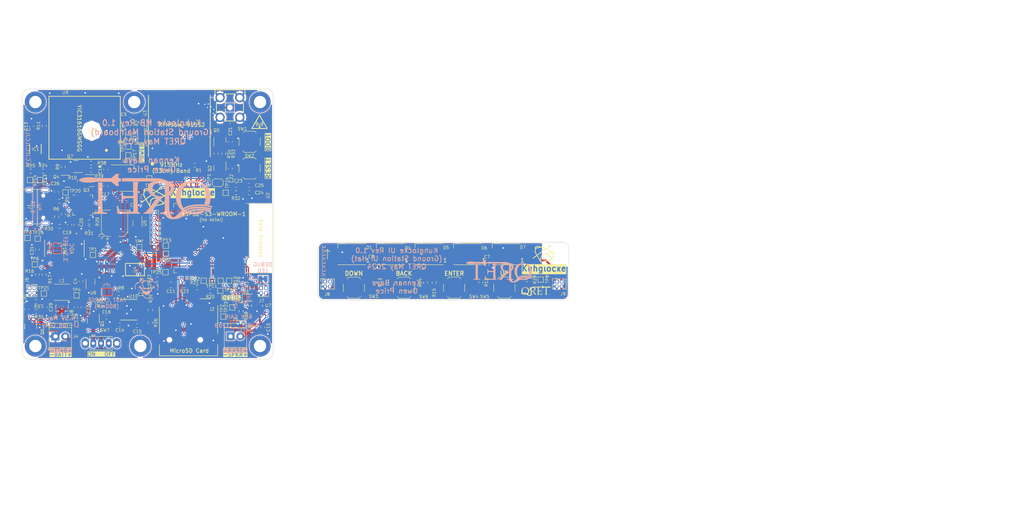
<source format=kicad_pcb>
(kicad_pcb (version 20221018) (generator pcbnew)
  (layers (0 "F.Cu" signal) (31 "B.Cu" signal) (34 "B.Paste" user) (35 "F.Paste" user) (36 "B.SilkS" user "B.Silkscreen") (37 "F.SilkS" user "F.Silkscreen") (38 "B.Mask" user) (39 "F.Mask" user) (44 "Edge.Cuts" user))
  (net 0 "")
  (net 1 "V_MUX")
  (net 2 "GND")
  (net 3 "V_REGUSB")
  (net 4 "V_PSU")
  (net 5 "+3.3V")
  (net 6 "+5V")
  (net 7 "RAW_BATT")
  (net 8 "Net-(U1-VBUS)")
  (net 9 "GPIO0")
  (net 10 "ESP32_EN")
  (net 11 "5V_RAW")
  (net 12 "+BATT")
  (net 13 "Net-(Q6-S)")
  (net 14 "Net-(D1-DOUT)")
  (net 15 "ARGB_DATA")
  (net 16 "Net-(D2-A)")
  (net 17 "Net-(D3-A)")
  (net 18 "Net-(D4-DOUT)")
  (net 19 "Net-(D5-DOUT)")
  (net 20 "Net-(D6-DOUT)")
  (net 22 "I2C_SDA")
  (net 23 "I2C_SCL")
  (net 25 "Net-(J1-CC1)")
  (net 26 "USB_D+")
  (net 27 "USB_D-")
  (net 29 "Net-(J1-CC2)")
  (net 33 "Net-(J2-DAT3{slash}CD)")
  (net 34 "CMD_SDMMC")
  (net 35 "CLK_SDMMC")
  (net 36 "D0_SDMMC")
  (net 38 "MOSI_EINK")
  (net 39 "SCK_EINK")
  (net 40 "CS_EINK")
  (net 41 "EINK_DC")
  (net 42 "RESET_EINK")
  (net 43 "EINK_BUSY")
  (net 44 "Net-(J5-Pin_1)")
  (net 45 "Net-(J5-Pin_2)")
  (net 46 "Net-(JP1-A)")
  (net 47 "DIO2_RF")
  (net 48 "Net-(JP2-C)")
  (net 49 "Net-(JP3-A)")
  (net 50 "I2S_DIN_SPK")
  (net 51 "Net-(JP4-A)")
  (net 52 "Net-(JP4-B)")
  (net 53 "Net-(JP5-B)")
  (net 54 "Net-(Q1-D)")
  (net 55 "Net-(Q2-B)")
  (net 56 "RTS")
  (net 57 "Net-(Q3-G)")
  (net 58 "Net-(Q4-G)")
  (net 59 "Net-(Q5-B)")
  (net 60 "DTR")
  (net 61 "Net-(Q6-D)")
  (net 62 "Net-(Q7-G)")
  (net 63 "RESET_RF")
  (net 64 "GPS_RST")
  (net 65 "Net-(R12-Pad1)")
  (net 66 "BUTTONS")
  (net 67 "Net-(R13-Pad1)")
  (net 68 "Net-(R14-Pad2)")
  (net 69 "Net-(R15-Pad1)")
  (net 70 "BATT_SENSE")
  (net 71 "SPK_ON")
  (net 72 "Net-(U7-SD_MODE)")
  (net 73 "Net-(U10-STBY)")
  (net 74 "CHRG_STAT")
  (net 75 "Net-(U1-~{RST})")
  (net 76 "5V_OFF")
  (net 78 "CURR_SENSE")
  (net 79 "MISO_EINK")
  (net 80 "I2S_LRCLK_SPK")
  (net 81 "I2S_BCLK_SPK")
  (net 82 "UART1_GPS_TX")
  (net 83 "UART1_GPS_RX")
  (net 100 "UART0_TX")
  (net 101 "UART0_RX")
  (net 103 "DIO1_RF")
  (net 104 "DIO0_RF")
  (net 105 "CS_RF")
  (net 106 "MISO_RF")
  (net 107 "MOSI_RF")
  (net 108 "SCK_RF")
  (net 110 "Net-(AE1-A)")
  (net 123 "+3.3VA")
  (net 124 "GND2")
  (net 125 "ARGB_DATA_DB")
  (net 126 "BUTTONS_DB")
  (net 127 "Net-(JP6-B)")
  (net 128 "Net-(U12-AVDD{slash}LDO)")
  (net 137 "Net-(U2-MTCK{slash}GPIO39{slash}CLK_OUT3{slash}SUBSPICS1)")
  (net 138 "Net-(U2-GPIO45)")
  (net 139 "/LB")
  (net 140 "/LA")
  (footprint "Resistor_SMD:R_0603_1608Metric" (layer "F.Cu") (at 26.1 94 180)
    (fp_text reference "R37")
    (fp_text value "51k")
  )
  (footprint "Resistor_SMD:R_0603_1608Metric" (layer "F.Cu") (at 129.3 89.1 -90)
    (fp_text reference "R15")
    (fp_text value "5.6k")
  )
  (footprint "Button_Switch_SMD:SW_Push_1P1T_XKB_TS-1187A" (layer "F.Cu") (at 121.5 90.4 180)
    (fp_text reference "SW6")
    (fp_text value "SW_BACK")
  )
  (footprint "Package_DFN_QFN:QFN-28-1EP_5x5mm_P0.5mm_EP3.35x3.35mm" (layer "F.Cu") (at 38.25 69)
    (fp_text reference "U1")
    (fp_text value "CP2102N-Axx-xQFN28")
  )
  (footprint "TPB4056B2X:ES1ESOP-8-F_TPK" (layer "F.Cu") (at 50.2 96.1)
    (fp_text reference "U10")
    (fp_text value "TPB4056B2X-ES1R")
  )
  (footprint "Capacitor_SMD:C_0603_1608Metric" (layer "F.Cu") (at 50.6 49 180)
    (fp_text reference "C6")
    (fp_text value "4.7uF")
  )
  (footprint "Package_TO_SOT_SMD:SOT-23" (layer "F.Cu") (at 41 98.9625 -90)
    (fp_text reference "Q1")
    (fp_text value "AO3401A")
  )
  (footprint "TestPoint:TestPoint_Pad_1.0x1.0mm" (layer "F.Cu") (at 27.2 62.5 -90)
    (fp_text reference "TP13")
    (fp_text value "TP_SCL")
  )
  (footprint "Resistor_SMD:R_0603_1608Metric" (layer "F.Cu") (at 141.4 89 -90)
    (fp_text reference "R12")
    (fp_text value "510")
  )
  (footprint "Inductor_SMD:L_Taiyo-Yuden_MD-4040" (layer "F.Cu") (at 32.875003 91.575)
    (fp_text reference "L1")
    (fp_text value "2.2uH")
  )
  (footprint "footprints:MAX98357_QFN50P300X300X80-17N" (layer "F.Cu") (at 83.4 96.5)
    (fp_text reference "U7")
    (fp_text value "MAX98357AETE_T")
  )
  (footprint "footprints:USB_C_DB-108PWB" (layer "F.Cu") (at 26.6 69.4 -90)
    (fp_text reference "J1")
    (fp_text value "USB_C_Female_USB2_Small")
  )
  (footprint "TestPoint:TestPoint_Pad_1.0x1.0mm" (layer "F.Cu") (at 77 95.5)
    (fp_text reference "TP23")
    (fp_text value "CHRG_STAT")
  )
  (footprint "Package_TO_SOT_SMD:SOT-23" (layer "F.Cu") (at 36.5 59 180)
    (fp_text reference "Q7")
    (fp_text value "AO3400A")
  )
  (footprint "Package_TO_SOT_SMD:SOT-223-3_TabPin2" (layer "F.Cu") (at 49.7 62)
    (fp_text reference "U11")
    (fp_text value "AMS1117-3.3")
  )
  (footprint "Capacitor_SMD:C_0603_1608Metric" (layer "F.Cu") (at 113 84.4 90)
    (fp_text reference "C8")
    (fp_text value "1uF")
  )
  (footprint "TestPoint:TestPoint_Pad_1.0x1.0mm" (layer "F.Cu") (at 75.3 65.8)
    (fp_text reference "TP24")
    (fp_text value "IO4")
  )
  (footprint "TestPoint:TestPoint_Pad_1.0x1.0mm" (layer "F.Cu") (at 26.6 77.7 90)
    (fp_text reference "TP26")
    (fp_text value "ADC_LDO")
  )
  (footprint "Capacitor_SMD:C_0603_1608Metric" (layer "F.Cu") (at 76.5 52.6 -90)
    (fp_text reference "C21")
    (fp_text value "0.1uF")
  )
  (footprint "Capacitor_SMD:C_0603_1608Metric" (layer "F.Cu") (at 25 48.6 90)
    (fp_text reference "C13")
    (fp_text value "0.1uF")
  )
  (footprint "Capacitor_SMD:C_0603_1608Metric" (layer "F.Cu") (at 81.355001 65.8)
    (fp_text reference "C24")
    (fp_text value "10uF")
  )
  (footprint "TestPoint:TestPoint_Pad_1.0x1.0mm" (layer "F.Cu") (at 24 77.5)
    (fp_text reference "TP3")
    (fp_text value "TP_3V3")
  )
  (footprint "LMR66100:SC-70-6_Handsoldering" (layer "F.Cu") (at 40.2625 88.875 90)
    (fp_text reference "U6")
    (fp_text value "LM66100DCKR")
  )
  (footprint "Capacitor_SMD:C_0603_1608Metric" (layer "F.Cu") (at 23.8 96 90)
    (fp_text reference "C30")
    (fp_text value "0.1uF")
  )
  (footprint "Capacitor_SMD:C_0603_1608Metric" (layer "F.Cu") (at 50.6 46.8 180)
    (fp_text reference "C5")
    (fp_text value "0.1uF")
  )
  (footprint "Resistor_SMD:R_0603_1608Metric" (layer "F.Cu") (at 79.3 96.5 -90)
    (fp_text reference "R18")
    (fp_text value "100k")
  )
  (footprint "TestPoint:TestPoint_Pad_1.0x1.0mm" (layer "F.Cu") (at 28.2 91.9)
    (fp_text reference "TP21")
    (fp_text value "PSU_EN")
  )
  (footprint "Capacitor_SMD:C_0603_1608Metric" (layer "F.Cu") (at 44.4 98.1)
    (fp_text reference "C16")
    (fp_text value "0.1uF")
  )
  (footprint "TestPoint:TestPoint_Pad_1.0x1.0mm" (layer "F.Cu") (at 33.8 65.7)
    (fp_text reference "TP20")
    (fp_text value "5V_RAW")
  )
  (footprint "Resistor_SMD:R_0603_1608Metric" (layer "F.Cu") (at 32.2 68)
    (fp_text reference "R5")
    (fp_text value "5.1k")
  )
  (footprint "MountingHole:MountingHole_3.2mm_M3_ISO14580_Pad" (layer "F.Cu") (at 26 105.5)
    (fp_text reference "H2" hide)
    (fp_text value "MountingHole")
  )
  (footprint "Resistor_SMD:R_0603_1608Metric" (layer "F.Cu") (at 55.8 96.175 90)
    (fp_text reference "R27")
    (fp_text value "10k")
  )
  (footprint "LMR66100:SC-70-6_Handsoldering" (layer "F.Cu") (at 52.4375 73.7 -90)
    (fp_text reference "U5")
    (fp_text value "LM66100DCKR")
  )
  (footprint "LED_SMD:LED_0805_2012Metric" (layer "F.Cu") (at 53.5 51.125 90)
    (fp_text reference "D2")
    (fp_text value "INT_PWR_LED (RED)")
  )
  (footprint "Capacitor_SMD:C_0603_1608Metric" (layer "F.Cu") (at 31.5 65.6 -90)
    (fp_text reference "C26")
    (fp_text value "10uF")
  )
  (footprint "footprints:RFM95W" (layer "F.Cu") (at 63.3 48.5 90)
    (fp_text reference "U3")
    (fp_text value "RFM95W-915S2")
  )
  (footprint "Resistor_SMD:R_0603_1608Metric" (layer "F.Cu") (at 37.4 62.8 90)
    (fp_text reference "R10")
    (fp_text value "51k")
  )
  (footprint "Resistor_SMD:R_0603_1608Metric" (layer "F.Cu") (at 31.5 72 -90)
    (fp_text reference "R6")
    (fp_text value "5.1k")
  )
  (footprint "TestPoint:TestPoint_Pad_1.0x1.0mm" (layer "F.Cu") (at 50.1 56.1)
    (fp_text reference "TP17")
    (fp_text value "GPS_RX")
  )
  (footprint "Capacitor_SMD:C_0603_1608Metric" (layer "F.Cu") (at 26.5 80.5 -90)
    (fp_text reference "C31")
    (fp_text value "1uF")
  )
  (footprint "footprints:PCB114SMAFRAJA" (layer "F.Cu") (at 76.4 43.7)
    (fp_text reference "AE1" hide)
    (fp_text value "Antenna" hide)
  )
  (footprint "footprints:MicroSD_MSD-1-A" (layer "F.Cu") (at 65.68 100.651699)
    (fp_text reference "J2")
    (fp_text value "MSD-1-A MicroSD Slot")
  )
  (footprint "footprints:HPH2-A-04-UA_PINS" (layer "F.Cu") (at 161.075 88.8)
    (fp_text reference "J9")
    (fp_text value "DB_B")
  )
  (footprint "TestPoint:TestPoint_Pad_1.0x1.0mm" (layer "F.Cu") (at 73.9 91.2)
    (fp_text reference "TP16")
    (fp_text value "I2S_BLCK")
  )
  (footprint "Capacitor_SMD:C_0603_1608Metric" (layer "F.Cu") (at 78 63.9 180)
    (fp_text reference "C23")
    (fp_text value "1uF")
  )
  (footprint "TestPoint:TestPoint_Pad_1.0x1.0mm" (layer "F.Cu") (at 59.8 79.5)
    (fp_text reference "TP15")
    (fp_text value "I2S_LRCLK")
  )
  (footprint "Resistor_SMD:R_0603_1608Metric" (layer "F.Cu") (at 33.2 59.1 90)
    (fp_text reference "R9")
    (fp_text value "100k")
  )
  (footprint "Resistor_SMD:R_0603_1608Metric" (layer "F.Cu") (at 74.8 55.7 -90)
    (fp_text reference "R33")
    (fp_text value "10k")
  )
  (footprint "footprints:SOIC127P600X175-8N" (layer "F.Cu") (at 51.795 85.695 -90)
    (fp_text reference "U4")
    (fp_text value "ACS70331EOLC" hide)
  )
  (footprint "Capacitor_SMD:C_0603_1608Metric" (layer "F.Cu") (at 34.9 74.1 90)
    (fp_text reference "C19")
    (fp_text value "10uF")
  )
  (footprint "Resistor_SMD:R_0603_1608Metric" (layer "F.Cu") (at 39.9 75 180)
    (fp_text reference "R31")
    (fp_text value "47k")
  )
  (footprint "TestPoint:TestPoint_Pad_1.0x1.0mm" (layer "F.Cu") (at 50.1 53.8)
    (fp_text reference "TP18")
    (fp_text value "GPS_TX")
  )
  (footprint "Resistor_SMD:R_0603_1608Metric" (layer "F.Cu") (at 40.4 58.1 180)
    (fp_text reference "R38")
    (fp_text value "100k")
  )
  (footprint "TestPoint:TestPoint_Pad_1.0x1.0mm" (layer "F.Cu") (at 40.9 81.9)
    (fp_text reference "TP1")
    (fp_text value "TP_ISENSE")
  )
  (footprint "Resistor_SMD:R_0603_1608Metric" (layer "F.Cu") (at 33.3 71.325 -90)
    (fp_text reference "R4")
    (fp_text value "1.5k")
  )
  (footprint "LED_SMD:LED_WS2812B_PLCC4_5.0x5.0mm_P3.2mm" (layer "F.Cu") (at 148 81.7 180)
    (fp_text reference "D7")
    (fp_text value "WS2812B")
  )
  (footprint "Capacitor_SMD:C_0603_1608Metric" (layer "F.Cu") (at 37.8125 88.725 90)
    (fp_text reference "C4")
    (fp_text value "1uF")
  )
  (footprint "MountingHole:MountingHole_3.2mm_M3_ISO14580_Pad" (layer "F.Cu") (at 53.2 105.5)
    (fp_text reference "H6" hide)
    (fp_text value "MountingHole")
  )
  (footprint "Jumper:SolderJumper-2_P1.3mm_Open_RoundedPad1.0x1.5mm" (layer "F.Cu") (at 73.250001 63.200001)
    (fp_text reference "JP1")
    (fp_text value "DIO2_EN")
  )
  (footprint "Resistor_SMD:R_0603_1608Metric" (layer "F.Cu") (at 26.2 96.6 180)
    (fp_text reference "R35")
    (fp_text value "100")
  )
  (footprint "Capacitor_SMD:C_0603_1608Metric" (layer "F.Cu") (at 44.2 59.8 90)
    (fp_text reference "C18")
    (fp_text value "10uF")
  )
  (footprint "Resistor_SMD:R_0603_1608Metric" (layer "F.Cu") (at 64.6 89.9 180)
    (fp_text reference "R23")
    (fp_text value "10k")
  )
  (footprint "Resistor_SMD:R_0603_1608Metric" (layer "F.Cu") (at 24.8 60.2)
    (fp_text reference "R25")
    (fp_text value "4.7k")
  )
  (footprint "TestPoint:TestPoint_Pad_1.0x1.0mm" (layer "F.Cu") (at 24.6 62.5 -90)
    (fp_text reference "TP14")
    (fp_text value "TP_SDA")
  )
  (footprint "Resistor_SMD:R_0603_1608Metric" (layer "F.Cu") (at 40.4 59.9 180)
    (fp_text reference "R39")
    (fp_text value "510")
  )
  (footprint "Resistor_SMD:R_0603_1608Metric" (layer "F.Cu") (at 53.5 47.625 90)
    (fp_text reference "R2")
    (fp_text value "1.8k")
  )
  (footprint "Capacitor_SMD:C_0603_1608Metric" (layer "F.Cu") (at 36.575005 95.475002 -90)
    (fp_text reference "C28")
    (fp_text value "10uF")
  )
  (footprint "footprints:P3T1755DPZ" (layer "F.Cu") (at 26 54.5)
    (fp_text reference "IC1")
    (fp_text value "P3T1755DPZ" hide)
  )
  (footprint "LED_SMD:LED_WS2812B_PLCC4_5.0x5.0mm_P3.2mm" (layer "F.Cu") (at 118 81.7 180)
    (fp_text reference "D4")
    (fp_text value "WS2812B")
  )
  (footprint "TestPoint:TestPoint_Pad_1.0x1.0mm" (layer "F.Cu") (at 59.8 81.6)
    (fp_text reference "TP22")
    (fp_text value "I2S_DIN")
  )
  (footprint "Package_TO_SOT_SMD:SOT-23" (layer "F.Cu") (at 24.8 100.462499 -90)
    (fp_text reference "Q6")
    (fp_text value "AO3401A")
  )
  (footprint "TestPoint:TestPoint_Pad_1.0x1.0mm" (layer "F.Cu") (at 74.7 97.9)
    (fp_text reference "TP2")
    (fp_text value "TP_GND")
  )
  (footprint "Resistor_SMD:R_0603_1608Metric" (layer "F.Cu") (at 45 94.3 -90)
    (fp_text reference "R7")
    (fp_text value "2.4k")
  )
  (footprint "Resistor_SMD:R_0603_1608Metric" (layer "F.Cu") (at 39.9 73.4)
    (fp_text reference "R29")
    (fp_text value "1k")
  )
  (footprint "Connector_PinSocket_1.27mm:PinSocket_2x02_P1.27mm_Vertical" (layer "F.Cu") (at 84.475 90.495 90)
    (fp_text reference "J7")
    (fp_text value "MB_B")
  )
  (footprint "Button_Switch_SMD:SW_Push_1P1T_XKB_TS-1187A" (layer "F.Cu") (at 147.5 90.4 180)
    (fp_text reference "SW5")
    (fp_text value "SW_UP")
  )
  (footprint "Connector_PinSocket_1.27mm:PinSocket_2x02_P1.27mm_Vertical" (layer "F.Cu") (at 24.475 90.495 90)
    (fp_text reference "J6")
    (fp_text value "MB_A")
  )
  (footprint "TestPoint:TestPoint_Pad_1.0x1.0mm" (layer "F.Cu") (at 36.675002 92.4)
    (fp_text reference "TP4")
    (fp_text value "TP_VPSU")
  )
  (footprint "Package_TO_SOT_SMD:SOT-23" (layer "F.Cu") (at 40.6 62.65)
    (fp_text reference "Q3")
    (fp_text value "AO3401A")
  )
  (footprint "Resistor_SMD:R_0603_1608Metric" (layer "F.Cu") (at 67.9 90.4 180)
    (fp_text reference "R21")
    (fp_text value "10k")
  )
  (footprint "TerminalBlock_TE-Connectivity:TerminalBlock_TE_282834-2_1x02_P2.54mm_Horizontal" (layer "F.Cu") (at 76.56 103)
    (fp_text reference "J5")
    (fp_text value "Speaker")
  )
  (footprint "TestPoint:TestPoint_Pad_1.0x1.0mm" (layer "F.Cu") (at 55.5 62.1)
    (fp_text reference "TP5")
    (fp_text value "TP_VUSB")
  )
  (footprint "Capacitor_SMD:CP_Elec_6.3x5.9" (layer "F.Cu") (at 46.5 73.7 90)
    (fp_text reference "C1")
    (fp_text value "100uF")
  )
  (footprint "MountingHole:MountingHole_3.2mm_M3_ISO14580_Pad" (layer "F.Cu") (at 84.2 105.5)
    (fp_text reference "H4" hide)
    (fp_text value "MountingHole")
  )
  (footprint "Resistor_SMD:R_0603_1608Metric" (layer "F.Cu") (at 113.9 89 -90)
    (fp_text reference "R13")
    (fp_text value "1k")
  )
  (footprint "Resistor_SMD:R_0603_1608Metric" (layer "F.Cu") (at 57.575001 88.2)
    (fp_text reference "R22")
    (fp_text value "10k")
  )
  (footprint "Capacitor_SMD:C_0603_1608Metric" (layer "F.Cu") (at 84.9 100.7 -90)
    (fp_text reference "C10")
    (fp_text value "10uF")
  )
  (footprint "TestPoint:TestPoint_Pad_1.0x1.0mm" (layer "F.Cu") (at 69.6 88.6)
    (fp_text reference "TP12")
    (fp_text value "IO39")
  )
  (footprint "Button_Switch_SMD:SW_Push_1P1T_XKB_TS-1187A" (layer "F.Cu") (at 81.5 59.5)
    (fp_text reference "SW2")
    (fp_text value "SW_ESP_RESET")
  )
  (footprint "Resistor_SMD:R_0603_1608Metric" (layer "F.Cu") (at 127.1 89.1 90)
    (fp_text reference "R14")
    (fp_text value "2k")
  )
  (footprint "Capacitor_SMD:C_0603_1608Metric" (layer "F.Cu") (at 47.875 100.025)
    (fp_text reference "C14")
    (fp_text value "1uF")
  )
  (footprint "TestPoint:TestPoint_Pad_1.0x1.0mm" (layer "F.Cu") (at 25.85 84.35)
    (fp_text reference "TP6")
    (fp_text value "B_SENSE")
  )
  (footprint "Capacitor_SMD:C_0603_1608Metric" (layer "F.Cu") (at 52.4 100.2)
    (fp_text reference "C15")
    (fp_text value "1uF")
  )
  (footprint "Resistor_SMD:R_0603_1608Metric" (layer "F.Cu") (at 77.975 65.8 180)
    (fp_text reference "R32")
    (fp_text value "10k")
  )
  (footprint "Resistor_SMD:R_0603_1608Metric" (layer "F.Cu") (at 55.8 99.475 90)
    (fp_text reference "R26")
    (fp_text value "10k")
  )
  (footprint "footprints:YIC31616GMSGG" (layer "F.Cu") (at 31 42.1)
    (fp_text reference "U9")
    (fp_text value "YIC31616GMSGG GPS")
  )
  (footprint "Capacitor_SMD:C_0603_1608Metric" (layer "F.Cu") (at 143 84.5 90)
    (fp_text reference "C7")
    (fp_text value "1uF")
  )
  (footprint "LED_SMD:LED_WS2812B_PLCC4_5.0x5.0mm_P3.2mm" (layer "F.Cu") (at 128 81.7 180)
    (fp_text reference "D5")
    (fp_text value "WS2812B")
  )
  (footprint "Package_TO_SOT_SMD:SOT-23" (layer "F.Cu") (at 73.8 52.1 90)
    (fp_text reference "Q5")
    (fp_text value "MMBT3904")
  )
  (footprint "Package_TO_SOT_SMD:SOT-23" (layer "F.Cu") (at 73.8 59.4 -90)
    (fp_text reference "Q2")
    (fp_text value "MMBT3904")
  )
  (footprint "MountingHole:MountingHole_3.2mm_M3_ISO14580_Pad" (layer "F.Cu") (at 26 42.3)
    (fp_text reference "H1" hide)
    (fp_text value "MountingHole")
  )
  (footprint "Connector_PinHeader_1.27mm:PinHeader_1x08_P1.27mm_Vertical" (layer "F.Cu") (at 56.79 79.9 180)
    (fp_text reference "J3")
    (fp_text value "~")
  )
  (footprint "Capacitor_SMD:C_0603_1608Metric" (layer "F.Cu") (at 28.575003 95.475 -90)
    (fp_text reference "C29")
    (fp_text value "10uF")
  )
  (footprint "Resistor_SMD:R_0603_1608Metric" (layer "F.Cu") (at 28.3 87 90)
    (fp_text reference "R17")
    (fp_text value "10k")
  )
  (footprint "TestPoint:TestPoint_Pad_1.0x1.0mm" (layer "F.Cu") (at 59.7 86.4 90)
    (fp_text reference "TP25")
    (fp_text value "IO45")
  )
  (footprint "Capacitor_SMD:C_0603_1608Metric" (layer "F.Cu") (at 81.355 63.9)
    (fp_text reference "C25")
    (fp_text value "0.1uF")
  )
  (footprint "Package_TO_SOT_SMD:SOT-23" (layer "F.Cu") (at 34.3 62.8)
    (fp_text reference "Q4")
    (fp_text value "AO3400A")
  )
  (footprint "TestPoint:TestPoint_Pad_1.0x1.0mm" (layer "F.Cu") (at 52.9 79.9)
    (fp_text reference "TP7")
    (fp_text value "TP_MUX")
  )
  (footprint "Button_Switch_SMD:SW_Push_1P1T_XKB_TS-1187A" (layer "F.Cu") (at 81.5 52.6)
    (fp_text reference "SW1")
    (fp_text value "SW_ESP_BOOT_MODE")
  )
  (footprint "Capacitor_SMD:C_0805_2012Metric" (layer "F.Cu") (at 61.1 89.7 180)
    (fp_text reference "C11")
    (fp_text value "47uF")
  )
  (footprint "Resistor_SMD:R_0603_1608Metric" (layer "F.Cu") (at 32.3 74.5 180)
    (fp_text reference "R30")
    (fp_text value "22k")
  )
  (footprint "Capacitor_SMD:C_0603_1608Metric" (layer "F.Cu") (at 36.6 74.1 90)
    (fp_text reference "C20")
    (fp_text value "1uF")
  )
  (footprint "Resistor_SMD:R_0603_1608Metric" (layer "F.Cu") (at 72.8 55.7 -90)
    (fp_text reference "R34")
    (fp_text value "10k")
  )
  (footprint "TestPoint:TestPoint_Pad_1.0x1.0mm" (layer "F.Cu") (at 156.9 88.3)
    (fp_text reference "TP8")
    (fp_text value "TP_BTN")
  )
  (footprint "Button_Switch_SMD:SW_Push_1P1T_XKB_TS-1187A" (layer "F.Cu") (at 134.5 90.4 180)
    (fp_text reference "SW4")
    (fp_text value "SW_ENTER")
  )
  (footprint "MountingHole:MountingHole_3.2mm_M3_ISO14580_Pad" (layer "F.Cu") (at 51.6 42.3)
    (fp_text reference "H5" hide)
    (fp_text value "MountingHole")
  )
  (footprint "footprints:SS-12D07-VG 4 NS GA PA" (layer "F.Cu") (at 43 104.75)
    (fp_text reference "SW7")
    (fp_text value "PWR")
  )
  (footprint "Capacitor_SMD:C_0603_1608Metric" (layer "F.Cu") (at 44.2 64.1 -90)
    (fp_text reference "C17")
    (fp_text value "10uF")
  )
  (footprint "MountingHole:MountingHole_3.2mm_M3_ISO14580_Pad" (layer "F.Cu") (at 84.2 42.3)
    (fp_text reference "H3" hide)
    (fp_text value "MountingHole")
  )
  (footprint "Resistor_SMD:R_0603_1608Metric" (layer "F.Cu") (at 47.6 91.9)
    (fp_text reference "R8")
    (fp_text value "3.9k")
  )
  (footprint "footprints:HPH2-A-04-UA_PINS" (layer "F.Cu") (at 101.075 88.8)
    (fp_text reference "J8")
    (fp_text value "DB_A")
  )
  (footprint "Capacitor_SMD:C_0603_1608Metric" (layer "F.Cu") (at 52.3375 70.4 180)
    (fp_text reference "C3")
    (fp_text value "1uF")
  )
  (footprint "Capacitor_SMD:C_0603_1608Metric" (layer "F.Cu") (at 57.6 90.375 180)
    (fp_text reference "C12")
    (fp_text value "0.1uF")
  )
  (footprint "Button_Switch_SMD:SW_Push_1P1T_XKB_TS-1187A" (layer "F.Cu") (at 108.5 90.4 180)
    (fp_text reference "SW3")
    (fp_text value "SW_DOWN")
  )
  (footprint "TestPoint:TestPoint_Pad_1.0x1.0mm" (layer "F.Cu") (at 76.2 88.6)
    (fp_text reference "TP9")
    (fp_text value "IO42")
  )
  (footprint "TestPoint:TestPoint_Pad_1.0x1.0mm" (layer "F.Cu") (at 74 88.6)
    (fp_text reference "TP10")
    (fp_text value "IO41")
  )
  (footprint "Resistor_SMD:R_0603_1608Metric" (layer "F.Cu") (at 82.2 90.3 90)
    (fp_text reference "R3")
    (fp_text value "10k")
  )
  (footprint "TestPoint:TestPoint_Pad_1.0x1.0mm" (layer "F.Cu") (at 50.1 51.5)
    (fp_text reference "TP19")
    (fp_text value "GPS_RST")
  )
  (footprint "LED_SMD:LED_WS2812B_PLCC4_5.0x5.0mm_P3.2mm" (layer "F.Cu") (at 138 81.7 180)
    (fp_text reference "D6")
    (fp_text value "WS2812B")
  )
  (footprint "LED_SMD:LED_0805_2012Metric" (layer "F.Cu") (at 81.2625 92.999999)
    (fp_text reference "D3")
    (fp_text value "DB_LED (GRN)")
  )
  (footprint "Resistor_SMD:R_0603_1608Metric" (layer "F.Cu") (at 28.325 48.475 -90)
    (fp_text reference "R11")
    (fp_text value "10k")
  )
  (footprint "Resistor_SMD:R_0603_1608Metric" (layer "F.Cu") (at 26.5 87 -90)
    (fp_text reference "R16")
    (fp_text value "10k")
  )
  (footprint "Resistor_SMD:R_0603_1608Metric" (layer "F.Cu") (at 71.3 91.3 180)
    (fp_text reference "R20")
    (fp_text value "10k")
  )
  (footprint "Espressif:ESP32-S3-WROOM-1" (layer "F.Cu") (at 71.6 77.57 -90)
    (fp_text reference "U2")
    (fp_text value "ESP32-S3-WROOM-1")
  )
  (footprint "Resistor_SMD:R_0603_1608Metric" (layer "F.Cu") (at 41 94.275 -90)
    (fp_text reference "R36")
    (fp_text value "100k")
  )
  (footprint "Resistor_SMD:R_0603_1608Metric" (layer "F.Cu") (at 28 60.2)
    (fp_text reference "R24")
    (fp_text value "4.7k")
  )
  (footprint "LED_SMD:LED_WS2812B_PLCC4_5.0x5.0mm_P3.2mm" (layer "F.Cu") (at 108 81.7 180)
    (fp_text reference "D1")
    (fp_text value "WS2812B")
  )
  (footprint "TestPoint:TestPoint_Pad_1.0x1.0mm" (layer "F.Cu") (at 71.8 88.6)
    (fp_text reference "TP11")
    (fp_text value "IO40")
  )
  (footprint "Capacitor_SMD:C_0603_1608Metric" (layer "F.Cu") (at 76.5 59.5 -90)
    (fp_text reference "C22")
    (fp_text value "0.1uF")
  )
  (footprint "Capacitor_SMD:C_0603_1608Metric" (layer "F.Cu") (at 38.375004 95.475 -90)
    (fp_text reference "C27")
    (fp_text value "10uF")
  )
  (footprint "TerminalBlock_TE-Connectivity:TerminalBlock_TE_282834-2_1x02_P2.54mm_Horizontal" (layer "F.Cu") (at 31.2 103)
    (fp_text reference "J4")
    (fp_text value "1S Li-Ion Cell")
  )
  (footprint "Capacitor_SMD:C_0603_1608Metric" (layer "F.Cu") (at 53.095 90.695 180)
    (fp_text reference "C2")
    (fp_text value "0.1uF")
  )
  (footprint "Resistor_SMD:R_0603_1608Metric" (layer "F.Cu") (at 153.4 88.3)
    (fp_text reference "R28")
    (fp_text value "1k")
  )
  (footprint "NAU7802SGI:SOI16_NAU7802SGI_NUV" (layer "F.Cu") (at 33.5 80.2 90)
    (fp_text reference "U12")
    (fp_text value "NAU7802SGI")
  )
  (footprint "Package_SON:Texas_DRC0010J_ThermalVias" (layer "F.Cu") (at 32.875003 96.475003 -90)
    (fp_text reference "U8")
    (fp_text value "TPS63001DRCR")
  )
  (footprint "Resistor_SMD:R_0603_1608Metric" (layer "F.Cu") (at 67.3 58.7)
    (fp_text reference "R1")
    (fp_text value "10k")
  )
  (footprint "Capacitor_SMD:C_0603_1608Metric" (layer "F.Cu") (at 82.8 100.7 -90)
    (fp_text reference "C9")
    (fp_text value "0.1uF")
  )
  (footprint "Jumper:SolderJumper-2_P1.3mm_Bridged_Pad1.0x1.5mm" (layer "B.Cu") (at 85 88.1 180)
    (fp_text reference "JP5")
    (fp_text value "DB_LED_EN")
  )
  (footprint "Jumper:SolderJumper-3_P1.3mm_Bridged12_Pad1.0x1.5mm_NumberLabels" (layer "B.Cu") (at 78.6 99.9)
    (fp_text reference "JP2")
    (fp_text value "Gain")
  )
  (footprint "Jumper:SolderJumper-2_P1.3mm_Bridged_Pad1.0x1.5mm" (layer "B.Cu") (at 79.7 92.9 90)
    (fp_text reference "JP3")
    (fp_text value "SPK_DIN")
  )
  (footprint "Jumper:SolderJumper-2_P1.3mm_Open_Pad1.0x1.5mm" (layer "B.Cu") (at 44.5 91.5 180)
    (fp_text reference "JP4")
    (fp_text value "FastCharge")
  )
  (footprint "Jumper:SolderJumper-2_P1.3mm_Bridged_Pad1.0x1.5mm" (layer "B.Cu") (at 31.7 80.20025 -90)
    (fp_text reference "JP6")
    (fp_text value "ADC_REFP")
  )
  (gr_poly (pts (xy 47.219642 60.891708) (xy 47.155215 60.892267) (xy 47.095842 60.893155) (xy 47.043009 60.894339) (xy 46.998174 60.895787) (xy 46.962817 60.897471) (xy 46.938408 60.899348) (xy 46.930769 60.900352) (xy 46.926413 60.901395) (xy 46.909637 60.913471) (xy 46.870521 60.945073) (xy 46.735385 61.058203) (xy 46.541245 61.22346) (xy 46.308348 61.423505) (xy 46.072957 61.625889) (xy 45.871962 61.795863) (xy 45.790975 61.863197) (xy 45.726529 61.91583) (xy 45.681263 61.951561) (xy 45.66665 61.962401) (xy 45.657827 61.968194) (xy 45.601381 61.999239) (xy 43.703435 61.995006) (xy 42.928739 61.992755) (xy 42.30326 61.988656) (xy 41.873048 61.983494) (xy 41.74555 61.980768) (xy 41.684135 61.978073) (xy 41.604231 61.965395) (xy 41.47776 61.942264) (xy 41.322184 61.911994) (xy 41.154971 61.877883) (xy 40.747159 61.791805) (xy 40.168602 61.777693) (xy 39.857428 61.771697) (xy 39.742085 61.770651) (xy 39.64561 61.77099) (xy 39.56203 61.772789) (xy 39.48538 61.776107) (xy 39.409692 61.781013) (xy 39.328992 61.78757) (xy 39.104516 61.81168) (xy 38.876464 61.844171) (xy 38.649343 61.884036) (xy 38.427644 61.930271) (xy 38.215867 61.981864) (xy 38.01851 62.037802) (xy 37.926645 62.067085) (xy 37.84007 62.097083) (xy 37.759351 62.127659) (xy 37.685047 62.158694) (xy 37.640673 62.178631) (xy 37.59667 62.199659) (xy 37.55339 62.22154) (xy 37.511173 62.244043) (xy 37.470357 62.266935) (xy 37.431294 62.289984) (xy 37.394325 62.312955) (xy 37.359784 62.33561) (xy 37.328027 62.357723) (xy 37.29939 62.379056) (xy 37.274217 62.399375) (xy 37.252849 62.418448) (xy 37.243702 62.427445) (xy 37.235633 62.43604) (xy 37.22869 62.44421) (xy 37.222913 62.451922) (xy 37.218346 62.459145) (xy 37.215029 62.465854) (xy 37.213009 62.472016) (xy 37.212325 62.477606) (xy 37.212598 62.486063) (xy 37.213524 62.494072) (xy 37.215257 62.501779) (xy 37.217946 62.509333) (xy 37.221756 62.516877) (xy 37.226835 62.524561) (xy 37.23334 62.532529) (xy 37.241429 62.540929) (xy 37.251252 62.549909) (xy 37.262969 62.55961) (xy 37.27673 62.57019) (xy 37.292691 62.581785) (xy 37.331841 62.60862) (xy 37.381658 62.641294) (xy 37.445453 62.681821) (xy 37.509955 62.720367) (xy 37.575351 62.757002) (xy 37.64181 62.791797) (xy 37.709519 62.824825) (xy 37.778657 62.856154) (xy 37.849404 62.88585) (xy 37.921937 62.913991) (xy 37.996438 62.940645) (xy 38.073089 62.965877) (xy 38.152067 62.989764) (xy 38.233551 63.012375) (xy 38.317723 63.033774) (xy 38.40476 63.054036) (xy 38.588156 63.091437) (xy 38.741734 63.118784) (xy 38.882791 63.139814) (xy 39.022364 63.155087) (xy 39.171475 63.16517) (xy 39.341158 63.170622) (xy 39.542442 63.172004) (xy 39.786358 63.169883) (xy 40.083935 63.164815) (xy 40.789493 63.15212) (xy 41.174726 63.066038) (xy 41.33266 63.031953) (xy 41.47829 63.001832) (xy 41.595611 62.979123) (xy 41.638653 62.971621) (xy 41.668614 62.967261) (xy 41.851286 62.961218) (xy 42.274861 62.955972) (xy 43.682268 62.948915) (xy 45.58727 62.944684) (xy 45.664882 62.981373) (xy 45.691632 62.997408) (xy 45.732832 63.026571) (xy 45.788656 63.069031) (xy 45.859261 63.124952) (xy 46.045483 63.277838) (xy 46.292825 63.486551) (xy 46.511171 63.672374) (xy 46.699754 63.831214) (xy 46.83833 63.946132) (xy 46.882539 63.981828) (xy 46.906659 64.000194) (xy 46.970158 64.04535) (xy 47.266491 64.052403) (xy 47.32131 64.053574) (xy 47.370606 64.054406) (xy 47.414674 64.054868) (xy 47.453815 64.05492) (xy 47.488326 64.054523) (xy 47.50394 64.05415) (xy 47.518505 64.053644) (xy 47.532064 64.053015) (xy 47.544651 64.052246) (xy 47.556301 64.051338) (xy 47.567057 64.050288) (xy 47.576953 64.049088) (xy 47.586024 64.047735) (xy 47.594311 64.046226) (xy 47.601851 64.04455) (xy 47.608676 64.042707) (xy 47.614832 64.040695) (xy 47.620347 64.038504) (xy 47.625266 64.036135) (xy 47.629621 64.033576) (xy 47.633451 64.030827) (xy 47.636793 64.027885) (xy 47.639687 64.024741) (xy 47.642164 64.021389) (xy 47.644266 64.017836) (xy 47.646028 64.014061) (xy 47.647489 64.010072) (xy 47.646705 63.99565) (xy 47.641473 63.964279) (xy 47.619447 63.858553) (xy 47.584984 63.708646) (xy 47.541659 63.530294) (xy 47.519112 63.438487) (xy 47.498334 63.351723) (xy 47.47977 63.272005) (xy 47.463872 63.201328) (xy 47.451079 63.141701) (xy 47.441843 63.09512) (xy 47.436611 63.06359) (xy 47.435634 63.05409) (xy 47.435827 63.049104) (xy 47.439612 63.040543) (xy 47.445279 63.032279) (xy 47.45302 63.02424) (xy 47.463033 63.016362) (xy 47.475509 63.008575) (xy 47.490643 63.00081) (xy 47.508628 62.992999) (xy 47.529663 62.985076) (xy 47.553937 62.976968) (xy 47.581649 62.968614) (xy 47.648153 62.950877) (xy 47.730731 62.931324) (xy 47.830935 62.909405) (xy 47.888267 62.896689) (xy 47.942986 62.884138) (xy 47.993803 62.872048) (xy 48.039428 62.860721) (xy 48.078568 62.850454) (xy 48.109938 62.841542) (xy 48.122308 62.837684) (xy 48.132248 62.83428) (xy 48.139598 62.831363) (xy 48.144202 62.828971) (xy 48.154915 62.822142) (xy 48.159248 62.818002) (xy 48.162967 62.812699) (xy 48.166111 62.805728) (xy 48.168736 62.796576) (xy 48.170884 62.784738) (xy 48.172602 62.769706) (xy 48.174951 62.728016) (xy 48.17615 62.667444) (xy 48.176659 62.473369) (xy 48.176443 62.378919) (xy 48.176155 62.338666) (xy 48.175732 62.302738) (xy 48.175161 62.270884) (xy 48.174428 62.242861) (xy 48.173518 62.218422) (xy 48.172425 62.197322) (xy 48.171133 62.179314) (xy 48.169629 62.164155) (xy 48.167904 62.151592) (xy 48.166954 62.146211) (xy 48.165942 62.141387) (xy 48.164869 62.13709) (xy 48.163732 62.133286) (xy 48.162529 62.129952) (xy 48.161263 62.127054) (xy 48.159927 62.124554) (xy 48.158519 62.122433) (xy 48.157043 62.120652) (xy 48.155491 62.119186) (xy 48.145387 62.114744) (xy 48.124403 62.108004) (xy 48.093827 62.099312) (xy 48.05495 62.089018) (xy 47.957453 62.065011) (xy 47.842225 62.038751) (xy 47.788523 62.027102) (xy 47.740423 62.016403) (xy 47.697581 62.006515) (xy 47.659639 61.997301) (xy 47.626257 61.988608) (xy 47.611164 61.984421) (xy 47.597078 61.980309) (xy 47.58396 61.976261) (xy 47.571761 61.972258) (xy 47.560436 61.968283) (xy 47.549948 61.964315) (xy 47.540248 61.960337) (xy 47.531294 61.956336) (xy 47.523044 61.952291) (xy 47.515448 61.948186) (xy 47.508471 61.944) (xy 47.502067 61.939718) (xy 47.496185 61.935324) (xy 47.490791 61.930798) (xy 47.485837 61.926124) (xy 47.481279 61.921285) (xy 47.477072 61.916258) (xy 47.473178 61.911031) (xy 47.469546 61.905586) (xy 47.466139 61.899906) (xy 47.462907 61.893968) (xy 47.459812 61.88776) (xy 47.454779 61.873319) (xy 47.453387 61.86442) (xy 47.452866 61.853719) (xy 47.454829 61.824856) (xy 47.461401 61.782633) (xy 47.473334 61.722946) (xy 47.491365 61.641696) (xy 47.548715 61.398105) (xy 47.577485 61.276379) (xy 47.600551 61.176517) (xy 47.618291 61.096431) (xy 47.625283 61.063152) (xy 47.631087 61.034037) (xy 47.635751 61.008827) (xy 47.639318 60.987258) (xy 47.641845 60.969068) (xy 47.643366 60.954001) (xy 47.643942 60.941796) (xy 47.643614 60.93219) (xy 47.643124 60.928282) (xy 47.642429 60.924926) (xy 47.641532 60.922088) (xy 47.640435 60.919738) (xy 47.6377 60.915002) (xy 47.634479 60.910829) (xy 47.630329 60.907177) (xy 47.624803 60.904017) (xy 47.617448 60.901313) (xy 47.607819 60.899027) (xy 47.595463 60.897126) (xy 47.579934 60.895572) (xy 47.537567 60.893376) (xy 47.477122 60.892155) (xy 47.287659 60.891515)) (fill solid) (layer "B.SilkS"))
  (gr_poly (pts (xy 56.903949 88.836166) (xy 56.849758 88.840465) (xy 56.79565 88.849394) (xy 56.741665 88.862957) (xy 56.687845 88.881146) (xy 56.634232 88.903965) (xy 56.580868 88.931416) (xy 56.527792 88.963497) (xy 56.500852 88.983513) (xy 56.478295 89.001255) (xy 56.4602 89.016765) (xy 56.446655 89.030085) (xy 56.437738 89.041254) (xy 56.435042 89.046045) (xy 56.433536 89.050312) (xy 56.433227 89.054065) (xy 56.434128 89.057307) (xy 56.436249 89.060042) (xy 56.4396 89.062272) (xy 56.444191 89.064012) (xy 56.45003 89.065258) (xy 56.465505 89.066299) (xy 56.486109 89.065438) (xy 56.511917 89.062716) (xy 56.54302 89.058174) (xy 56.579498 89.051857) (xy 56.668904 89.034053) (xy 56.730692 89.024602) (xy 56.79162 89.019958) (xy 56.851575 89.019971) (xy 56.910445 89.024489) (xy 56.968121 89.033356) (xy 57.024479 89.046423) (xy 57.079414 89.063538) (xy 57.132807 89.084543) (xy 57.184547 89.109291) (xy 57.234521 89.13763) (xy 57.282612 89.169402) (xy 57.328708 89.204459) (xy 57.372697 89.242649) (xy 57.414464 89.283819) (xy 57.453896 89.327815) (xy 57.490877 89.374483) (xy 57.525295 89.423674) (xy 57.557037 89.475236) (xy 57.585987 89.529011) (xy 57.612033 89.584855) (xy 57.635063 89.642609) (xy 57.654959 89.702121) (xy 57.671611 89.763244) (xy 57.684904 89.825818) (xy 57.694724 89.889695) (xy 57.700958 89.954724) (xy 57.703493 90.020749) (xy 57.702214 90.087618) (xy 57.697007 90.155181) (xy 57.687755 90.223281) (xy 57.674355 90.291773) (xy 57.656684 90.360497) (xy 57.644281 90.404614) (xy 57.63353 90.446873) (xy 57.624437 90.487061) (xy 57.616995 90.524981) (xy 57.611208 90.560416) (xy 57.607072 90.593164) (xy 57.605625 90.608468) (xy 57.604592 90.62302) (xy 57.603973 90.636799) (xy 57.603766 90.649776) (xy 57.603972 90.661924) (xy 57.604592 90.67322) (xy 57.605626 90.68364) (xy 57.607074 90.693153) (xy 57.608932 90.701739) (xy 57.611206 90.709367) (xy 57.613893 90.716014) (xy 57.616994 90.721652) (xy 57.62051 90.726257) (xy 57.624437 90.729804) (xy 57.628778 90.732263) (xy 57.63353 90.733614) (xy 57.6387 90.733826) (xy 57.644279 90.732876) (xy 57.650276 90.730737) (xy 57.656684 90.727385) (xy 57.670068 90.7175) (xy 57.683721 90.703848) (xy 57.697578 90.686643) (xy 57.711583 90.666089) (xy 57.725672 90.642394) (xy 57.739779 90.615765) (xy 57.753844 90.586405) (xy 57.767808 90.554523) (xy 57.781605 90.520329) (xy 57.795173 90.484023) (xy 57.821386 90.405918) (xy 57.845941 90.321858) (xy 57.86835 90.233496) (xy 57.876745 90.192289) (xy 57.883425 90.150722) (xy 57.888408 90.108849) (xy 57.891721 90.066727) (xy 57.893379 90.024406) (xy 57.893403 89.981948) (xy 57.891813 89.939397) (xy 57.888633 89.896815) (xy 57.877581 89.811764) (xy 57.86041 89.727233) (xy 57.837288 89.643652) (xy 57.808375 89.561453) (xy 57.773843 89.481076) (xy 57.733854 89.402954) (xy 57.688569 89.327518) (xy 57.638161 89.255199) (xy 57.582792 89.186439) (xy 57.522628 89.121667) (xy 57.490797 89.090915) (xy 57.45783 89.061321) (xy 57.423748 89.032942) (xy 57.38857 89.00583) (xy 57.335494 88.968459) (xy 57.282132 88.935717) (xy 57.228518 88.907605) (xy 57.174699 88.88412) (xy 57.120713 88.865271) (xy 57.066606 88.851048) (xy 57.012414 88.841458) (xy 56.958182 88.836497) (xy 56.931063 88.835751)) (fill solid) (layer "B.SilkS"))
  (gr_poly (pts (xy 53.545058 87.843428) (xy 53.516975 87.845103) (xy 53.488994 87.848137) (xy 53.461175 87.852532) (xy 53.433573 87.858281) (xy 53.406254 87.865386) (xy 53.379271 87.873843) (xy 53.352684 87.883648) (xy 53.326555 87.894801) (xy 53.300944 87.907296) (xy 53.27591 87.921133) (xy 53.25151 87.936306) (xy 53.227804 87.952816) (xy 53.204857 87.970661) (xy 53.182719 87.989833) (xy 53.161456 88.010336) (xy 53.141126 88.032162) (xy 53.119706 88.061911) (xy 53.100412 88.09287) (xy 53.083214 88.124928) (xy 53.068091 88.157978) (xy 53.055013 88.191906) (xy 53.043954 88.226601) (xy 53.034891 88.261952) (xy 53.027797 88.29785) (xy 53.022647 88.33418) (xy 53.019411 88.370834) (xy 53.01807 88.407699) (xy 53.018592 88.444667) (xy 53.020954 88.481621) (xy 53.02513 88.518455) (xy 53.031094 88.555058) (xy 53.038822 88.591314) (xy 53.048283 88.627119) (xy 53.059459 88.662355) (xy 53.072315 88.696919) (xy 53.086834 88.730691) (xy 53.102982 88.763565) (xy 53.12074 88.795428) (xy 53.140074 88.826169) (xy 53.16097 88.855678) (xy 53.183393 88.883844) (xy 53.20732 88.910555) (xy 53.232727 88.935701) (xy 53.259584 88.959169) (xy 53.287865 88.980851) (xy 53.31755 89.000632) (xy 53.348608 89.018402) (xy 53.381015 89.034052) (xy 53.424193 89.053258) (xy 53.463833 89.073933) (xy 53.500048 89.09622) (xy 53.532932 89.120264) (xy 53.562589 89.146208) (xy 53.589127 89.174199) (xy 53.601259 89.189006) (xy 53.612647 89.204383) (xy 53.633251 89.236899) (xy 53.651045 89.271898) (xy 53.666131 89.309524) (xy 53.678613 89.349915) (xy 53.688593 89.393223) (xy 53.696175 89.439592) (xy 53.701466 89.489164) (xy 53.70456 89.542084) (xy 53.705571 89.598496) (xy 53.70671 89.644413) (xy 53.710036 89.691983) (xy 53.715431 89.740876) (xy 53.722769 89.790761) (xy 53.731926 89.841307) (xy 53.742779 89.892185) (xy 53.755202 89.943064) (xy 53.769071 89.993608) (xy 53.784266 90.043494) (xy 53.800657 90.092387) (xy 53.818121 90.139955) (xy 53.836541 90.185873) (xy 53.855786 90.229804) (xy 53.875732 90.271419) (xy 53.896255 90.310393) (xy 53.917237 90.346386) (xy 53.986662 90.43998) (xy 54.013884 90.477975) (xy 54.03608 90.510429) (xy 54.053235 90.537589) (xy 54.059912 90.549261) (xy 54.065322 90.559707) (xy 54.069461 90.568951) (xy 54.072324 90.577028) (xy 54.073913 90.583967) (xy 54.074225 90.589804) (xy 54.073253 90.59456) (xy 54.070997 90.598279) (xy 54.067454 90.60098) (xy 54.06262 90.6027) (xy 54.056498 90.60347) (xy 54.049079 90.603321) (xy 54.040363 90.602282) (xy 54.030348 90.600386) (xy 54.006409 90.594144) (xy 53.977237 90.584842) (xy 53.942817 90.572727) (xy 53.903127 90.558054) (xy 53.87286 90.548303) (xy 53.845552 90.540247) (xy 53.82118 90.533929) (xy 53.810085 90.531433) (xy 53.799718 90.529388) (xy 53.790073 90.527799) (xy 53.781155 90.526668) (xy 53.772948 90.526002) (xy 53.765461 90.525805) (xy 53.758684 90.526085) (xy 53.75262 90.526848) (xy 53.747266 90.528094) (xy 53.742612 90.52983) (xy 53.738665 90.532062) (xy 53.735415 90.534797) (xy 53.732867 90.538036) (xy 53.731008 90.541792) (xy 53.729847 90.54606) (xy 53.729373 90.550851) (xy 53.729588 90.556172) (xy 53.730486 90.562022) (xy 53.732068 90.568408) (xy 53.734329 90.575339) (xy 53.737265 90.582819) (xy 53.740876 90.590851) (xy 53.74516 90.599438) (xy 53.750112 90.608591) (xy 53.755733 90.618312) (xy 53.762016 90.628606) (xy 53.779358 90.649107) (xy 53.804843 90.668268) (xy 53.83835 90.686062) (xy 53.879755 90.702472) (xy 53.928931 90.717477) (xy 53.985753 90.731052) (xy 54.0501 90.743181) (xy 54.121847 90.753844) (xy 54.287047 90.770684) (xy 54.480359 90.781404) (xy 54.70079 90.785841) (xy 54.947349 90.783831) (xy 55.079476 90.783333) (xy 55.200687 90.781844) (xy 55.310985 90.779366) (xy 55.410368 90.775893) (xy 55.498839 90.771427) (xy 55.576394 90.76597) (xy 55.643036 90.759522) (xy 55.672267 90.755924) (xy 55.698766 90.752079) (xy 55.722536 90.747988) (xy 55.743579 90.743648) (xy 55.761892 90.739057) (xy 55.777479 90.734222) (xy 55.790337 90.729136) (xy 55.800464 90.723803) (xy 55.807864 90.718222) (xy 55.810542 90.715337) (xy 55.812537 90.712393) (xy 55.813846 90.709386) (xy 55.814478 90.706316) (xy 55.814428 90.703184) (xy 55.813694 90.69999) (xy 55.812276 90.696735) (xy 55.810178 90.693417) (xy 55.803937 90.686596) (xy 55.794966 90.679528) (xy 55.783266 90.672209) (xy 55.768837 90.664644) (xy 55.751684 90.65683) (xy 55.709503 90.639126) (xy 55.672887 90.623013) (xy 55.641766 90.608431) (xy 55.616082 90.595316) (xy 55.595774 90.583604) (xy 55.587616 90.578259) (xy 55.580778 90.57324) (xy 55.575253 90.568541) (xy 55.571032 90.564154) (xy 55.568107 90.560073) (xy 55.566473 90.556288) (xy 55.566122 90.552793) (xy 55.567042 90.54958) (xy 55.56923 90.546641) (xy 55.572674 90.543968) (xy 55.57737 90.541556) (xy 55.583309 90.53939) (xy 55.590482 90.53747) (xy 55.598886 90.535783) (xy 55.61934 90.533084) (xy 55.644609 90.531236) (xy 55.674634 90.530171) (xy 55.709347 90.529831) (xy 55.733983 90.526928) (xy 55.757591 90.521006) (xy 55.78014 90.512268) (xy 55.801594 90.500918) (xy 55.821924 90.487161) (xy 55.841093 90.471199) (xy 55.859069 90.453236) (xy 55.875816 90.433478) (xy 55.891303 90.412126) (xy 55.905495 90.389391) (xy 55.91836 90.365469) (xy 55.929863 90.340572) (xy 55.939969 90.314896) (xy 55.948648 90.288648) (xy 55.955866 90.262038) (xy 55.961584 90.23526) (xy 55.965775 90.208526) (xy 55.968404 90.182037) (xy 55.969433 90.155998) (xy 55.968833 90.130613) (xy 55.96657 90.106084) (xy 55.962608 90.082617) (xy 55.956915 90.060419) (xy 55.949458 90.039689) (xy 55.940202 90.020634) (xy 55.929113 90.003458) (xy 55.916161 89.988363) (xy 55.90131 89.975556) (xy 55.884523 89.96524) (xy 55.865773 89.957617) (xy 55.845023 89.952895) (xy 55.822237 89.951275) (xy 55.815748 89.951522) (xy 55.809511 89.952254) (xy 55.803533 89.953459) (xy 55.797817 89.955133) (xy 55.792372 89.957262) (xy 55.787201 89.959833) (xy 55.782309 89.962838) (xy 55.7777 89.96627) (xy 55.773381 89.970111) (xy 55.769355 89.974357) (xy 55.765632 89.978995) (xy 55.762212 89.984016) (xy 55.759101 89.989411) (xy 55.756305 89.995165) (xy 55.753832 90.001271) (xy 55.751683 90.007721) (xy 55.749864 90.014498) (xy 55.748383 90.021597) (xy 55.746445 90.036713) (xy 55.745916 90.052989) (xy 55.746832 90.07034) (xy 55.749237 90.088679) (xy 55.753171 90.10793) (xy 55.758676 90.128008) (xy 55.765793 90.148828) (xy 55.77229 90.168506) (xy 55.775928 90.187832) (xy 55.776746 90.206793) (xy 55.774778 90.225367) (xy 55.77006 90.243537) (xy 55.762631 90.26129) (xy 55.752523 90.278598) (xy 55.739775 90.295455) (xy 55.706504 90.327718) (xy 55.663102 90.357934) (xy 55.609863 90.385958) (xy 55.547071 90.41165) (xy 55.475021 90.434862) (xy 55.393998 90.455443) (xy 55.304297 90.473257) (xy 55.2062 90.48816) (xy 55.1 90.5) (xy 54.98599 90.508637) (xy 54.864452 90.513924) (xy 54.735681 90.515717) (xy 54.684712 90.514484) (xy 54.635008 90.510803) (xy 54.586584 90.504709) (xy 54.539478 90.496234) (xy 54.4937 90.485415) (xy 54.449281 90.472278) (xy 54.406241 90.456867) (xy 54.364606 90.439211) (xy 54.324393 90.419341) (xy 54.285632 90.397295) (xy 54.248341 90.373103) (xy 54.212552 90.346801) (xy 54.178279 90.318421) (xy 54.145549 90.287993) (xy 54.114384 90.25556) (xy 54.084808 90.221151) (xy 54.056843 90.184797) (xy 54.030517 90.146533) (xy 54.005847 90.106393) (xy 53.982862 90.064412) (xy 53.961578 90.020621) (xy 53.942024 89.975057) (xy 53.924225 89.927748) (xy 53.908199 89.878735) (xy 53.893971 89.828044) (xy 53.881563 89.775716) (xy 53.862308 89.666267) (xy 53.85062 89.550662) (xy 53.846683 89.429164) (xy 53.847833 89.378401) (xy 53.851271 89.329312) (xy 53.85696 89.281917) (xy 53.864873 89.236238) (xy 53.874976 89.192298) (xy 53.887239 89.15011) (xy 53.901629 89.109703) (xy 53.918121 89.071092) (xy 53.936678 89.034302) (xy 53.957271 88.999355) (xy 53.979868 88.966263) (xy 54.004442 88.935055) (xy 54.030955 88.905747) (xy 54.059381 88.878362) (xy 54.089692 88.852918) (xy 54.121848 88.829441) (xy 54.155827 88.807949) (xy 54.191593 88.788456) (xy 54.229112 88.770997) (xy 54.268361 88.755581) (xy 54.309307 88.74223) (xy 54.351914 88.730966) (xy 54.396153 88.721814) (xy 54.441995 88.714789) (xy 54.489406 88.709914) (xy 54.538362 88.707208) (xy 54.588822 88.706694) (xy 54.640762 88.708394) (xy 54.694151 88.712326) (xy 54.748951 88.71851) (xy 54.805141 88.726966) (xy 54.862681 88.737719) (xy 54.908803 88.744991) (xy 54.95187 88.750919) (xy 54.99179 88.755484) (xy 55.010548 88.757249) (xy 55.028487 88.758666) (xy 55.045601 88.759729) (xy 55.061877 88.76044) (xy 55.077306 88.760794) (xy 55.091878 88.760788) (xy 55.105581 88.76042) (xy 55.118404 88.75969) (xy 55.130342 88.758588) (xy 55.141377 88.757122) (xy 55.151504 88.755282) (xy 55.160709 88.753067) (xy 55.168987 88.750473) (xy 55.176324 88.747504) (xy 55.182708 88.744149) (xy 55.188133 88.740409) (xy 55.192586 88.736282) (xy 55.194446 88.734076) (xy 55.196057 88.731764) (xy 55.197421 88.729359) (xy 55.198535 88.726856) (xy 55.199398 88.724254) (xy 55.200011 88.72155) (xy 55.200373 88.71875) (xy 55.200477 88.715849) (xy 55.199915 88.709744) (xy 55.198321 88.70324) (xy 55.195686 88.696325) (xy 55.191994 88.689006) (xy 55.187238 88.681274) (xy 55.182614 88.673421) (xy 55.176709 88.665739) (xy 55.16122 88.650902) (xy 55.141101 88.636813) (xy 55.116684 88.623507) (xy 55.088295 88.61103) (xy 55.056267 88.599421) (xy 55.020936 88.588719) (xy 54.982626 88.57897) (xy 54.941671 88.570213) (xy 54.898401 88.562488) (xy 54.853146 88.555837) (xy 54.806238 88.550306) (xy 54.758008 88.545931) (xy 54.708783 88.542754) (xy 54.658899 88.540819) (xy 54.608683 88.540164) (xy 54.581232 88.539958) (xy 54.554459 88.539343) (xy 54.528373 88.538326) (xy 54.502986 88.536911) (xy 54.478314 88.535103) (xy 54.454368 88.532907) (xy 54.431156 88.530332) (xy 54.408701 88.527375) (xy 54.387009 88.524049) (xy 54.366095 88.520355) (xy 54.345972 88.5163) (xy 54.326653 88.511888) (xy 54.308149 88.507123) (xy 54.290476 88.502013) (xy 54.273644 88.496561) (xy 54.257668 88.490773) (xy 54.242562 88.484659) (xy 54.228335 88.478214) (xy 54.215 88.471451) (xy 54.202573 88.464372) (xy 54.191069 88.456984) (xy 54.180495 88.449288) (xy 54.170867 88.441295) (xy 54.162198 88.433007) (xy 54.154502 88.42443) (xy 54.147787 88.415569) (xy 54.142072 88.406429) (xy 54.137366 88.397012) (xy 54.133683 88.38733) (xy 54.131038 88.377383) (xy 54.12944 88.367176) (xy 54.128906 88.356721) (xy 54.128088 88.337564) (xy 54.12568 88.317253) (xy 54.125477 88.316149) (xy 53.978974 88.316149) (xy 53.977962 88.337996) (xy 53.975595 88.360526) (xy 53.971878 88.383722) (xy 53.96682 88.407568) (xy 53.952709 88.457134) (xy 53.933333 88.509074) (xy 53.908744 88.563249) (xy 53.87901 88.619511) (xy 53.844193 88.677715) (xy 53.804349 88.73772) (xy 53.782694 88.76566) (xy 53.760086 88.791243) (xy 53.736569 88.814428) (xy 53.712187 88.835172) (xy 53.686972 88.853441) (xy 53.660975 88.869185) (xy 53.647697 88.876096) (xy 53.634237 88.882365) (xy 53.620601 88.88798) (xy 53.606793 88.892941) (xy 53.592819 88.89724) (xy 53.578687 88.900871) (xy 53.564401 88.903833) (xy 53.549964 88.906116) (xy 53.53538 88.907715) (xy 53.520659 88.908628) (xy 53.505803 88.908851) (xy 53.490816 88.908375) (xy 53.475708 88.907197) (xy 53.460481 88.90531) (xy 53.445137 88.902709) (xy 53.429688 88.899391) (xy 53.414135 88.895347) (xy 53.398482 88.890577) (xy 53.382736 88.885074) (xy 53.366904 88.878829) (xy 53.32227 88.861256) (xy 53.283671 88.845397) (xy 53.25119 88.830988) (xy 53.224911 88.817758) (xy 53.214123 88.811499) (xy 53.204914 88.805434) (xy 53.197301 88.799528) (xy 53.191286 88.793749) (xy 53.186886 88.788065) (xy 53.184108 88.782439) (xy 53.182962 88.776839) (xy 53.183459 88.771232) (xy 53.185612 88.765583) (xy 53.189428 88.759859) (xy 53.194918 88.75403) (xy 53.20209 88.748055) (xy 53.210962 88.741905) (xy 53.221535 88.735546) (xy 53.247842 88.722064) (xy 53.281093 88.707342) (xy 53.321373 88.691114) (xy 53.423348 88.653053) (xy 53.463871 88.636831) (xy 53.500796 88.619871) (xy 53.534163 88.602077) (xy 53.549528 88.592849) (xy 53.564019 88.583379) (xy 53.577642 88.573662) (xy 53.590401 88.563687) (xy 53.602303 88.553442) (xy 53.613354 88.542919) (xy 53.623554 88.532109) (xy 53.632914 88.520996) (xy 53.641437 88.509573) (xy 53.649126 88.49783) (xy 53.655989 88.485757) (xy 53.662033 88.473343) (xy 53.667258 88.460578) (xy 53.671672 88.447448) (xy 53.675278 88.43395) (xy 53.678086 88.420067) (xy 53.680097 88.405791) (xy 53.681317 88.391115) (xy 53.681751 88.376024) (xy 53.681409 88.360509) (xy 53.680288 88.34456) (xy 53.678398 88.328165) (xy 53.675742 88.311318) (xy 53.672326 88.294005) (xy 53.663238 88.25794) (xy 53.655627 88.229195) (xy 53.64866 88.201275) (xy 53.642308 88.174349) (xy 53.636558 88.148581) (xy 53.626774 88.101176) (xy 53.619142 88.060387) (xy 53.613491 88.027532) (xy 53.609658 88.003942) (xy 53.607484 87.990933) (xy 53.607227 87.989891) (xy 53.610407 87.990316) (xy 53.61586 87.991732) (xy 53.631707 87.997106) (xy 53.653177 88.005458) (xy 53.679115 88.016287) (xy 53.708355 88.029104) (xy 53.739746 88.043407) (xy 53.772132 88.058703) (xy 53.80435 88.074498) (xy 53.826096 88.08293) (xy 53.846362 88.092334) (xy 53.865156 88.102694) (xy 53.882483 88.113991) (xy 53.898356 88.126211) (xy 53.912775 88.13933) (xy 53.925757 88.153332) (xy 53.937301 88.168203) (xy 53.947421 88.183921) (xy 53.956122 88.200466) (xy 53.963412 88.217824) (xy 53.9693 88.235975) (xy 53.973792 88.254902) (xy 53.976897 88.274585) (xy 53.978623 88.295008) (xy 53.978974 88.316149) (xy 54.125477 88.316149) (xy 54.121742 88.295947) (xy 54.116337 88.273817) (xy 54.109526 88.251024) (xy 54.101371 88.227734) (xy 54.091937 88.204115) (xy 54.081281 88.180332) (xy 54.069468 88.156547) (xy 54.056559 88.132925) (xy 54.042615 88.109636) (xy 54.027701 88.086845) (xy 54.011876 88.064713) (xy 53.995209 88.04341) (xy 53.97775 88.023095) (xy 53.959573 88.003942) (xy 53.93796 87.983479) (xy 53.915496 87.964416) (xy 53.892246 87.946754) (xy 53.868261 87.930492) (xy 53.843607 87.915627) (xy 53.818338 87.902148) (xy 53.792518 87.890064) (xy 53.766204 87.879365) (xy 53.739458 87.870055) (xy 53.712333 87.862124) (xy 53.684894 87.855574) (xy 53.657202 87.8504) (xy 53.629312 87.846602) (xy 53.601283 87.844173) (xy 53.573179 87.843119)) (fill solid) (layer "B.SilkS"))
  (gr_poly (pts (xy 53.722712 92.068885) (xy 53.713257 92.071676) (xy 53.705413 92.076267) (xy 53.699149 92.082604) (xy 53.694448 92.090636) (xy 53.691284 92.100312) (xy 53.689634 92.111578) (xy 53.689475 92.124384) (xy 53.693537 92.154414) (xy 53.703282 92.18998) (xy 53.718527 92.230674) (xy 53.739084 92.27608) (xy 53.764769 92.325786) (xy 53.79539 92.379378) (xy 53.83077 92.436445) (xy 53.870715 92.496564) (xy 53.915042 92.559336) (xy 53.963567 92.624337) (xy 54.016101 92.691158) (xy 54.072459 92.759386) (xy 54.120777 92.814493) (xy 54.170436 92.86605) (xy 54.22137 92.914056) (xy 54.273517 92.958514) (xy 54.326808 92.999425) (xy 54.381187 93.036795) (xy 54.436579 93.070626) (xy 54.492927 93.100918) (xy 54.550163 93.127678) (xy 54.608222 93.150904) (xy 54.667045 93.170602) (xy 54.726559 93.186769) (xy 54.786706 93.199415) (xy 54.847418 93.208539) (xy 54.908629 93.214143) (xy 54.970279 93.216233) (xy 55.032302 93.214807) (xy 55.09463 93.209868) (xy 55.157203 93.201423) (xy 55.219953 93.189472) (xy 55.282815 93.174015) (xy 55.345729 93.155059) (xy 55.408627 93.132605) (xy 55.471444 93.106652) (xy 55.534118 93.077208) (xy 55.59658 93.04427) (xy 55.65877 93.007845) (xy 55.720622 92.967936) (xy 55.782068 92.924546) (xy 55.843049 92.877673) (xy 55.903496 92.827323) (xy 55.963348 92.773496) (xy 56.009953 92.728726) (xy 56.05441 92.68453) (xy 56.096548 92.641164) (xy 56.13621 92.598872) (xy 56.173222 92.557903) (xy 56.207428 92.518506) (xy 56.238653 92.480926) (xy 56.266737 92.445413) (xy 56.291514 92.412215) (xy 56.312819 92.381582) (xy 56.330486 92.353761) (xy 56.344348 92.328997) (xy 56.349803 92.31784) (xy 56.354242 92.307541) (xy 56.35765 92.29813) (xy 56.360004 92.28964) (xy 56.361281 92.2821) (xy 56.361464 92.275542) (xy 56.36053 92.269998) (xy 56.358459 92.265497) (xy 56.353919 92.263387) (xy 56.348252 92.26233) (xy 56.333682 92.263319) (xy 56.315019 92.268319) (xy 56.292535 92.277181) (xy 56.266494 92.289768) (xy 56.237166 92.30593) (xy 56.204817 92.325521) (xy 56.169723 92.348399) (xy 56.132147 92.374421) (xy 56.092361 92.40344) (xy 56.050631 92.435307) (xy 56.007225 92.469889) (xy 55.962416 92.507027) (xy 55.916467 92.54659) (xy 55.869654 92.588421) (xy 55.822237 92.632385) (xy 55.763075 92.686129) (xy 55.704631 92.736238) (xy 55.646887 92.782713) (xy 55.58982 92.825559) (xy 55.533398 92.864776) (xy 55.477608 92.900371) (xy 55.42242 92.93234) (xy 55.367814 92.960691) (xy 55.313768 92.985422) (xy 55.260257 93.006541) (xy 55.207255 93.024045) (xy 55.154743 93.037942) (xy 55.102696 93.048231) (xy 55.05109 93.054915) (xy 54.999903 93.057999) (xy 54.949114 93.057482) (xy 54.898694 93.053368) (xy 54.848623 93.045662) (xy 54.798878 93.034366) (xy 54.749435 93.019476) (xy 54.700271 93.001002) (xy 54.651364 92.978944) (xy 54.602687 92.953305) (xy 54.554222 92.924087) (xy 54.505942 92.891295) (xy 54.457824 92.854929) (xy 54.409848 92.814989) (xy 54.361983 92.771486) (xy 54.314216 92.724413) (xy 54.266518 92.673778) (xy 54.218866 92.619585) (xy 54.171236 92.561831) (xy 54.092828 92.463631) (xy 54.01756 92.371549) (xy 53.94725 92.287738) (xy 53.883725 92.214343) (xy 53.855072 92.182226) (xy 53.828797 92.153517) (xy 53.805124 92.128489) (xy 53.784286 92.10741) (xy 53.766504 92.090545) (xy 53.752011 92.078168) (xy 53.746069 92.073745) (xy 53.741032 92.070542) (xy 53.736931 92.068596) (xy 53.733796 92.067942)) (fill solid) (layer "B.SilkS"))
  (gr_poly (pts (xy 142.555158 83.16796) (xy 142.522944 83.168237) (xy 142.493258 83.16868) (xy 142.466843 83.169274) (xy 142.444424 83.169998) (xy 142.426746 83.17084) (xy 142.414541 83.17178) (xy 142.41072 83.172282) (xy 142.408543 83.172802) (xy 142.400157 83.178839) (xy 142.380599 83.19464) (xy 142.313028 83.251205) (xy 142.215961 83.333834) (xy 142.099511 83.433859) (xy 141.981817 83.535049) (xy 141.881318 83.620033) (xy 141.840826 83.653702) (xy 141.808603 83.680017) (xy 141.785967 83.697885) (xy 141.778663 83.703305) (xy 141.774249 83.7062) (xy 141.746028 83.721724) (xy 140.797055 83.719608) (xy 140.409707 83.718482) (xy 140.09697 83.716433) (xy 139.881861 83.713851) (xy 139.818113 83.712488) (xy 139.787406 83.711139) (xy 139.747453 83.704801) (xy 139.684218 83.693238) (xy 139.606432 83.678101) (xy 139.522822 83.661044) (xy 139.318917 83.618008) (xy 139.02964 83.610951) (xy 138.874053 83.607951) (xy 138.81638 83.60743) (xy 138.768142 83.607599) (xy 138.726355 83.608499) (xy 138.688031 83.610157) (xy 138.650183 83.61261) (xy 138.609835 83.615889) (xy 138.497593 83.627944) (xy 138.38357 83.644189) (xy 138.270008 83.664122) (xy 138.159159 83.687241) (xy 138.05327 83.713036) (xy 137.954594 83.741005) (xy 137.90866 83.755648) (xy 137.865374 83.770645) (xy 137.825013 83.785933) (xy 137.787861 83.80145) (xy 137.765673 83.811422) (xy 137.743674 83.821935) (xy 137.722033 83.832873) (xy 137.700924 83.844126) (xy 137.680517 83.855573) (xy 137.660984 83.867097) (xy 137.642499 83.878582) (xy 137.625232 83.88991) (xy 137.609351 83.900966) (xy 137.595031 83.911632) (xy 137.582447 83.921792) (xy 137.571762 83.931328) (xy 137.567189 83.935828) (xy 137.563156 83.940125) (xy 137.559683 83.944207) (xy 137.556794 83.948063) (xy 137.554511 83.951678) (xy 137.55285 83.955029) (xy 137.551841 83.958111) (xy 137.551501 83.960905) (xy 137.551638 83.965136) (xy 137.552099 83.969139) (xy 137.552965 83.972994) (xy 137.554313 83.976773) (xy 137.556216 83.980543) (xy 137.558756 83.984383) (xy 137.562009 83.988367) (xy 137.566055 83.99257) (xy 137.570964 83.997059) (xy 137.576823 84.001911) (xy 137.583703 84.007198) (xy 137.591685 84.012996) (xy 137.611259 84.026413) (xy 137.636166 84.04275) (xy 137.668063 84.063014) (xy 137.700316 84.082285) (xy 137.733009 84.100603) (xy 137.766243 84.118002) (xy 137.800097 84.134517) (xy 137.834666 84.150179) (xy 137.870039 84.165031) (xy 137.906305 84.179098) (xy 137.943557 84.192426) (xy 137.981882 84.205044) (xy 138.021371 84.216987) (xy 138.062112 84.22829) (xy 138.104197 84.238992) (xy 138.147716 84.249122) (xy 138.239416 84.267823) (xy 138.316203 84.281496) (xy 138.386735 84.292011) (xy 138.45652 84.299649) (xy 138.531075 84.304689) (xy 138.615918 84.307413) (xy 138.71656 84.308105) (xy 138.838519 84.307045) (xy 138.987306 84.304513) (xy 139.340084 84.298164) (xy 139.532701 84.255123) (xy 139.611668 84.238081) (xy 139.684485 84.22302) (xy 139.743142 84.211665) (xy 139.764663 84.207914) (xy 139.779644 84.205735) (xy 139.87098 84.202715) (xy 140.082768 84.20009) (xy 140.786472 84.196561) (xy 141.738972 84.194447) (xy 141.777779 84.21279) (xy 141.791152 84.220808) (xy 141.811754 84.235392) (xy 141.839667 84.256619) (xy 141.874969 84.284581) (xy 141.968081 84.361023) (xy 142.091751 84.46538) (xy 142.200923 84.558293) (xy 142.295214 84.637712) (xy 142.364503 84.695169) (xy 142.386607 84.713019) (xy 142.398668 84.722202) (xy 142.430417 84.744779) (xy 142.578584 84.748307) (xy 142.605993 84.74889) (xy 142.630642 84.749306) (xy 142.652676 84.749537) (xy 142.672247 84.749562) (xy 142.689501 84.749366) (xy 142.697309 84.749177) (xy 142.704591 84.748928) (xy 142.711371 84.748611) (xy 142.717662 84.748227) (xy 142.723489 84.747773) (xy 142.728868 84.747247) (xy 142.733815 84.746649) (xy 142.73835 84.745972) (xy 142.742493 84.745217) (xy 142.746265 84.744378) (xy 142.749678 84.743459) (xy 142.752752 84.742452) (xy 142.755511 84.741357) (xy 142.757971 84.74017) (xy 142.760149 84.738891) (xy 142.762065 84.737519) (xy 142.763736 84.736046) (xy 142.765181 84.734475) (xy 142.766418 84.7328) (xy 142.76747 84.731021) (xy 142.768355 84.729135) (xy 142.769081 84.72714) (xy 142.768692 84.71993) (xy 142.766075 84.704244) (xy 142.755061 84.651382) (xy 142.737829 84.576428) (xy 142.716167 84.487249) (xy 142.704893 84.441348) (xy 142.694503 84.397966) (xy 142.685223 84.358106) (xy 142.677272 84.322769) (xy 142.670878 84.292955) (xy 142.666259 84.269665) (xy 142.663644 84.253897) (xy 142.663156 84.24915) (xy 142.663251 84.246656) (xy 142.665143 84.242377) (xy 142.667978 84.238244) (xy 142.671848 84.234226) (xy 142.676854 84.230284) (xy 142.683091 84.226393) (xy 142.69066 84.22251) (xy 142.699653 84.218604) (xy 142.710172 84.214642) (xy 142.722308 84.210588) (xy 142.736161 84.206409) (xy 142.769413 84.197542) (xy 142.810702 84.187766) (xy 142.860806 84.176806) (xy 142.889471 84.17045) (xy 142.916829 84.164172) (xy 142.94224 84.15813) (xy 142.965053 84.152464) (xy 142.984623 84.147329) (xy 143.000305 84.142874) (xy 143.00649 84.140946) (xy 143.011461 84.139244) (xy 143.015138 84.137786) (xy 143.017438 84.136591) (xy 143.022794 84.133175) (xy 143.024963 84.131104) (xy 143.026821 84.128454) (xy 143.028395 84.124968) (xy 143.029707 84.120392) (xy 143.030779 84.114472) (xy 143.031639 84.106958) (xy 143.03281 84.086112) (xy 143.033413 84.055826) (xy 143.033667 83.958792) (xy 143.033561 83.911563) (xy 143.033415 83.891437) (xy 143.033206 83.873473) (xy 143.032918 83.857545) (xy 143.032551 83.843535) (xy 143.032098 83.831315) (xy 143.03155 83.820767) (xy 143.030903 83.811762) (xy 143.030153 83.804181) (xy 143.029288 83.7979) (xy 143.028814 83.795211) (xy 143.028307 83.792797) (xy 143.027771 83.790648) (xy 143.027204 83.788747) (xy 143.026602 83.78708) (xy 143.025969 83.785628) (xy 143.025301 83.784382) (xy 143.024598 83.783318) (xy 143.023858 83.782429) (xy 143.023084 83.781696) (xy 143.018032 83.779474) (xy 143.007536 83.776104) (xy 142.992251 83.771761) (xy 142.972815 83.766613) (xy 142.924063 83.754609) (xy 142.86645 83.741478) (xy 142.839598 83.735658) (xy 142.81555 83.730307) (xy 142.794127 83.725361) (xy 142.775158 83.720753) (xy 142.758465 83.716408) (xy 142.75092 83.714312) (xy 142.743878 83.712258) (xy 142.737318 83.710236) (xy 142.731218 83.708234) (xy 142.725557 83.706243) (xy 142.720311 83.70426) (xy 142.715463 83.702273) (xy 142.710985 83.700273) (xy 142.706861 83.698249) (xy 142.703063 83.696194) (xy 142.699573 83.694104) (xy 142.696371 83.691964) (xy 142.69343 83.689767) (xy 142.690733 83.687503) (xy 142.688256 83.685166) (xy 142.685977 83.682745) (xy 142.683876 83.680232) (xy 142.681927 83.677621) (xy 142.680111 83.674899) (xy 142.678408 83.672057) (xy 142.676792 83.669087) (xy 142.675244 83.665982) (xy 142.672728 83.658762) (xy 142.672032 83.654314) (xy 142.671773 83.648962) (xy 142.672752 83.634532) (xy 142.676039 83.613421) (xy 142.682003 83.583578) (xy 142.691021 83.542954) (xy 142.719693 83.421157) (xy 142.734081 83.360295) (xy 142.745613 83.310361) (xy 142.754482 83.27032) (xy 142.757979 83.253681) (xy 142.76088 83.239123) (xy 142.763215 83.226517) (xy 142.764999 83.215732) (xy 142.766259 83.206639) (xy 142.767021 83.199104) (xy 142.767311 83.193002) (xy 142.767145 83.1882) (xy 142.7669 83.186246) (xy 142.766551 83.184566) (xy 142.766102 83.183148) (xy 142.765556 83.181973) (xy 142.764187 83.179606) (xy 142.76258 83.177517) (xy 142.760503 83.175694) (xy 142.75774 83.174114) (xy 142.754063 83.17276) (xy 142.749248 83.171616) (xy 142.743068 83.170668) (xy 142.735305 83.169891) (xy 142.714122 83.168793) (xy 142.6839 83.168183) (xy 142.589169 83.167862)) (fill solid) (layer "B.SilkS"))
  (gr_poly (pts (xy 55.873842 87.858841) (xy 55.83635 87.86283) (xy 55.783395 87.868829) (xy 55.735503 87.876444) (xy 55.692452 87.885961) (xy 55.672668 87.891522) (xy 55.654008 87.897667) (xy 55.636441 87.904432) (xy 55.619946 87.911856) (xy 55.604488 87.919969) (xy 55.590038 87.928811) (xy 55.576572 87.938419) (xy 55.56406 87.948827) (xy 55.552471 87.960075) (xy 55.54178 87.97219) (xy 55.531958 87.985221) (xy 55.522973 87.999194) (xy 55.5148 88.01415) (xy 55.507411 88.030123) (xy 55.500778 88.047152) (xy 55.494867 88.065272) (xy 55.489656 88.084517) (xy 55.485114 88.104925) (xy 55.477924 88.149372) (xy 55.473071 88.198908) (xy 55.470325 88.253814) (xy 55.46946 88.314385) (xy 55.470563 88.361339) (xy 55.473826 88.406922) (xy 55.479168 88.451075) (xy 55.48652 88.493751) (xy 55.495803 88.534898) (xy 55.506945 88.574462) (xy 55.51987 88.612396) (xy 55.534505 88.648644) (xy 55.550768 88.683153) (xy 55.568594 88.715879) (xy 55.587899 88.746759) (xy 55.608615 88.775752) (xy 55.630661 88.802802) (xy 55.653967 88.827857) (xy 55.678459 88.850866) (xy 55.704058 88.871774) (xy 55.73069 88.890533) (xy 55.75828 88.907094) (xy 55.786753 88.921399) (xy 55.816036 88.9334) (xy 55.846052 88.943045) (xy 55.87673 88.950282) (xy 55.907988 88.955058) (xy 55.939756 88.957323) (xy 55.971959 88.957024) (xy 56.004521 88.954111) (xy 56.037366 88.948533) (xy 56.070423 88.940238) (xy 56.103611 88.929167) (xy 56.136861 88.915279) (xy 56.170095 88.898517) (xy 56.203237 88.878828) (xy 56.232919 88.859781) (xy 56.261104 88.83971) (xy 56.287788 88.818675) (xy 56.312958 88.796725) (xy 56.336608 88.77392) (xy 56.358734 88.750311) (xy 56.379323 88.725951) (xy 56.398366 88.700898) (xy 56.415863 88.675203) (xy 56.431804 88.64892) (xy 56.432032 88.64849) (xy 56.191449 88.648492) (xy 56.191382 88.654932) (xy 56.190506 88.661319) (xy 56.188819 88.667667) (xy 56.186333 88.673986) (xy 56.183055 88.68028) (xy 56.178985 88.686566) (xy 56.174128 88.69285) (xy 56.168492 88.699145) (xy 56.162078 88.705466) (xy 56.154897 88.711812) (xy 56.146949 88.718203) (xy 56.138243 88.72464) (xy 56.128783 88.731145) (xy 56.118569 88.737719) (xy 56.09953 88.748439) (xy 56.079517 88.75684) (xy 56.058638 88.762996) (xy 56.036991 88.766988) (xy 56.014685 88.768893) (xy 55.991819 88.768787) (xy 55.968499 88.76675) (xy 55.944828 88.762854) (xy 55.920909 88.757181) (xy 55.896845 88.749811) (xy 55.872739 88.740815) (xy 55.848695 88.730279) (xy 55.824818 88.718272) (xy 55.80121 88.704874) (xy 55.777971 88.690163) (xy 55.755209 88.674218) (xy 55.733027 88.657117) (xy 55.711528 88.638936) (xy 55.690813 88.61975) (xy 55.670985 88.59964) (xy 55.652149 88.578682) (xy 55.634411 88.556956) (xy 55.617871 88.534535) (xy 55.602635 88.511502) (xy 55.588801 88.487929) (xy 55.576479 88.463895) (xy 55.565767 88.43948) (xy 55.556772 88.414762) (xy 55.549598 88.389814) (xy 55.544342 88.364719) (xy 55.541116 88.339549) (xy 55.540016 88.314385) (xy 55.54067 88.295561) (xy 55.542606 88.27624) (xy 55.545781 88.256591) (xy 55.550159 88.236774) (xy 55.555692 88.216959) (xy 55.562341 88.197307) (xy 55.570064 88.177988) (xy 55.578821 88.159163) (xy 55.58857 88.141) (xy 55.599273 88.123667) (xy 55.610882 88.107321) (xy 55.617013 88.099574) (xy 55.623361 88.092136) (xy 55.629912 88.085028) (xy 55.636664 88.078274) (xy 55.643613 88.071888) (xy 55.650756 88.065898) (xy 55.658082 88.060321) (xy 55.665589 88.055175) (xy 55.673274 88.050488) (xy 55.681126 88.046273) (xy 55.687739 88.042594) (xy 55.694338 88.039485) (xy 55.700914 88.036936) (xy 55.707446 88.034948) (xy 55.71393 88.033506) (xy 55.720349 88.032601) (xy 55.72669 88.032232) (xy 55.73294 88.032384) (xy 55.739088 88.033054) (xy 55.745121 88.034235) (xy 55.751021 88.035915) (xy 55.75678 88.038089) (xy 55.762387 88.04075) (xy 55.767824 88.043889) (xy 55.773077 88.047496) (xy 55.77814 88.051567) (xy 55.782995 88.056091) (xy 55.787632 88.061063) (xy 55.792035 88.066478) (xy 55.796194 88.072321) (xy 55.800093 88.078587) (xy 55.80372 88.085268) (xy 55.807065 88.092362) (xy 55.810112 88.099853) (xy 55.812849 88.107737) (xy 55.815261 88.116006) (xy 55.817339 88.124653) (xy 55.819068 88.133669) (xy 55.820436 88.14305) (xy 55.821429 88.152779) (xy 55.822035 88.162857) (xy 55.822236 88.173276) (xy 55.822524 88.183976) (xy 55.823379 88.194905) (xy 55.824784 88.206036) (xy 55.82673 88.217346) (xy 55.829203 88.228807) (xy 55.83219 88.240404) (xy 55.839656 88.263896) (xy 55.849024 88.287635) (xy 55.860188 88.311436) (xy 55.873048 88.335112) (xy 55.887501 88.358482) (xy 55.903441 88.381354) (xy 55.920767 88.403544) (xy 55.939374 88.424868) (xy 55.959158 88.445133) (xy 55.980021 88.464161) (xy 56.001852 88.481764) (xy 56.013099 88.489969) (xy 56.024551 88.497751) (xy 56.036195 88.505082) (xy 56.048017 88.51194) (xy 56.063438 88.521079) (xy 56.077954 88.529981) (xy 56.09157 88.538653) (xy 56.104294 88.547106) (xy 56.116129 88.555356) (xy 56.127079 88.563412) (xy 56.137154 88.571279) (xy 56.146352 88.578968) (xy 56.154683 88.586494) (xy 56.162152 88.593866) (xy 56.168761 88.601091) (xy 56.174519 88.608185) (xy 56.179428 88.615152) (xy 56.183497 88.622006) (xy 56.186729 88.628756) (xy 56.189126 88.635413) (xy 56.190698 88.64199) (xy 56.191449 88.648492) (xy 56.432032 88.64849) (xy 56.446175 88.622107) (xy 56.458974 88.594816) (xy 56.470193 88.567101) (xy 56.479821 88.539018) (xy 56.487853 88.510618) (xy 56.49428 88.481956) (xy 56.499094 88.453088) (xy 56.50229 88.424067) (xy 56.503856 88.394949) (xy 56.503786 88.365786) (xy 56.502075 88.336635) (xy 56.498712 88.307548) (xy 56.49369 88.278576) (xy 56.487003 88.249785) (xy 56.478642 88.221215) (xy 56.468597 88.192928) (xy 56.456861 88.164978) (xy 56.44343 88.137418) (xy 56.428292 88.110303) (xy 56.411443 88.083685) (xy 56.39287 88.057621) (xy 56.37257 88.032162) (xy 56.352442 88.011347) (xy 56.329273 87.991317) (xy 56.303336 87.972197) (xy 56.274897 87.954111) (xy 56.244225 87.937184) (xy 56.211587 87.921535) (xy 56.177257 87.907292) (xy 56.141501 87.89458) (xy 56.104586 87.883522) (xy 56.066784 87.874241) (xy 56.02836 87.866861) (xy 55.989586 87.861507) (xy 55.950729 87.858305) (xy 55.912057 87.857375)) (fill solid) (layer "B.SilkS"))
  (gr_poly (pts (xy 53.254547 89.95209) (xy 53.227069 89.954508) (xy 53.199848 89.958473) (xy 53.172931 89.963924) (xy 53.146369 89.970815) (xy 53.120201 89.979085) (xy 53.094481 89.988686) (xy 53.069247 89.999561) (xy 53.044555 90.011655) (xy 53.020444 90.024914) (xy 52.996965 90.039286) (xy 52.974163 90.054708) (xy 52.952084 90.07114) (xy 52.930778 90.088515) (xy 52.910284 90.10679) (xy 52.890654 90.1259) (xy 52.871934 90.145797) (xy 52.85417 90.166425) (xy 52.837409 90.187727) (xy 52.821697 90.209657) (xy 52.807079 90.232151) (xy 52.793606 90.255164) (xy 52.781319 90.278633) (xy 52.770271 90.302509) (xy 52.760501 90.326734) (xy 52.752058 90.351261) (xy 52.744991 90.376027) (xy 52.739345 90.400983) (xy 52.735168 90.426074) (xy 52.732505 90.451244) (xy 52.731401 90.476438) (xy 52.731902 90.501609) (xy 52.732235 90.529058) (xy 52.733226 90.553202) (xy 52.734881 90.574038) (xy 52.735955 90.583214) (xy 52.737197 90.591566) (xy 52.7386 90.599091) (xy 52.740173 90.605789) (xy 52.741909 90.611659) (xy 52.743811 90.616702) (xy 52.745879 90.620918) (xy 52.74811 90.624309) (xy 52.750507 90.626872) (xy 52.753071 90.628608) (xy 52.755799 90.629518) (xy 52.758693 90.629601) (xy 52.761753 90.628856) (xy 52.764977 90.627287) (xy 52.768368 90.624889) (xy 52.771924 90.621664) (xy 52.775645 90.61761) (xy 52.779529 90.612733) (xy 52.783583 90.607026) (xy 52.787796 90.600495) (xy 52.79218 90.593137) (xy 52.796728 90.584952) (xy 52.806318 90.566098) (xy 52.816572 90.54394) (xy 52.841131 90.488779) (xy 52.867532 90.445275) (xy 52.881584 90.428023) (xy 52.896287 90.413841) (xy 52.91171 90.402779) (xy 52.927917 90.394894) (xy 52.94497 90.39023) (xy 52.962935 90.388841) (xy 52.981878 90.390785) (xy 53.001864 90.396107) (xy 53.022952 90.404858) (xy 53.045212 90.417094) (xy 53.093503 90.452219) (xy 53.147247 90.501896) (xy 53.206969 90.566539) (xy 53.273182 90.646563) (xy 53.346398 90.742379) (xy 53.427141 90.854401) (xy 53.515925 90.98304) (xy 53.719684 91.291829) (xy 53.852961 91.491985) (xy 53.978258 91.669385) (xy 54.038212 91.749672) (xy 54.096528 91.824418) (xy 54.153324 91.89367) (xy 54.20872 91.957477) (xy 54.262835 92.015891) (xy 54.315787 92.068956) (xy 54.367694 92.116728) (xy 54.418678 92.159249) (xy 54.468853 92.196575) (xy 54.518345 92.228749) (xy 54.567265 92.255822) (xy 54.615737 92.277844) (xy 54.663879 92.294864) (xy 54.711807 92.306932) (xy 54.759645 92.314093) (xy 54.807507 92.316403) (xy 54.855511 92.313902) (xy 54.903782 92.306648) (xy 54.952435 92.294687) (xy 55.001588 92.278064) (xy 55.051364 92.256835) (xy 55.101877 92.231044) (xy 55.153245 92.20074) (xy 55.205594 92.165975) (xy 55.259034 92.126796) (xy 55.313693 92.083255) (xy 55.369683 92.035399) (xy 55.427126 91.983275) (xy 55.470395 91.938708) (xy 55.515294 91.890008) (xy 55.608587 91.782191) (xy 55.704194 91.663789) (xy 55.799307 91.538774) (xy 55.891111 91.411114) (xy 55.9768 91.284774) (xy 56.053556 91.163727) (xy 56.087708 91.10643) (xy 56.118571 91.051941) (xy 56.147427 90.995095) (xy 56.175792 90.940968) (xy 56.203674 90.889547) (xy 56.231073 90.840825) (xy 56.257996 90.794791) (xy 56.284452 90.751432) (xy 56.310442 90.710742) (xy 56.335972 90.672703) (xy 56.361043 90.637316) (xy 56.385668 90.604562) (xy 56.409848 90.574432) (xy 56.433591 90.546919) (xy 56.456897 90.522007) (xy 56.479777 90.499691) (xy 56.502229 90.47996) (xy 56.524265 90.462803) (xy 56.545887 90.448208) (xy 56.567101 90.436165) (xy 56.587911 90.426665) (xy 56.608326 90.419697) (xy 56.628344 90.415253) (xy 56.647978 90.413317) (xy 56.667231 90.413884) (xy 56.686104 90.41694) (xy 56.704605 90.42248) (xy 56.722737 90.430487) (xy 56.740511 90.440957) (xy 56.757926 90.453874) (xy 56.774989 90.469228) (xy 56.791709 90.487016) (xy 56.808085 90.507218) (xy 56.824127 90.529828) (xy 56.849253 90.566797) (xy 56.87167 90.593384) (xy 56.881842 90.602955) (xy 56.891316 90.610134) (xy 56.90008 90.614989) (xy 56.908131 90.617586) (xy 56.915459 90.617987) (xy 56.922052 90.616268) (xy 56.927909 90.61249) (xy 56.933021 90.606726) (xy 56.937375 90.599037) (xy 56.940966 90.589492) (xy 56.945835 90.565107) (xy 56.94756 90.534109) (xy 56.946083 90.497034) (xy 56.94134 90.454417) (xy 56.933268 90.406801) (xy 56.921805 90.354716) (xy 56.906893 90.298705) (xy 56.888463 90.239306) (xy 56.866461 90.177052) (xy 56.862081 90.16523) (xy 56.856906 90.153587) (xy 56.850958 90.142135) (xy 56.844273 90.130887) (xy 56.828787 90.109056) (xy 56.810676 90.088196) (xy 56.79017 90.068412) (xy 56.767491 90.049806) (xy 56.742869 90.03248) (xy 56.716529 90.016537) (xy 56.688705 90.002087) (xy 56.659617 89.989226) (xy 56.629496 89.978059) (xy 56.598569 89.968693) (xy 56.567064 89.961229) (xy 56.535208 89.955768) (xy 56.503227 89.952415) (xy 56.471347 89.951275) (xy 56.431327 89.951614) (xy 56.395914 89.952679) (xy 56.365091 89.954529) (xy 56.351396 89.955768) (xy 56.338835 89.957228) (xy 56.327417 89.958911) (xy 56.317128 89.960835) (xy 56.307974 89.962999) (xy 56.299949 89.965415) (xy 56.293048 89.968086) (xy 56.287273 89.971026) (xy 56.282619 89.974237) (xy 56.279086 89.977731) (xy 56.276666 89.981517) (xy 56.27536 89.985597) (xy 56.275167 89.989983) (xy 56.276081 89.994685) (xy 56.278101 89.999702) (xy 56.281225 90.005048) (xy 56.285449 90.010732) (xy 56.29077 90.016758) (xy 56.297188 90.023137) (xy 56.3047 90.029876) (xy 56.313299 90.036977) (xy 56.322989 90.044456) (xy 56.345619 90.060571) (xy 56.37257 90.078273) (xy 56.399515 90.09633) (xy 56.422097 90.11358) (xy 56.431735 90.121959) (xy 56.440257 90.130211) (xy 56.447658 90.138349) (xy 56.453931 90.146404) (xy 56.459066 90.154399) (xy 56.463057 90.162353) (xy 56.465895 90.170292) (xy 56.467575 90.178236) (xy 56.468084 90.186216) (xy 56.467418 90.194247) (xy 56.46557 90.202356) (xy 56.462529 90.210565) (xy 56.458289 90.2189) (xy 56.452844 90.227382) (xy 56.446185 90.236032) (xy 56.438303 90.244878) (xy 56.429191 90.253941) (xy 56.418843 90.263247) (xy 56.394399 90.282664) (xy 56.364912 90.303325) (xy 56.33032 90.325411) (xy 56.29056 90.34911) (xy 56.24557 90.374608) (xy 56.214664 90.390795) (xy 56.185516 90.407516) (xy 56.158228 90.424653) (xy 56.132902 90.442077) (xy 56.121008 90.450859) (xy 56.109644 90.459668) (xy 56.098822 90.468486) (xy 56.088558 90.477301) (xy 56.078858 90.486091) (xy 56.069743 90.494847) (xy 56.061221 90.503553) (xy 56.053307 90.512191) (xy 56.046014 90.520747) (xy 56.039353 90.529203) (xy 56.033337 90.537547) (xy 56.027978 90.545761) (xy 56.023293 90.553828) (xy 56.019293 90.56174) (xy 56.015993 90.569471) (xy 56.0134 90.577015) (xy 56.011531 90.584349) (xy 56.010398 90.591463) (xy 56.010016 90.598339) (xy 56.010395 90.604962) (xy 56.011551 90.611316) (xy 56.013492 90.617382) (xy 56.016235 90.623153) (xy 56.019794 90.628609) (xy 56.024591 90.632986) (xy 56.028419 90.638164) (xy 56.031295 90.644119) (xy 56.033241 90.650822) (xy 56.034279 90.658249) (xy 56.034426 90.666373) (xy 56.033706 90.67517) (xy 56.032141 90.684611) (xy 56.026543 90.705332) (xy 56.017809 90.728321) (xy 56.006094 90.753383) (xy 55.99157 90.780302) (xy 55.9744 90.808876) (xy 55.954748 90.838896) (xy 55.932784 90.870157) (xy 55.908668 90.90245) (xy 55.882568 90.935572) (xy 55.854649 90.969314) (xy 55.825078 91.003469) (xy 55.794016 91.037829) (xy 55.751465 91.080082) (xy 55.705963 91.119522) (xy 55.657696 91.156159) (xy 55.606852 91.189991) (xy 55.55362 91.221026) (xy 55.49819 91.24926) (xy 55.44075 91.274697) (xy 55.381487 91.297341) (xy 55.32059 91.317195) (xy 55.258251 91.334264) (xy 55.194656 91.348545) (xy 55.129994 91.360043) (xy 54.998224 91.374701) (xy 54.864447 91.37826) (xy 54.730175 91.370739) (xy 54.596912 91.352162) (xy 54.466177 91.322544) (xy 54.402225 91.303603) (xy 54.339469 91.28191) (xy 54.278098 91.257465) (xy 54.218302 91.230277) (xy 54.160266 91.200344) (xy 54.104182 91.167669) (xy 54.050235 91.132255) (xy 53.998621 91.094106) (xy 53.949522 91.053223) (xy 53.903126 91.00961) (xy 53.866939 90.972439) (xy 53.832572 90.935164) (xy 53.800187 90.898017) (xy 53.769953 90.861222) (xy 53.742033 90.825002) (xy 53.716597 90.78959) (xy 53.693803 90.755214) (xy 53.673822 90.722094) (xy 53.656818 90.690465) (xy 53.642953 90.66055) (xy 53.637251 90.646308) (xy 53.632399 90.632579) (xy 53.628411 90.619393) (xy 53.625316 90.606781) (xy 53.623126 90.594765) (xy 53.621869 90.583378) (xy 53.621561 90.572647) (xy 53.622226 90.562599) (xy 53.623886 90.553265) (xy 53.626554 90.544674) (xy 53.630258 90.536853) (xy 53.635017 90.529831) (xy 53.638574 90.523095) (xy 53.641316 90.516132) (xy 53.643261 90.508962) (xy 53.644413 90.501609) (xy 53.644794 90.494089) (xy 53.64441 90.486422) (xy 53.643279 90.478631) (xy 53.64141 90.470739) (xy 53.638817 90.462765) (xy 53.635517 90.454725) (xy 53.631516 90.446647) (xy 53.62683 90.438547) (xy 53.621474 90.43045) (xy 53.615458 90.422371) (xy 53.601502 90.406359) (xy 53.585065 90.390676) (xy 53.566252 90.375489) (xy 53.545163 90.360965) (xy 53.521906 90.347269) (xy 53.496583 90.334562) (xy 53.469293 90.323015) (xy 53.440145 90.31279) (xy 53.409237 90.304055) (xy 53.366733 90.28865) (xy 53.329147 90.274094) (xy 53.312185 90.267088) (xy 53.296437 90.260241) (xy 53.281901 90.253532) (xy 53.268567 90.246946) (xy 53.256433 90.240463) (xy 53.245492 90.234066) (xy 53.235741 90.227734) (xy 53.227172 90.221455) (xy 53.219782 90.215203) (xy 53.213562 90.208965) (xy 53.208514 90.20272) (xy 53.204626 90.196455) (xy 53.201897 90.190147) (xy 53.200321 90.183781) (xy 53.19989 90.177337) (xy 53.200603 90.170796) (xy 53.202452 90.164142) (xy 53.205434 90.157358) (xy 53.20954 90.150421) (xy 53.214769 90.143316) (xy 53.221115 90.136029) (xy 53.22857 90.128533) (xy 53.237133 90.12082) (xy 53.246793 90.112864) (xy 53.257552 90.104648) (xy 53.269402 90.096159) (xy 53.282335 90.087372) (xy 53.29635 90.078276) (xy 53.325957 90.060571) (xy 53.351305 90.044458) (xy 53.372438 90.029877) (xy 53.389394 90.016759) (xy 53.39632 90.010733) (xy 53.402217 90.005049) (xy 53.407092 89.999701) (xy 53.410945 89.994683) (xy 53.413788 89.989984) (xy 53.415624 89.985598) (xy 53.416459 89.981516) (xy 53.416295 89.977734) (xy 53.415138 89.97424) (xy 53.412992 89.971025) (xy 53.409866 89.968086) (xy 53.405765 89.965413) (xy 53.400693 89.962997) (xy 53.394653 89.960833) (xy 53.38765 89.958913) (xy 53.379694 89.957226) (xy 53.360932 89.954531) (xy 53.338405 89.952681) (xy 53.312161 89.951613) (xy 53.282237 89.951275)) (fill solid) (layer "B.SilkS"))
  (gr_poly (pts (xy 140.173928 84.283074) (xy 140.162401 84.283134) (xy 140.151859 84.283232) (xy 140.142244 84.283371) (xy 140.13351 84.283553) (xy 140.125607 84.283778) (xy 140.118488 84.284052) (xy 140.112097 84.284374) (xy 140.10639 84.284748) (xy 140.101317 84.285177) (xy 140.096823 84.285663) (xy 140.092865 84.286208) (xy 140.089392 84.286813) (xy 140.086351 84.287483) (xy 140.084977 84.287842) (xy 140.083695 84.288218) (xy 140.082495 84.28861) (xy 140.081373 84.289022) (xy 140.080323 84.289449) (xy 140.079336 84.289895) (xy 140.078411 84.29036) (xy 140.077537 84.290844) (xy 140.07592 84.291865) (xy 140.074445 84.292963) (xy 140.073054 84.294143) (xy 140.0717 84.295404) (xy 140.070334 84.296751) (xy 140.06545 84.302344) (xy 140.063491 84.305848) (xy 140.061832 84.310421) (xy 140.060458 84.316515) (xy 140.059358 84.324582) (xy 140.057898 84.348433) (xy 140.05733 84.385579) (xy 140.057533 84.439625) (xy 140.05975 84.61284) (xy 140.067685 86.421974) (xy 140.063983 87.821002) (xy 140.061618 87.857094) (xy 140.058981 87.890077) (xy 140.056021 87.920111) (xy 140.052684 87.947361) (xy 140.050854 87.959994) (xy 140.048909 87.97199) (xy 140.046844 87.983374) (xy 140.044649 87.994164) (xy 140.042316 88.004379) (xy 140.039842 88.014042) (xy 140.037217 88.023169) (xy 140.034439 88.031786) (xy 140.031494 88.039909) (xy 140.028382 88.047565) (xy 140.025089 88.054766) (xy 140.021616 88.061536) (xy 140.01795 88.0679) (xy 140.014087 88.07387) (xy 140.010021 88.079471) (xy 140.005742 88.084725) (xy 140.001244 88.089648) (xy 139.996525 88.094266) (xy 139.991573 88.098593) (xy 139.986379 88.102653) (xy 139.980942 88.106467) (xy 139.975252 88.110053) (xy 139.969306 88.113434) (xy 139.963091 88.116629) (xy 139.94972 88.122571) (xy 139.934551 88.128223) (xy 139.917681 88.133568) (xy 139.899214 88.1386) (xy 139.87925 88.143304) (xy 139.857891 88.147672) (xy 139.811396 88.155345) (xy 139.760531 88.161532) (xy 139.706113 88.16614) (xy 139.648948 88.169077) (xy 139.589849 88.17025) (xy 139.579404 88.170278) (xy 139.569972 88.170367) (xy 139.561483 88.170534) (xy 139.553855 88.17079) (xy 139.547019 88.171151) (xy 139.540899 88.171628) (xy 139.535414 88.172236) (xy 139.530495 88.172984) (xy 139.528224 88.173417) (xy 139.526065 88.173893) (xy 139.524007 88.17441) (xy 139.522043 88.174971) (xy 139.520166 88.175577) (xy 139.51836 88.176234) (xy 139.516622 88.176937) (xy 139.51494 88.177693) (xy 139.513304 88.178502) (xy 139.511704 88.179362) (xy 139.510132 88.18028) (xy 139.508581 88.181259) (xy 139.505492 88.183391) (xy 139.502362 88.185772) (xy 139.496078 88.190836) (xy 139.493549 88.193187) (xy 139.491393 88.195582) (xy 139.489586 88.198157) (xy 139.48811 88.201026) (xy 139.486939 88.204325) (xy 139.486046 88.208174) (xy 139.485408 88.2127) (xy 139.485005 88.218034) (xy 139.48481 88.224295) (xy 139.4848 88.231611) (xy 139.485237 88.249922) (xy 139.486132 88.273967) (xy 139.486533 88.285274) (xy 139.486951 88.295439) (xy 139.487404 88.304538) (xy 139.487909 88.312653) (xy 139.488484 88.31986) (xy 139.489146 88.326243) (xy 139.489516 88.329149) (xy 139.489917 88.33188) (xy 139.490344 88.334443) (xy 139.490809 88.336851) (xy 139.491306 88.339111) (xy 139.491841 88.341234) (xy 139.492414 88.34323) (xy 139.49303 88.345109) (xy 139.493692 88.346881) (xy 139.494397 88.348558) (xy 139.495152 88.350144) (xy 139.495958 88.351656) (xy 139.496815 88.353101) (xy 139.497726 88.354485) (xy 139.498697 88.355826) (xy 139.499725 88.357128) (xy 139.500816 88.358404) (xy 139.501971 88.359658) (xy 139.50448 88.362163) (xy 139.507128 88.364774) (xy 139.509566 88.367067) (xy 139.511858 88.36904) (xy 139.514079 88.370705) (xy 139.516298 88.372069) (xy 139.518581 88.373137) (xy 139.520999 88.37392) (xy 139.523617 88.374421) (xy 139.52651 88.37465) (xy 139.529746 88.374611) (xy 139.533392 88.374317) (xy 139.537516 88.373769) (xy 139.542195 88.372981) (xy 139.547489 88.371954) (xy 139.560216 88.369216) (xy 139.615715 88.363648) (xy 139.72071 88.358249) (xy 140.024471 88.349197) (xy 140.362102 88.344514) (xy 140.509429 88.34457) (xy 140.624195 88.346641) (xy 140.825808 88.351931) (xy 140.927804 88.353982) (xy 141.01366 88.355108) (xy 141.084124 88.356092) (xy 141.112217 88.356294) (xy 141.13603 88.356099) (xy 141.155926 88.35535) (xy 141.164516 88.354719) (xy 141.172263 88.353892) (xy 141.179207 88.352846) (xy 141.185398 88.35157) (xy 141.190877 88.350034) (xy 141.195693 88.34823) (xy 141.199888 88.346127) (xy 141.20351 88.343711) (xy 141.2066 88.340965) (xy 141.209205 88.337866) (xy 141.211369 88.334398) (xy 141.213137 88.330539) (xy 141.214557 88.326269) (xy 141.215671 88.321571) (xy 141.216522 88.316424) (xy 141.21716 88.310809) (xy 141.217966 88.298096) (xy 141.218977 88.266206) (xy 141.219455 88.25556) (xy 141.219821 88.246051) (xy 141.22007 88.237595) (xy 141.22018 88.230112) (xy 141.220147 88.223513) (xy 141.220072 88.220518) (xy 141.219957 88.217713) (xy 141.2198 88.215087) (xy 141.219602 88.212629) (xy 141.219357 88.210327) (xy 141.219065 88.208175) (xy 141.218728 88.206157) (xy 141.218341 88.204265) (xy 141.217904 88.20249) (xy 141.217415 88.200818) (xy 141.216871 88.199241) (xy 141.216274 88.197748) (xy 141.215622 88.196326) (xy 141.214908 88.194966) (xy 141.214141 88.19366) (xy 141.213311 88.192393) (xy 141.212419 88.191158) (xy 141.211464 88.189943) (xy 141.210443 88.188737) (xy 141.209357 88.187528) (xy 141.206984 88.185067) (xy 141.204734 88.182923) (xy 141.202456 88.180985) (xy 141.200096 88.179246) (xy 141.197613 88.177694) (xy 141.194956 88.176315) (xy 141.192076 88.175108) (xy 141.188928 88.174061) (xy 141.185463 88.173161) (xy 141.181636 88.172401) (xy 141.177396 88.171777) (xy 141.172699 88.171272) (xy 141.167494 88.17088) (xy 141.161736 88.170592) (xy 141.155375 88.170396) (xy 141.140661 88.170248) (xy 141.108853 88.169681) (xy 141.071804 88.168078) (xy 141.031348 88.165599) (xy 140.989321 88.162402) (xy 140.947557 88.158639) (xy 140.907896 88.154475) (xy 140.872168 88.150061) (xy 140.842212 88.145558) (xy 140.822889 88.141741) (xy 140.804843 88.137404) (xy 140.788027 88.13251) (xy 140.772394 88.127025) (xy 140.765007 88.124049) (xy 140.757899 88.120905) (xy 140.751062 88.117598) (xy 140.744493 88.114118) (xy 140.738185 88.11046) (xy 140.732132 88.106618) (xy 140.726328 88.102591) (xy 140.720768 88.098374) (xy 140.715443 88.093957) (xy 140.710355 88.089343) (xy 140.705491 88.084519) (xy 140.700845 88.079486) (xy 140.696415 88.074238) (xy 140.692193 88.06877) (xy 140.688176 88.063076) (xy 140.684354 88.057154) (xy 140.680724 88.050994) (xy 140.677279 88.044597) (xy 140.674014 88.037956) (xy 140.670921 88.031065) (xy 140.665238 88.016517) (xy 140.660179 88.000919) (xy 140.654603 87.971293) (xy 140.649586 87.923606) (xy 140.645209 87.860089) (xy 140.641569 87.782989) (xy 140.638754 87.694544) (xy 140.636861 87.596998) (xy 140.636188 87.383556) (xy 140.636366 87.262079) (xy 140.634953 87.103892) (xy 140.63222 86.929432) (xy 140.628428 86.759139) (xy 140.623633 86.552676) (xy 140.621814 86.391722) (xy 140.622773 86.249552) (xy 140.626312 86.099445) (xy 140.629718 85.968367) (xy 140.632396 85.809639) (xy 140.634151 85.643236) (xy 140.634777 85.489138) (xy 140.637159 85.124369) (xy 140.643246 84.727845) (xy 140.646012 84.590703) (xy 140.647078 84.535038) (xy 140.647919 84.487163) (xy 140.648254 84.465952) (xy 140.64853 84.446465) (xy 140.648745 84.428615) (xy 140.6489 84.412329) (xy 140.64899 84.397532) (xy 140.649023 84.384149) (xy 140.64899 84.372101) (xy 140.648888 84.361308) (xy 140.648722 84.351701) (xy 140.64849 84.3432) (xy 140.648188 84.335727) (xy 140.647819 84.329208) (xy 140.64761 84.326282) (xy 140.64738 84.323563) (xy 140.647133 84.321046) (xy 140.646866 84.318719) (xy 140.646585 84.316574) (xy 140.646285 84.314599) (xy 140.645965 84.312788) (xy 140.645627 84.311126) (xy 140.645269 84.309609) (xy 140.644895 84.308225) (xy 140.644498 84.306964) (xy 140.644087 84.305817) (xy 140.643655 84.304772) (xy 140.643204 84.303827) (xy 140.642731 84.302963) (xy 140.642243 84.302175) (xy 140.641734 84.301454) (xy 140.641203 84.300788) (xy 140.640653 84.30017) (xy 140.640081 84.299593) (xy 140.638881 84.298507) (xy 140.637601 84.297457) (xy 140.634903 84.2957) (xy 140.631402 84.294131) (xy 140.620963 84.291492) (xy 140.604227 84.289432) (xy 140.579127 84.287843) (xy 140.543609 84.286617) (xy 140.495616 84.285649) (xy 140.353966 84.284052) (xy 140.26642 84.283382) (xy 140.230811 84.283167) (xy 140.200111 84.283058)) (fill solid) (layer "B.SilkS"))
  (gr_poly (pts (xy 143.79603 83.720828) (xy 143.580813 83.721404) (xy 143.419555 83.722161) (xy 143.356741 83.722645) (xy 143.304511 83.723222) (xy 143.261897 83.723909) (xy 143.22793 83.724716) (xy 143.201642 83.72566) (xy 143.182065 83.726761) (xy 143.168229 83.728031) (xy 143.163163 83.728735) (xy 143.159168 83.729486) (xy 143.156128 83.730287) (xy 143.153911 83.731141) (xy 143.15241 83.732049) (xy 143.151495 83.733012) (xy 143.150353 83.735076) (xy 143.149308 83.738389) (xy 143.147503 83.748899) (xy 143.146063 83.764849) (xy 143.144969 83.786546) (xy 143.144205 83.814297) (xy 143.143756 83.848404) (xy 143.143733 83.936918) (xy 143.14387 83.970602) (xy 143.144026 84.000146) (xy 143.144228 84.025842) (xy 143.144494 84.047987) (xy 143.144658 84.057818) (xy 143.144848 84.066868) (xy 143.145062 84.075178) (xy 143.145307 84.082782) (xy 143.145585 84.089717) (xy 143.1459 84.096016) (xy 143.146251 84.10172) (xy 143.146643 84.106869) (xy 143.147078 84.111489) (xy 143.14756 84.115628) (xy 143.148091 84.119315) (xy 143.148673 84.122588) (xy 143.148987 84.124081) (xy 143.14931 84.125484) (xy 143.14965 84.126802) (xy 143.150003 84.128041) (xy 143.150371 84.129203) (xy 143.150757 84.130295) (xy 143.151155 84.131318) (xy 143.15157 84.132279) (xy 143.152003 84.133184) (xy 143.152453 84.134034) (xy 143.152919 84.134838) (xy 143.1534 84.135597) (xy 143.1539 84.136315) (xy 143.15442 84.136999) (xy 143.15551 84.138284) (xy 143.156679 84.139484) (xy 143.157926 84.140635) (xy 143.159255 84.141774) (xy 143.160667 84.142941) (xy 143.172974 84.146929) (xy 143.212964 84.149983) (xy 143.461056 84.153789) (xy 145.225122 84.155642) (xy 146.672482 84.157403) (xy 147.113753 84.159212) (xy 147.276877 84.161282) (xy 147.276942 84.161649) (xy 147.276744 84.162074) (xy 147.27559 84.163113) (xy 147.27346 84.164384) (xy 147.270407 84.165872) (xy 147.261734 84.169418) (xy 147.249978 84.173631) (xy 147.235545 84.178373) (xy 147.218834 84.183509) (xy 147.200258 84.188912) (xy 147.180217 84.194447) (xy 147.150474 84.202577) (xy 147.122526 84.210614) (xy 147.096206 84.218629) (xy 147.071363 84.226693) (xy 147.047833 84.234877) (xy 147.02546 84.243247) (xy 147.004082 84.251886) (xy 146.983543 84.260856) (xy 146.963681 84.270232) (xy 146.944338 84.280083) (xy 146.925354 84.290483) (xy 146.906572 84.301501) (xy 146.887828 84.313211) (xy 146.86897 84.325685) (xy 146.849834 84.338986) (xy 146.830261 84.353197) (xy 146.806156 84.371983) (xy 146.782807 84.391809) (xy 146.760245 84.412634) (xy 146.738496 84.434423) (xy 146.71759 84.457137) (xy 146.697557 84.480741) (xy 146.678426 84.505197) (xy 146.660223 84.530466) (xy 146.642982 84.556513) (xy 146.626723 84.583299) (xy 146.611488 84.61079) (xy 146.597297 84.638945) (xy 146.584178 84.66773) (xy 146.572167 84.697103) (xy 146.561286 84.727034) (xy 146.551567 84.757478) (xy 146.538618 84.80397) (xy 146.527814 84.850538) (xy 146.519153 84.897127) (xy 146.512628 84.943679) (xy 146.508239 84.990141) (xy 146.505976 85.036457) (xy 146.50584 85.08257) (xy 146.507823 85.128426) (xy 146.511923 85.173965) (xy 146.518136 85.219134) (xy 146.526457 85.26388) (xy 146.53688 85.308141) (xy 146.549409 85.351867) (xy 146.564029 85.395001) (xy 146.580745 85.437483) (xy 146.599546 85.479261) (xy 146.627107 85.532971) (xy 146.65736 85.585044) (xy 146.690231 85.635415) (xy 146.725652 85.684029) (xy 146.763549 85.730811) (xy 146.803847 85.775703) (xy 146.846484 85.818641) (xy 146.89138 85.859558) (xy 146.938467 85.898389) (xy 146.987675 85.935076) (xy 147.038932 85.96955) (xy 147.092166 86.001749) (xy 147.147305 86.031606) (xy 147.204279 86.059061) (xy 147.263014 86.084048) (xy 147.323445 86.106499) (xy 147.35795 86.117662) (xy 147.403703 86.131362) (xy 147.512535 86.161975) (xy 147.617133 86.189547) (xy 147.657592 86.199443) (xy 147.68469 86.205279) (xy 147.687433 86.205698) (xy 147.690095 86.206162) (xy 147.692665 86.206669) (xy 147.695129 86.207207) (xy 147.697472 86.207776) (xy 147.699684 86.208367) (xy 147.701747 86.208977) (xy 147.703652 86.209601) (xy 147.70538 86.210232) (xy 147.706925 86.210866) (xy 147.708265 86.211499) (xy 147.708858 86.211814) (xy 147.709395 86.212124) (xy 147.709874 86.212433) (xy 147.710295 86.212737) (xy 147.710655 86.213037) (xy 147.710955 86.213334) (xy 147.711192 86.213623) (xy 147.711363 86.213905) (xy 147.711465 86.214184) (xy 147.711501 86.214452) (xy 147.708252 86.222104) (xy 147.697014 86.239685) (xy 147.641648 86.316845) (xy 147.527548 86.470335) (xy 147.33685 86.724566) (xy 146.96769 87.215203) (xy 146.716138 87.547688) (xy 146.556396 87.755947) (xy 146.502892 87.824097) (xy 146.462667 87.873917) (xy 146.42658 87.917673) (xy 146.393971 87.956537) (xy 146.364414 87.99081) (xy 146.337485 88.020794) (xy 146.31276 88.046789) (xy 146.289815 88.069091) (xy 146.278876 88.078956) (xy 146.268222 88.08801) (xy 146.257803 88.096292) (xy 146.24756 88.103841) (xy 146.237445 88.110692) (xy 146.227402 88.116884) (xy 146.217378 88.122456) (xy 146.207323 88.127442) (xy 146.197181 88.131884) (xy 146.186899 88.135816) (xy 146.176426 88.139278) (xy 146.165704 88.142304) (xy 146.154684 88.144935) (xy 146.143316 88.147211) (xy 146.119308 88.150833) (xy 146.093256 88.153475) (xy 146.064734 88.155434) (xy 146.030039 88.157688) (xy 146.016015 88.158946) (xy 146.004011 88.160495) (xy 145.998718 88.161425) (xy 145.993875 88.162485) (xy 145.98946 88.163695) (xy 145.985457 88.165071) (xy 145.981849 88.166633) (xy 145.978611 88.168405) (xy 145.97573 88.170397) (xy 145.973187 88.172632) (xy 145.970961 88.175131) (xy 145.969036 88.177912) (xy 145.967391 88.180993) (xy 145.966013 88.184396) (xy 145.964874 88.188134) (xy 145.96396 88.192231) (xy 145.963255 88.196702) (xy 145.962738 88.201572) (xy 145.96219 88.212572) (xy 145.962175 88.225379) (xy 145.963134 88.257034) (xy 145.963696 88.272728) (xy 145.964397 88.286544) (xy 145.965333 88.298584) (xy 145.966618 88.308959) (xy 145.967419 88.313552) (xy 145.968348 88.31777) (xy 145.969412 88.321621) (xy 145.970624 88.325123) (xy 145.972001 88.328289) (xy 145.973556 88.331125) (xy 145.975298 88.333651) (xy 145.977244 88.33588) (xy 145.979406 88.337825) (xy 145.981793 88.339496) (xy 145.984419 88.340906) (xy 145.987305 88.342074) (xy 145.990453 88.343007) (xy 145.993883 88.343722) (xy 145.997603 88.344231) (xy 146.00163 88.344545) (xy 146.005976 88.344682) (xy 146.010652 88.344648) (xy 146.02105 88.34414) (xy 146.032929 88.343122) (xy 146.046388 88.341701) (xy 146.097236 88.338583) (xy 146.173488 88.33661) (xy 146.266294 88.335723) (xy 146.366799 88.33588) (xy 146.466146 88.33703) (xy 146.555483 88.339122) (xy 146.625947 88.342104) (xy 146.66869 88.345934) (xy 146.687712 88.348938) (xy 146.695774 88.350108) (xy 146.703009 88.35105) (xy 146.709519 88.35176) (xy 146.715408 88.352234) (xy 146.720787 88.352469) (xy 146.72575 88.35246) (xy 146.730411 88.352205) (xy 146.734869 88.351695) (xy 146.739231 88.350928) (xy 146.743599 88.349903) (xy 146.748078 88.348612) (xy 146.752775 88.347053) (xy 146.757791 88.345222) (xy 146.763234 88.343114) (xy 146.770625 88.340118) (xy 146.777983 88.336698) (xy 146.785304 88.332854) (xy 146.792592 88.328581) (xy 146.799841 88.32389) (xy 146.807051 88.318778) (xy 146.814224 88.31325) (xy 146.821355 88.307304) (xy 146.828444 88.300949) (xy 146.835491 88.294178) (xy 146.842495 88.287) (xy 146.849453 88.279412) (xy 146.85637 88.271424) (xy 146.863238 88.263028) (xy 146.870057 88.254234) (xy 146.876828 88.245041) (xy 147.14635 87.880974) (xy 147.360663 87.591167) (xy 147.5337 87.355334) (xy 147.717278 87.108048) (xy 147.806404 86.99124) (xy 147.896356 86.875645) (xy 147.989086 86.75876) (xy 148.086547 86.638084) (xy 148.303462 86.375318) (xy 148.364023 86.302663) (xy 148.388317 86.273294) (xy 148.408952 86.247975) (xy 148.426186 86.226266) (xy 148.433606 86.216628) (xy 148.440272 86.207725) (xy 148.446213 86.199503) (xy 148.451461 86.191911) (xy 148.456049 86.184887) (xy 148.460006 86.178379) (xy 148.463367 86.172334) (xy 148.466161 86.166692) (xy 148.468425 86.161403) (xy 148.470181 86.156409) (xy 148.471471 86.151655) (xy 148.47232 86.147086) (xy 148.472763 86.142648) (xy 148.472827 86.138284) (xy 148.472549 86.133941) (xy 148.471958 86.129561) (xy 148.471085 86.12509) (xy 148.469966 86.120473) (xy 148.467103 86.110583) (xy 148.463622 86.099448) (xy 148.46233 86.095175) (xy 148.461084 86.091346) (xy 148.459863 86.087943) (xy 148.458649 86.084938) (xy 148.45804 86.083579) (xy 148.457426 86.082313) (xy 148.456804 86.081136) (xy 148.456171 86.080048) (xy 148.455522 86.079043) (xy 148.45486 86.078124) (xy 148.45418 86.077279) (xy 148.45348 86.076514) (xy 148.452757 86.075823) (xy 148.45201 86.075204) (xy 148.451232 86.074655) (xy 148.450429 86.07417) (xy 148.449588 86.073753) (xy 148.448715 86.073395) (xy 148.447805 86.073096) (xy 148.446854 86.072856) (xy 148.445862 86.072664) (xy 148.444824 86.072528) (xy 148.443738 86.072441) (xy 148.442603 86.072396) (xy 148.441416 86.072398) (xy 148.440175 86.072438) (xy 148.437517 86.072633) (xy 148.37885 86.07708) (xy 148.312546 86.079371) (xy 148.241212 86.079592) (xy 148.167466 86.077837) (xy 148.093919 86.074199) (xy 148.023179 86.068766) (xy 147.957865 86.061627) (xy 147.900589 86.052879) (xy 147.861188 86.045161) (xy 147.822146 86.036065) (xy 147.783547 86.025621) (xy 147.745465 86.013874) (xy 147.707986 86.000862) (xy 147.671183 85.986626) (xy 147.635139 85.971201) (xy 147.599935 85.954629) (xy 147.565647 85.936952) (xy 147.532356 85.918203) (xy 147.500143 85.898425) (xy 147.469089 85.877659) (xy 147.439265 85.85594) (xy 147.410762 85.833311) (xy 147.383653 85.809808) (xy 147.358018 85.785474) (xy 147.335476 85.762439) (xy 147.314133 85.738822) (xy 147.293973 85.714577) (xy 147.274972 85.689673) (xy 147.257105 85.664063) (xy 147.240355 85.637712) (xy 147.224697 85.610579) (xy 147.210114 85.582625) (xy 147.196579 85.553813) (xy 147.184073 85.5241) (xy 147.172574 85.493448) (xy 147.162058 85.461822) (xy 147.152508 85.429176) (xy 147.143897 85.395473) (xy 147.136209 85.360678) (xy 147.129417 85.324745) (xy 147.122946 85.282619) (xy 147.118077 85.241179) (xy 147.114794 85.200449) (xy 147.113091 85.160445) (xy 147.112956 85.121187) (xy 147.114377 85.082694) (xy 147.117344 85.044989) (xy 147.121843 85.008083) (xy 147.127865 84.972003) (xy 147.135398 84.936761) (xy 147.144431 84.902385) (xy 147.154954 84.868886) (xy 147.166952 84.836286) (xy 147.180418 84.804602) (xy 147.195339 84.77386) (xy 147.211701 84.744075) (xy 147.229497 84.715263) (xy 147.248716 84.687447) (xy 147.269345 84.660643) (xy 147.291372 84.634871) (xy 147.314785 84.610154) (xy 147.339574 84.586508) (xy 147.365732 84.563953) (xy 147.393241 84.542504) (xy 147.422092 84.522188) (xy 147.452274 84.503016) (xy 147.483777 84.485013) (xy 147.51659 84.468196) (xy 147.550699 84.452583) (xy 147.586094 84.438194) (xy 147.622764 84.425049) (xy 147.660701 84.413169) (xy 147.691017 84.404744) (xy 147.722358 84.396943) (xy 147.754611 84.389776) (xy 147.787654 84.383258) (xy 147.855665 84.372204) (xy 147.925459 84.363866) (xy 147.996114 84.358342) (xy 148.066703 84.355721) (xy 148.136298 84.356088) (xy 148.170437 84.357427) (xy 148.203978 84.359545) (xy 148.238641 84.362375) (xy 148.274836 84.366032) (xy 148.349885 84.375455) (xy 148.42525 84.387041) (xy 148.497051 84.400028) (xy 148.561407 84.413638) (xy 148.589584 84.420443) (xy 148.614446 84.427113) (xy 148.63551 84.433556) (xy 148.65229 84.439676) (xy 148.664298 84.445377) (xy 148.668365 84.448039) (xy 148.671056 84.450563) (xy 148.673675 84.454892) (xy 148.676243 84.461515) (xy 148.681198 84.481563) (xy 148.685888 84.510539) (xy 148.690282 84.548283) (xy 148.694343 84.59462) (xy 148.698043 84.649397) (xy 148.701346 84.712439) (xy 148.704217 84.783584) (xy 148.708814 85.345536) (xy 148.709244 86.353444) (xy 148.7061 87.336483) (xy 148.699984 87.823822) (xy 148.696614 87.858552) (xy 148.692874 87.891183) (xy 148.688783 87.921529) (xy 148.684372 87.949412) (xy 148.679665 87.974651) (xy 148.674682 87.99706) (xy 148.672098 88.007146) (xy 148.669453 88.016459) (xy 148.666754 88.024974) (xy 148.664001 88.032668) (xy 148.661465 88.038872) (xy 148.658385 88.045037) (xy 148.654784 88.051139) (xy 148.650695 88.057153) (xy 148.646146 88.063054) (xy 148.641166 88.068821) (xy 148.635792 88.074428) (xy 148.630046 88.079852) (xy 148.623961 88.085069) (xy 148.617567 88.090056) (xy 148.610894 88.094789) (xy 148.603972 88.099245) (xy 148.596831 88.103396) (xy 148.589503 88.107223) (xy 148.582015 88.110702) (xy 148.574396 88.113805) (xy 148.562735 88.117772) (xy 148.548819 88.121702) (xy 148.515194 88.129351) (xy 148.475447 88.136503) (xy 148.431519 88.142911) (xy 148.385343 88.148326) (xy 148.338849 88.152501) (xy 148.293979 88.155188) (xy 148.252661 88.156141) (xy 148.229474 88.156226) (xy 148.20901 88.156575) (xy 148.191103 88.157307) (xy 148.175579 88.158553) (xy 148.168659 88.159411) (xy 148.162273 88.160442) (xy 148.156398 88.161666) (xy 148.151012 88.163096) (xy 148.146095 88.164752) (xy 148.141629 88.166648) (xy 148.137588 88.168799) (xy 148.133952 88.171221) (xy 148.130701 88.173932) (xy 148.127813 88.176943) (xy 148.125267 88.180275) (xy 148.123043 88.183941) (xy 148.121118 88.18796) (xy 148.119471 88.192345) (xy 148.118084 88.19711) (xy 148.116929 88.202276) (xy 148.115993 88.207857) (xy 148.115248 88.213868) (xy 148.114258 88.227244) (xy 148.113788 88.24253) (xy 148.113666 88.259858) (xy 148.114178 88.293902) (xy 148.115275 88.30768) (xy 148.117349 88.319479) (xy 148.118846 88.324672) (xy 148.120704 88.329419) (xy 148.122959 88.333738) (xy 148.125648 88.337644) (xy 148.12881 88.341154) (xy 148.132488 88.344282) (xy 148.136719 88.347046) (xy 148.141536 88.349463) (xy 148.146984 88.351549) (xy 148.153097 88.35332) (xy 148.16748 88.35599) (xy 148.18499 88.357597) (xy 148.20594 88.358283) (xy 148.230636 88.35817) (xy 148.259383 88.357399) (xy 148.330273 88.354403) (xy 148.587095 88.342407) (xy 148.68305 88.338173) (xy 148.707745 88.360045) (xy 148.711054 88.363125) (xy 148.714374 88.366559) (xy 148.717724 88.370378) (xy 148.721106 88.374597) (xy 148.724539 88.379248) (xy 148.728035 88.384354) (xy 148.731606 88.389939) (xy 148.735261 88.396028) (xy 148.742885 88.409819) (xy 148.751006 88.425927) (xy 148.75972 88.444547) (xy 148.769128 88.465878) (xy 148.778966 88.48781) (xy 148.788938 88.508936) (xy 148.799093 88.529328) (xy 148.809477 88.549057) (xy 148.820145 88.568196) (xy 148.831138 88.586814) (xy 148.842517 88.604983) (xy 148.854325 88.622776) (xy 148.866611 88.640265) (xy 148.879424 88.657518) (xy 148.89282 88.674605) (xy 148.906842 88.691603) (xy 148.921545 88.708578) (xy 148.936972 88.725604) (xy 148.953178 88.742753) (xy 148.970211 88.760094) (xy 149.003805 88.792226) (xy 149.038157 88.822461) (xy 149.073263 88.850798) (xy 149.109107 88.877229) (xy 149.145673 88.901745) (xy 149.182948 88.924341) (xy 149.220922 88.945006) (xy 149.259578 88.963735) (xy 149.298902 88.980523) (xy 149.338885 88.995361) (xy 149.379509 89.008241) (xy 149.420765 89.019154) (xy 149.462632 89.0281) (xy 149.505108 89.035061) (xy 149.548168 89.04004) (xy 149.591805 89.043024) (xy 149.64305 89.043991) (xy 149.712708 89.043367) (xy 149.882229 89.038349) (xy 150.050297 89.030026) (xy 150.118136 89.025264) (xy 150.166833 89.020446) (xy 150.205929 89.01495) (xy 150.248876 89.008232) (xy 150.293709 89.000652) (xy 150.338458 88.992576) (xy 150.381161 88.984371) (xy 150.419842 88.976391) (xy 150.452536 88.969013) (xy 150.477277 88.96259) (xy 150.503411 88.954401) (xy 150.531694 88.944047) (xy 150.562358 88.93141) (xy 150.595635 88.916375) (xy 150.631757 88.898826) (xy 150.670952 88.87865) (xy 150.713457 88.855729) (xy 150.7595 88.829946) (xy 150.847745 88.77975) (xy 150.925978 88.733967) (xy 150.997812 88.69027) (xy 151.066858 88.646326) (xy 151.136731 88.5998) (xy 151.211045 88.548362) (xy 151.293413 88.489683) (xy 151.387444 88.421429) (xy 151.440107 88.382973) (xy 151.46236 88.366873) (xy 151.482133 88.352702) (xy 151.49961 88.340345) (xy 151.514976 88.329677) (xy 151.528416 88.320585) (xy 151.54011 88.312949) (xy 151.550241 88.306654) (xy 151.558988 88.30158) (xy 151.562906 88.299467) (xy 151.566546 88.297611) (xy 151.569929 88.296002) (xy 151.573083 88.294629) (xy 151.57603 88.293467) (xy 151.578792 88.292513) (xy 151.581392 88.291743) (xy 151.583852 88.291145) (xy 151.586199 88.290709) (xy 151.588447 88.290415) (xy 151.590629 88.290247) (xy 151.592762 88.290195) (xy 151.595913 88.290342) (xy 151.599769 88.290772) (xy 151.609408 88.292434) (xy 151.621261 88.29507) (xy 151.63492 88.298574) (xy 151.649964 88.30284) (xy 151.665985 88.307756) (xy 151.682569 88.313221) (xy 151.6993 88.319123) (xy 151.75085 88.336317) (xy 151.806886 88.352813) (xy 151.866347 88.368386) (xy 151.928165 88.382799) (xy 151.99127 88.395826) (xy 152.054603 88.40723) (xy 152.11709 88.416782) (xy 152.177667 88.424252) (xy 152.227517 88.42763) (xy 152.296012 88.429851) (xy 152.377456 88.430949) (xy 152.46615 88.430955) (xy 152.556399 88.429901) (xy 152.642507 88.427823) (xy 152.718774 88.424755) (xy 152.779506 88.420722) (xy 152.839894 88.414954) (xy 152.898127 88.408471) (xy 152.954333 88.401244) (xy 153.008657 88.393229) (xy 153.061237 88.384395) (xy 153.112211 88.374712) (xy 153.161717 88.364137) (xy 153.209895 88.352635) (xy 153.256881 88.34018) (xy 153.302817 88.326725) (xy 153.347837 88.312247) (xy 153.392083 88.2967) (xy 153.435693 88.280055) (xy 153.478803 88.262272) (xy 153.521553 88.243323) (xy 153.564085 88.223166) (xy 153.595913 88.206811) (xy 153.630618 88.187967) (xy 153.666687 88.167519) (xy 153.702637 88.146349) (xy 153.736966 88.125347) (xy 153.768177 88.105395) (xy 153.794774 88.087377) (xy 153.805875 88.079371) (xy 153.81526 88.072178) (xy 153.820748 88.06779) (xy 153.825581 88.063851) (xy 153.829789 88.06032) (xy 153.831665 88.058694) (xy 153.833398 88.057153) (xy 153.834983 88.05569) (xy 153.836429 88.054303) (xy 153.837737 88.052984) (xy 153.838912 88.051728) (xy 153.839958 88.050529) (xy 153.840873 88.049381) (xy 153.841665 88.048281) (xy 153.842338 88.047222) (xy 153.842892 88.046195) (xy 153.84333 88.0452) (xy 153.843656 88.044227) (xy 153.843877 88.043275) (xy 153.843991 88.042335) (xy 153.844003 88.0414) (xy 153.843917 88.040471) (xy 153.843739 88.039535) (xy 153.843465 88.038592) (xy 153.843102 88.037633) (xy 153.842656 88.036654) (xy 153.842126 88.035646) (xy 153.841519 88.034613) (xy 153.840833 88.033536) (xy 153.83925 88.031256) (xy 153.835797 88.026871) (xy 153.831749 88.022705) (xy 153.827067 88.018739) (xy 153.821711 88.014963) (xy 153.815628 88.011361) (xy 153.808778 88.007916) (xy 153.801116 88.004617) (xy 153.792597 88.001446) (xy 153.783176 87.998394) (xy 153.772808 87.995443) (xy 153.761452 87.992576) (xy 153.74906 87.989783) (xy 153.720997 87.984356) (xy 153.688261 87.979046) (xy 153.653778 87.974133) (xy 153.617745 87.969974) (xy 153.580483 87.96656) (xy 153.542311 87.963887) (xy 153.464511 87.960727) (xy 153.3869 87.960438) (xy 153.312037 87.962958) (xy 153.276432 87.965253) (xy 153.242471 87.96823) (xy 153.210474 87.971881) (xy 153.180761 87.976199) (xy 153.153652 87.981176) (xy 153.12946 87.986808) (xy 153.11721 87.990217) (xy 153.103026 87.994526) (xy 153.087419 87.999556) (xy 153.0709 88.00515) (xy 153.053986 88.011145) (xy 153.037187 88.017367) (xy 153.021017 88.023655) (xy 153.00599 88.029845) (xy 152.958319 88.049282) (xy 152.911499 88.067127) (xy 152.865361 88.083414) (xy 152.819722 88.098175) (xy 152.774417 88.111437) (xy 152.729267 88.123234) (xy 152.684103 88.1336) (xy 152.638747 88.142558) (xy 152.593028 88.150146) (xy 152.546772 88.156389) (xy 152.499804 88.161326) (xy 152.451951 88.164983) (xy 152.40304 88.167389) (xy 152.352899 88.168577) (xy 152.301349 88.168582) (xy 152.248223 88.167428) (xy 152.218096 88.166481) (xy 152.18804 88.165269) (xy 152.131364 88.162312) (xy 152.08461 88.159093) (xy 152.066959 88.157552) (xy 152.054195 88.15614) (xy 152.042347 88.154223) (xy 152.029947 88.151948) (xy 152.017192 88.149371) (xy 152.004277 88.146549) (xy 151.978739 88.140389) (xy 151.954887 88.133914) (xy 151.94408 88.130699) (xy 151.934278 88.127573) (xy 151.925674 88.124592) (xy 151.918464 88.12181) (xy 151.912839 88.119284) (xy 151.908998 88.117072) (xy 151.907807 88.116101) (xy 151.907135 88.115228) (xy 151.907003 88.114461) (xy 151.907437 88.113806) (xy 151.911814 88.111551) (xy 151.921105 88.108071) (xy 151.952068 88.098086) (xy 152.046964 88.070592) (xy 152.154296 88.041774) (xy 152.2008 88.030136) (xy 152.236227 88.022085) (xy 152.432864 87.986144) (xy 152.633114 87.957735) (xy 152.835894 87.936917) (xy 153.040121 87.923749) (xy 153.244711 87.918284) (xy 153.448581 87.920584) (xy 153.65065 87.930705) (xy 153.849834 87.948708) (xy 153.940129 87.960187) (xy 154.034039 87.974669) (xy 154.128825 87.991581) (xy 154.221748 88.010355) (xy 154.310078 88.030417) (xy 154.391072 88.051199) (xy 154.461996 88.072131) (xy 154.492827 88.082475) (xy 154.520112 88.092639) (xy 154.527459 88.095474) (xy 154.534565 88.098118) (xy 154.541257 88.100516) (xy 154.547362 88.102608) (xy 154.552708 88.104332) (xy 154.557122 88.105638) (xy 154.55892 88.106114) (xy 154.560422 88.106462) (xy 154.561605 88.106678) (xy 154.562445 88.106751) (xy 154.563452 88.106254) (xy 154.564869 88.104799) (xy 154.568816 88.099259) (xy 154.574054 88.090615) (xy 154.580347 88.079356) (xy 154.595187 88.050904) (xy 154.611481 88.017762) (xy 154.627378 87.983796) (xy 154.641026 87.952861) (xy 154.650573 87.928827) (xy 154.653231 87.920599) (xy 154.654167 87.915547) (xy 154.653863 87.91169) (xy 154.652866 87.908024) (xy 154.651043 87.904491) (xy 154.648257 87.901026) (xy 154.644382 87.897575) (xy 154.639283 87.894077) (xy 154.632828 87.890473) (xy 154.624887 87.886705) (xy 154.615323 87.882715) (xy 154.604007 87.878443) (xy 154.575584 87.868814) (xy 154.538564 87.85735) (xy 154.491889 87.843579) (xy 154.410219 87.820352) (xy 154.329987 87.799713) (xy 154.249918 87.781405) (xy 154.168744 87.765173) (xy 154.085189 87.75076) (xy 153.997978 87.73791) (xy 153.90584 87.726367) (xy 153.807503 87.715873) (xy 153.66449 87.703547) (xy 153.5217 87.694858) (xy 153.379465 87.689772) (xy 153.238118 87.688248) (xy 153.097993 87.690253) (xy 152.959428 87.695757) (xy 152.822753 87.704719) (xy 152.688313 87.717107) (xy 152.556434 87.732886) (xy 152.427449 87.752018) (xy 152.301701 87.774472) (xy 152.179517 87.800209) (xy 152.06124 87.829195) (xy 151.947199 87.861397) (xy 151.837729 87.896778) (xy 151.733167 87.935302) (xy 151.716607 87.942082) (xy 151.700038 87.949072) (xy 151.683917 87.956075) (xy 151.668696 87.962906) (xy 151.654833 87.969373) (xy 151.642779 87.975285) (xy 151.63299 87.980453) (xy 151.629087 87.982701) (xy 151.625923 87.984691) (xy 151.619869 87.988139) (xy 151.613874 87.991069) (xy 151.607933 87.993486) (xy 151.602032 87.995383) (xy 151.599097 87.996137) (xy 151.596171 87.99676) (xy 151.593254 87.997253) (xy 151.590339 87.997613) (xy 151.587434 87.997842) (xy 151.584533 87.997942) (xy 151.581635 87.997907) (xy 151.57874 87.997743) (xy 151.575845 87.997444) (xy 151.572955 87.997015) (xy 151.570063 87.99645) (xy 151.567168 87.995756) (xy 151.564277 87.994927) (xy 151.561381 87.993962) (xy 151.558481 87.992868) (xy 151.555578 87.991634) (xy 151.549753 87.988769) (xy 151.543899 87.985365) (xy 151.538012 87.981416) (xy 151.532083 87.976928) (xy 151.512326 87.9607) (xy 151.564538 87.928246) (xy 151.599589 87.907626) (xy 151.636969 87.887898) (xy 151.677426 87.868765) (xy 151.721702 87.84993) (xy 151.770543 87.831095) (xy 151.824691 87.81196) (xy 151.88489 87.792231) (xy 151.95189 87.771611) (xy 152.020139 87.752549) (xy 152.092383 87.734807) (xy 152.24756 87.703393) (xy 152.414843 87.677602) (xy 152.591652 87.657666) (xy 152.775404 87.643813) (xy 152.963525 87.636278) (xy 153.153429 87.635291) (xy 153.342539 87.641085) (xy 153.524436 87.652395) (xy 153.701005 87.667676) (xy 153.871026 87.686725) (xy 154.033278 87.709347) (xy 154.186533 87.735341) (xy 154.329567 87.764512) (xy 154.461159 87.79666) (xy 154.522281 87.813787) (xy 154.580084 87.831585) (xy 154.613541 87.842447) (xy 154.627066 87.846637) (xy 154.638711 87.849951) (xy 154.643886 87.851267) (xy 154.648659 87.852345) (xy 154.653058 87.853189) (xy 154.657102 87.853785) (xy 154.660817 87.854134) (xy 154.664225 87.854226) (xy 154.66735 87.854063) (xy 154.670218 87.853633) (xy 154.672849 87.852934) (xy 154.675268 87.851963) (xy 154.677498 87.850715) (xy 154.679563 87.849181) (xy 154.681487 87.84736) (xy 154.683293 87.845245) (xy 154.685003 87.842833) (xy 154.686645 87.840117) (xy 154.688236 87.837095) (xy 154.689807 87.833756) (xy 154.692966 87.826125) (xy 154.700029 87.806891) (xy 154.703176 87.798582) (xy 154.707216 87.788712) (xy 154.711984 87.777632) (xy 154.717314 87.765702) (xy 154.723041 87.753279) (xy 154.729001 87.74071) (xy 154.735026 87.728362) (xy 154.74095 87.716581) (xy 154.743792 87.710813) (xy 154.746491 87.705174) (xy 154.749034 87.699692) (xy 154.751413 87.694397) (xy 154.753611 87.68932) (xy 154.755624 87.684482) (xy 154.757431 87.679918) (xy 154.75903 87.675656) (xy 154.760405 87.671725) (xy 154.761545 87.668155) (xy 154.762439 87.664972) (xy 154.763076 87.662209) (xy 154.763444 87.659888) (xy 154.763523 87.658905) (xy 154.763531 87.658045) (xy 154.763468 87.65731) (xy 154.763329 87.656707) (xy 154.763114 87.656235) (xy 154.762824 87.6559) (xy 154.759795 87.654036) (xy 154.75405 87.65141) (xy 154.735374 87.644171) (xy 154.708725 87.634817) (xy 154.676038 87.623974) (xy 154.600303 87.60034) (xy 154.561119 87.5888) (xy 154.52364 87.57829) (xy 154.373738 87.541348) (xy 154.209325 87.508043) (xy 154.033684 87.478773) (xy 153.850097 87.453935) (xy 153.661847 87.433927) (xy 153.472219 87.419144) (xy 153.28449 87.409981) (xy 153.101944 87.40684) (xy 152.904905 87.409695) (xy 152.717185 87.418306) (xy 152.626651 87.424789) (xy 152.538244 87.432736) (xy 152.451902 87.442155) (xy 152.367549 87.453054) (xy 152.285126 87.465441) (xy 152.20456 87.479326) (xy 152.125786 87.494714) (xy 152.048738 87.511615) (xy 151.973347 87.530037) (xy 151.899548 87.549991) (xy 151.82727 87.57148) (xy 151.75645 87.594517) (xy 151.690506 87.617677) (xy 151.632515 87.63943) (xy 151.606073 87.649982) (xy 151.581106 87.660425) (xy 151.55744 87.670838) (xy 151.534907 87.681301) (xy 151.513328 87.691899) (xy 151.492542 87.702707) (xy 151.472369 87.713811) (xy 151.452643 87.725289) (xy 151.433187 87.737221) (xy 151.413832 87.749685) (xy 151.39441 87.76277) (xy 151.374744 87.776552) (xy 151.363425 87.784632) (xy 151.353221 87.791684) (xy 151.348506 87.794825) (xy 151.344035 87.797714) (xy 151.339795 87.800356) (xy 151.335775 87.802746) (xy 151.33196 87.804889) (xy 151.328343 87.806783) (xy 151.324912 87.808433) (xy 151.321651 87.809838) (xy 151.318552 87.811006) (xy 151.3156 87.81193) (xy 151.312787 87.812613) (xy 151.310098 87.813066) (xy 151.307524 87.813278) (xy 151.305053 87.813254) (xy 151.302669 87.813002) (xy 151.300364 87.812519) (xy 151.298128 87.811803) (xy 151.295946 87.810861) (xy 151.293806 87.809694) (xy 151.2917 87.808301) (xy 151.289609 87.806685) (xy 151.28753 87.804848) (xy 151.285446 87.802789) (xy 151.283347 87.800512) (xy 151.281218 87.798018) (xy 151.279053 87.79531) (xy 151.276836 87.792387) (xy 151.274555 87.789249) (xy 151.260445 87.769497) (xy 151.326061 87.727162) (xy 151.372116 87.698741) (xy 151.421042 87.67118) (xy 151.472742 87.644518) (xy 151.527114 87.618782) (xy 151.584049 87.59401) (xy 151.64345 87.570236) (xy 151.705213 87.547492) (xy 151.769238 87.525814) (xy 151.835421 87.505236) (xy 151.903659 87.485793) (xy 151.973853 87.467515) (xy 152.045894 87.450442) (xy 152.195122 87.420036) (xy 152.350527 87.394847) (xy 152.417463 87.386022) (xy 152.495221 87.377174) (xy 152.671996 87.360361) (xy 152.85843 87.346327) (xy 152.948259 87.340951) (xy 153.032095 87.33699) (xy 153.171279 87.333461) (xy 153.316478 87.333902) (xy 153.465582 87.338181) (xy 153.616471 87.346163) (xy 153.76703 87.357717) (xy 153.915142 87.372708) (xy 154.058688 87.391008) (xy 154.195556 87.412482) (xy 154.268881 87.425937) (xy 154.344791 87.441521) (xy 154.420722 87.458596) (xy 154.494092 87.476515) (xy 154.562341 87.494628) (xy 154.62289 87.512298) (xy 154.673172 87.528876) (xy 154.693656 87.536554) (xy 154.710611 87.543718) (xy 154.722124 87.548739) (xy 154.732616 87.55323) (xy 154.742152 87.557201) (xy 154.750785 87.560673) (xy 154.758574 87.563656) (xy 154.765579 87.566165) (xy 154.771856 87.568216) (xy 154.77474 87.569074) (xy 154.777462 87.569824) (xy 154.780036 87.570467) (xy 154.782459 87.571) (xy 154.784744 87.571431) (xy 154.786901 87.57176) (xy 154.78893 87.571992) (xy 154.790846 87.572121) (xy 154.792649 87.572155) (xy 154.794353 87.572094) (xy 154.79596 87.571941) (xy 154.797479 87.571696) (xy 154.798917 87.571362) (xy 154.800284 87.57094) (xy 154.801582 87.570432) (xy 154.802824 87.569839) (xy 154.804011 87.569167) (xy 154.805154 87.568412) (xy 154.807814 87.565351) (xy 154.811208 87.559823) (xy 154.81521 87.552161) (xy 154.819698 87.542692) (xy 154.829625 87.519658) (xy 154.839993 87.49336) (xy 154.849798 87.466431) (xy 154.85804 87.441514) (xy 154.861263 87.430628) (xy 154.863718 87.42124) (xy 154.865285 87.41367) (xy 154.865835 87.408251) (xy 154.865436 87.404063) (xy 154.864212 87.399948) (xy 154.862114 87.395877) (xy 154.859088 87.391823) (xy 154.855085 87.387766) (xy 154.850059 87.38367) (xy 154.843958 87.379513) (xy 154.83673 87.375266) (xy 154.828329 87.370904) (xy 154.818705 87.3664) (xy 154.807807 87.361726) (xy 154.795587 87.356857) (xy 154.766979 87.346417) (xy 154.732482 87.334873) (xy 154.622004 87.30181) (xy 154.495692 87.269323) (xy 154.35802 87.238258) (xy 154.21346 87.209461) (xy 154.066486 87.183771) (xy 153.921568 87.162035) (xy 153.783184 87.145091) (xy 153.655803 87.133788) (xy 153.480204 87.124787) (xy 153.293448 87.121442) (xy 153.099996 87.123521) (xy 152.904301 87.130792) (xy 152.710823 87.143022) (xy 152.524017 87.159983) (xy 152.34834 87.181442) (xy 152.188251 87.207167) (xy 152.08072 87.228456) (xy 151.972936 87.252863) (xy 151.866422 87.27993) (xy 151.762713 87.30921) (xy 151.663335 87.340239) (xy 151.56982 87.372565) (xy 151.483697 87.405735) (xy 151.443886 87.422495) (xy 151.406494 87.439297) (xy 151.378553 87.452885) (xy 151.346998 87.469304) (xy 151.313242 87.487739) (xy 151.278699 87.507382) (xy 151.244789 87.527421) (xy 151.212919 87.547047) (xy 151.184505 87.565449) (xy 151.16096 87.581817) (xy 151.127801 87.605806) (xy 151.090406 87.547951) (xy 151.04872 87.478856) (xy 151.009696 87.405649) (xy 150.973409 87.32864) (xy 150.939914 87.248133) (xy 150.909284 87.164438) (xy 150.881588 87.077853) (xy 150.856889 86.988689) (xy 150.835259 86.897254) (xy 150.816762 86.803847) (xy 150.801466 86.708782) (xy 150.789436 86.612358) (xy 150.780746 86.514884) (xy 150.775454 86.416669) (xy 150.773632 86.318013) (xy 150.775347 86.219225) (xy 150.780668 86.120614) (xy 150.787977 86.035033) (xy 150.797208 85.951334) (xy 150.808369 85.869501) (xy 150.821455 85.789529) (xy 150.83648 85.711411) (xy 150.853443 85.635135) (xy 150.872352 85.560695) (xy 150.893203 85.488082) (xy 150.916008 85.417287) (xy 150.940766 85.348304) (xy 150.967487 85.281123) (xy 150.99617 85.215737) (xy 151.02682 85.152137) (xy 151.059443 85.090313) (xy 151.094044 85.03026) (xy 151.130623 84.971968) (xy 151.168956 84.916064) (xy 151.20935 84.86265) (xy 151.251821 84.811714) (xy 151.296372 84.763246) (xy 151.343021 84.717235) (xy 151.391779 84.673679) (xy 151.442654 84.632562) (xy 151.495659 84.593879) (xy 151.550807 84.557616) (xy 151.608107 84.523769) (xy 151.667569 84.492325) (xy 151.729208 84.463273) (xy 151.793035 84.43661) (xy 151.859061 84.412318) (xy 151.927294 84.390399) (xy 151.997749 84.370835) (xy 152.040211 84.360458) (xy 152.081984 84.351452) (xy 152.124042 84.343673) (xy 152.167348 84.336967) (xy 152.212868 84.331188) (xy 152.261573 84.326185) (xy 152.314429 84.321812) (xy 152.372401 84.317917) (xy 152.464193 84.314407) (xy 152.554057 84.314979) (xy 152.641929 84.319605) (xy 152.727759 84.32827) (xy 152.811476 84.340946) (xy 152.893025 84.35762) (xy 152.972349 84.378259) (xy 153.049381 84.40285) (xy 153.124065 84.431366) (xy 153.196343 84.463789) (xy 153.266153 84.500097) (xy 153.333431 84.540266) (xy 153.398126 84.584276) (xy 153.460171 84.632106) (xy 153.519509 84.683733) (xy 153.576079 84.739136) (xy 153.612667 84.778871) (xy 153.647571 84.820049) (xy 153.680807 84.862716) (xy 153.712395 84.906902) (xy 153.742345 84.952653) (xy 153.770684 85.000005) (xy 153.797424 85.049) (xy 153.822583 85.099673) (xy 153.846179 85.152067) (xy 153.868229 85.206221) (xy 153.888753 85.262173) (xy 153.907766 85.31996) (xy 153.925289 85.379625) (xy 153.941334 85.441209) (xy 153.955923 85.504748) (xy 153.969073 85.570281) (xy 153.979211 85.628744) (xy 153.987928 85.68914) (xy 153.995227 85.751214) (xy 154.001108 85.81472) (xy 154.00558 85.879405) (xy 154.008637 85.945015) (xy 154.010524 86.078013) (xy 154.00679 86.211707) (xy 153.99745 86.344085) (xy 153.990681 86.409154) (xy 153.98252 86.473142) (xy 153.972963 86.535793) (xy 153.962017 86.59686) (xy 153.949795 86.655658) (xy 153.935129 86.718252) (xy 153.918497 86.783008) (xy 153.90037 86.848305) (xy 153.881216 86.912509) (xy 153.861509 86.973994) (xy 153.841718 87.031126) (xy 153.822317 87.082285) (xy 153.807501 87.119679) (xy 153.825139 87.12603) (xy 153.838153 87.129759) (xy 153.857399 87.133514) (xy 153.882561 87.137254) (xy 153.913335 87.140932) (xy 153.949394 87.144513) (xy 153.99044 87.147955) (xy 154.036142 87.151214) (xy 154.086196 87.15425) (xy 154.128972 87.157237) (xy 154.176781 87.161726) (xy 154.227125 87.167372) (xy 154.27749 87.17383) (xy 154.325374 87.180751) (xy 154.368275 87.187787) (xy 154.403682 87.194591) (xy 154.417795 87.197798) (xy 154.429095 87.20082) (xy 154.433289 87.201607) (xy 154.437422 87.201572) (xy 154.441512 87.200687) (xy 154.445577 87.198922) (xy 154.449638 87.196247) (xy 154.453713 87.192632) (xy 154.457824 87.188052) (xy 154.461992 87.182474) (xy 154.466232 87.175868) (xy 154.470567 87.168212) (xy 154.475016 87.159473) (xy 154.479595 87.149622) (xy 154.48433 87.138627) (xy 154.489239 87.126465) (xy 154.494339 87.113101) (xy 154.499651 87.098514) (xy 154.527579 87.014682) (xy 154.551761 86.932034) (xy 154.57249 86.849039) (xy 154.59005 86.764166) (xy 154.604733 86.675892) (xy 154.616827 86.582675) (xy 154.626622 86.482994) (xy 154.634412 86.37532) (xy 154.637649 86.319354) (xy 154.639946 86.269981) (xy 154.641284 86.225583) (xy 154.641644 86.184553) (xy 154.641012 86.145275) (xy 154.639373 86.106138) (xy 154.636708 86.065529) (xy 154.633001 86.021835) (xy 154.623869 85.93614) (xy 154.612575 85.853039) (xy 154.599053 85.772364) (xy 154.583235 85.69395) (xy 154.565064 85.617629) (xy 154.544472 85.543228) (xy 154.521394 85.470587) (xy 154.495771 85.399534) (xy 154.467531 85.329904) (xy 154.436615 85.26153) (xy 154.402959 85.19424) (xy 154.366501 85.127872) (xy 154.327168 85.062256) (xy 154.284905 84.997228) (xy 154.239644 84.932615) (xy 154.191323 84.86825) (xy 154.175817 84.848869) (xy 154.158794 84.828422) (xy 154.120923 84.785084) (xy 154.079181 84.739763) (xy 154.035041 84.693979) (xy 153.98998 84.649253) (xy 153.94546 84.607108) (xy 153.902956 84.569062) (xy 153.882923 84.552052) (xy 153.863945 84.53664) (xy 153.819551 84.502342) (xy 153.774004 84.469063) (xy 153.727393 84.436848) (xy 153.679806 84.405736) (xy 153.631329 84.375778) (xy 153.582053 84.347007) (xy 153.532062 84.319476) (xy 153.481446 84.293224) (xy 153.430292 84.268293) (xy 153.378688 84.244729) (xy 153.326724 84.222576) (xy 153.274486 84.201877) (xy 153.222062 84.182671) (xy 153.169539 84.165009) (xy 153.117006 84.148926) (xy 153.064549 84.134473) (xy 152.968205 84.11161) (xy 152.869642 84.092225) (xy 152.769225 84.07631) (xy 152.667323 84.063853) (xy 152.564295 84.054842) (xy 152.460507 84.049269) (xy 152.356322 84.047124) (xy 152.252102 84.048395) (xy 152.148216 84.053073) (xy 152.045023 84.061147) (xy 151.942888 84.072609) (xy 151.842174 84.087442) (xy 151.743249 84.105644) (xy 151.646471 84.1272) (xy 151.552209 84.152101) (xy 151.460824 84.180334) (xy 151.366887 84.21364) (xy 151.276365 84.250053) (xy 151.189257 84.28958) (xy 151.105553 84.332218) (xy 151.025247 84.377969) (xy 150.948333 84.426829) (xy 150.874806 84.47881) (xy 150.804656 84.533905) (xy 150.737881 84.59212) (xy 150.674472 84.653448) (xy 150.614426 84.717897) (xy 150.557735 84.785472) (xy 150.50439 84.856162) (xy 150.454388 84.929974) (xy 150.407725 85.006912) (xy 150.364391 85.086974) (xy 150.340012 85.136395) (xy 150.317135 85.186019) (xy 150.295741 85.235916) (xy 150.275809 85.286147) (xy 150.257319 85.336791) (xy 150.240254 85.387917) (xy 150.224593 85.439587) (xy 150.210315 85.491874) (xy 150.1974 85.544849) (xy 150.18583 85.598576) (xy 150.175585 85.653132) (xy 150.166645 85.708579) (xy 150.158991 85.76499) (xy 150.152604 85.822435) (xy 150.147465 85.880979) (xy 150.143551 85.940696) (xy 150.140348 86.007074) (xy 150.138181 86.065204) (xy 150.137089 86.117081) (xy 150.137114 86.164709) (xy 150.138294 86.210088) (xy 150.140672 86.255218) (xy 150.144293 86.302102) (xy 150.149194 86.35274) (xy 150.156238 86.416047) (xy 150.164161 86.477475) (xy 150.173001 86.537164) (xy 150.182796 86.595253) (xy 150.193586 86.651876) (xy 150.205402 86.707176) (xy 150.218287 86.761287) (xy 150.232275 86.814349) (xy 150.247402 86.866504) (xy 150.263712 86.917887) (xy 150.281233 86.968639) (xy 150.300007 87.018894) (xy 150.320074 87.068796) (xy 150.341463 87.118479) (xy 150.364218 87.168086) (xy 150.388378 87.21775) (xy 150.409173 87.258413) (xy 150.430089 87.297683) (xy 150.451224 87.335709) (xy 150.472682 87.37263) (xy 150.494564 87.408601) (xy 150.516978 87.44376) (xy 150.540021 87.478255) (xy 150.563798 87.512233) (xy 150.588408 87.545837) (xy 150.613956 87.579215) (xy 150.640543 87.612516) (xy 150.668273 87.64588) (xy 150.697251 87.679455) (xy 150.72757 87.713385) (xy 150.75934 87.747819) (xy 150.792661 87.7829) (xy 150.807789 87.798438) (xy 150.821219 87.812317) (xy 150.833033 87.824642) (xy 150.843318 87.835531) (xy 150.852161 87.845087) (xy 150.856069 87.849399) (xy 150.859647 87.853421) (xy 150.862907 87.857164) (xy 150.865859 87.86064) (xy 150.868519 87.863872) (xy 150.87089 87.866861) (xy 150.872986 87.869629) (xy 150.874818 87.872188) (xy 150.876397 87.874551) (xy 150.877734 87.876732) (xy 150.878839 87.878745) (xy 150.879721 87.880601) (xy 150.880394 87.882318) (xy 150.880866 87.883907) (xy 150.88115 87.885381) (xy 150.881255 87.886755) (xy 150.881193 87.888044) (xy 150.880972 87.889262) (xy 150.880607 87.890419) (xy 150.880106 87.89153) (xy 150.879479 87.89261) (xy 150.878739 87.893673) (xy 150.854133 87.921806) (xy 150.832999 87.945763) (xy 150.808889 87.972695) (xy 150.736042 88.054097) (xy 150.645199 88.156141) (xy 150.581906 88.226311) (xy 150.518795 88.293117) (xy 150.45552 88.356897) (xy 150.39173 88.41799) (xy 150.327081 88.476733) (xy 150.261226 88.53347) (xy 150.193813 88.588533) (xy 150.124501 88.642268) (xy 150.109945 88.65287) (xy 150.094647 88.663475) (xy 150.062158 88.684514) (xy 150.0277 88.705026) (xy 149.991944 88.724643) (xy 149.955561 88.743002) (xy 149.919218 88.759742) (xy 149.901271 88.767392) (xy 149.883585 88.774498) (xy 149.866245 88.781018) (xy 149.849334 88.786908) (xy 149.78936 88.806661) (xy 149.750555 88.791846) (xy 149.736391 88.785999) (xy 149.722194 88.779033) (xy 149.707957 88.770937) (xy 149.693659 88.761705) (xy 149.679293 88.751322) (xy 149.664844 88.739779) (xy 149.650297 88.727069) (xy 149.635637 88.713176) (xy 149.620854 88.698094) (xy 149.605938 88.68181) (xy 149.590868 88.664313) (xy 149.575634 88.645599) (xy 149.560221 88.625647) (xy 149.544617 88.604458) (xy 149.52881 88.582013) (xy 149.512783 88.558307) (xy 149.497412 88.534629) (xy 149.481354 88.508312) (xy 149.465244 88.480556) (xy 149.449725 88.452562) (xy 149.435429 88.425527) (xy 149.422991 88.400648) (xy 149.413051 88.379126) (xy 149.409216 88.369999) (xy 149.406244 88.362161) (xy 149.399894 88.342405) (xy 149.534658 88.344523) (xy 149.593151 88.346067) (xy 149.652836 88.348404) (xy 149.706701 88.351272) (xy 149.72926 88.352818) (xy 149.747731 88.354399) (xy 149.763776 88.355853) (xy 149.779363 88.357024) (xy 149.794105 88.357899) (xy 149.807617 88.358458) (xy 149.819509 88.358687) (xy 149.829392 88.358569) (xy 149.833457 88.358375) (xy 149.836875 88.358088) (xy 149.839596 88.357702) (xy 149.841571 88.357222) (xy 149.845864 88.355717) (xy 149.849763 88.353815) (xy 149.85328 88.351466) (xy 149.856434 88.348612) (xy 149.859238 88.345213) (xy 149.861715 88.341212) (xy 149.863875 88.336561) (xy 149.865737 88.331205) (xy 149.867321 88.3251) (xy 149.868637 88.31819) (xy 149.869709 88.310428) (xy 149.870544 88.30176) (xy 149.871167 88.292137) (xy 149.871591 88.28151) (xy 149.871912 88.257034) (xy 149.871755 88.224973) (xy 149.871195 88.212046) (xy 149.869994 88.200977) (xy 149.869076 88.196087) (xy 149.867908 88.191604) (xy 149.866456 88.187504) (xy 149.864693 88.183774) (xy 149.86259 88.180388) (xy 149.86011 88.177326) (xy 149.85723 88.17457) (xy 149.853921 88.172105) (xy 149.850146 88.169903) (xy 149.845876 88.167946) (xy 149.841083 88.166217) (xy 149.835737 88.1647) (xy 149.823264 88.162201) (xy 149.808212 88.160296) (xy 149.790343 88.158825) (xy 149.769409 88.157631) (xy 149.717395 88.155435) (xy 149.669986 88.152658) (xy 149.621878 88.148688) (xy 149.57457 88.143727) (xy 149.529542 88.137971) (xy 149.488283 88.131623) (xy 149.452282 88.124874) (xy 149.43672 88.121414) (xy 149.423029 88.117928) (xy 149.411397 88.114444) (xy 149.402012 88.110982) (xy 149.39205 88.106157) (xy 149.382538 88.100147) (xy 149.373485 88.092963) (xy 149.364893 88.084613) (xy 149.356767 88.075106) (xy 149.349113 88.06445) (xy 149.341939 88.052655) (xy 149.335247 88.039723) (xy 149.329045 88.025669) (xy 149.323331 88.010497) (xy 149.318118 87.994219) (xy 149.313408 87.976841) (xy 149.309208 87.95837) (xy 149.30552 87.938818) (xy 149.30235 87.91819) (xy 149.299706 87.896495) (xy 149.29297 87.563485) (xy 149.289211 86.922034) (xy 149.289287 86.295798) (xy 149.29406 86.008429) (xy 149.295195 86.007133) (xy 149.296738 86.00564) (xy 149.298663 86.003969) (xy 149.300941 86.002135) (xy 149.306465 85.998048) (xy 149.313112 85.993525) (xy 149.320685 85.988701) (xy 149.328984 85.983722) (xy 149.337817 85.978727) (xy 149.346977 85.973856) (xy 149.358106 85.96732) (xy 149.371717 85.957953) (xy 149.38751 85.946036) (xy 149.405187 85.931843) (xy 149.445006 85.897742) (xy 149.488794 85.857882) (xy 149.534171 85.81448) (xy 149.578753 85.769762) (xy 149.62016 85.725958) (xy 149.638931 85.705089) (xy 149.656012 85.685285) (xy 149.679287 85.656758) (xy 149.701487 85.62807) (xy 149.722616 85.59922) (xy 149.742673 85.570214) (xy 149.761661 85.541044) (xy 149.779578 85.511726) (xy 149.796424 85.482251) (xy 149.812205 85.452627) (xy 149.826918 85.422855) (xy 149.840566 85.392934) (xy 149.853149 85.362869) (xy 149.86467 85.33266) (xy 149.875125 85.302314) (xy 149.884522 85.271826) (xy 149.892859 85.241201) (xy 149.900136 85.210446) (xy 149.901915 85.199847) (xy 149.90354 85.186369) (xy 149.904982 85.17051) (xy 149.90622 85.152766) (xy 149.907224 85.133634) (xy 149.907972 85.113609) (xy 149.908439 85.093184) (xy 149.908444 85.092617) (xy 149.496556 85.092619) (xy 149.496263 85.107135) (xy 149.495353 85.121375) (xy 149.493797 85.13543) (xy 149.491561 85.14938) (xy 149.48861 85.163323) (xy 149.484909 85.177337) (xy 149.480427 85.191516) (xy 149.475124 85.205947) (xy 149.468971 85.220717) (xy 149.461932 85.235915) (xy 149.453973 85.251623) (xy 149.445061 85.267937) (xy 149.435162 85.284941) (xy 149.424237 85.302723) (xy 149.412259 85.321371) (xy 149.39919 85.340973) (xy 149.388844 85.356104) (xy 149.379216 85.369775) (xy 149.370252 85.382031) (xy 149.361904 85.392921) (xy 149.357948 85.397865) (xy 149.35413 85.402483) (xy 149.35044 85.406786) (xy 149.346876 85.410776) (xy 149.343431 85.414452) (xy 149.340098 85.417829) (xy 149.336874 85.420909) (xy 149.333748 85.4237) (xy 149.33072 85.426204) (xy 149.32778 85.428427) (xy 149.324922 85.43038) (xy 149.322145 85.432062) (xy 149.319434 85.433482) (xy 149.316793 85.434644) (xy 149.314208 85.435558) (xy 149.311678 85.436221) (xy 149.309197 85.436649) (xy 149.306756 85.436843) (xy 149.304349 85.436806) (xy 149.301974 85.436547) (xy 149.299624 85.436073) (xy 149.297287 85.435387) (xy 149.294967 85.434493) (xy 149.29265 85.433401) (xy 149.29041 85.432063) (xy 149.288434 85.430634) (xy 149.286721 85.429023) (xy 149.285254 85.427138) (xy 149.28402 85.424892) (xy 149.283013 85.422189) (xy 149.282219 85.418942) (xy 149.281624 85.415056) (xy 149.281223 85.410443) (xy 149.280998 85.405013) (xy 149.280944 85.398673) (xy 149.281043 85.391332) (xy 149.281664 85.373283) (xy 149.282772 85.350145) (xy 149.284204 85.307878) (xy 149.28524 85.249603) (xy 149.285748 85.182863) (xy 149.285594 85.115196) (xy 149.285848 85.04495) (xy 149.286564 84.971262) (xy 149.287677 84.902868) (xy 149.289122 84.848496) (xy 149.290212 84.827073) (xy 149.291361 84.807033) (xy 149.292559 84.788827) (xy 149.293797 84.772915) (xy 149.29507 84.759743) (xy 149.295714 84.754329) (xy 149.296365 84.749772) (xy 149.29702 84.74613) (xy 149.297679 84.743457) (xy 149.298009 84.742502) (xy 149.298339 84.741812) (xy 149.298669 84.741393) (xy 149.299 84.741251) (xy 149.300174 84.741374) (xy 149.301574 84.741735) (xy 149.305002 84.743142) (xy 149.309196 84.745394) (xy 149.314069 84.748429) (xy 149.319536 84.752169) (xy 149.325505 84.756545) (xy 149.331888 84.761483) (xy 149.338601 84.766917) (xy 149.34555 84.77277) (xy 149.352655 84.778974) (xy 149.35982 84.785458) (xy 149.366965 84.792149) (xy 149.373997 84.798977) (xy 149.38083 84.805872) (xy 149.387374 84.812758) (xy 149.393543 84.819567) (xy 149.400538 84.82793) (xy 149.407707 84.837316) (xy 149.414993 84.847596) (xy 149.422317 84.858637) (xy 149.429619 84.870306) (xy 149.436829 84.882471) (xy 149.443877 84.895) (xy 149.450696 84.90776) (xy 149.457216 84.920621) (xy 149.463369 84.933451) (xy 149.469091 84.94611) (xy 149.474309 84.958476) (xy 149.478957 84.970408) (xy 149.482966 84.98178) (xy 149.486268 84.992457) (xy 149.488795 85.002306) (xy 149.490342 85.00992) (xy 149.491794 85.019295) (xy 149.493111 85.030076) (xy 149.494263 85.041906) (xy 149.495215 85.054431) (xy 149.495938 85.067296) (xy 149.496395 85.080143) (xy 149.496556 85.092619) (xy 149.908444 85.092617) (xy 149.908599 85.072862) (xy 149.908188 85.045656) (xy 149.90741 85.022173) (xy 149.906169 85.001499) (xy 149.905346 84.991931) (xy 149.904366 84.982728) (xy 149.903225 84.97377) (xy 149.901902 84.964948) (xy 149.900391 84.956147) (xy 149.898678 84.94725) (xy 149.894593 84.928728) (xy 149.889551 84.908469) (xy 149.880592 84.876972) (xy 149.870351 84.845946) (xy 149.858793 84.815328) (xy 149.845881 84.785063) (xy 149.831579 84.755084) (xy 149.815841 84.725335) (xy 149.798638 84.695756) (xy 149.779924 84.666287) (xy 149.759664 84.636867) (xy 149.737823 84.607436) (xy 149.714356 84.577934) (xy 149.689227 84.548305) (xy 149.662401 84.518481) (xy 149.633838 84.48841) (xy 149.603498 84.458028) (xy 149.571346 84.427279) (xy 149.493027 84.353901) (xy 149.514195 84.346139) (xy 149.516662 84.345216) (xy 149.51954 84.344294) (xy 149.526412 84.342491) (xy 149.534535 84.34077) (xy 149.543651 84.339173) (xy 149.553496 84.33774) (xy 149.563806 84.336515) (xy 149.574309 84.335541) (xy 149.584749 84.33485) (xy 149.644549 84.331144) (xy 149.696957 84.32743) (xy 149.741987 84.323701) (xy 149.779659 84.319946) (xy 149.795742 84.318056) (xy 149.80999 84.316159) (xy 149.822409 84.314249) (xy 149.832997 84.312328) (xy 149.841758 84.310395) (xy 149.848692 84.308449) (xy 149.853803 84.306488) (xy 149.855677 84.3055) (xy 149.857093 84.304513) (xy 149.859004 84.302837) (xy 149.860776 84.300965) (xy 149.862412 84.298865) (xy 149.863918 84.296506) (xy 149.865307 84.293862) (xy 149.866584 84.290894) (xy 149.867752 84.287575) (xy 149.868825 84.283874) (xy 149.869807 84.27976) (xy 149.870702 84.2752) (xy 149.871525 84.270166) (xy 149.872275 84.264628) (xy 149.873601 84.251901) (xy 149.874735 84.23678) (xy 149.87546 84.22786) (xy 149.876046 84.219849) (xy 149.876481 84.21267) (xy 149.876762 84.206251) (xy 149.876876 84.200525) (xy 149.876817 84.195417) (xy 149.87672 84.193072) (xy 149.876575 84.190857) (xy 149.876385 84.18876) (xy 149.876144 84.186773) (xy 149.875855 84.184886) (xy 149.875514 84.183094) (xy 149.875121 84.181384) (xy 149.874679 84.179751) (xy 149.87418 84.178178) (xy 149.873625 84.176666) (xy 149.873016 84.1752) (xy 149.872353 84.173775) (xy 149.871629 84.172379) (xy 149.870846 84.171003) (xy 149.870006 84.169641) (xy 149.869101 84.168279) (xy 149.867107 84.165534) (xy 149.864856 84.162697) (xy 149.850745 84.145056) (xy 149.675061 84.146468) (xy 149.5955 84.147084) (xy 149.507933 84.14876) (xy 149.423146 84.15123) (xy 149.351917 84.154228) (xy 149.203749 84.160579) (xy 149.168472 84.142939) (xy 149.148452 84.133336) (xy 149.120494 84.119567) (xy 149.055583 84.087201) (xy 148.953108 84.038905) (xy 148.843134 83.992282) (xy 148.727355 83.947874) (xy 148.607469 83.906228) (xy 148.485164 83.867887) (xy 148.362143 83.833402) (xy 148.240099 83.803311) (xy 148.120724 83.778169) (xy 147.981618 83.754331) (xy 147.897307 83.747038) (xy 147.773058 83.742007) (xy 147.314472 83.736297) (xy 146.425272 83.732306) (xy 145.413239 83.727456) (xy 145.104573 83.725064) (xy 144.990172 83.723135) (xy 144.71915 83.720664) (xy 144.072949 83.720311)) (fill solid) (layer "B.SilkS"))
  (gr_poly (pts (xy 144.54285 84.202911) (xy 144.542614 84.203125) (xy 144.542435 84.2035) (xy 144.542244 84.204717) (xy 144.542268 84.206529) (xy 144.542499 84.208898) (xy 144.543544 84.215178) (xy 144.545318 84.223286) (xy 144.547755 84.232947) (xy 144.550788 84.243888) (xy 144.554348 84.255843) (xy 144.558371 84.268527) (xy 144.562652 84.282378) (xy 144.566949 84.29716) (xy 144.571147 84.31242) (xy 144.57513 84.327706) (xy 144.57878 84.342563) (xy 144.581987 84.356537) (xy 144.58463 84.369168) (xy 144.586594 84.380007) (xy 144.58998 84.435558) (xy 144.593561 84.551897) (xy 144.6 84.9) (xy 144.610585 85.640746) (xy 144.616933 86.014779) (xy 144.617638 86.035946) (xy 144.49064 86.04441) (xy 144.413721 86.047914) (xy 144.310392 86.050487) (xy 144.062014 86.052791) (xy 143.820515 86.051258) (xy 143.725787 86.049033) (xy 143.660907 86.045822) (xy 143.605613 86.041193) (xy 143.552736 86.0359) (xy 143.503495 86.030147) (xy 143.459117 86.024127) (xy 143.420824 86.018042) (xy 143.404342 86.015037) (xy 143.38984 86.01209) (xy 143.377473 86.009223) (xy 143.36739 86.006468) (xy 143.359745 86.003842) (xy 143.354694 86.001374) (xy 143.352927 86.000088) (xy 143.351079 85.998616) (xy 143.349163 85.996976) (xy 143.347198 85.995188) (xy 143.345202 85.993264) (xy 143.343186 85.991216) (xy 143.34117 85.989065) (xy 143.339174 85.986822) (xy 143.337207 85.984506) (xy 143.33529 85.982129) (xy 143.333443 85.979709) (xy 143.331675 85.977263) (xy 143.330007 85.974804) (xy 143.328455 85.972346) (xy 143.327037 85.96991) (xy 143.325767 85.967508) (xy 143.321842 85.959096) (xy 143.318016 85.949266) (xy 143.314303 85.938108) (xy 143.31072 85.9257) (xy 143.304001 85.89751) (xy 143.297986 85.865376) (xy 143.292798 85.830004) (xy 143.288562 85.792088) (xy 143.285397 85.752318) (xy 143.283433 85.711389) (xy 143.281197 85.651397) (xy 143.279937 85.627188) (xy 143.278362 85.606483) (xy 143.277407 85.597355) (xy 143.276309 85.588999) (xy 143.275051 85.581381) (xy 143.273612 85.574469) (xy 143.271969 85.568223) (xy 143.270103 85.562617) (xy 143.267993 85.55761) (xy 143.265618 85.55317) (xy 143.262959 85.549262) (xy 143.259993 85.545857) (xy 143.256701 85.542912) (xy 143.253063 85.540403) (xy 143.249056 85.538287) (xy 143.244659 85.53654) (xy 143.239852 85.535116) (xy 143.234619 85.533988) (xy 143.228932 85.533118) (xy 143.222775 85.532478) (xy 143.208966 85.531739) (xy 143.19302 85.531495) (xy 143.174778 85.531474) (xy 143.163735 85.531492) (xy 143.153833 85.531559) (xy 143.144992 85.531692) (xy 143.137129 85.531904) (xy 143.130165 85.532209) (xy 143.124016 85.532628) (xy 143.12122 85.532883) (xy 143.118599 85.53317) (xy 143.116141 85.533494) (xy 143.113835 85.533856) (xy 143.111672 85.534253) (xy 143.109643 85.534695) (xy 143.107734 85.535181) (xy 143.105937 85.535711) (xy 143.104245 85.536287) (xy 143.102641 85.536913) (xy 143.10112 85.537591) (xy 143.099668 85.538319) (xy 143.09828 85.539103) (xy 143.096942 85.539945) (xy 143.095644 85.540846) (xy 143.094377 85.541804) (xy 143.093129 85.542826) (xy 143.09189 85.543913) (xy 143.089406 85.54629) (xy 143.08473 85.551297) (xy 143.082841 85.553784) (xy 143.081237 85.556443) (xy 143.079911 85.559404) (xy 143.078852 85.562797) (xy 143.07805 85.566761) (xy 143.0775 85.571424) (xy 143.077188 85.576924) (xy 143.077109 85.583393) (xy 143.077598 85.599769) (xy 143.0789 85.621616) (xy 143.08094 85.650009) (xy 143.08289 85.689044) (xy 143.084377 85.728941) (xy 143.085205 85.765001) (xy 143.085309 85.780126) (xy 143.085172 85.79253) (xy 143.085634 85.827853) (xy 143.087818 85.885132) (xy 143.091323 85.956439) (xy 143.095756 86.033829) (xy 143.098801 86.087418) (xy 143.101058 86.132859) (xy 143.102539 86.171807) (xy 143.103251 86.205896) (xy 143.103205 86.23678) (xy 143.102404 86.266101) (xy 143.100857 86.295502) (xy 143.098577 86.326633) (xy 143.096797 86.35204) (xy 143.095171 86.384489) (xy 143.092493 86.465102) (xy 143.090739 86.557615) (xy 143.090111 86.651189) (xy 143.09006 86.739011) (xy 143.090239 86.774027) (xy 143.09076 86.80369) (xy 143.091204 86.816646) (xy 143.091794 86.828427) (xy 143.092553 86.839082) (xy 143.093496 86.848672) (xy 143.094648 86.857245) (xy 143.096029 86.864857) (xy 143.097652 86.871558) (xy 143.099547 86.877409) (xy 143.101729 86.882458) (xy 143.104216 86.88676) (xy 143.107031 86.890374) (xy 143.110195 86.893345) (xy 143.113724 86.895733) (xy 143.117645 86.897592) (xy 143.121969 86.898972) (xy 143.126723 86.899931) (xy 143.131923 86.900521) (xy 143.13759 86.900795) (xy 143.143746 86.900807) (xy 143.150409 86.900613) (xy 143.182539 86.89884) (xy 143.190496 86.898417) (xy 143.197963 86.897947) (xy 143.204955 86.897423) (xy 143.211478 86.896845) (xy 143.217543 86.896215) (xy 143.223157 86.895528) (xy 143.22833 86.894787) (xy 143.233073 86.893988) (xy 143.237396 86.893135) (xy 143.241306 86.892217) (xy 143.244812 86.891244) (xy 143.247924 86.890208) (xy 143.250652 86.88911) (xy 143.253006 86.887951) (xy 143.254046 86.887345) (xy 143.254992 86.886725) (xy 143.255852 86.886089) (xy 143.256622 86.885435) (xy 143.25856 86.883004) (xy 143.260416 86.879876) (xy 143.262209 86.875949) (xy 143.263954 86.871126) (xy 143.267373 86.858373) (xy 143.270822 86.840808) (xy 143.274434 86.817623) (xy 143.278353 86.788002) (xy 143.287666 86.706223) (xy 143.293335 86.658444) (xy 143.30006 86.610412) (xy 143.307511 86.563781) (xy 143.31536 86.520222) (xy 143.323277 86.48139) (xy 143.330925 86.448949) (xy 143.334549 86.435643) (xy 143.337983 86.424561) (xy 143.341182 86.415909) (xy 143.344111 86.40989) (xy 143.348294 86.403727) (xy 143.352942 86.397923) (xy 143.3581 86.392459) (xy 143.363822 86.387312) (xy 143.370158 86.382464) (xy 143.377151 86.377891) (xy 143.384858 86.373577) (xy 143.393325 86.369496) (xy 143.4026 86.36563) (xy 143.412739 86.361961) (xy 143.423782 86.358463) (xy 143.435789 86.355122) (xy 143.448803 86.351912) (xy 143.462877 86.34881) (xy 143.478057 86.345801) (xy 143.494396 86.342861) (xy 143.549906 86.334274) (xy 143.607481 86.327483) (xy 143.670383 86.322362) (xy 143.74187 86.318785) (xy 143.825194 86.31663) (xy 143.923615 86.315777) (xy 144.178782 86.317463) (xy 144.327236 86.319379) (xy 144.453598 86.321694) (xy 144.544506 86.324011) (xy 144.572485 86.325045) (xy 144.586593 86.325929) (xy 144.619755 86.330163) (xy 144.625402 86.440229) (xy 144.629436 86.723949) (xy 144.630163 87.223043) (xy 144.627979 87.717373) (xy 144.623284 87.986808) (xy 144.61764 88.067945) (xy 143.993222 88.06724) (xy 143.734737 88.06689) (xy 143.530552 88.065499) (xy 143.445997 88.06425) (xy 143.371619 88.062551) (xy 143.306282 88.060336) (xy 143.248861 88.057539) (xy 143.19822 88.054097) (xy 143.153225 88.049946) (xy 143.112748 88.04502) (xy 143.075648 88.039259) (xy 143.040797 88.032598) (xy 143.007063 88.02497) (xy 142.973315 88.016313) (xy 142.938417 88.006562) (xy 142.921881 88.001629) (xy 142.906874 87.996836) (xy 142.893305 87.992104) (xy 142.881081 87.987358) (xy 142.870105 87.98252) (xy 142.865061 87.980044) (xy 142.860296 87.977515) (xy 142.855796 87.974927) (xy 142.851551 87.972269) (xy 142.847551 87.969529) (xy 142.843786 87.966699) (xy 142.84024 87.963769) (xy 142.836902 87.960734) (xy 142.833764 87.957578) (xy 142.830815 87.954293) (xy 142.828035 87.950872) (xy 142.825424 87.947303) (xy 142.822964 87.943579) (xy 142.820644 87.939688) (xy 142.818454 87.935621) (xy 142.816381 87.931371) (xy 142.814413 87.926923) (xy 142.812542 87.922273) (xy 142.809039 87.912319) (xy 142.805773 87.901432) (xy 142.782423 87.815984) (xy 142.753914 87.704673) (xy 142.725406 87.588202) (xy 142.702057 87.487272) (xy 142.696963 87.464622) (xy 142.692228 87.444211) (xy 142.687804 87.425916) (xy 142.683634 87.409608) (xy 142.679667 87.395162) (xy 142.677742 87.388601) (xy 142.675848 87.382461) (xy 142.67398 87.376724) (xy 142.67213 87.371371) (xy 142.670291 87.366393) (xy 142.668455 87.361774) (xy 142.666616 87.357492) (xy 142.66477 87.353536) (xy 142.66291 87.349893) (xy 142.661024 87.346542) (xy 142.659112 87.343469) (xy 142.657164 87.340657) (xy 142.655177 87.338097) (xy 142.653139 87.335766) (xy 142.651049 87.333651) (xy 142.648897 87.331737) (xy 142.646675 87.330007) (xy 142.644382 87.328448) (xy 142.642005 87.327042) (xy 142.63954 87.325773) (xy 142.636982 87.324626) (xy 142.634321 87.323584) (xy 142.629223 87.321971) (xy 142.623015 87.320576) (xy 142.615858 87.319396) (xy 142.607896 87.318435) (xy 142.599287 87.317695) (xy 142.590184 87.317173) (xy 142.580732 87.316871) (xy 142.571087 87.316796) (xy 142.561401 87.316938) (xy 142.551826 87.317309) (xy 142.542515 87.317902) (xy 142.533616 87.318723) (xy 142.525285 87.31977) (xy 142.517671 87.321047) (xy 142.510927 87.322555) (xy 142.505206 87.32429) (xy 142.500087 87.326223) (xy 142.495561 87.328367) (xy 142.491618 87.330809) (xy 142.48824 87.333627) (xy 142.485411 87.336903) (xy 142.484198 87.33874) (xy 142.483118 87.340723) (xy 142.481343 87.345163) (xy 142.480069 87.350307) (xy 142.479286 87.356237) (xy 142.478976 87.363034) (xy 142.479119 87.370779) (xy 142.479706 87.379556) (xy 142.480718 87.389443) (xy 142.482143 87.400524) (xy 142.486158 87.426595) (xy 142.495704 87.487857) (xy 142.499376 87.515236) (xy 142.502737 87.544688) (xy 142.509769 87.622553) (xy 142.519317 87.746917) (xy 142.525158 87.837404) (xy 142.530605 87.940593) (xy 142.534993 88.043778) (xy 142.53766 88.134267) (xy 142.539185 88.214403) (xy 142.540034 88.246307) (xy 142.541244 88.273296) (xy 142.543036 88.295767) (xy 142.54422 88.305432) (xy 142.545636 88.314113) (xy 142.547307 88.321865) (xy 142.549266 88.328735) (xy 142.551539 88.334773) (xy 142.554156 88.340025) (xy 142.557138 88.344545) (xy 142.560519 88.34838) (xy 142.564328 88.351583) (xy 142.568591 88.354196) (xy 142.573335 88.356275) (xy 142.578592 88.357865) (xy 142.584383 88.359024) (xy 142.590742 88.359791) (xy 142.597696 88.360222) (xy 142.605272 88.360365) (xy 142.622403 88.35998) (xy 142.665364 88.357927) (xy 143.506302 88.345316) (xy 144.649389 88.337469) (xy 144.830115 88.337419) (xy 144.97906 88.337886) (xy 145.100092 88.33898) (xy 145.197075 88.340819) (xy 145.273889 88.343518) (xy 145.334398 88.347192) (xy 145.359744 88.349429) (xy 145.382467 88.351955) (xy 145.403049 88.354785) (xy 145.421973 88.357928) (xy 145.427496 88.358596) (xy 145.432811 88.358639) (xy 145.437912 88.35808) (xy 145.442794 88.356954) (xy 145.447448 88.355291) (xy 145.451865 88.353114) (xy 145.45604 88.350461) (xy 145.459963 88.347356) (xy 145.463629 88.343832) (xy 145.467027 88.339916) (xy 145.470151 88.335637) (xy 145.472995 88.331026) (xy 145.475553 88.326116) (xy 145.477811 88.320932) (xy 145.479769 88.315503) (xy 145.481416 88.309863) (xy 145.482742 88.304036) (xy 145.483745 88.298058) (xy 145.484415 88.291955) (xy 145.484742 88.285755) (xy 145.484721 88.279489) (xy 145.484345 88.273187) (xy 145.483605 88.266879) (xy 145.482497 88.260595) (xy 145.481007 88.254362) (xy 145.479133 88.248216) (xy 145.476866 88.242175) (xy 145.474196 88.23628) (xy 145.471121 88.230553) (xy 145.46763 88.22503) (xy 145.463713 88.219735) (xy 145.459366 88.214702) (xy 145.457455 88.212712) (xy 145.454929 88.210466) (xy 145.451827 88.207987) (xy 145.448198 88.205297) (xy 145.439536 88.199386) (xy 145.429294 88.192917) (xy 145.417825 88.186088) (xy 145.40549 88.179082) (xy 145.392645 88.172094) (xy 145.37964 88.165313) (xy 145.333852 88.141508) (xy 145.315201 88.130736) (xy 145.299095 88.120135) (xy 145.285333 88.109259) (xy 145.279262 88.103583) (xy 145.273698 88.09767) (xy 145.268616 88.091469) (xy 145.263987 88.08493) (xy 145.259788 88.077986) (xy 145.255991 88.070591) (xy 145.25257 88.062688) (xy 145.249499 88.05422) (xy 145.2443 88.035376) (xy 145.240193 88.013619) (xy 145.236964 87.988503) (xy 145.234401 87.959597) (xy 145.232303 87.926451) (xy 145.228649 87.845696) (xy 145.222212 87.697971) (xy 145.217362 87.595223) (xy 145.212598 87.465666) (xy 145.206777 87.253029) (xy 145.199898 87.009171) (xy 145.195865 86.89475) (xy 145.19196 86.805) (xy 145.188114 86.459333) (xy 145.188698 85.858938) (xy 145.192855 85.225339) (xy 145.199722 84.780056) (xy 145.202279 84.701565) (xy 145.205489 84.635903) (xy 145.207481 84.60687) (xy 145.209805 84.579834) (xy 145.212521 84.554382) (xy 145.215686 84.530113) (xy 145.219354 84.506623) (xy 145.223584 84.483504) (xy 145.228431 84.460348) (xy 145.233952 84.43676) (xy 145.240207 84.412326) (xy 145.247249 84.386642) (xy 145.263927 84.329911) (xy 145.272169 84.301464) (xy 145.278909 84.277349) (xy 145.281728 84.266842) (xy 145.28418 84.257335) (xy 145.286271 84.248791) (xy 145.288007 84.241188) (xy 145.28938 84.234494) (xy 145.290406 84.228681) (xy 145.291081 84.223721) (xy 145.291412 84.219581) (xy 145.291447 84.217809) (xy 145.291398 84.216236) (xy 145.291264 84.214853) (xy 145.291044 84.213655) (xy 145.290739 84.212642) (xy 145.290353 84.211811) (xy 145.289882 84.211156) (xy 145.289327 84.210673) (xy 144.917501 84.205733) (xy 144.654505 84.203266) (xy 144.573609 84.202758)) (fill solid) (layer "B.SilkS"))
  (gr_poly (pts (xy 49.701381 61.997451) (xy 49.270952 61.998598) (xy 48.948438 62.000113) (xy 48.822809 62.001083) (xy 48.718347 62.002237) (xy 48.633117 62.003606) (xy 48.565183 62.005221) (xy 48.512608 62.007115) (xy 48.473455 62.009315) (xy 48.445786 62.011853) (xy 48.43565 62.013259) (xy 48.427659 62.014763) (xy 48.421575 62.016366) (xy 48.417151 62.018075) (xy 48.414143 62.019887) (xy 48.412312 62.021816) (xy 48.41003 62.025946) (xy 48.407942 62.032567) (xy 48.404331 62.053588) (xy 48.401452 62.085489) (xy 48.39926 62.128885) (xy 48.397733 62.184383) (xy 48.396835 62.252599) (xy 48.396789 62.429628) (xy 48.397061 62.496994) (xy 48.397377 62.556087) (xy 48.39778 62.60748) (xy 48.398311 62.651767) (xy 48.398641 62.671429) (xy 48.399018 62.689532) (xy 48.399448 62.70615) (xy 48.399941 62.721355) (xy 48.400495 62.735224) (xy 48.401126 62.747828) (xy 48.401828 62.759238) (xy 48.402613 62.769528) (xy 48.403483 62.778773) (xy 48.404446 62.787048) (xy 48.405505 62.794422) (xy 48.40667 62.800969) (xy 48.407292 62.803952) (xy 48.407945 62.806758) (xy 48.408621 62.809397) (xy 48.409329 62.811872) (xy 48.410069 62.814197) (xy 48.410835 62.816381) (xy 48.411634 62.818426) (xy 48.412467 62.820352) (xy 48.41333 62.822159) (xy 48.414229 62.823861) (xy 48.415159 62.825467) (xy 48.416125 62.826982) (xy 48.417127 62.828423) (xy 48.418162 62.829795) (xy 48.42035 62.832358) (xy 48.422685 62.834757) (xy 48.425175 62.837062) (xy 48.427833 62.839341) (xy 48.430659 62.841672) (xy 48.455274 62.849651) (xy 48.535255 62.855761) (xy 49.031436 62.863367) (xy 52.55957 62.867071) (xy 55.454287 62.870598) (xy 56.336826 62.874217) (xy 56.663079 62.87836) (xy 56.663212 62.879088) (xy 56.662817 62.879944) (xy 56.660505 62.882021) (xy 56.656244 62.884562) (xy 56.650139 62.887533) (xy 56.632791 62.894632) (xy 56.609283 62.903055) (xy 56.580411 62.912537) (xy 56.546993 62.922811) (xy 56.509839 62.933614) (xy 56.469757 62.944683) (xy 56.410274 62.960947) (xy 56.354372 62.97702) (xy 56.301738 62.993048) (xy 56.252049 63.009175) (xy 56.204992 63.025542) (xy 56.160246 63.04229) (xy 56.11749 63.059563) (xy 56.076411 63.077505) (xy 56.036689 63.096254) (xy 55.997999 63.115957) (xy 55.960033 63.136757) (xy 55.922466 63.158798) (xy 55.884985 63.182215) (xy 55.847265 63.207158) (xy 55.808991 63.233767) (xy 55.769847 63.262183) (xy 55.721637 63.299757) (xy 55.674936 63.339408) (xy 55.629812 63.38106) (xy 55.586316 63.424637) (xy 55.544502 63.470067) (xy 55.504438 63.517273) (xy 55.466172 63.566184) (xy 55.429769 63.616725) (xy 55.395287 63.668818) (xy 55.362772 63.722394) (xy 55.3323 63.777372) (xy 55.303916 63.833681) (xy 55.277682 63.89125) (xy 55.253656 63.950001) (xy 55.231896 64.009858) (xy 55.212458 64.070749) (xy 55.186561 64.163732) (xy 55.164954 64.256869) (xy 55.147632 64.350044) (xy 55.134582 64.443151) (xy 55.125799 64.536075) (xy 55.121275 64.628705) (xy 55.121002 64.720931) (xy 55.12497 64.812642) (xy 55.133171 64.903722) (xy 55.145595 64.994063) (xy 55.162237 65.083554) (xy 55.18309 65.172076) (xy 55.208142 65.259529) (xy 55.237385 65.345793) (xy 55.270811 65.430761) (xy 55.308414 65.514316) (xy 55.363541 65.621731) (xy 55.424044 65.725877) (xy 55.489788 65.826626) (xy 55.560627 65.923848) (xy 55.636418 66.017415) (xy 55.717021 66.107198) (xy 55.80229 66.193072) (xy 55.892084 66.274905) (xy 55.986261 66.352572) (xy 56.084675 66.425944) (xy 56.18719 66.494893) (xy 56.293656 66.559288) (xy 56.403937 66.619004) (xy 56.517882 66.673913) (xy 56.635355 66.723887) (xy 56.756212 66.768792) (xy 56.825226 66.791114) (xy 56.916728 66.818512) (xy 57.134392 66.879741) (xy 57.343589 66.934887) (xy 57.424505 66.954676) (xy 57.478702 66.966351) (xy 57.484188 66.967192) (xy 57.489514 66.968122) (xy 57.494656 66.96913) (xy 57.499582 66.97021) (xy 57.504272 66.971342) (xy 57.508691 66.972527) (xy 57.512818 66.973746) (xy 57.516627 66.974993) (xy 57.520085 66.976256) (xy 57.523173 66.977526) (xy 57.525857 66.97879) (xy 57.52704 66.979421) (xy 57.528112 66.980041) (xy 57.529074 66.980659) (xy 57.529917 66.981269) (xy 57.530638 66.981868) (xy 57.531237 66.982459) (xy 57.53171 66.983037) (xy 57.532047 66.983605) (xy 57.532254 66.984156) (xy 57.532325 66.984694) (xy 57.525825 67) (xy 57.503352 67.035163) (xy 57.392626 67.189483) (xy 57.164424 67.496464) (xy 56.783028 68.004926) (xy 56.044706 68.9862) (xy 55.541599 69.651164) (xy 55.222116 70.067686) (xy 55.115108 70.203989) (xy 55.034659 70.303626) (xy 54.962484 70.391138) (xy 54.897264 70.468869) (xy 54.838152 70.537414) (xy 54.784296 70.59738) (xy 54.734847 70.649368) (xy 54.688955 70.693981) (xy 54.667079 70.713707) (xy 54.645771 70.731813) (xy 54.624929 70.74838) (xy 54.604444 70.763474) (xy 54.584214 70.777176) (xy 54.56413 70.78956) (xy 54.544083 70.800701) (xy 54.523969 70.810678) (xy 54.503685 70.819559) (xy 54.483122 70.827423) (xy 54.462174 70.834347) (xy 54.440734 70.840399) (xy 54.418697 70.845665) (xy 54.395956 70.850214) (xy 54.347939 70.857459) (xy 54.295835 70.86274) (xy 54.238791 70.866661) (xy 54.169404 70.871167) (xy 54.141358 70.873685) (xy 54.117347 70.876782) (xy 54.106762 70.878643) (xy 54.097074 70.880764) (xy 54.088245 70.883181) (xy 54.080239 70.885934) (xy 54.073019 70.889061) (xy 54.066547 70.892596) (xy 54.060788 70.896584) (xy 54.0557 70.901055) (xy 54.051247 70.906057) (xy 54.047398 70.911616) (xy 54.044111 70.917779) (xy 54.041346 70.924582) (xy 54.039072 70.932058) (xy 54.037245 70.940251) (xy 54.035833 70.949197) (xy 54.0348 70.958933) (xy 54.033708 70.980932) (xy 54.033674 71.006552) (xy 54.035593 71.069859) (xy 54.036717 71.101249) (xy 54.038117 71.128878) (xy 54.039993 71.152962) (xy 54.042558 71.17371) (xy 54.044162 71.182899) (xy 54.046017 71.191331) (xy 54.048144 71.199035) (xy 54.050572 71.206041) (xy 54.053329 71.212365) (xy 54.056439 71.218042) (xy 54.059924 71.223096) (xy 54.063812 71.227552) (xy 54.068134 71.231441) (xy 54.072912 71.23478) (xy 54.078167 71.237606) (xy 54.083931 71.239938) (xy 54.09023 71.241806) (xy 54.097089 71.243235) (xy 54.104532 71.244252) (xy 54.112586 71.244883) (xy 54.121276 71.245154) (xy 54.130628 71.245091) (xy 54.151424 71.244072) (xy 54.17518 71.242037) (xy 54.202103 71.239193) (xy 54.303793 71.232959) (xy 54.456302 71.22901) (xy 54.641913 71.22724) (xy 54.842924 71.227554) (xy 55.041618 71.229852) (xy 55.220286 71.234036) (xy 55.361217 71.240005) (xy 55.446701 71.24766) (xy 55.48475 71.253669) (xy 55.500872 71.256009) (xy 55.51534 71.257893) (xy 55.528358 71.259312) (xy 55.540141 71.26026) (xy 55.550894 71.260733) (xy 55.560827 71.260714) (xy 55.570144 71.2602) (xy 55.579063 71.259182) (xy 55.587784 71.257651) (xy 55.596521 71.255597) (xy 55.605484 71.253016) (xy 55.614875 71.2499) (xy 55.624909 71.246235) (xy 55.635789 71.242015) (xy 55.650576 71.23603) (xy 55.665291 71.229188) (xy 55.679937 71.221498) (xy 55.694506 71.212957) (xy 55.709005 71.203574) (xy 55.723427 71.19335) (xy 55.737769 71.18229) (xy 55.752031 71.170402) (xy 55.766211 71.157689) (xy 55.780305 71.144148) (xy 55.794314 71.129792) (xy 55.808234 71.114621) (xy 55.822062 71.098639) (xy 55.835797 71.081849) (xy 55.849436 71.064261) (xy 55.862979 71.045873) (xy 56.402027 70.31774) (xy 56.83065 69.738125) (xy 57.176725 69.266461) (xy 57.543879 68.771888) (xy 57.722131 68.538269) (xy 57.902037 68.307083) (xy 58.087497 68.073314) (xy 58.282417 67.831955) (xy 58.716246 67.306427) (xy 58.837373 67.16112) (xy 58.885958 67.10238) (xy 58.92723 67.051746) (xy 58.961699 67.008325) (xy 58.976539 66.989048) (xy 58.989868 66.971242) (xy 59.001748 66.9548) (xy 59.012246 66.939612) (xy 59.021421 66.925565) (xy 59.029338 66.912551) (xy 59.036061 66.900459) (xy 59.041651 66.889179) (xy 59.046173 66.878598) (xy 59.049691 66.86861) (xy 59.052266 66.859103) (xy 59.053965 66.849965) (xy 59.054849 66.841088) (xy 59.05498 66.83236) (xy 59.054423 66.823671) (xy 59.053242 66.814909) (xy 59.051496 66.80597) (xy 59.049256 66.79674) (xy 59.043529 66.776955) (xy 59.036569 66.754682) (xy 59.033982 66.746146) (xy 59.03149 66.738489) (xy 59.029049 66.731677) (xy 59.026626 66.725667) (xy 59.025406 66.722949) (xy 59.024176 66.72042) (xy 59.022928 66.718066) (xy 59.021661 66.715891) (xy 59.020367 66.713884) (xy 59.019043 66.712036) (xy 59.017686 66.710353) (xy 59.016286 66.708822) (xy 59.014838 66.70744) (xy 59.013342 66.706202) (xy 59.011793 66.705104) (xy 59.01018 66.704136) (xy 59.008504 66.7033) (xy 59.006756 66.702585) (xy 59.004934 66.701985) (xy 59.003033 66.701504) (xy 59.001048 66.701126) (xy 58.998969 66.700851) (xy 58.9968 66.70067) (xy 58.99453 66.700587) (xy 58.992157 66.700589) (xy 58.989672 66.700671) (xy 58.984358 66.701059) (xy 58.867026 66.709957) (xy 58.734414 66.714533) (xy 58.591749 66.714976) (xy 58.444255 66.711469) (xy 58.297159 66.704191) (xy 58.155685 66.693321) (xy 58.025057 66.679049) (xy 57.910504 66.661549) (xy 57.831702 66.646118) (xy 57.753619 66.62792) (xy 57.676417 66.607034) (xy 57.600256 66.583541) (xy 57.525294 66.557518) (xy 57.45169 66.529044) (xy 57.379603 66.498195) (xy 57.309193 66.465051) (xy 57.240618 66.429693) (xy 57.174036 66.392197) (xy 57.109612 66.352643) (xy 57.047497 66.311111) (xy 56.987858 66.267673) (xy 56.930846 66.222413) (xy 56.876629 66.175408) (xy 56.825356 66.12674) (xy 56.780273 66.080673) (xy 56.737591 66.033436) (xy 56.697271 65.984948) (xy 56.659265 65.935138) (xy 56.623536 65.883919) (xy 56.590038 65.831214) (xy 56.558723 65.776949) (xy 56.529554 65.721044) (xy 56.502485 65.663418) (xy 56.477472 65.603993) (xy 56.454472 65.542694) (xy 56.433443 65.479436) (xy 56.414341 65.414145) (xy 56.397121 65.346742) (xy 56.381743 65.277148) (xy 56.368159 65.205282) (xy 56.355216 65.121026) (xy 56.345474 65.038151) (xy 56.338911 64.956688) (xy 56.335507 64.876679) (xy 56.335239 64.798166) (xy 56.33808 64.721183) (xy 56.344013 64.645768) (xy 56.35301 64.57196) (xy 56.365055 64.499795) (xy 56.38012 64.429315) (xy 56.398188 64.36056) (xy 56.41923 64.293563) (xy 56.443229 64.228363) (xy 56.470162 64.165001) (xy 56.5 64.103513) (xy 56.532729 64.043938) (xy 56.568323 63.986317) (xy 56.606759 63.930682) (xy 56.648013 63.877076) (xy 56.692065 63.825537) (xy 56.738895 63.776103) (xy 56.788475 63.728806) (xy 56.840785 63.683694) (xy 56.895804 63.640801) (xy 56.953507 63.600166) (xy 57.013871 63.561824) (xy 57.076878 63.525818) (xy 57.142502 63.492183) (xy 57.210722 63.460957) (xy 57.281512 63.432181) (xy 57.354855 63.405892) (xy 57.430722 63.382129) (xy 57.491357 63.365281) (xy 57.554042 63.349681) (xy 57.618547 63.33535) (xy 57.684636 63.322309) (xy 57.820655 63.300197) (xy 57.960244 63.283528) (xy 58.101554 63.272478) (xy 58.24273 63.267232) (xy 58.381924 63.267974) (xy 58.450196 63.270647) (xy 58.517281 63.274883) (xy 58.586606 63.28054) (xy 58.658995 63.287857) (xy 58.809096 63.306701) (xy 58.95982 63.329874) (xy 59.103421 63.355846) (xy 59.232139 63.383073) (xy 59.288493 63.396679) (xy 59.338217 63.410021) (xy 59.380343 63.422907) (xy 59.4139 63.435147) (xy 59.437921 63.446548) (xy 59.446052 63.451873) (xy 59.451435 63.456915) (xy 59.456678 63.465575) (xy 59.461811 63.478821) (xy 59.471721 63.518918) (xy 59.481103 63.576872) (xy 59.489888 63.652353) (xy 59.498014 63.745037) (xy 59.50541 63.854584) (xy 59.512014 63.98067) (xy 59.517758 64.122962) (xy 59.526953 65.246868) (xy 59.527814 67.262683) (xy 59.521529 69.228759) (xy 59.509292 70.203439) (xy 59.502552 70.272899) (xy 59.495071 70.338157) (xy 59.486893 70.398851) (xy 59.478071 70.454619) (xy 59.468652 70.50509) (xy 59.458688 70.54991) (xy 59.45352 70.570087) (xy 59.448229 70.588711) (xy 59.44283 70.60574) (xy 59.437325 70.621128) (xy 59.432259 70.633537) (xy 59.426092 70.645868) (xy 59.418894 70.65807) (xy 59.410712 70.670098) (xy 59.401613 70.681903) (xy 59.391657 70.693434) (xy 59.380906 70.704649) (xy 59.369416 70.715494) (xy 59.357246 70.72593) (xy 59.344459 70.735903) (xy 59.331113 70.745369) (xy 59.317269 70.754279) (xy 59.302989 70.762583) (xy 59.288329 70.77024) (xy 59.273351 70.777195) (xy 59.258115 70.783405) (xy 59.234794 70.791331) (xy 59.206968 70.799198) (xy 59.139711 70.814494) (xy 59.060221 70.828798) (xy 58.972367 70.841613) (xy 58.880008 70.852447) (xy 58.78702 70.860797) (xy 58.697279 70.866168) (xy 58.614648 70.86807) (xy 58.568274 70.868247) (xy 58.527347 70.868942) (xy 58.491529 70.870408) (xy 58.460484 70.872901) (xy 58.446644 70.874613) (xy 58.433871 70.876678) (xy 58.42212 70.879124) (xy 58.411349 70.881986) (xy 58.401516 70.885298) (xy 58.392581 70.88909) (xy 58.384499 70.89339) (xy 58.377228 70.898237) (xy 58.370725 70.903653) (xy 58.364949 70.909679) (xy 58.35986 70.916344) (xy 58.35541 70.923675) (xy 58.351561 70.931713) (xy 58.348269 70.94048) (xy 58.34549 70.950015) (xy 58.343184 70.960348) (xy 58.341309 70.971507) (xy 58.339821 70.983527) (xy 58.337838 71.010278) (xy 58.336896 71.040852) (xy 58.336656 71.075507) (xy 58.337677 71.143593) (xy 58.339878 71.171154) (xy 58.344025 71.194744) (xy 58.347019 71.205137) (xy 58.350729 71.214631) (xy 58.35524 71.22327) (xy 58.360619 71.231082) (xy 58.366948 71.238097) (xy 58.374304 71.244354) (xy 58.38276 71.249881) (xy 58.392397 71.254716) (xy 58.403292 71.258888) (xy 58.415521 71.262434) (xy 58.444283 71.267769) (xy 58.479307 71.270989) (xy 58.521204 71.272354) (xy 58.570596 71.272134) (xy 58.628091 71.270592) (xy 58.769871 71.264595) (xy 59.283513 71.240607) (xy 59.475423 71.232139) (xy 59.524812 71.275883) (xy 59.531433 71.282043) (xy 59.538077 71.288915) (xy 59.544767 71.296544) (xy 59.551538 71.304987) (xy 59.558404 71.314289) (xy 59.565393 71.324501) (xy 59.572534 71.335671) (xy 59.579848 71.34785) (xy 59.595095 71.375433) (xy 59.611333 71.407647) (xy 59.628761 71.444886) (xy 59.64758 71.487551) (xy 59.667258 71.531412) (xy 59.687203 71.573663) (xy 59.707507 71.614447) (xy 59.728278 71.653906) (xy 59.749608 71.692183) (xy 59.771604 71.729418) (xy 59.794357 71.76576) (xy 59.817972 71.801348) (xy 59.842546 71.83632) (xy 59.868178 71.870823) (xy 59.894965 71.904998) (xy 59.92301 71.938995) (xy 59.952414 71.972948) (xy 59.98327 72.007) (xy 60.015683 72.041298) (xy 60.049746 72.075982) (xy 60.116932 72.140241) (xy 60.185639 72.200717) (xy 60.255852 72.25739) (xy 60.327539 72.310251) (xy 60.40067 72.359282) (xy 60.475224 72.404472) (xy 60.551169 72.445805) (xy 60.628479 72.483264) (xy 60.70713 72.51684) (xy 60.787095 72.546514) (xy 60.868343 72.572274) (xy 60.950852 72.594103) (xy 61.034592 72.61199) (xy 61.119538 72.625916) (xy 61.205661 72.635872) (xy 61.292935 72.641839) (xy 61.395426 72.643777) (xy 61.534743 72.642522) (xy 61.873786 72.63249) (xy 62.209917 72.615842) (xy 62.345595 72.60632) (xy 62.442993 72.596683) (xy 62.521184 72.585693) (xy 62.607079 72.572253) (xy 62.696742 72.557096) (xy 62.786245 72.540945) (xy 62.871644 72.524528) (xy 62.949009 72.508577) (xy 63.014398 72.493814) (xy 63.063881 72.480974) (xy 63.116147 72.464597) (xy 63.172714 72.443886) (xy 63.234041 72.418613) (xy 63.300595 72.388544) (xy 63.372838 72.353448) (xy 63.451228 72.313094) (xy 63.536238 72.267251) (xy 63.628325 72.215682) (xy 63.804816 72.115293) (xy 63.961281 72.023727) (xy 64.104947 71.936333) (xy 64.243038 71.848441) (xy 64.382786 71.755389) (xy 64.531414 71.652517) (xy 64.696146 71.535158) (xy 64.884213 71.398648) (xy 64.989543 71.321741) (xy 65.034044 71.289541) (xy 65.073591 71.261198) (xy 65.108546 71.236479) (xy 65.13928 71.215144) (xy 65.166158 71.196962) (xy 65.189542 71.181692) (xy 65.209803 71.169102) (xy 65.227303 71.158954) (xy 65.235134 71.154725) (xy 65.242411 71.151015) (xy 65.249182 71.147799) (xy 65.255492 71.145047) (xy 65.261383 71.142728) (xy 65.266908 71.140818) (xy 65.272108 71.139278) (xy 65.277027 71.138084) (xy 65.281718 71.137209) (xy 65.28622 71.13662) (xy 65.290582 71.136288) (xy 65.294846 71.136185) (xy 65.301147 71.136478) (xy 65.308866 71.137336) (xy 65.328142 71.140659) (xy 65.35185 71.145931) (xy 65.37916 71.152939) (xy 65.409253 71.161469) (xy 65.441294 71.171307) (xy 65.474459 71.182234) (xy 65.507926 71.19404) (xy 65.611021 71.228425) (xy 65.723097 71.261421) (xy 65.842018 71.292562) (xy 65.965657 71.32139) (xy 66.091868 71.347444) (xy 66.218532 71.37025) (xy 66.343503 71.389358) (xy 66.464657 71.404296) (xy 66.56436 71.411051) (xy 66.701349 71.415495) (xy 66.864237 71.41769) (xy 67.041627 71.4177) (xy 67.222123 71.415594) (xy 67.394339 71.411438) (xy 67.546873 71.405298) (xy 67.668336 71.397236) (xy 67.789116 71.3857) (xy 67.905572 71.372735) (xy 68.017988 71.358278) (xy 68.126639 71.34225) (xy 68.231798 71.324585) (xy 68.333746 71.305214) (xy 68.432759 71.284063) (xy 68.529114 71.261066) (xy 68.623087 71.236153) (xy 68.714955 71.209247) (xy 68.804998 71.180283) (xy 68.89349 71.149192) (xy 68.980706 71.115901) (xy 69.06693 71.08034) (xy 69.152433 71.042439) (xy 69.237491 71.002126) (xy 69.301153 70.969417) (xy 69.370555 70.931725) (xy 69.4427 70.890829) (xy 69.514598 70.848491) (xy 69.583256 70.806488) (xy 69.645677 70.766581) (xy 69.698872 70.730548) (xy 69.721076 70.714534) (xy 69.739847 70.700151) (xy 69.750821 70.691371) (xy 69.760488 70.683498) (xy 69.768903 70.676435) (xy 69.772657 70.67318) (xy 69.776117 70.670098) (xy 69.779289 70.667173) (xy 69.782182 70.664398) (xy 69.7848 70.661758) (xy 69.78715 70.659249) (xy 69.789239 70.656846) (xy 69.791071 70.654553) (xy 69.792656 70.652351) (xy 69.793999 70.65023) (xy 69.795109 70.64818) (xy 69.795985 70.646189) (xy 69.796639 70.644248) (xy 69.797077 70.642341) (xy 69.797307 70.64046) (xy 69.797331 70.638596) (xy 69.79716 70.636732) (xy 69.796799 70.634865) (xy 69.796253 70.632978) (xy 69.795531 70.631059) (xy 69.794636 70.6291) (xy 69.793577 70.627088) (xy 69.792362 70.625014) (xy 69.790991 70.622868) (xy 69.787825 70.618305) (xy 69.780914 70.609538) (xy 69.772824 70.601201) (xy 69.763463 70.593271) (xy 69.752746 70.585718) (xy 69.740582 70.57851) (xy 69.726879 70.571622) (xy 69.711553 70.565023) (xy 69.694514 70.558687) (xy 69.675673 70.552579) (xy 69.654941 70.546675) (xy 69.632229 70.540945) (xy 69.607444 70.535359) (xy 69.551318 70.524507) (xy 69.485847 70.513883) (xy 69.41688 70.504058) (xy 69.344816 70.49574) (xy 69.270292 70.488915) (xy 69.193947 70.483567) (xy 69.038348 70.477247) (xy 68.883128 70.476666) (xy 68.733395 70.481706) (xy 68.662189 70.486299) (xy 68.594267 70.492255) (xy 68.530274 70.499556) (xy 68.470848 70.508191) (xy 68.416626 70.518146) (xy 68.368247 70.529406) (xy 68.343747 70.536229) (xy 68.315376 70.544839) (xy 68.284157 70.554905) (xy 68.251125 70.566095) (xy 68.217296 70.578078) (xy 68.183701 70.590523) (xy 68.151361 70.603104) (xy 68.121303 70.615482) (xy 68.025962 70.654355) (xy 67.932324 70.690046) (xy 67.840042 70.722621) (xy 67.74877 70.752142) (xy 67.658159 70.778667) (xy 67.567861 70.802263) (xy 67.477532 70.82299) (xy 67.386817 70.840909) (xy 67.295381 70.856086) (xy 67.202868 70.868573) (xy 67.108933 70.878445) (xy 67.013229 70.885757) (xy 66.915407 70.890571) (xy 66.81512 70.892948) (xy 66.712025 70.892954) (xy 66.60577 70.890651) (xy 66.545514 70.888753) (xy 66.485404 70.886328) (xy 66.372056 70.880419) (xy 66.278548 70.873981) (xy 66.243241 70.870893) (xy 66.217714 70.868073) (xy 66.194016 70.864237) (xy 66.169217 70.859687) (xy 66.143709 70.854536) (xy 66.117879 70.848889) (xy 66.066803 70.83657) (xy 66.019101 70.823623) (xy 65.997485 70.817193) (xy 65.977882 70.810941) (xy 65.960672 70.804974) (xy 65.946252 70.799413) (xy 65.935003 70.794362) (xy 65.927322 70.789936) (xy 65.924939 70.787992) (xy 65.923592 70.78625) (xy 65.923331 70.784713) (xy 65.924204 70.783404) (xy 65.932953 70.778896) (xy 65.951533 70.771933) (xy 66.013456 70.751964) (xy 66.203248 70.696976) (xy 66.417914 70.639339) (xy 66.510927 70.616063) (xy 66.581781 70.599962) (xy 66.975053 70.528081) (xy 67.375553 70.471263) (xy 67.781112 70.429627) (xy 68.189566 70.403286) (xy 68.598747 70.392358) (xy 69.006488 70.396959) (xy 69.410628 70.417202) (xy 69.808992 70.453206) (xy 69.989584 70.476167) (xy 70.177401 70.505131) (xy 70.366973 70.538956) (xy 70.552823 70.576501) (xy 70.72948 70.616627) (xy 70.891467 70.658191) (xy 71.033315 70.700055) (xy 71.094975 70.720739) (xy 71.149548 70.74107) (xy 71.164239 70.74674) (xy 71.178453 70.752029) (xy 71.191838 70.756824) (xy 71.204052 70.761005) (xy 71.214741 70.764457) (xy 71.223566 70.767066) (xy 71.227166 70.768019) (xy 71.23017 70.768718) (xy 71.232536 70.769149) (xy 71.234214 70.769296) (xy 71.23623 70.768298) (xy 71.239065 70.765385) (xy 71.24696 70.754309) (xy 71.257432 70.737027) (xy 71.270021 70.714502) (xy 71.2997 70.657598) (xy 71.332284 70.591317) (xy 71.364081 70.523384) (xy 71.391377 70.461519) (xy 71.41047 70.413444) (xy 71.415785 70.396991) (xy 71.417658 70.386885) (xy 71.417051 70.379174) (xy 71.415056 70.371843) (xy 71.41141 70.364773) (xy 71.405841 70.357845) (xy 71.398089 70.350945) (xy 71.387894 70.343946) (xy 71.374984 70.336739) (xy 71.359097 70.329203) (xy 71.339969 70.321224) (xy 71.317338 70.312673) (xy 71.260498 70.293418) (xy 71.186458 70.27049) (xy 71.093101 70.242951) (xy 70.929763 70.196495) (xy 70.769297 70.15522) (xy 70.609164 70.118604) (xy 70.446816 70.086142) (xy 70.279703 70.057313) (xy 70.105281 70.031615) (xy 69.921004 70.008526) (xy 69.724324 69.987538) (xy 69.438305 69.962889) (xy 69.152727 69.945508) (xy 68.868253 69.935329) (xy 68.585557 69.932285) (xy 68.305311 69.936301) (xy 68.028181 69.947306) (xy 67.754837 69.965232) (xy 67.485951 69.990008) (xy 67.222188 70.021566) (xy 66.964227 70.059831) (xy 66.712728 70.104736) (xy 66.468362 70.156213) (xy 66.231803 70.214183) (xy 66.00372 70.278586) (xy 65.784783 70.349348) (xy 65.575659 70.426393) (xy 65.54254 70.439956) (xy 65.509404 70.453932) (xy 65.477159 70.467944) (xy 65.446718 70.481603) (xy 65.418989 70.494538) (xy 65.394881 70.506365) (xy 65.375306 70.516704) (xy 65.367501 70.521196) (xy 65.36117 70.525174) (xy 65.349062 70.532067) (xy 65.337071 70.537932) (xy 65.325187 70.542764) (xy 65.313392 70.546558) (xy 65.307521 70.548068) (xy 65.301666 70.549314) (xy 65.295829 70.550296) (xy 65.290004 70.551021) (xy 65.28419 70.55148) (xy 65.278386 70.551675) (xy 65.27259 70.55161) (xy 65.266801 70.551279) (xy 65.261015 70.550682) (xy 65.255232 70.549823) (xy 65.249448 70.548694) (xy 65.243664 70.547305) (xy 65.237876 70.545646) (xy 65.232083 70.543718) (xy 65.226284 70.541526) (xy 65.220479 70.539063) (xy 65.208829 70.533331) (xy 65.197125 70.526523) (xy 65.185351 70.518631) (xy 65.173492 70.509649) (xy 65.133979 70.477195) (xy 65.238402 70.412283) (xy 65.308501 70.371042) (xy 65.383262 70.331586) (xy 65.464177 70.29332) (xy 65.552727 70.255651) (xy 65.650409 70.217978) (xy 65.758706 70.179714) (xy 65.87911 70.14026) (xy 66.013102 70.099014) (xy 66.149604 70.060891) (xy 66.294089 70.025408) (xy 66.604446 69.962579) (xy 66.939012 69.910998) (xy 67.29263 69.871121) (xy 67.660133 69.84342) (xy 68.036372 69.82835) (xy 68.416181 69.826373) (xy 68.794403 69.837961) (xy 69.158194 69.860583) (xy 69.511334 69.891142) (xy 69.851381 69.929243) (xy 70.175881 69.974486) (xy 70.482388 70.026476) (xy 70.768459 70.084817) (xy 71.031643 70.149113) (xy 71.153886 70.183366) (xy 71.269493 70.218961) (xy 71.336405 70.240685) (xy 71.363457 70.249068) (xy 71.386747 70.255695) (xy 71.397097 70.258324) (xy 71.406645 70.260485) (xy 71.41544 70.262167) (xy 71.423528 70.26336) (xy 71.430959 70.264056) (xy 71.437776 70.264245) (xy 71.444029 70.263915) (xy 71.44976 70.263058) (xy 71.455024 70.261662) (xy 71.459864 70.259721) (xy 71.464322 70.257222) (xy 71.468453 70.254156) (xy 71.472299 70.250515) (xy 71.475913 70.246284) (xy 71.479333 70.241458) (xy 71.482614 70.236026) (xy 71.485798 70.22998) (xy 71.488935 70.223307) (xy 71.495254 70.208041) (xy 71.509381 70.169573) (xy 71.515677 70.152956) (xy 71.523756 70.133214) (xy 71.533292 70.111058) (xy 71.543954 70.087199) (xy 71.555407 70.062347) (xy 71.567324 70.037215) (xy 71.579372 70.012512) (xy 71.591227 69.98895) (xy 71.596908 69.977417) (xy 71.602307 69.966141) (xy 71.607396 69.955178) (xy 71.612148 69.944589) (xy 71.616549 69.934427) (xy 71.62057 69.924753) (xy 71.624188 69.91563) (xy 71.627384 69.907105) (xy 71.630133 69.899243) (xy 71.632417 69.8921) (xy 71.634203 69.885737) (xy 71.635478 69.880208) (xy 71.636213 69.87557) (xy 71.636371 69.873603) (xy 71.636388 69.871883) (xy 71.63626 69.870414) (xy 71.635983 69.869207) (xy 71.635553 69.868261) (xy 71.634971 69.867594) (xy 71.628916 69.863868) (xy 71.617425 69.858608) (xy 71.580069 69.844138) (xy 71.526771 69.825425) (xy 71.461403 69.803743) (xy 71.309929 69.75647) (xy 71.231564 69.733395) (xy 71.156602 69.712372) (xy 70.856799 69.638488) (xy 70.527974 69.571877) (xy 70.176695 69.51334) (xy 69.809519 69.463665) (xy 69.43302 69.423644) (xy 69.05376 69.394078) (xy 68.678303 69.375757) (xy 68.313213 69.369474) (xy 67.919136 69.375183) (xy 67.543694 69.392404) (xy 67.362628 69.405369) (xy 67.185815 69.421265) (xy 67.013127 69.440101) (xy 66.844424 69.4619) (xy 66.679575 69.486674) (xy 66.518442 69.514444) (xy 66.360895 69.545218) (xy 66.206799 69.579022) (xy 66.056017 69.615868) (xy 65.908418 69.655773) (xy 65.763865 69.698753) (xy 65.622224 69.744828) (xy 65.490335 69.791147) (xy 65.374353 69.834655) (xy 65.321473 69.855757) (xy 65.271536 69.876641) (xy 65.224204 69.897464) (xy 65.179137 69.918394) (xy 65.135985 69.939586) (xy 65.09441 69.961207) (xy 65.054064 69.983415) (xy 65.014607 70.006369) (xy 64.975701 70.030232) (xy 64.936992 70.055167) (xy 64.898146 70.081334) (xy 64.858813 70.108895) (xy 64.836177 70.125055) (xy 64.815766 70.139157) (xy 64.806337 70.145441) (xy 64.797393 70.151224) (xy 64.788915 70.156503) (xy 64.780873 70.161281) (xy 64.773246 70.165567) (xy 64.766011 70.169358) (xy 64.759145 70.172657) (xy 64.752624 70.17547) (xy 64.746427 70.177801) (xy 64.740523 70.179649) (xy 64.734898 70.181022) (xy 64.72952 70.181919) (xy 64.724371 70.182344) (xy 64.719428 70.182303) (xy 64.714662 70.181798) (xy 64.710055 70.180827) (xy 64.70558 70.1794) (xy 64.701215 70.177517) (xy 64.696938 70.175182) (xy 64.692721 70.172393) (xy 64.688546 70.169161) (xy 64.684385 70.165485) (xy 64.680216 70.161372) (xy 64.676017 70.156817) (xy 64.671764 70.15183) (xy 64.66743 70.146413) (xy 64.662996 70.140566) (xy 64.658436 70.134296) (xy 64.630213 70.094783) (xy 64.761447 70.010117) (xy 64.853552 69.953276) (xy 64.951408 69.898157) (xy 65.05481 69.844828) (xy 65.163549 69.793357) (xy 65.277421 69.743811) (xy 65.396224 69.696262) (xy 65.519753 69.650775) (xy 65.647803 69.60742) (xy 65.780166 69.566264) (xy 65.916644 69.527377) (xy 66.057026 69.490821) (xy 66.201111 69.456675) (xy 66.49957 69.395862) (xy 66.810383 69.345483) (xy 66.944254 69.327836) (xy 67.099768 69.310139) (xy 67.453319 69.276515) (xy 67.82618 69.248445) (xy 68.005845 69.237694) (xy 68.173514 69.229772) (xy 68.451877 69.222717) (xy 68.742278 69.223599) (xy 69.040486 69.232151) (xy 69.342268 69.248117) (xy 69.643385 69.271223) (xy 69.939609 69.301209) (xy 70.226703 69.337811) (xy 70.500436 69.380762) (xy 70.647085 69.407666) (xy 70.798907 69.438837) (xy 70.950764 69.472986) (xy 71.097512 69.508818) (xy 71.234007 69.545051) (xy 71.355106 69.58039) (xy 71.455667 69.613545) (xy 71.496639 69.628902) (xy 71.530547 69.643229) (xy 71.553569 69.653271) (xy 71.574556 69.662252) (xy 71.593626 69.670195) (xy 71.610892 69.677137) (xy 71.626475 69.683105) (xy 71.640484 69.688124) (xy 71.653033 69.692224) (xy 71.658803 69.693941) (xy 71.664249 69.69544) (xy 71.66939 69.696721) (xy 71.674241 69.697791) (xy 71.678814 69.698656) (xy 71.683122 69.699312) (xy 71.687186 69.699774) (xy 71.691014 69.700033) (xy 71.694624 69.700102) (xy 71.698028 69.699981) (xy 71.701244 69.699674) (xy 71.704284 69.699183) (xy 71.707161 69.698516) (xy 71.70989 69.69767) (xy 71.71249 69.696657) (xy 71.714971 69.695473) (xy 71.717348 69.694123) (xy 71.719636 69.692616) (xy 71.724954 69.686492) (xy 71.73174 69.675439) (xy 71.739746 69.660112) (xy 71.748717 69.641178) (xy 71.768576 69.595109) (xy 71.78931 69.542511) (xy 71.808918 69.488652) (xy 71.825402 69.438817) (xy 71.831847 69.417052) (xy 71.83676 69.39827) (xy 71.839891 69.383133) (xy 71.840991 69.372292) (xy 71.840198 69.363917) (xy 71.837752 69.355686) (xy 71.833551 69.347546) (xy 71.827497 69.339444) (xy 71.819495 69.331322) (xy 71.80944 69.323131) (xy 71.797235 69.314818) (xy 71.782784 69.306326) (xy 71.765982 69.297601) (xy 71.746734 69.288591) (xy 71.724939 69.279243) (xy 71.700498 69.269505) (xy 71.643282 69.248629) (xy 71.574292 69.225537) (xy 71.353332 69.159407) (xy 71.10071 69.094435) (xy 70.825365 69.03231) (xy 70.536243 68.974714) (xy 70.242294 68.923333) (xy 69.952462 68.879863) (xy 69.675694 68.845978) (xy 69.420935 68.823372) (xy 69.069732 68.80537) (xy 68.696222 68.798678) (xy 68.309314 68.802835) (xy 67.917927 68.817375) (xy 67.530971 68.841839) (xy 67.157359 68.87576) (xy 66.806006 68.918677) (xy 66.485827 68.970128) (xy 66.270765 69.012707) (xy 66.055194 69.061518) (xy 65.842166 69.115659) (xy 65.634749 69.17421) (xy 65.435994 69.236268) (xy 65.248963 69.300922) (xy 65.076717 69.367265) (xy 64.997093 69.400784) (xy 64.922313 69.434386) (xy 64.866429 69.461562) (xy 64.803318 69.494398) (xy 64.735809 69.53127) (xy 64.666728 69.570557) (xy 64.598901 69.610632) (xy 64.535162 69.649885) (xy 64.478336 69.686689) (xy 64.431247 69.719427) (xy 64.364927 69.767404) (xy 64.290138 69.651694) (xy 64.206764 69.5135) (xy 64.12872 69.367092) (xy 64.05614 69.213073) (xy 63.98915 69.05206) (xy 63.927894 68.884665) (xy 63.872497 68.711495) (xy 63.823105 68.533172) (xy 63.779843 68.350298) (xy 63.742848 68.163487) (xy 63.712256 67.973352) (xy 63.688198 67.780508) (xy 63.670812 67.585564) (xy 63.660232 67.38913) (xy 63.656588 67.191819) (xy 63.66002 66.994244) (xy 63.670659 66.797017) (xy 63.685278 66.625863) (xy 63.703744 66.45846) (xy 63.726062 66.294794) (xy 63.752237 66.134853) (xy 63.782286 65.978615) (xy 63.816212 65.826059) (xy 63.854022 65.67718) (xy 63.895731 65.531956) (xy 63.941341 65.390367) (xy 63.990859 65.252403) (xy 64.044298 65.118039) (xy 64.101665 64.987265) (xy 64.162967 64.860066) (xy 64.228213 64.73642) (xy 64.29741 64.616313) (xy 64.37057 64.499728) (xy 64.447237 64.38792) (xy 64.528028 64.281091) (xy 64.612963 64.179215) (xy 64.702072 64.082282) (xy 64.795369 63.990264) (xy 64.892882 63.90315) (xy 64.99463 63.820917) (xy 65.100643 63.743547) (xy 65.210936 63.671026) (xy 65.325538 63.603327) (xy 65.444464 63.540438) (xy 65.567742 63.482337) (xy 65.695396 63.429007) (xy 65.827445 63.380435) (xy 65.963914 63.33659) (xy 66.104827 63.297462) (xy 66.189748 63.276709) (xy 66.273297 63.258699) (xy 66.357411 63.243136) (xy 66.44402 63.229726) (xy 66.535062 63.218168) (xy 66.632473 63.208165) (xy 66.738179 63.199418) (xy 66.854125 63.191627) (xy 67.037709 63.18461) (xy 67.217439 63.185748) (xy 67.39319 63.195003) (xy 67.564839 63.21233) (xy 67.732275 63.237686) (xy 67.895375 63.271025) (xy 68.054019 63.312309) (xy 68.208087 63.361489) (xy 68.357455 63.418526) (xy 68.502011 63.483374) (xy 68.641628 63.555987) (xy 68.77619 63.636327) (xy 68.905577 63.724347) (xy 69.029669 63.820005) (xy 69.148342 63.923257) (xy 69.261481 64.034062) (xy 69.33466 64.113533) (xy 69.404466 64.195891) (xy 69.470942 64.281221) (xy 69.534112 64.369598) (xy 69.594018 64.461097) (xy 69.650691 64.555802) (xy 69.70417 64.65379) (xy 69.754489 64.755139) (xy 69.801679 64.859926) (xy 69.845783 64.968232) (xy 69.88683 65.080134) (xy 69.924857 65.195713) (xy 69.9599 65.315046) (xy 69.991992 65.438209) (xy 70.02117 65.565285) (xy 70.04747 65.696351) (xy 70.067744 65.813277) (xy 70.085179 65.934073) (xy 70.099776 66.058223) (xy 70.111541 66.185235) (xy 70.120481 66.314604) (xy 70.126597 66.445824) (xy 70.13037 66.71182) (xy 70.122902 66.979209) (xy 70.104222 67.243965) (xy 70.090688 67.374101) (xy 70.074364 67.502072) (xy 70.055252 67.627378) (xy 70.033357 67.749516) (xy 70.008909 67.867112) (xy 69.979583 67.992296) (xy 69.946321 68.121811) (xy 69.910063 68.252402) (xy 69.871755 68.380809) (xy 69.832343 68.503777) (xy 69.792761 68.618045) (xy 69.753959 68.720358) (xy 69.724326 68.79515) (xy 69.759602 68.80785) (xy 69.785626 68.81531) (xy 69.824118 68.822822) (xy 69.87445 68.830295) (xy 69.935991 68.837659) (xy 70.008116 68.844824) (xy 70.090199 68.851706) (xy 70.181608 68.858225) (xy 70.281714 68.864297) (xy 70.367265 68.870263) (xy 70.462888 68.879245) (xy 70.56357 68.890537) (xy 70.664303 68.903455) (xy 70.760072 68.917296) (xy 70.845871 68.931367) (xy 70.91669 68.944977) (xy 70.944913 68.951391) (xy 70.967514 68.957427) (xy 70.975903 68.959004) (xy 70.984169 68.958938) (xy 70.992346 68.957169) (xy 71.000479 68.953635) (xy 71.008599 68.948284) (xy 71.016751 68.941055) (xy 71.024974 68.931894) (xy 71.033307 68.920739) (xy 71.04179 68.907532) (xy 71.050459 68.892218) (xy 71.059356 68.874737) (xy 71.068518 68.855035) (xy 71.077989 68.833046) (xy 71.087802 68.808722) (xy 71.098002 68.781997) (xy 71.108625 68.752814) (xy 71.164482 68.585155) (xy 71.21285 68.419861) (xy 71.254302 68.25387) (xy 71.289424 68.084128) (xy 71.31879 67.907567) (xy 71.342981 67.721138) (xy 71.362572 67.521777) (xy 71.378147 67.306428) (xy 71.384623 67.194501) (xy 71.389215 67.095752) (xy 71.391889 67.00696) (xy 71.392609 66.924898) (xy 71.391347 66.846343) (xy 71.388068 66.768068) (xy 71.382738 66.686849) (xy 71.375325 66.599461) (xy 71.357064 66.428072) (xy 71.334476 66.261868) (xy 71.307429 66.100522) (xy 71.275798 65.94369) (xy 71.239454 65.791045) (xy 71.198269 65.642249) (xy 71.152116 65.496966) (xy 71.100863 65.35486) (xy 71.044387 65.215601) (xy 70.982559 65.078851) (xy 70.915244 64.944275) (xy 70.842322 64.81154) (xy 70.763661 64.680309) (xy 70.679132 64.550246) (xy 70.588614 64.421022) (xy 70.491971 64.292293) (xy 70.460957 64.25353) (xy 70.426911 64.212634) (xy 70.351166 64.125959) (xy 70.267688 64.035319) (xy 70.17941 63.943748) (xy 70.089279 63.8543) (xy 70.000241 63.770008) (xy 69.91524 63.69392) (xy 69.875168 63.659899) (xy 69.837213 63.629071) (xy 69.748425 63.560476) (xy 69.657333 63.493919) (xy 69.56411 63.429487) (xy 69.468937 63.367267) (xy 69.371984 63.307345) (xy 69.273429 63.249807) (xy 69.173446 63.194745) (xy 69.072214 63.142238) (xy 68.96991 63.092379) (xy 68.866704 63.045253) (xy 68.762772 63.000944) (xy 68.658298 62.959544) (xy 68.553445 62.921136) (xy 68.448403 62.885808) (xy 68.343335 62.853646) (xy 68.238425 62.824739) (xy 68.04573 62.779012) (xy 67.848606 62.740243) (xy 67.647777 62.708412) (xy 67.443968 62.683495) (xy 67.237914 62.665476) (xy 67.030336 62.654331) (xy 66.821967 62.65004) (xy 66.613529 62.652582) (xy 66.405755 62.661938) (xy 66.19937 62.678086) (xy 65.995102 62.701008) (xy 65.793676 62.730679) (xy 65.595823 62.76708) (xy 65.402268 62.810195) (xy 65.213742 62.859991) (xy 65.030969 62.916461) (xy 64.843096 62.983071) (xy 64.662057 63.055901) (xy 64.487838 63.134949) (xy 64.320431 63.220223) (xy 64.159818 63.311724) (xy 64.005991 63.409454) (xy 63.858934 63.513414) (xy 63.718636 63.623605) (xy 63.585087 63.740029) (xy 63.45827 63.86269) (xy 63.338175 63.991591) (xy 63.224791 64.12673) (xy 63.118105 64.268114) (xy 63.018101 64.415743) (xy 62.924774 64.569617) (xy 62.838102 64.729737) (xy 62.789347 64.828585) (xy 62.743593 64.92783) (xy 62.700807 65.027622) (xy 62.660942 65.12809) (xy 62.623965 65.229378) (xy 62.589833 65.331625) (xy 62.558508 65.434965) (xy 62.529949 65.53954) (xy 62.504122 65.645488) (xy 62.480985 65.752947) (xy 62.460496 65.862053) (xy 62.442615 65.972949) (xy 62.42731 66.08577) (xy 62.414537 66.200659) (xy 62.404253 66.317752) (xy 62.396425 66.437184) (xy 62.390023 66.569942) (xy 62.385687 66.686201) (xy 62.383502 66.789955) (xy 62.383547 66.885211) (xy 62.38591 66.975967) (xy 62.390671 67.06623) (xy 62.397912 67.159996) (xy 62.407713 67.261273) (xy 62.421799 67.387889) (xy 62.437645 67.510746) (xy 62.455327 67.630125) (xy 62.47492 67.746298) (xy 62.496494 67.859544) (xy 62.520129 67.970141) (xy 62.545898 68.078364) (xy 62.573872 68.184493) (xy 62.604131 68.2888) (xy 62.636744 68.391566) (xy 62.671789 68.493068) (xy 62.709339 68.593581) (xy 62.74947 68.693384) (xy 62.792252 68.792752) (xy 62.837766 68.891963) (xy 62.886082 68.991294) (xy 62.927672 69.072617) (xy 62.969498 69.15116) (xy 63.01177 69.227208) (xy 63.054685 69.301054) (xy 63.098454 69.372993) (xy 63.143281 69.443309) (xy 63.189366 69.5123) (xy 63.236918 69.580255) (xy 63.286139 69.647468) (xy 63.337236 69.714226) (xy 63.390412 69.780823) (xy 63.445874 69.847551) (xy 63.503821 69.914701) (xy 63.564465 69.982564) (xy 63.628005 70.051432) (xy 63.694645 70.121594) (xy 63.724905 70.152668) (xy 63.75176 70.180427) (xy 63.77539 70.205081) (xy 63.795962 70.226855) (xy 63.813645 70.245965) (xy 63.821461 70.254592) (xy 63.828617 70.262635) (xy 63.83514 70.270122) (xy 63.841046 70.277076) (xy 63.846362 70.283532) (xy 63.851103 70.289515) (xy 63.855296 70.295051) (xy 63.858963 70.300169) (xy 63.862121 70.304893) (xy 63.864795 70.309257) (xy 63.867001 70.313278) (xy 63.868767 70.316994) (xy 63.870115 70.320427) (xy 63.871059 70.323602) (xy 63.871625 70.326554) (xy 63.871834 70.329303) (xy 63.87171 70.331881) (xy 63.87127 70.334316) (xy 63.870539 70.336628) (xy 63.869535 70.338851) (xy 63.868284 70.341013) (xy 63.866801 70.343138) (xy 63.81759 70.399405) (xy 63.775324 70.447317) (xy 63.727104 70.501183) (xy 63.581404 70.663991) (xy 63.399727 70.86807) (xy 63.273138 71.008413) (xy 63.146915 71.142028) (xy 63.020362 71.269584) (xy 62.892783 71.391771) (xy 62.763484 71.509259) (xy 62.631772 71.62273) (xy 62.496951 71.732859) (xy 62.358324 71.840327) (xy 62.329217 71.861529) (xy 62.298619 71.882739) (xy 62.233638 71.92482) (xy 62.164724 71.96584) (xy 62.093211 72.005075) (xy 62.020443 72.041798) (xy 61.94776 72.075278) (xy 61.911865 72.090574) (xy 61.876493 72.10479) (xy 61.841815 72.11783) (xy 61.807991 72.129603) (xy 61.688047 72.169117) (xy 61.610436 72.139483) (xy 61.582105 72.127787) (xy 61.553714 72.113858) (xy 61.525235 72.097668) (xy 61.496645 72.079201) (xy 61.467912 72.058437) (xy 61.439012 72.035352) (xy 61.409918 72.009929) (xy 61.3806 71.982145) (xy 61.35104 71.951978) (xy 61.321201 71.919411) (xy 61.29106 71.884419) (xy 61.260591 71.846985) (xy 61.229767 71.80709) (xy 61.198559 71.764707) (xy 61.166946 71.719819) (xy 61.134893 71.672406) (xy 61.104148 71.625048) (xy 61.072032 71.572415) (xy 61.039815 71.516905) (xy 61.008773 71.460914) (xy 60.980181 71.406842) (xy 60.955306 71.357087) (xy 60.935426 71.314048) (xy 60.927758 71.295794) (xy 60.921816 71.280116) (xy 60.909114 71.240606) (xy 61.178635 71.244839) (xy 61.295626 71.247926) (xy 61.414998 71.252599) (xy 61.522727 71.258334) (xy 61.567844 71.261429) (xy 61.604792 71.264593) (xy 61.636873 71.267498) (xy 61.66805 71.269839) (xy 61.697538 71.271589) (xy 61.724561 71.272708) (xy 61.748345 71.273166) (xy 61.768107 71.272929) (xy 61.776237 71.27254) (xy 61.783075 71.271961) (xy 61.788515 71.271198) (xy 61.792468 71.27024) (xy 61.801058 71.26723) (xy 61.808851 71.263422) (xy 61.815884 71.258719) (xy 61.822192 71.253019) (xy 61.827802 71.246218) (xy 61.832751 71.238217) (xy 61.837073 71.228912) (xy 61.8408 71.218205) (xy 61.843964 71.205992) (xy 61.846598 71.192173) (xy 61.848735 71.176648) (xy 61.850413 71.159311) (xy 61.851658 71.140066) (xy 61.852509 71.118811) (xy 61.853148 71.069861) (xy 61.852832 71.005738) (xy 61.851716 70.979886) (xy 61.849311 70.957743) (xy 61.847475 70.947967) (xy 61.845139 70.939001) (xy 61.842236 70.930804) (xy 61.838711 70.923339) (xy 61.834503 70.916567) (xy 61.829549 70.910444) (xy 61.823789 70.904933) (xy 61.817166 70.899998) (xy 61.809613 70.895596) (xy 61.801075 70.891687) (xy 61.791493 70.88823) (xy 61.780801 70.885191) (xy 61.755852 70.880195) (xy 61.725752 70.876384) (xy 61.690008 70.873442) (xy 61.648146 70.871052) (xy 61.544114 70.86666) (xy 61.449294 70.861105) (xy 61.353085 70.853166) (xy 61.258462 70.843247) (xy 61.168407 70.831736) (xy 61.085889 70.819037) (xy 61.013889 70.805541) (xy 60.982764 70.79862) (xy 60.955383 70.791652) (xy 60.93212 70.784681) (xy 60.913347 70.777761) (xy 60.893422 70.768106) (xy 60.874401 70.756087) (xy 60.856292 70.741722) (xy 60.839108 70.725023) (xy 60.82286 70.706005) (xy 60.807555 70.684695) (xy 60.793206 70.661099) (xy 60.77982 70.63524) (xy 60.767409 70.60713) (xy 60.755989 70.576789) (xy 60.745563 70.54423) (xy 60.736141 70.509473) (xy 60.727742 70.472533) (xy 60.720365 70.433429) (xy 60.714027 70.392172) (xy 60.708737 70.348784) (xy 60.695264 69.682759) (xy 60.687745 68.399861) (xy 60.687899 67.147391) (xy 60.697447 66.572651) (xy 60.69972 66.57006) (xy 60.702805 66.567076) (xy 60.706648 66.56373) (xy 60.711205 66.56006) (xy 60.722253 66.551888) (xy 60.735547 66.54284) (xy 60.750695 66.533195) (xy 60.767297 66.52324) (xy 60.784957 66.513248) (xy 60.803281 66.503505) (xy 60.825538 66.490435) (xy 60.852758 66.471702) (xy 60.884341 66.447864) (xy 60.919695 66.419478) (xy 60.999336 66.35128) (xy 61.086914 66.271555) (xy 61.177664 66.184751) (xy 61.26683 66.095317) (xy 61.349645 66.007706) (xy 61.387183 65.965972) (xy 61.421347 65.926361) (xy 61.467899 65.869313) (xy 61.512299 65.811933) (xy 61.554559 65.754236) (xy 61.594671 65.696218) (xy 61.632644 65.637886) (xy 61.668475 65.579245) (xy 61.702172 65.520296) (xy 61.733732 65.461047) (xy 61.76316 65.4015) (xy 61.790455 65.34166) (xy 61.81562 65.281529) (xy 61.838661 65.221114) (xy 61.859575 65.160419) (xy 61.878368 65.099444) (xy 61.89504 65.038199) (xy 61.909593 64.976683) (xy 61.913156 64.95548) (xy 61.916404 64.928529) (xy 61.91929 64.896811) (xy 61.921763 64.861325) (xy 61.923771 64.823059) (xy 61.925268 64.78301) (xy 61.9262 64.742161) (xy 61.926211 64.741026) (xy 61.102437 64.741027) (xy 61.101848 64.770062) (xy 61.10003 64.798544) (xy 61.09692 64.82665) (xy 61.092448 64.854556) (xy 61.086545 64.882436) (xy 61.079144 64.910468) (xy 61.070177 64.938826) (xy 61.059574 64.967687) (xy 61.047267 64.997225) (xy 61.033191 65.027619) (xy 61.017273 65.059039) (xy 60.999446 65.091668) (xy 60.979646 65.125675) (xy 60.957801 65.161237) (xy 60.933842 65.198536) (xy 60.907703 65.237739) (xy 60.887018 65.267998) (xy 60.867757 65.295342) (xy 60.849828 65.319855) (xy 60.833134 65.341631) (xy 60.825222 65.351521) (xy 60.817584 65.360762) (xy 60.810205 65.369366) (xy 60.803075 65.377339) (xy 60.796187 65.384699) (xy 60.789521 65.391451) (xy 60.783071 65.397611) (xy 60.776822 65.403191) (xy 60.770763 65.408202) (xy 60.764883 65.412649) (xy 60.759168 65.41655) (xy 60.753609 65.419914) (xy 60.748193 65.422757) (xy 60.742907 65.42508) (xy 60.737741 65.426905) (xy 60.73268 65.428238) (xy 60.727715 65.429095) (xy 60.722834 65.429478) (xy 60.718023 65.429405) (xy 60.713271 65.42889) (xy 60.708569 65.427939) (xy 60.7039 65.426565) (xy 60.699257 65.424781) (xy 60.694626 65.422595) (xy 60.690141 65.419918) (xy 60.686196 65.417059) (xy 60.682763 65.413838) (xy 60.679832 65.410068) (xy 60.677366 65.405576) (xy 60.675352 65.40017) (xy 60.673762 65.393674) (xy 60.672577 65.385907) (xy 60.671769 65.376679) (xy 60.671324 65.36582) (xy 60.67121 65.353137) (xy 60.671409 65.338456) (xy 60.672651 65.302364) (xy 60.674871 65.256083) (xy 60.677736 65.171548) (xy 60.679809 65.055) (xy 60.680824 64.921518) (xy 60.680513 64.786181) (xy 60.68102 64.645688) (xy 60.682454 64.498317) (xy 60.68468 64.361527) (xy 60.687569 64.252783) (xy 60.689751 64.209939) (xy 60.692045 64.169859) (xy 60.69444 64.133448) (xy 60.696918 64.101617) (xy 60.699462 64.075279) (xy 60.700753 64.064451) (xy 60.702055 64.055337) (xy 60.703367 64.048052) (xy 60.704682 64.042707) (xy 60.705343 64.040796) (xy 60.706001 64.039415) (xy 60.706663 64.038576) (xy 60.707326 64.038296) (xy 60.709674 64.038539) (xy 60.712472 64.039263) (xy 60.719328 64.042072) (xy 60.727717 64.046581) (xy 60.737466 64.052646) (xy 60.748396 64.060126) (xy 60.760332 64.068876) (xy 60.773101 64.078758) (xy 60.786524 64.089623) (xy 60.800426 64.101332) (xy 60.814632 64.113741) (xy 60.828966 64.126709) (xy 60.843255 64.140089) (xy 60.857318 64.153747) (xy 60.870984 64.167534) (xy 60.884074 64.18131) (xy 60.896415 64.194925) (xy 60.910397 64.211651) (xy 60.92474 64.230426) (xy 60.939307 64.250985) (xy 60.953961 64.273068) (xy 60.968565 64.296406) (xy 60.982983 64.320737) (xy 60.997078 64.345794) (xy 61.010715 64.371315) (xy 61.023755 64.397033) (xy 61.036063 64.42269) (xy 61.047506 64.448013) (xy 61.057941 64.47274) (xy 61.067239 64.496608) (xy 61.075256 64.519352) (xy 61.08186 64.540705) (xy 61.086914 64.560405) (xy 61.09001 64.575632) (xy 61.09291 64.594381) (xy 61.095547 64.61594) (xy 61.097851 64.639605) (xy 61.099757 64.664653) (xy 61.101202 64.690382) (xy 61.102116 64.716076) (xy 61.102437 64.741027) (xy 61.926211 64.741026) (xy 61.926525 64.701517) (xy 61.925697 64.647105) (xy 61.924143 64.600136) (xy 61.921661 64.558791) (xy 61.920016 64.539657) (xy 61.918058 64.521246) (xy 61.915773 64.503332) (xy 61.913129 64.485686) (xy 61.910109 64.468086) (xy 61.906681 64.450296) (xy 61.89851 64.413245) (xy 61.888424 64.372727) (xy 61.870503 64.309737) (xy 61.850024 64.247685) (xy 61.826912 64.186449) (xy 61.801089 64.125918) (xy 61.772483 64.065958) (xy 61.741013 64.006462) (xy 61.706598 63.947302) (xy 61.669176 63.888364) (xy 61.628655 63.829524) (xy 61.584967 63.770663) (xy 61.538034 63.711661) (xy 61.487781 63.652398) (xy 61.434127 63.592757) (xy 61.377 63.532615) (xy 61.316319 63.471853) (xy 61.252014 63.410349) (xy 61.09538 63.263593) (xy 61.137715 63.248072) (xy 61.142648 63.246222) (xy 61.148408 63.244382) (xy 61.162146 63.240775) (xy 61.178396 63.237331) (xy 61.196629 63.234138) (xy 61.216318 63.231273) (xy 61.236932 63.228824) (xy 61.257945 63.22687) (xy 61.278826 63.225496) (xy 61.398424 63.218084) (xy 61.503237 63.210655) (xy 61.593298 63.203197) (xy 61.668643 63.195684) (xy 61.700808 63.191903) (xy 61.729306 63.188109) (xy 61.754141 63.184291) (xy 61.775316 63.180449) (xy 61.792836 63.176581) (xy 61.806707 63.17269) (xy 61.816931 63.168771) (xy 61.820678 63.166797) (xy 61.823514 63.164818) (xy 61.827334 63.161464) (xy 61.830874 63.157723) (xy 61.834146 63.153526) (xy 61.837162 63.148808) (xy 61.839939 63.143515) (xy 61.84249 63.13758) (xy 61.844829 63.130945) (xy 61.846973 63.123542) (xy 61.848936 63.115311) (xy 61.85073 63.106195) (xy 61.852372 63.096125) (xy 61.853876 63.085045) (xy 61.856522 63.059595) (xy 61.858792 63.02935) (xy 61.860246 63.011516) (xy 61.861415 62.995493) (xy 61.86229 62.981133) (xy 61.86285 62.968297) (xy 61.863077 62.956841) (xy 61.862962 62.946626) (xy 61.862765 62.941938) (xy 61.862478 62.937505) (xy 61.862094 62.93331) (xy 61.861613 62.929338) (xy 61.861034 62.925565) (xy 61.860354 62.92198) (xy 61.85957 62.918559) (xy 61.858679 62.915289) (xy 61.857685 62.91215) (xy 61.856579 62.909126) (xy 61.855361 62.906196) (xy 61.854029 62.903344) (xy 61.852582 62.900552) (xy 61.851017 62.897798) (xy 61.849332 62.895073) (xy 61.847525 62.892355) (xy 61.843537 62.886861) (xy 61.839035 62.881183) (xy 61.810814 62.845905) (xy 61.459447 62.848728) (xy 61.300323 62.84996) (xy 61.12519 62.853314) (xy 60.955616 62.858253) (xy 60.813159 62.864252) (xy 60.516827 62.87695) (xy 60.446269 62.841671) (xy 60.406229 62.822466) (xy 60.350314 62.79493) (xy 60.220492 62.730196) (xy 60.015539 62.633604) (xy 59.795593 62.540356) (xy 59.564035 62.451539) (xy 59.324258 62.368245) (xy 59.079655 62.291565) (xy 58.833612 62.222591) (xy 58.589519 62.162416) (xy 58.35077 62.112127) (xy 58.07256 62.064457) (xy 57.903937 62.049869) (xy 57.655446 62.039808) (xy 56.738267 62.028386) (xy 54.959869 62.020405) (xy 52.935806 62.010706) (xy 52.318466 62.005918) (xy 52.08967 62.002061) (xy 51.547628 61.997122) (xy 50.255223 61.996416)) (fill solid) (layer "B.SilkS"))
  (gr_poly (pts (xy 52.57259 88.967557) (xy 52.512807 88.979447) (xy 52.453948 88.998728) (xy 52.396187 89.024959) (xy 52.339696 89.0577) (xy 52.284651 89.096511) (xy 52.231225 89.140956) (xy 52.179589 89.190598) (xy 52.129913 89.244992) (xy 52.082376 89.303702) (xy 52.037149 89.366284) (xy 51.994406 89.432305) (xy 51.954319 89.501324) (xy 51.91706 89.572899) (xy 51.851724 89.721967) (xy 51.799784 89.876001) (xy 51.779269 89.953775) (xy 51.762619 90.031476) (xy 51.750013 90.108661) (xy 51.741623 90.184887) (xy 51.737619 90.259719) (xy 51.738175 90.332715) (xy 51.743463 90.403438) (xy 51.753659 90.47145) (xy 51.768937 90.536308) (xy 51.789465 90.597575) (xy 51.815418 90.654811) (xy 51.846974 90.707578) (xy 51.8843 90.755434) (xy 51.927572 90.797942) (xy 51.95983 90.82222) (xy 51.987873 90.842011) (xy 52.011785 90.85713) (xy 52.031642 90.867394) (xy 52.040078 90.870646) (xy 52.04753 90.872614) (xy 52.054012 90.873275) (xy 52.059533 90.872603) (xy 52.064101 90.870579) (xy 52.067733 90.867177) (xy 52.070431 90.862376) (xy 52.07221 90.856149) (xy 52.07308 90.848477) (xy 52.07305 90.839332) (xy 52.070337 90.816547) (xy 52.064149 90.787596) (xy 52.054572 90.752303) (xy 52.041686 90.710473) (xy 52.025576 90.661928) (xy 51.984015 90.543942) (xy 51.964857 90.487831) (xy 51.949636 90.430753) (xy 51.938248 90.372894) (xy 51.930575 90.314442) (xy 51.92651 90.255588) (xy 51.925941 90.19652) (xy 51.928757 90.137428) (xy 51.934847 90.078494) (xy 51.9441 90.019915) (xy 51.956404 89.961875) (xy 51.971647 89.904563) (xy 51.98972 89.848169) (xy 52.010513 89.792884) (xy 52.033911 89.738887) (xy 52.059804 89.686377) (xy 52.088085 89.635538) (xy 52.118637 89.586559) (xy 52.151355 89.539631) (xy 52.186123 89.49494) (xy 52.222829 89.452672) (xy 52.261368 89.413021) (xy 52.301624 89.376175) (xy 52.343486 89.342319) (xy 52.386845 89.311645) (xy 52.431587 89.284339) (xy 52.477605 89.260593) (xy 52.524786 89.240591) (xy 52.573016 89.224524) (xy 52.622187 89.212583) (xy 52.672189 89.204954) (xy 52.72291 89.201824) (xy 52.774238 89.203387) (xy 52.79259 89.204545) (xy 52.810585 89.205374) (xy 52.828208 89.205878) (xy 52.845429 89.20606) (xy 52.862225 89.205921) (xy 52.878574 89.205464) (xy 52.894451 89.20469) (xy 52.909838 89.203606) (xy 52.924705 89.202211) (xy 52.939035 89.200508) (xy 52.9528 89.198503) (xy 52.965976 89.196193) (xy 52.978546 89.193583) (xy 52.990483 89.190676) (xy 53.001764 89.187477) (xy 53.012362 89.183984) (xy 53.02226 89.180199) (xy 53.031433 89.176131) (xy 53.039852 89.171779) (xy 53.047503 89.167145) (xy 53.054357 89.16223) (xy 53.060391 89.157038) (xy 53.065583 89.151574) (xy 53.069909 89.145839) (xy 53.073348 89.139833) (xy 53.075873 89.133565) (xy 53.077464 89.12703) (xy 53.078095 89.120234) (xy 53.077745 89.113181) (xy 53.076388 89.10587) (xy 53.074006 89.098309) (xy 53.070572 89.090499) (xy 53.058528 89.077443) (xy 53.043673 89.064781) (xy 53.026169 89.052577) (xy 53.00619 89.040888) (xy 52.983892 89.029776) (xy 52.959447 89.019307) (xy 52.933015 89.00954) (xy 52.904766 89.00054) (xy 52.874863 88.992365) (xy 52.84347 88.985076) (xy 52.810756 88.978743) (xy 52.776883 88.973417) (xy 52.742019 88.969171) (xy 52.706327 88.966061) (xy 52.669975 88.964148) (xy 52.633125 88.963497)) (fill solid) (layer "B.SilkS"))
  (gr_poly (pts (xy 51.195025 62.961617) (xy 51.194553 62.962045) (xy 51.194194 62.962797) (xy 51.193812 62.96523) (xy 51.193861 62.968851) (xy 51.194319 62.973589) (xy 51.196413 62.986147) (xy 51.199963 63.002363) (xy 51.204836 63.021688) (xy 51.210899 63.043571) (xy 51.218021 63.067475) (xy 51.226068 63.092851) (xy 51.23463 63.120547) (xy 51.243222 63.15011) (xy 51.251617 63.180633) (xy 51.259582 63.211207) (xy 51.266887 63.240921) (xy 51.273296 63.268864) (xy 51.278583 63.294131) (xy 51.282512 63.315807) (xy 51.289282 63.426907) (xy 51.296447 63.659586) (xy 51.309324 64.355793) (xy 51.330491 65.837283) (xy 51.343193 66.585351) (xy 51.344604 66.627683) (xy 51.090604 66.644615) (xy 50.936767 66.651624) (xy 50.730108 66.656766) (xy 50.233352 66.661375) (xy 49.750356 66.658307) (xy 49.560897 66.653857) (xy 49.431136 66.647438) (xy 49.320553 66.638178) (xy 49.214795 66.627594) (xy 49.116316 66.616087) (xy 49.027559 66.604047) (xy 48.950971 66.591877) (xy 48.918007 66.585865) (xy 48.889003 66.57997) (xy 48.864266 66.57424) (xy 48.844102 66.568725) (xy 48.828815 66.563476) (xy 48.818715 66.558538) (xy 48.815182 66.555965) (xy 48.811481 66.553025) (xy 48.807651 66.549749) (xy 48.803722 66.54617) (xy 48.799725 66.542317) (xy 48.795696 66.538224) (xy 48.791665 66.533919) (xy 48.787669 66.529435) (xy 48.783739 66.524802) (xy 48.779908 66.520049) (xy 48.77621 66.515211) (xy 48.772676 66.510316) (xy 48.769341 66.505399) (xy 48.766237 66.500485) (xy 48.763401 66.495613) (xy 48.760857 66.490806) (xy 48.753009 66.473981) (xy 48.745355 66.454325) (xy 48.737931 66.432007) (xy 48.730762 66.407197) (xy 48.717327 66.350808) (xy 48.705294 66.286547) (xy 48.694921 66.215802) (xy 48.686444 66.139968) (xy 48.680119 66.060424) (xy 48.676192 65.978572) (xy 48.671717 65.858583) (xy 48.669196 65.810173) (xy 48.66605 65.768756) (xy 48.664136 65.750501) (xy 48.661942 65.733791) (xy 48.65943 65.718556) (xy 48.656547 65.704727) (xy 48.653262 65.69224) (xy 48.649529 65.681023) (xy 48.645309 65.671009) (xy 48.640561 65.662129) (xy 48.635243 65.654319) (xy 48.629312 65.647504) (xy 48.622728 65.64162) (xy 48.615448 65.636597) (xy 48.607433 65.632371) (xy 48.598641 65.628869) (xy 48.589032 65.626022) (xy 48.578562 65.623767) (xy 48.56719 65.622031) (xy 48.554873 65.62075) (xy 48.527253 65.619267) (xy 48.495365 65.61878) (xy 48.45888 65.618739) (xy 48.436793 65.618776) (xy 48.416992 65.618912) (xy 48.399308 65.619175) (xy 48.383584 65.619599) (xy 48.369655 65.620213) (xy 48.357357 65.621044) (xy 48.351766 65.621554) (xy 48.346522 65.622133) (xy 48.341607 65.622779) (xy 48.336995 65.623501) (xy 48.33267 65.624302) (xy 48.328608 65.625186) (xy 48.324794 65.626156) (xy 48.321201 65.627214) (xy 48.317813 65.628365) (xy 48.314607 65.62962) (xy 48.311562 65.630974) (xy 48.308663 65.63243) (xy 48.305885 65.634) (xy 48.303209 65.63568) (xy 48.300613 65.637482) (xy 48.298077 65.639402) (xy 48.295582 65.641446) (xy 48.293108 65.64362) (xy 48.288136 65.648372) (xy 48.278786 65.658386) (xy 48.275007 65.663364) (xy 48.271797 65.668678) (xy 48.269143 65.674598) (xy 48.267028 65.681387) (xy 48.265425 65.689314) (xy 48.264324 65.698643) (xy 48.263701 65.709641) (xy 48.263539 65.722578) (xy 48.264522 65.755331) (xy 48.267127 65.799028) (xy 48.271202 65.855807) (xy 48.275104 65.933878) (xy 48.278082 66.013673) (xy 48.279737 66.085793) (xy 48.279941 66.116041) (xy 48.279668 66.140849) (xy 48.280595 66.211496) (xy 48.284959 66.326059) (xy 48.291969 66.468669) (xy 48.300836 66.623451) (xy 48.306923 66.730626) (xy 48.31144 66.821513) (xy 48.314404 66.899404) (xy 48.31583 66.967584) (xy 48.31573 67.029351) (xy 48.31413 67.087994) (xy 48.311042 67.146798) (xy 48.306482 67.209062) (xy 48.302916 67.259874) (xy 48.299667 67.324771) (xy 48.29431 67.485991) (xy 48.290802 67.671022) (xy 48.289547 67.85817) (xy 48.289443 68.03381) (xy 48.289798 68.103845) (xy 48.290846 68.16317) (xy 48.291734 68.189085) (xy 48.292914 68.212648) (xy 48.294428 68.233963) (xy 48.29632 68.253138) (xy 48.298623 68.270281) (xy 48.301381 68.285504) (xy 48.304635 68.298912) (xy 48.30842 68.31061) (xy 48.312783 68.320708) (xy 48.317759 68.329315) (xy 48.323389 68.336537) (xy 48.329715 68.342482) (xy 48.336777 68.347258) (xy 48.344614 68.350977) (xy 48.353264 68.353737) (xy 48.36277 68.355657) (xy 48.373171 68.356833) (xy 48.384508 68.357383) (xy 48.39682 68.357408) (xy 48.410145 68.357019) (xy 48.474402 68.353472) (xy 48.490313 68.352629) (xy 48.505253 68.351683) (xy 48.519232 68.350636) (xy 48.53228 68.349482) (xy 48.544408 68.348219) (xy 48.555638 68.346849) (xy 48.565986 68.345369) (xy 48.575474 68.343772) (xy 48.584117 68.34206) (xy 48.591934 68.340228) (xy 48.598948 68.33828) (xy 48.605173 68.336207) (xy 48.610627 68.334015) (xy 48.615336 68.33169) (xy 48.617411 68.330484) (xy 48.619308 68.32924) (xy 48.621027 68.327967) (xy 48.622567 68.326662) (xy 48.626445 68.321801) (xy 48.630156 68.315544) (xy 48.633741 68.30769) (xy 48.637233 68.298042) (xy 48.644075 68.272538) (xy 48.650966 68.237408) (xy 48.658194 68.191033) (xy 48.666027 68.131794) (xy 48.684659 67.968237) (xy 48.695992 67.872685) (xy 48.70944 67.776614) (xy 48.724346 67.683357) (xy 48.740044 67.596234) (xy 48.755875 67.518572) (xy 48.771176 67.453691) (xy 48.778423 67.427081) (xy 48.785288 67.404916) (xy 48.79169 67.387607) (xy 48.797548 67.375573) (xy 48.805917 67.363245) (xy 48.815208 67.351638) (xy 48.825527 67.340708) (xy 48.836969 67.330415) (xy 48.849637 67.320718) (xy 48.863628 67.311575) (xy 48.879037 67.302945) (xy 48.89597 67.294788) (xy 48.914527 67.287056) (xy 48.934798 67.279714) (xy 48.956891 67.272721) (xy 48.980903 67.266035) (xy 49.006931 67.259612) (xy 49.035079 67.25341) (xy 49.065437 67.247394) (xy 49.098114 67.241515) (xy 49.209134 67.224344) (xy 49.32429 67.210759) (xy 49.450093 67.200515) (xy 49.59306 67.193364) (xy 49.759711 67.189055) (xy 49.956553 67.187341) (xy 50.466891 67.190716) (xy 50.763799 67.194552) (xy 51.016518 67.199185) (xy 51.198331 67.203813) (xy 51.254298 67.20588) (xy 51.282511 67.207651) (xy 51.348836 67.216117) (xy 51.360123 67.43625) (xy 51.368196 68.003693) (xy 51.36965 69.001877) (xy 51.365286 69.990538) (xy 51.355892 70.529406) (xy 51.344602 70.691682) (xy 50.095769 70.690272) (xy 49.578797 70.689572) (xy 49.170433 70.686788) (xy 49.001317 70.684295) (xy 48.852559 70.680896) (xy 48.721891 70.676463) (xy 48.607048 70.670869) (xy 48.505765 70.663985) (xy 48.415774 70.655683) (xy 48.334816 70.645835) (xy 48.260621 70.634312) (xy 48.19092 70.620986) (xy 48.123454 70.605732) (xy 48.055957 70.588415) (xy 47.986159 70.568916) (xy 47.953088 70.559052) (xy 47.923075 70.549464) (xy 47.895935 70.540001) (xy 47.871485 70.530507) (xy 47.849539 70.520831) (xy 47.839448 70.51588) (xy 47.829915 70.510824) (xy 47.820915 70.505646) (xy 47.812427 70.50033) (xy 47.804429 70.494846) (xy 47.796893 70.489189) (xy 47.789801 70.483331) (xy 47.78313 70.477258) (xy 47.776854 70.470947) (xy 47.770951 70.464379) (xy 47.765398 70.457538) (xy 47.760175 70.450401) (xy 47.755255 70.442951) (xy 47.750616 70.435171) (xy 47.746233 70.427037) (xy 47.742087 70.418532) (xy 47.738154 70.40964) (xy 47.734412 70.400338) (xy 47.727398 70.380432) (xy 47.720869 70.358661) (xy 47.67417 70.187761) (xy 47.617152 69.965136) (xy 47.560135 69.732196) (xy 47.513435 69.530339) (xy 47.503248 69.485035) (xy 47.493782 69.444214) (xy 47.484933 69.407623) (xy 47.476592 69.375006) (xy 47.46866 69.346123) (xy 47.46481 69.332997) (xy 47.461025 69.320714) (xy 47.457286 69.309238) (xy 47.453584 69.298538) (xy 47.449902 69.288581) (xy 47.446234 69.279337) (xy 47.442557 69.270775) (xy 47.438867 69.262869) (xy 47.435142 69.255577) (xy 47.431375 69.248874) (xy 47.427552 69.242729) (xy 47.423657 69.23711) (xy 47.41968 69.231985) (xy 47.415606 69.227327) (xy 47.411424 69.223095) (xy 47.407117 69.219268) (xy 47.402678 69.215808) (xy 47.398088 69.212687) (xy 47.393335 69.209872) (xy 47.388405 69.207335) (xy 47.383288 69.20504) (xy 47.377969 69.202961) (xy 47.367767 69.199737) (xy 47.355355 69.196945) (xy 47.341038 69.194586) (xy 47.325119 69.192664) (xy 47.3079 69.191181) (xy 47.28969 69.190136) (xy 47.270786 69.189536) (xy 47.251498 69.189377) (xy 47.232126 69.189669) (xy 47.212975 69.190407) (xy 47.19435 69.191596) (xy 47.176555 69.193235) (xy 47.159892 69.195335) (xy 47.144665 69.197888) (xy 47.131181 69.200899) (xy 47.119736 69.204372) (xy 47.109496 69.208235) (xy 47.100447 69.212528) (xy 47.09256 69.217409) (xy 47.085804 69.223048) (xy 47.080146 69.229603) (xy 47.077721 69.233273) (xy 47.075559 69.237238) (xy 47.072007 69.246118) (xy 47.069466 69.256406) (xy 47.067897 69.268265) (xy 47.067274 69.281859) (xy 47.067566 69.297349) (xy 47.068736 69.314904) (xy 47.070761 69.334677) (xy 47.073609 69.356841) (xy 47.081636 69.408981) (xy 47.100733 69.531506) (xy 47.108078 69.586263) (xy 47.1148 69.645167) (xy 47.128864 69.800895) (xy 47.147957 70.049626) (xy 47.159643 70.230604) (xy 47.170534 70.436978) (xy 47.17931 70.643355) (xy 47.184647 70.824329) (xy 47.187693 70.984597) (xy 47.189396 71.048403) (xy 47.191812 71.102383) (xy 47.195396 71.147324) (xy 47.197767 71.166654) (xy 47.200596 71.184022) (xy 47.203941 71.199521) (xy 47.207858 71.213262) (xy 47.212401 71.225337) (xy 47.217632 71.235843) (xy 47.223602 71.244881) (xy 47.230365 71.252553) (xy 47.237983 71.258953) (xy 47.246508 71.264185) (xy 47.255997 71.26834) (xy 47.266508 71.271529) (xy 47.278092 71.27384) (xy 47.290811 71.275375) (xy 47.304716 71.276239) (xy 47.319869 71.276522) (xy 47.354131 71.275754) (xy 47.440057 71.271648) (xy 49.121926 71.246424) (xy 51.408104 71.230729) (xy 51.769557 71.230634) (xy 52.067444 71.231564) (xy 52.309505 71.233755) (xy 52.503477 71.237428) (xy 52.6571 71.242825) (xy 52.778114 71.250173) (xy 52.828812 71.254651) (xy 52.874258 71.259705) (xy 52.915423 71.265361) (xy 52.953271 71.271649) (xy 52.964312 71.272987) (xy 52.974944 71.273068) (xy 52.98515 71.271952) (xy 52.994913 71.269702) (xy 53.004219 71.266372) (xy 53.013054 71.262021) (xy 53.021403 71.256714) (xy 53.029249 71.250505) (xy 53.036577 71.243457) (xy 53.043376 71.235621) (xy 53.049626 71.227069) (xy 53.055317 71.217849) (xy 53.060428 71.208024) (xy 53.064951 71.197654) (xy 53.068864 71.186799) (xy 53.072154 71.175516) (xy 53.074811 71.163869) (xy 53.076814 71.151909) (xy 53.078152 71.139699) (xy 53.078809 71.127301) (xy 53.078769 71.114768) (xy 53.078014 71.102166) (xy 53.076536 71.089552) (xy 53.074316 71.076982) (xy 53.071338 71.064517) (xy 53.06759 71.052219) (xy 53.063055 71.040145) (xy 53.057719 71.028351) (xy 53.051565 71.016901) (xy 53.04458 71.005851) (xy 53.036749 70.995262) (xy 53.028056 70.985195) (xy 53.024237 70.981216) (xy 53.01918 70.976724) (xy 53.012981 70.971763) (xy 53.005723 70.966387) (xy 52.988395 70.954558) (xy 52.96791 70.941627) (xy 52.944977 70.927963) (xy 52.920309 70.913955) (xy 52.894612 70.899979) (xy 52.868604 70.886418) (xy 52.777029 70.838809) (xy 52.739724 70.817266) (xy 52.707515 70.796061) (xy 52.679987 70.774311) (xy 52.667848 70.762954) (xy 52.656719 70.751132) (xy 52.646555 70.738734) (xy 52.637299 70.725647) (xy 52.628901 70.711766) (xy 52.621307 70.696976) (xy 52.614463 70.681167) (xy 52.608322 70.664235) (xy 52.597929 70.626547) (xy 52.58971 70.583028) (xy 52.583248 70.532803) (xy 52.578128 70.474982) (xy 52.573928 70.408696) (xy 52.566625 70.247183) (xy 52.553747 69.951732) (xy 52.544047 69.746238) (xy 52.534523 69.487124) (xy 52.52288 69.061849) (xy 52.509122 68.574134) (xy 52.501052 68.345292) (xy 52.493248 68.165794) (xy 52.485552 67.474461) (xy 52.486722 66.27367) (xy 52.495032 65.00647) (xy 52.508769 64.115907) (xy 52.513884 63.958919) (xy 52.520301 63.8276) (xy 52.524286 63.769536) (xy 52.528936 63.715457) (xy 52.534368 63.664556) (xy 52.540698 63.616019) (xy 52.548031 63.569036) (xy 52.556488 63.522796) (xy 52.566186 63.476494) (xy 52.57723 63.429311) (xy 52.589737 63.380444) (xy 52.603825 63.329079) (xy 52.63718 63.215616) (xy 52.65366 63.15872) (xy 52.667143 63.11049) (xy 52.67278 63.089478) (xy 52.677687 63.070459) (xy 52.681868 63.053378) (xy 52.685335 63.03817) (xy 52.68809 63.024781) (xy 52.690136 63.013154) (xy 52.691489 63.003232) (xy 52.692148 62.994955) (xy 52.692221 62.991414) (xy 52.692119 62.988264) (xy 52.691851 62.985495) (xy 52.691411 62.983103) (xy 52.690804 62.981077) (xy 52.69003 62.979415) (xy 52.689087 62.978103) (xy 52.68798 62.977137) (xy 51.944327 62.96726) (xy 51.418334 62.962322) (xy 51.25654 62.961308)) (fill solid) (layer "B.SilkS"))
  (gr_poly (pts (xy 42.457176 63.12194) (xy 42.434127 63.12206) (xy 42.41304 63.122254) (xy 42.393812 63.122534) (xy 42.376347 63.122897) (xy 42.360542 63.123347) (xy 42.346301 63.123895) (xy 42.33352 63.12454) (xy 42.322107 63.12529) (xy 42.311957 63.126147) (xy 42.302974 63.127119) (xy 42.295057 63.128208) (xy 42.288107 63.129419) (xy 42.282026 63.130759) (xy 42.27928 63.131476) (xy 42.276713 63.132228) (xy 42.274314 63.133013) (xy 42.27207 63.133836) (xy 42.269969 63.134691) (xy 42.267997 63.135583) (xy 42.266144 63.136512) (xy 42.264397 63.137477) (xy 42.261169 63.139521) (xy 42.258214 63.14172) (xy 42.25543 63.14408) (xy 42.252723 63.146603) (xy 42.24999 63.149293) (xy 42.240226 63.160483) (xy 42.236307 63.167487) (xy 42.232991 63.176634) (xy 42.230245 63.188824) (xy 42.22804 63.204955) (xy 42.22512 63.25266) (xy 42.223986 63.326952) (xy 42.224392 63.435042) (xy 42.228824 63.781473) (xy 42.244696 67.399739) (xy 42.237291 70.197792) (xy 42.23256 70.269981) (xy 42.22729 70.335945) (xy 42.221368 70.396016) (xy 42.214693 70.450515) (xy 42.211032 70.475778) (xy 42.207143 70.499774) (xy 42.20301 70.522541) (xy 42.19862 70.544117) (xy 42.193956 70.564549) (xy 42.189009 70.583872) (xy 42.18376 70.60213) (xy 42.178199 70.619364) (xy 42.172314 70.635613) (xy 42.166085 70.65092) (xy 42.159505 70.665325) (xy 42.152554 70.678868) (xy 42.145227 70.69159) (xy 42.137499 70.703534) (xy 42.129366 70.714736) (xy 42.120809 70.725242) (xy 42.111815 70.735091) (xy 42.102373 70.744322) (xy 42.092466 70.752976) (xy 42.082083 70.761098) (xy 42.07121 70.768725) (xy 42.059829 70.775899) (xy 42.047931 70.782659) (xy 42.035505 70.789051) (xy 42.008764 70.800936) (xy 41.978426 70.812236) (xy 41.944684 70.822931) (xy 41.907754 70.832992) (xy 41.867826 70.842402) (xy 41.825109 70.851138) (xy 41.732112 70.866484) (xy 41.630386 70.878858) (xy 41.521551 70.888069) (xy 41.407222 70.893944) (xy 41.289026 70.896294) (xy 41.268129 70.896347) (xy 41.249268 70.896529) (xy 41.232288 70.896862) (xy 41.217035 70.897374) (xy 41.203361 70.898093) (xy 41.19112 70.899047) (xy 41.180153 70.900261) (xy 41.170315 70.901763) (xy 41.165769 70.902628) (xy 41.161449 70.903577) (xy 41.157338 70.904612) (xy 41.15341 70.905733) (xy 41.149653 70.906948) (xy 41.146048 70.908259) (xy 41.14257 70.909669) (xy 41.139205 70.911177) (xy 41.135931 70.912793) (xy 41.132734 70.914518) (xy 41.12959 70.916355) (xy 41.126481 70.918307) (xy 41.120306 70.922572) (xy 41.114046 70.92734) (xy 41.101481 70.937466) (xy 41.09642 70.942168) (xy 41.092109 70.946962) (xy 41.088499 70.952107) (xy 41.085548 70.957851) (xy 41.083201 70.964444) (xy 41.081414 70.972141) (xy 41.080143 70.981198) (xy 41.079334 70.99186) (xy 41.078944 71.004381) (xy 41.078924 71.019017) (xy 41.079801 71.055633) (xy 41.08159 71.103729) (xy 41.082389 71.126342) (xy 41.083226 71.146671) (xy 41.084131 71.164866) (xy 41.085141 71.181096) (xy 41.086293 71.195512) (xy 41.087619 71.208281) (xy 41.08836 71.214093) (xy 41.089159 71.219553) (xy 41.090016 71.224678) (xy 41.090941 71.229496) (xy 41.091937 71.234013) (xy 41.093004 71.238259) (xy 41.094155 71.242253) (xy 41.095387 71.24601) (xy 41.096707 71.249554) (xy 41.098117 71.252905) (xy 41.099628 71.256082) (xy 41.101238 71.259103) (xy 41.102952 71.261992) (xy 41.10478 71.264763) (xy 41.106719 71.267444) (xy 41.108776 71.270049) (xy 41.110957 71.272599) (xy 41.113265 71.275112) (xy 41.118282 71.280117) (xy 41.12358 71.285343) (xy 41.128453 71.289926) (xy 41.133043 71.293874) (xy 41.137486 71.297205) (xy 41.14192 71.299931) (xy 41.146483 71.302067) (xy 41.151318 71.303631) (xy 41.156558 71.304636) (xy 41.162343 71.305093) (xy 41.168812 71.305017) (xy 41.176107 71.304428) (xy 41.18436 71.303335) (xy 41.193713 71.301754) (xy 41.204307 71.299698) (xy 41.229757 71.294227) (xy 41.340754 71.283085) (xy 41.550741 71.272289) (xy 42.15827 71.254186) (xy 42.83353 71.244815) (xy 43.128182 71.244934) (xy 43.357713 71.249071) (xy 43.760937 71.259655) (xy 43.964931 71.263756) (xy 44.136646 71.266006) (xy 44.277571 71.267973) (xy 44.333757 71.268381) (xy 44.381386 71.267992) (xy 44.421174 71.266492) (xy 44.438356 71.265229) (xy 44.453848 71.263576) (xy 44.46774 71.261488) (xy 44.480118 71.258929) (xy 44.491082 71.255863) (xy 44.500713 71.252248) (xy 44.509103 71.248047) (xy 44.516343 71.243216) (xy 44.522524 71.237723) (xy 44.527732 71.231527) (xy 44.532061 71.22459) (xy 44.5356 71.216869) (xy 44.538437 71.208331) (xy 44.540663 71.198934) (xy 44.54237 71.188638) (xy 44.543646 71.177409) (xy 44.545259 71.151986) (xy 44.547278 71.088206) (xy 44.548233 71.066911) (xy 44.548968 71.047895) (xy 44.54946 71.030987) (xy 44.549682 71.016019) (xy 44.549617 71.002817) (xy 44.549469 70.996828) (xy 44.54924 70.99122) (xy 44.548926 70.985967) (xy 44.548528 70.981049) (xy 44.548038 70.976449) (xy 44.547457 70.972141) (xy 44.546781 70.968105) (xy 44.546006 70.964324) (xy 44.545132 70.960772) (xy 44.544155 70.957429) (xy 44.543066 70.954274) (xy 44.541871 70.951287) (xy 44.540566 70.948444) (xy 44.539144 70.945728) (xy 44.537604 70.943113) (xy 44.535947 70.940581) (xy 44.534163 70.938109) (xy 44.532252 70.935679) (xy 44.530215 70.933266) (xy 44.528041 70.93085) (xy 44.523293 70.925928) (xy 44.518795 70.921638) (xy 44.514235 70.917768) (xy 44.509518 70.914286) (xy 44.50455 70.911177) (xy 44.499234 70.908426) (xy 44.493476 70.90601) (xy 44.487179 70.903914) (xy 44.480253 70.902116) (xy 44.472595 70.900598) (xy 44.464118 70.899346) (xy 44.454721 70.898338) (xy 44.444315 70.89755) (xy 44.432796 70.896973) (xy 44.420078 70.896584) (xy 44.390648 70.896295) (xy 44.327034 70.895155) (xy 44.252932 70.891949) (xy 44.172019 70.886993) (xy 44.087965 70.880598) (xy 44.004439 70.873073) (xy 43.925114 70.864743) (xy 43.853659 70.855914) (xy 43.79375 70.846904) (xy 43.755104 70.839269) (xy 43.71901 70.830597) (xy 43.685379 70.820814) (xy 43.654113 70.809842) (xy 43.639337 70.803886) (xy 43.625121 70.797604) (xy 43.61145 70.790985) (xy 43.598311 70.784024) (xy 43.585693 70.776709) (xy 43.573589 70.769029) (xy 43.561981 70.760974) (xy 43.55086 70.752536) (xy 43.540214 70.743707) (xy 43.530033 70.734476) (xy 43.520303 70.724831) (xy 43.511015 70.714765) (xy 43.502155 70.704269) (xy 43.493712 70.693333) (xy 43.485674 70.681946) (xy 43.478032 70.670097) (xy 43.470773 70.657782) (xy 43.463883 70.644985) (xy 43.457353 70.631704) (xy 43.451169 70.617925) (xy 43.4398 70.588829) (xy 43.42968 70.557628) (xy 43.418534 70.49838) (xy 43.408491 70.403001) (xy 43.39974 70.275969) (xy 43.392461 70.121772) (xy 43.386836 69.944883) (xy 43.383048 69.749789) (xy 43.381702 69.322904) (xy 43.382054 69.079954) (xy 43.379232 68.763575) (xy 43.373765 68.414658) (xy 43.366181 68.074073) (xy 43.35659 67.661147) (xy 43.352952 67.339234) (xy 43.354869 67.054899) (xy 43.361945 66.754683) (xy 43.368757 66.492525) (xy 43.374116 66.175069) (xy 43.377626 65.842267) (xy 43.37888 65.534074) (xy 43.383644 64.804525) (xy 43.395814 64.011483) (xy 43.401347 63.737198) (xy 43.403478 63.62587) (xy 43.405162 63.530119) (xy 43.405831 63.487701) (xy 43.406383 63.44872) (xy 43.406816 63.413022) (xy 43.407123 63.380451) (xy 43.40731 63.350858) (xy 43.407369 63.32409) (xy 43.407301 63.299993) (xy 43.407104 63.278411) (xy 43.406772 63.259195) (xy 43.406306 63.24219) (xy 43.405703 63.227245) (xy 43.404963 63.214204) (xy 43.404541 63.208352) (xy 43.404081 63.202917) (xy 43.40359 63.197884) (xy 43.403057 63.193232) (xy 43.402495 63.18894) (xy 43.401891 63.184992) (xy 43.401252 63.181365) (xy 43.400578 63.178045) (xy 43.399863 63.175011) (xy 43.399112 63.172243) (xy 43.398322 63.169718) (xy 43.397498 63.167424) (xy 43.396633 63.165339) (xy 43.39573 63.163443) (xy 43.394788 63.161717) (xy 43.393808 63.160143) (xy 43.392788 63.158699) (xy 43.391729 63.157371) (xy 43.390628 63.156136) (xy 43.389488 63.154979) (xy 43.387088 63.152806) (xy 43.384526 63.150706) (xy 43.379132 63.147196) (xy 43.372129 63.144055) (xy 43.351254 63.138779) (xy 43.317775 63.134656) (xy 43.267579 63.131477) (xy 43.196547 63.129029) (xy 43.10056 63.127091) (xy 42.817254 63.123894) (xy 42.642169 63.122555) (xy 42.570946 63.122126) (xy 42.509548 63.12191)) (fill solid) (layer "B.SilkS"))
  (gr_poly (pts (xy 84.737474 47.305207) (xy 84.739703 47.306896) (xy 84.74334 47.310221) (xy 84.753977 47.32085) (xy 84.767673 47.335233) (xy 84.782717 47.351509) (xy 84.797397 47.367818) (xy 84.810002 47.3823) (xy 84.81882 47.393094) (xy 84.821274 47.396527) (xy 84.821919 47.39765) (xy 84.82214 47.39834) (xy 84.82227 47.399023) (xy 84.822651 47.400001) (xy 84.82327 47.401253) (xy 84.824113 47.402761) (xy 84.826419 47.406464) (xy 84.82946 47.410952) (xy 84.83313 47.416069) (xy 84.837321 47.421657) (xy 84.841925 47.427559) (xy 84.846835 47.433618) (xy 84.851744 47.439944) (xy 84.856348 47.44613) (xy 84.858502 47.449127) (xy 84.860539 47.452035) (xy 84.862446 47.454838) (xy 84.864209 47.457519) (xy 84.865815 47.460058) (xy 84.86725 47.46244) (xy 84.868502 47.464645) (xy 84.869556 47.466658) (xy 84.870399 47.468459) (xy 84.871018 47.470033) (xy 84.871399 47.47136) (xy 84.871496 47.471926) (xy 84.871529 47.472423) (xy 84.871537 47.472818) (xy 84.871562 47.473208) (xy 84.871602 47.473593) (xy 84.871657 47.473972) (xy 84.871728 47.474345) (xy 84.871813 47.474712) (xy 84.871912 47.475071) (xy 84.872025 47.475422) (xy 84.872152 47.475765) (xy 84.872291 47.476099) (xy 84.872444 47.476424) (xy 84.872608 47.476739) (xy 84.872784 47.477044) (xy 84.872972 47.477338) (xy 84.873171 47.477621) (xy 84.873381 47.477891) (xy 84.873601 47.47815) (xy 84.873831 47.478395) (xy 84.874071 47.478627) (xy 84.87432 47.478845) (xy 84.874577 47.479049) (xy 84.874843 47.479237) (xy 84.875117 47.47941) (xy 84.875399 47.479567) (xy 84.875687 47.479708) (xy 84.875983 47.479831) (xy 84.876285 47.479937) (xy 84.876593 47.480025) (xy 84.876907 47.480094) (xy 84.877226 47.480144) (xy 84.87755 47.480174) (xy 84.877879 47.480185) (xy 84.878214 47.480211) (xy 84.878556 47.48029) (xy 84.878905 47.480421) (xy 84.879261 47.480602) (xy 84.879989 47.48111) (xy 84.880734 47.481805) (xy 84.881492 47.482678) (xy 84.882257 47.483719) (xy 84.883024 47.48492) (xy 84.883788 47.48627) (xy 84.884544 47.487761) (xy 84.885286 47.489383) (xy 84.88601 47.491127) (xy 84.886709 47.492984) (xy 84.88738 47.494944) (xy 84.888017 47.496998) (xy 84.888615 47.499137) (xy 84.889168 47.501351) (xy 84.889713 47.503449) (xy 84.890287 47.505502) (xy 84.890886 47.507497) (xy 84.891505 47.509421) (xy 84.892141 47.511263) (xy 84.892789 47.513009) (xy 84.893446 47.514649) (xy 84.894107 47.516168) (xy 84.894768 47.517555) (xy 84.895424 47.518797) (xy 84.896073 47.519882) (xy 84.896392 47.520362) (xy 84.896709 47.520798) (xy 84.897021 47.521188) (xy 84.897328 47.521532) (xy 84.89763 47.521827) (xy 84.897927 47.522071) (xy 84.898217 47.522264) (xy 84.898501 47.522404) (xy 84.898777 47.522489) (xy 84.899046 47.522518) (xy 84.899683 47.522638) (xy 84.900402 47.522991) (xy 84.902062 47.524352) (xy 84.90398 47.526513) (xy 84.906112 47.529386) (xy 84.908414 47.532883) (xy 84.91084 47.536917) (xy 84.913348 47.541399) (xy 84.915891 47.546242) (xy 84.920908 47.556659) (xy 84.923294 47.562057) (xy 84.925537 47.567464) (xy 84.927595 47.572793) (xy 84.929422 47.577955) (xy 84.930974 47.582863) (xy 84.932207 47.587429) (xy 84.932413 47.588479) (xy 84.932636 47.589511) (xy 84.932873 47.590525) (xy 84.933123 47.591519) (xy 84.933387 47.592492) (xy 84.933663 47.593444) (xy 84.933949 47.594373) (xy 84.934246 47.595278) (xy 84.934867 47.597013) (xy 84.935518 47.598641) (xy 84.936192 47.600152) (xy 84.936881 47.60154) (xy 84.937229 47.602185) (xy 84.937579 47.602796) (xy 84.937928 47.603371) (xy 84.938277 47.60391) (xy 84.938625 47.604413) (xy 84.938969 47.604876) (xy 84.939311 47.605301) (xy 84.939648 47.605685) (xy 84.93998 47.606028) (xy 84.940306 47.606329) (xy 84.940625 47.606586) (xy 84.940937 47.606799) (xy 84.941239 47.606966) (xy 84.941532 47.607087) (xy 84.941814 47.60716) (xy 84.942084 47.607185) (xy 84.942419 47.607215) (xy 84.942761 47.607306) (xy 84.94311 47.607456) (xy 84.943465 47.607663) (xy 84.94419 47.60824) (xy 84.944929 47.609026) (xy 84.945676 47.610005) (xy 84.946425 47.611166) (xy 84.947171 47.612494) (xy 84.947905 47.613976) (xy 84.948624 47.615598) (xy 84.949319 47.617348) (xy 84.949986 47.619211) (xy 84.950617 47.621174) (xy 84.951208 47.623225) (xy 84.95175 47.625349) (xy 84.952239 47.627532) (xy 84.952668 47.629762) (xy 84.953221 47.63215) (xy 84.953817 47.634539) (xy 84.954451 47.636915) (xy 84.955115 47.639265) (xy 84.956513 47.643827) (xy 84.957959 47.648107) (xy 84.959406 47.65199) (xy 84.960114 47.653747) (xy 84.960804 47.655361) (xy 84.961468 47.656818) (xy 84.962102 47.658103) (xy 84.962698 47.659202) (xy 84.963251 47.660101) (xy 84.963804 47.660892) (xy 84.9644 47.661928) (xy 84.965034 47.663192) (xy 84.965699 47.664665) (xy 84.967096 47.668163) (xy 84.968543 47.672272) (xy 84.96999 47.676844) (xy 84.971387 47.681731) (xy 84.972685 47.686783) (xy 84.973835 47.691851) (xy 84.974388 47.694378) (xy 84.974985 47.696921) (xy 84.976293 47.701983) (xy 84.977716 47.706895) (xy 84.978459 47.709252) (xy 84.979214 47.711519) (xy 84.979978 47.713678) (xy 84.980745 47.715712) (xy 84.98151 47.717603) (xy 84.982268 47.719335) (xy 84.983013 47.720888) (xy 84.983741 47.722247) (xy 84.984446 47.723392) (xy 84.985123 47.724307) (xy 84.9858 47.725327) (xy 84.986504 47.726783) (xy 84.987229 47.728646) (xy 84.987968 47.730888) (xy 84.989464 47.736399) (xy 84.990944 47.743092) (xy 84.992358 47.750744) (xy 84.993656 47.759132) (xy 84.994789 47.768033) (xy 84.995707 47.777223) (xy 84.996268 47.781849) (xy 84.996889 47.786446) (xy 84.998287 47.795446) (xy 84.999849 47.804) (xy 85.000677 47.808039) (xy 85.001528 47.811884) (xy 85.002395 47.815505) (xy 85.003272 47.818875) (xy 85.004154 47.821965) (xy 85.005033 47.824749) (xy 85.005905 47.827198) (xy 85.006761 47.829284) (xy 85.007598 47.83098) (xy 85.008407 47.832257) (xy 85.010267 47.837583) (xy 85.011879 47.848046) (xy 85.01436 47.881447) (xy 85.015848 47.926589) (xy 85.016344 47.977601) (xy 85.015848 48.028613) (xy 85.01436 48.073755) (xy 85.011879 48.107156) (xy 85.010267 48.117619) (xy 85.008407 48.122945) (xy 85.007473 48.124231) (xy 85.006529 48.125951) (xy 85.005577 48.128079) (xy 85.004625 48.130585) (xy 85.003677 48.133444) (xy 85.002739 48.136625) (xy 85.00091 48.143848) (xy 84.999181 48.152029) (xy 84.997592 48.160947) (xy 84.996185 48.170377) (xy 84.995001 48.180096) (xy 84.994572 48.185053) (xy 84.994084 48.189855) (xy 84.993541 48.194479) (xy 84.992951 48.198903) (xy 84.992319 48.203104) (xy 84.991653 48.207058) (xy 84.990957 48.210744) (xy 84.990239 48.214139) (xy 84.989504 48.217219) (xy 84.988759 48.219962) (xy 84.988009 48.222346) (xy 84.987262 48.224347) (xy 84.986523 48.225943) (xy 84.986159 48.226582) (xy 84.985799 48.227112) (xy 84.985444 48.227528) (xy 84.985095 48.227829) (xy 84.984753 48.228012) (xy 84.984418 48.228073) (xy 84.984147 48.228114) (xy 84.983865 48.228236) (xy 84.98327 48.228714) (xy 84.98264 48.229492) (xy 84.981981 48.230554) (xy 84.981303 48.231885) (xy 84.98061 48.233468) (xy 84.979912 48.23529) (xy 84.979214 48.237334) (xy 84.978525 48.239584) (xy 84.977851 48.242026) (xy 84.977201 48.244643) (xy 84.97658 48.247421) (xy 84.975996 48.250343) (xy 84.975457 48.253395) (xy 84.974969 48.25656) (xy 84.97454 48.259823) (xy 84.973987 48.263087) (xy 84.973388 48.266252) (xy 84.972748 48.269303) (xy 84.972071 48.272226) (xy 84.97136 48.275003) (xy 84.970621 48.277621) (xy 84.969857 48.280063) (xy 84.969072 48.282313) (xy 84.968271 48.284357) (xy 84.967457 48.286179) (xy 84.967047 48.287001) (xy 84.966635 48.287762) (xy 84.966222 48.28846) (xy 84.965809 48.289093) (xy 84.965396 48.289659) (xy 84.964983 48.290155) (xy 84.964571 48.29058) (xy 84.964161 48.290933) (xy 84.963753 48.29121) (xy 84.963347 48.291411) (xy 84.962944 48.291533) (xy 84.962546 48.291574) (xy 84.962217 48.291588) (xy 84.961893 48.291631) (xy 84.961574 48.291701) (xy 84.96126 48.291798) (xy 84.960952 48.291922) (xy 84.96065 48.292071) (xy 84.960354 48.292246) (xy 84.960065 48.292444) (xy 84.959784 48.292667) (xy 84.95951 48.292913) (xy 84.958986 48.293471) (xy 84.958498 48.294114) (xy 84.958048 48.294837) (xy 84.957639 48.295634) (xy 84.957275 48.2965) (xy 84.956958 48.29743) (xy 84.956692 48.29842) (xy 84.956479 48.299463) (xy 84.956324 48.300554) (xy 84.956228 48.301689) (xy 84.956196 48.302862) (xy 84.9556 48.308295) (xy 84.953879 48.315463) (xy 84.951131 48.32417) (xy 84.947454 48.334215) (xy 84.937704 48.357532) (xy 84.925416 48.383825) (xy 84.911375 48.411507) (xy 84.896367 48.438991) (xy 84.881177 48.464688) (xy 84.873759 48.476371) (xy 84.86659 48.487012) (xy 84.864897 48.489275) (xy 84.86326 48.491554) (xy 84.861687 48.493834) (xy 84.860185 48.496096) (xy 84.858762 48.498326) (xy 84.857425 48.500506) (xy 84.856181 48.50262) (xy 84.855037 48.504651) (xy 84.854 48.506583) (xy 84.853079 48.508399) (xy 84.852279 48.510083) (xy 84.851608 48.511618) (xy 84.851074 48.512988) (xy 84.850683 48.514176) (xy 84.850444 48.515166) (xy 84.850383 48.515581) (xy 84.850362 48.51594) (xy 84.850061 48.51691) (xy 84.849179 48.518474) (xy 84.845787 48.523249) (xy 84.840428 48.529992) (xy 84.833341 48.53843) (xy 84.824765 48.54829) (xy 84.814941 48.559299) (xy 84.804109 48.571184) (xy 84.792507 48.583673) (xy 84.735357 48.645057) (xy 84.693729 48.604135) (xy 84.689549 48.600046) (xy 84.685488 48.595999) (xy 84.681569 48.592017) (xy 84.67781 48.588127) (xy 84.674233 48.584353) (xy 84.670859 48.580719) (xy 84.667708 48.57725) (xy 84.664801 48.573972) (xy 84.662159 48.570909) (xy 84.659802 48.568085) (xy 84.657751 48.565526) (xy 84.656026 48.563256) (xy 84.654649 48.561301) (xy 84.653639 48.559685) (xy 84.653018 48.558432) (xy 84.65286 48.55795) (xy 84.652807 48.557568) (xy 84.652989 48.556704) (xy 84.653522 48.555454) (xy 84.655553 48.551897) (xy 84.658727 48.547111) (xy 84.662872 48.541307) (xy 84.673382 48.527492) (xy 84.685703 48.512148) (xy 84.698454 48.496969) (xy 84.710255 48.48365) (xy 84.715367 48.478218) (xy 84.719723 48.473887) (xy 84.723152 48.470868) (xy 84.724464 48.469917) (xy 84.725479 48.469374) (xy 84.726 48.469077) (xy 84.726502 48.468718) (xy 84.726983 48.468301) (xy 84.727441 48.46783) (xy 84.727875 48.46731) (xy 84.728282 48.466744) (xy 84.72866 48.466137) (xy 84.729007 48.465493) (xy 84.729321 48.464816) (xy 84.729599 48.464109) (xy 84.729841 48.463378) (xy 84.730043 48.462627) (xy 84.730204 48.461858) (xy 84.730321 48.461078) (xy 84.730393 48.460289) (xy 84.730418 48.459496) (xy 84.730516 48.458581) (xy 84.730804 48.457434) (xy 84.731274 48.456073) (xy 84.731917 48.454513) (xy 84.732726 48.452771) (xy 84.733692 48.450864) (xy 84.734807 48.448808) (xy 84.736062 48.446619) (xy 84.738962 48.441912) (xy 84.742324 48.436874) (xy 84.746083 48.431637) (xy 84.748091 48.428986) (xy 84.750173 48.426335) (xy 84.754319 48.420616) (xy 84.758728 48.414186) (xy 84.76327 48.40726) (xy 84.767812 48.400053) (xy 84.772222 48.392779) (xy 84.776367 48.385655) (xy 84.780115 48.378894) (xy 84.783334 48.372712) (xy 84.786096 48.36682) (xy 84.789023 48.360894) (xy 84.792016 48.355101) (xy 84.794976 48.349605) (xy 84.797804 48.344573) (xy 84.8004 48.340169) (xy 84.802666 48.336558) (xy 84.803643 48.335102) (xy 84.804501 48.333907) (xy 84.805343 48.332695) (xy 84.806272 48.331191) (xy 84.808349 48.327391) (xy 84.81064 48.322683) (xy 84.813056 48.317238) (xy 84.815505 48.311231) (xy 84.817896 48.304836) (xy 84.820138 48.298225) (xy 84.82214 48.291574) (xy 84.824377 48.284792) (xy 84.826803 48.277804) (xy 84.829346 48.2708) (xy 84.83193 48.263969) (xy 84.834481 48.257501) (xy 84.836924 48.251588) (xy 84.839185 48.246419) (xy 84.84119 48.242184) (xy 84.842107 48.240285) (xy 84.843002 48.238303) (xy 84.843871 48.236251) (xy 84.844707 48.234148) (xy 84.845506 48.232007) (xy 84.846263 48.229844) (xy 84.846972 48.227675) (xy 84.847628 48.225516) (xy 84.848227 48.223381) (xy 84.848762 48.221286) (xy 84.84923 48.219248) (xy 84.849624 48.217281) (xy 84.849939 48.2154) (xy 84.850171 48.213622) (xy 84.850314 48.211962) (xy 84.850362 48.210435) (xy 84.850403 48.208832) (xy 84.850521 48.207209) (xy 84.850711 48.205574) (xy 84.850969 48.203941) (xy 84.851288 48.20232) (xy 84.851665 48.200724) (xy 84.852093 48.199162) (xy 84.852567 48.197646) (xy 84.853083 48.196189) (xy 84.853635 48.194801) (xy 84.854218 48.193493) (xy 84.854827 48.192278) (xy 84.855457 48.191165) (xy 84.856102 48.190168) (xy 84.856757 48.189296) (xy 84.857418 48.188562) (xy 84.858219 48.187533) (xy 84.859033 48.186053) (xy 84.859855 48.184149) (xy 84.860681 48.181848) (xy 84.862329 48.176172) (xy 84.863944 48.169248) (xy 84.865493 48.161298) (xy 84.866943 48.152546) (xy 84.86826 48.143215) (xy 84.869412 48.133529) (xy 84.869841 48.128796) (xy 84.870329 48.12414) (xy 84.870868 48.11959) (xy 84.871452 48.115173) (xy 84.872073 48.110918) (xy 84.872724 48.106852) (xy 84.873398 48.103002) (xy 84.874087 48.099398) (xy 84.874784 48.096066) (xy 84.875483 48.093035) (xy 84.876175 48.090333) (xy 84.876854 48.087988) (xy 84.877512 48.086026) (xy 84.878142 48.084478) (xy 84.878738 48.083369) (xy 84.87902 48.082989) (xy 84.87929 48.082729) (xy 84.880059 48.081699) (xy 84.880779 48.079585) (xy 84.882068 48.072398) (xy 84.88316 48.061752) (xy 84.884053 48.048234) (xy 84.885243 48.014925) (xy 84.88564 47.97716) (xy 84.885243 47.939627) (xy 84.884053 47.907013) (xy 84.88316 47.894016) (xy 84.882068 47.884006) (xy 84.880779 47.877571) (xy 84.880059 47.875877) (xy 84.87929 47.875296) (xy 84.87902 47.875226) (xy 84.878737 47.875019) (xy 84.878141 47.874207) (xy 84.877507 47.872887) (xy 84.876843 47.871084) (xy 84.875446 47.866143) (xy 84.873999 47.859597) (xy 84.872552 47.851662) (xy 84.871154 47.842553) (xy 84.869856 47.832486) (xy 84.868707 47.821673) (xy 84.868278 47.816023) (xy 84.867789 47.810469) (xy 84.867247 47.80504) (xy 84.866656 47.799768) (xy 84.865358 47.789812) (xy 84.864663 47.785188) (xy 84.863944 47.780839) (xy 84.86321 47.776797) (xy 84.862464 47.773091) (xy 84.861715 47.76975) (xy 84.860968 47.766805) (xy 84.860229 47.764287) (xy 84.859504 47.762223) (xy 84.858801 47.760646) (xy 84.858458 47.760049) (xy 84.858124 47.759584) (xy 84.857446 47.75867) (xy 84.856741 47.757524) (xy 84.856014 47.756166) (xy 84.855268 47.754613) (xy 84.853746 47.75099) (xy 84.852214 47.746796) (xy 84.850717 47.742173) (xy 84.849293 47.73726) (xy 84.847985 47.732199) (xy 84.846835 47.727129) (xy 84.845684 47.722025) (xy 84.844376 47.716854) (xy 84.842953 47.71175) (xy 84.841455 47.706844) (xy 84.839924 47.702269) (xy 84.838401 47.698157) (xy 84.837656 47.696316) (xy 84.836928 47.69464) (xy 84.836223 47.693147) (xy 84.835546 47.691851) (xy 84.822317 47.664687) (xy 84.797446 47.61424) (xy 84.78276 47.584053) (xy 84.770976 47.560331) (xy 84.765922 47.550477) (xy 84.761293 47.541736) (xy 84.756988 47.533942) (xy 84.752908 47.526928) (xy 84.748951 47.520525) (xy 84.745018 47.514567) (xy 84.741009 47.508885) (xy 84.736823 47.503314) (xy 84.73236 47.497684) (xy 84.72752 47.491829) (xy 84.716307 47.478773) (xy 84.710638 47.471953) (xy 84.705349 47.465357) (xy 84.700556 47.45914) (xy 84.698382 47.456224) (xy 84.696375 47.453461) (xy 84.69455 47.450873) (xy 84.692922 47.448477) (xy 84.691504 47.446295) (xy 84.690311 47.444344) (xy 84.689359 47.442647) (xy 84.688661 47.44122) (xy 84.688231 47.440086) (xy 84.688121 47.439634) (xy 84.688085 47.439262) (xy 84.688062 47.438913) (xy 84.687995 47.438528) (xy 84.687732 47.437655) (xy 84.687303 47.436655) (xy 84.686718 47.435536) (xy 84.685983 47.43431) (xy 84.685108 47.432987) (xy 84.684101 47.431577) (xy 84.682969 47.43009) (xy 84.681722 47.428537) (xy 84.680367 47.426929) (xy 84.678914 47.425275) (xy 84.677369 47.423586) (xy 84.675741 47.421872) (xy 84.67404 47.420143) (xy 84.672272 47.418411) (xy 84.670446 47.416685) (xy 84.66862 47.41495) (xy 84.666852 47.413194) (xy 84.66515 47.411427) (xy 84.663522 47.409662) (xy 84.661978 47.407909) (xy 84.660524 47.40618) (xy 84.659169 47.404486) (xy 84.657922 47.402838) (xy 84.656791 47.401248) (xy 84.655783 47.399728) (xy 84.654908 47.398288) (xy 84.654174 47.39694) (xy 84.653588 47.395695) (xy 84.65316 47.394566) (xy 84.653007 47.394047) (xy 84.652896 47.393562) (xy 84.652829 47.393111) (xy 84.652807 47.392696) (xy 84.653018 47.391707) (xy 84.653638 47.390345) (xy 84.654644 47.388631) (xy 84.656015 47.386588) (xy 84.659765 47.381608) (xy 84.664713 47.375586) (xy 84.670687 47.368704) (xy 84.677512 47.361144) (xy 84.685016 47.353088) (xy 84.693024 47.344718) (xy 84.701329 47.336509) (xy 84.709196 47.32892) (xy 84.716452 47.322108) (xy 84.722921 47.316231) (xy 84.725808 47.313692) (xy 84.728432 47.311445) (xy 84.730774 47.309511) (xy 84.73281 47.307908) (xy 84.73452 47.306656) (xy 84.735882 47.305776) (xy 84.736425 47.305481) (xy 84.736874 47.305286) (xy 84.737224 47.305194)) (fill solid) (layer "F.SilkS"))
  (gr_poly (pts (xy 83.777944 47.685015) (xy 83.779067 47.685658) (xy 83.780558 47.686703) (xy 83.782394 47.688125) (xy 83.78701 47.692014) (xy 83.792735 47.697143) (xy 83.799385 47.70333) (xy 83.80678 47.710394) (xy 83.814736 47.718152) (xy 83.823073 47.726423) (xy 83.864701 47.768757) (xy 83.847768 47.79204) (xy 83.843756 47.79755) (xy 83.839224 47.804365) (xy 83.834311 47.812206) (xy 83.829159 47.820792) (xy 83.823907 47.82984) (xy 83.818697 47.83907) (xy 83.808962 47.856951) (xy 83.802614 47.870478) (xy 83.8 47.876497) (xy 83.797729 47.882219) (xy 83.795775 47.887792) (xy 83.794117 47.893364) (xy 83.792729 47.899086) (xy 83.791588 47.905105) (xy 83.79067 47.911571) (xy 83.789952 47.918632) (xy 83.78941 47.926437) (xy 83.789019 47.935135) (xy 83.788599 47.955806) (xy 83.788501 47.981834) (xy 83.788535 47.992221) (xy 83.788635 48.001954) (xy 83.788804 48.011042) (xy 83.789041 48.019494) (xy 83.78935 48.027317) (xy 83.789729 48.03452) (xy 83.790181 48.041111) (xy 83.790706 48.047098) (xy 83.791306 48.052491) (xy 83.791981 48.057296) (xy 83.792732 48.061522) (xy 83.793561 48.065178) (xy 83.794469 48.068272) (xy 83.795456 48.070812) (xy 83.79598 48.071877) (xy 83.796524 48.072806) (xy 83.797089 48.073601) (xy 83.797674 48.074262) (xy 83.798466 48.07512) (xy 83.799253 48.076098) (xy 83.800027 48.077183) (xy 83.800782 48.078363) (xy 83.801513 48.079626) (xy 83.802213 48.08096) (xy 83.802875 48.082351) (xy 83.803494 48.083787) (xy 83.804064 48.085257) (xy 83.804577 48.086747) (xy 83.805029 48.088246) (xy 83.805413 48.089741) (xy 83.805722 48.091219) (xy 83.80595 48.092668) (xy 83.806092 48.094075) (xy 83.80614 48.095429) (xy 83.806246 48.096732) (xy 83.806556 48.098247) (xy 83.807061 48.099954) (xy 83.80775 48.101834) (xy 83.808612 48.103867) (xy 83.809638 48.106033) (xy 83.810816 48.108313) (xy 83.812137 48.110687) (xy 83.813591 48.113135) (xy 83.815166 48.115638) (xy 83.816853 48.118176) (xy 83.818642 48.12073) (xy 83.820521 48.123279) (xy 83.822481 48.125805) (xy 83.824511 48.128287) (xy 83.826601 48.130707) (xy 83.834041 48.139444) (xy 83.840481 48.147223) (xy 83.845912 48.154177) (xy 83.848246 48.157386) (xy 83.850325 48.160439) (xy 83.852148 48.163353) (xy 83.853714 48.166144) (xy 83.855021 48.168829) (xy 83.856069 48.171424) (xy 83.856857 48.173946) (xy 83.857382 48.176412) (xy 83.857646 48.178839) (xy 83.857646 48.181242) (xy 83.857381 48.18364) (xy 83.85685 48.186048) (xy 83.856053 48.188483) (xy 83.854989 48.190962) (xy 83.853655 48.193501) (xy 83.852052 48.196117) (xy 83.850178 48.198828) (xy 83.848032 48.201648) (xy 83.845614 48.204596) (xy 83.842921 48.207688) (xy 83.836711 48.214369) (xy 83.829392 48.221825) (xy 83.820957 48.23019) (xy 83.778623 48.273229) (xy 83.751812 48.245712) (xy 83.746246 48.239784) (xy 83.740755 48.23374) (xy 83.735478 48.227729) (xy 83.730558 48.2219) (xy 83.726133 48.216401) (xy 83.72415 48.213823) (xy 83.722344 48.211383) (xy 83.720733 48.2091) (xy 83.719333 48.206992) (xy 83.718163 48.205079) (xy 83.71724 48.203379) (xy 83.702424 48.175157) (xy 83.699641 48.169999) (xy 83.696866 48.16462) (xy 83.691432 48.153439) (xy 83.686313 48.142092) (xy 83.681698 48.13106) (xy 83.677777 48.120821) (xy 83.676137 48.116149) (xy 83.674741 48.111855) (xy 83.673615 48.108) (xy 83.672781 48.104642) (xy 83.672263 48.101843) (xy 83.672085 48.099662) (xy 83.672036 48.098573) (xy 83.671894 48.097427) (xy 83.671666 48.096236) (xy 83.671357 48.09501) (xy 83.670974 48.093759) (xy 83.670522 48.092494) (xy 83.670008 48.091224) (xy 83.669439 48.089961) (xy 83.66882 48.088714) (xy 83.668157 48.087494) (xy 83.667458 48.086312) (xy 83.666727 48.085176) (xy 83.665971 48.084099) (xy 83.665197 48.08309) (xy 83.664411 48.08216) (xy 83.663618 48.081318) (xy 83.662403 48.079593) (xy 83.661269 48.076971) (xy 83.65925 48.06926) (xy 83.657556 48.058643) (xy 83.656188 48.045577) (xy 83.654415 48.013924) (xy 83.653917 47.977954) (xy 83.654674 47.941323) (xy 83.656673 47.907685) (xy 83.658132 47.89313) (xy 83.659895 47.880695) (xy 83.661959 47.870835) (xy 83.664324 47.864007) (xy 83.682668 47.822379) (xy 83.692164 47.800292) (xy 83.696374 47.790796) (xy 83.700296 47.782206) (xy 83.703982 47.774427) (xy 83.707485 47.767362) (xy 83.710858 47.760918) (xy 83.714153 47.754998) (xy 83.717424 47.749509) (xy 83.720722 47.744354) (xy 83.724102 47.73944) (xy 83.727614 47.73467) (xy 83.731312 47.729949) (xy 83.73525 47.725183) (xy 83.739478 47.720277) (xy 83.744051 47.715134) (xy 83.755682 47.703548) (xy 83.760931 47.698404) (xy 83.765659 47.69388) (xy 83.767794 47.691894) (xy 83.769759 47.690116) (xy 83.771539 47.688564) (xy 83.773122 47.687254) (xy 83.774495 47.686205) (xy 83.775643 47.685434) (xy 83.776128 47.685158) (xy 83.776553 47.684958) (xy 83.776915 47.684837) (xy 83.777212 47.684796)) (fill solid) (layer "F.SilkS"))
  (gr_poly (pts (xy 159.292193 79.182337) (xy 159.316164 79.185104) (xy 159.33997 79.189378) (xy 159.363452 79.195113) (xy 159.38645 79.202261) (xy 159.408805 79.210777) (xy 159.430357 79.220614) (xy 159.450946 79.231725) (xy 159.470413 79.244063) (xy 159.488598 79.257583) (xy 159.497159 79.264772) (xy 159.505341 79.272238) (xy 159.513122 79.279977) (xy 159.520482 79.287981) (xy 159.531874 79.301456) (xy 159.542261 79.314564) (xy 159.55168 79.327412) (xy 159.56017 79.340104) (xy 159.567766 79.352747) (xy 159.574507 79.365446) (xy 159.580429 79.378307) (xy 159.58557 79.391433) (xy 159.589966 79.404932) (xy 159.593656 79.418909) (xy 159.596676 79.433468) (xy 159.599063 79.448716) (xy 159.600855 79.464757) (xy 159.602089 79.481698) (xy 159.602803 79.499643) (xy 159.603032 79.518698) (xy 159.602567 79.53822) (xy 159.601546 79.556753) (xy 159.599932 79.574374) (xy 159.597691 79.591161) (xy 159.594786 79.607191) (xy 159.591182 79.622543) (xy 159.586843 79.637293) (xy 159.581733 79.651519) (xy 159.575817 79.665298) (xy 159.56906 79.678709) (xy 159.561425 79.691828) (xy 159.552877 79.704733) (xy 159.54338 79.717502) (xy 159.532899 79.730212) (xy 159.521397 79.74294) (xy 159.50884 79.755765) (xy 159.495818 79.768346) (xy 159.482895 79.779912) (xy 159.469996 79.790493) (xy 159.457048 79.800116) (xy 159.443976 79.808808) (xy 159.430705 79.816598) (xy 159.417162 79.823514) (xy 159.403271 79.829584) (xy 159.388959 79.834834) (xy 159.374151 79.839295) (xy 159.358772 79.842992) (xy 159.342748 79.845955) (xy 159.326005 79.84821) (xy 159.308468 79.849787) (xy 159.290063 79.850713) (xy 159.270715 79.851015) (xy 159.244203 79.850783) (xy 159.232601 79.850457) (xy 159.221933 79.849957) (xy 159.21207 79.849258) (xy 159.202887 79.848336) (xy 159.194256 79.847166) (xy 159.186049 79.845723) (xy 159.17814 79.843983) (xy 159.170401 79.84192) (xy 159.162706 79.83951) (xy 159.154927 79.836727) (xy 159.146938 79.833548) (xy 159.13861 79.829947) (xy 159.129817 79.8259) (xy 159.120432 79.821381) (xy 159.061165 79.791748) (xy 158.755307 80.021407) (xy 158.539407 80.184125) (xy 158.447332 80.253182) (xy 158.447924 80.254066) (xy 158.450429 80.255896) (xy 158.460793 80.262194) (xy 158.500249 80.284005) (xy 158.559549 80.31554) (xy 158.632541 80.353723) (xy 158.90559 80.496598) (xy 159.048598 80.57174) (xy 159.363849 80.735782) (xy 159.593507 80.856432) (xy 159.704103 80.914243) (xy 159.765552 80.946472) (xy 159.821048 80.976023) (xy 160.032616 81.08646) (xy 160.116919 81.130565) (xy 160.188423 81.16816) (xy 160.248268 81.19992) (xy 160.297596 81.226519) (xy 160.318673 81.238094) (xy 160.337548 81.248632) (xy 160.354365 81.258217) (xy 160.369265 81.266933) (xy 160.382392 81.274864) (xy 160.393888 81.282095) (xy 160.403896 81.288711) (xy 160.412558 81.294794) (xy 160.420017 81.300431) (xy 160.426415 81.305705) (xy 160.431896 81.3107) (xy 160.436602 81.3155) (xy 160.440675 81.320191) (xy 160.444258 81.324855) (xy 160.447494 81.329579) (xy 160.450525 81.334445) (xy 160.463457 81.357023) (xy 160.467976 81.364734) (xy 160.472029 81.372075) (xy 160.475645 81.379175) (xy 160.478853 81.38616) (xy 160.481682 81.393158) (xy 160.484163 81.400295) (xy 160.486324 81.407699) (xy 160.488196 81.415496) (xy 160.489807 81.423814) (xy 160.491187 81.432781) (xy 160.492365 81.442522) (xy 160.493371 81.453166) (xy 160.494986 81.477669) (xy 160.496265 81.507306) (xy 160.49772 81.547753) (xy 160.497588 81.583225) (xy 160.496678 81.600519) (xy 160.495074 81.618276) (xy 160.492677 81.637066) (xy 160.489386 81.657457) (xy 160.479729 81.70532) (xy 160.465309 81.766416) (xy 160.419007 81.946515) (xy 160.313174 82.359265) (xy 160.274148 82.511003) (xy 160.245441 82.623848) (xy 160.239831 82.642873) (xy 160.232707 82.664528) (xy 160.224344 82.688067) (xy 160.215013 82.712748) (xy 160.204988 82.737826) (xy 160.194541 82.762556) (xy 160.183945 82.786195) (xy 160.173473 82.807998) (xy 160.155115 82.843137) (xy 160.13495 82.87673) (xy 160.112959 82.908794) (xy 160.089121 82.939347) (xy 160.063417 82.968406) (xy 160.035826 82.995987) (xy 160.006328 83.022107) (xy 159.974904 83.046784) (xy 159.941532 83.070035) (xy 159.906193 83.091877) (xy 159.868866 83.112327) (xy 159.829532 83.131401) (xy 159.78817 83.149118) (xy 159.74476 83.165493) (xy 159.699282 83.180545) (xy 159.651715 83.19429) (xy 158.450507 83.502265) (xy 158.032465 83.609156) (xy 157.556215 83.731923) (xy 157.22284 83.81659) (xy 157.106424 83.812356) (xy 157.070899 83.811066) (xy 157.055678 83.810291) (xy 157.041899 83.80938) (xy 157.029372 83.808294) (xy 157.017908 83.806998) (xy 157.007319 83.805454) (xy 156.997416 83.803625) (xy 156.988008 83.801473) (xy 156.978907 83.798962) (xy 156.969924 83.796054) (xy 156.96087 83.792711) (xy 156.951555 83.788897) (xy 156.941791 83.784575) (xy 156.931388 83.779707) (xy 156.920157 83.774257) (xy 156.903908 83.766139) (xy 156.888783 83.757933) (xy 156.87462 83.749451) (xy 156.861254 83.740505) (xy 156.848521 83.730909) (xy 156.836255 83.720474) (xy 156.824294 83.709012) (xy 156.812472 83.696337) (xy 156.800625 83.68226) (xy 156.788589 83.666594) (xy 156.7762 83.649151) (xy 156.763292 83.629744) (xy 156.749703 83.608186) (xy 156.735267 83.584288) (xy 156.703199 83.528723) (xy 156.634734 83.408073) (xy 156.907457 83.408073) (xy 156.907584 83.423569) (xy 156.908375 83.438329) (xy 156.909025 83.445442) (xy 156.909848 83.452384) (xy 156.910846 83.459158) (xy 156.912021 83.465769) (xy 156.913377 83.472219) (xy 156.914914 83.478514) (xy 156.916636 83.484658) (xy 156.918545 83.490654) (xy 156.920643 83.496507) (xy 156.922932 83.50222) (xy 156.925415 83.507798) (xy 156.928095 83.513245) (xy 156.930972 83.518565) (xy 156.934051 83.523761) (xy 156.937333 83.528839) (xy 156.94082 83.533802) (xy 156.944514 83.538654) (xy 156.948419 83.543399) (xy 156.952536 83.548041) (xy 156.956868 83.552585) (xy 156.961417 83.557034) (xy 156.966185 83.561393) (xy 156.971175 83.565665) (xy 156.976389 83.569855) (xy 156.98183 83.573967) (xy 156.987499 83.578005) (xy 156.999532 83.585873) (xy 157.014981 83.595136) (xy 157.021982 83.599014) (xy 157.028669 83.602426) (xy 157.035171 83.605398) (xy 157.041613 83.607955) (xy 157.048124 83.610126) (xy 157.05483 83.611934) (xy 157.061859 83.613409) (xy 157.069337 83.614574) (xy 157.077391 83.615457) (xy 157.08615 83.616085) (xy 157.09574 83.616483) (xy 157.106287 83.616678) (xy 157.130766 83.616564) (xy 157.148586 83.616225) (xy 157.167559 83.615241) (xy 157.187153 83.613662) (xy 157.206833 83.611537) (xy 157.226067 83.608916) (xy 157.244321 83.605849) (xy 157.261063 83.602385) (xy 157.268699 83.600519) (xy 157.275757 83.598573) (xy 157.317429 83.586683) (xy 157.385295 83.568543) (xy 157.469829 83.546632) (xy 157.561507 83.523431) (xy 157.968965 83.418657) (xy 159.31834 83.07364) (xy 159.409076 83.050429) (xy 159.489195 83.029239) (xy 159.558698 83.010109) (xy 159.617584 82.993074) (xy 159.665854 82.978173) (xy 159.703507 82.965442) (xy 159.718353 82.959902) (xy 159.730545 82.954918) (xy 159.740082 82.950496) (xy 159.746965 82.94664) (xy 159.749358 82.944899) (xy 159.751372 82.943229) (xy 159.752236 82.942412) (xy 159.753002 82.941603) (xy 159.753671 82.940797) (xy 159.754241 82.939992) (xy 159.754713 82.939184) (xy 159.755084 82.938369) (xy 159.755354 82.937544) (xy 159.755523 82.936705) (xy 159.75559 82.93585) (xy 159.755553 82.934974) (xy 159.755413 82.934074) (xy 159.755168 82.933146) (xy 159.754817 82.932187) (xy 159.75436 82.931194) (xy 159.753797 82.930163) (xy 159.753125 82.92909) (xy 159.752345 82.927973) (xy 159.751456 82.926807) (xy 159.749347 82.924316) (xy 159.746791 82.921589) (xy 159.743782 82.918598) (xy 159.740314 82.915316) (xy 159.736382 82.911715) (xy 159.060107 82.327515) (xy 158.807711 82.109316) (xy 158.599864 81.930507) (xy 158.458097 81.809444) (xy 158.418722 81.776303) (xy 158.40394 81.764482) (xy 158.298223 81.783846) (xy 158.069375 81.829701) (xy 157.830803 81.87893) (xy 157.695916 81.908415) (xy 157.656863 81.920415) (xy 157.617653 81.934865) (xy 157.578523 81.951584) (xy 157.539712 81.970393) (xy 157.50146 81.991112) (xy 157.464004 82.013562) (xy 157.427584 82.037561) (xy 157.392438 82.062931) (xy 157.358806 82.089492) (xy 157.326925 82.117063) (xy 157.297035 82.145466) (xy 157.269374 82.174519) (xy 157.244181 82.204044) (xy 157.221695 82.23386) (xy 157.202155 82.263788) (xy 157.193564 82.278738) (xy 157.185799 82.293648) (xy 157.175359 82.320128) (xy 157.16112 82.363802) (xy 157.123704 82.492929) (xy 157.078475 82.661421) (xy 157.030356 82.84967) (xy 156.984271 83.038068) (xy 156.945144 83.207006) (xy 156.917898 83.336877) (xy 156.910269 83.381035) (xy 156.907457 83.408073) (xy 156.634734 83.408073) (xy 156.204724 82.650306) (xy 156.098494 82.461923) (xy 156.005757 82.29894) (xy 155.924266 82.153948) (xy 155.433199 82.523306) (xy 155.334274 82.597867) (xy 155.241277 82.667355) (xy 155.156267 82.73027) (xy 155.081303 82.785111) (xy 155.018444 82.830378) (xy 154.969748 82.864569) (xy 154.937275 82.886184) (xy 154.927765 82.891807) (xy 154.923082 82.893723) (xy 154.920625 82.893394) (xy 154.917836 82.892433) (xy 154.914742 82.890875) (xy 154.911372 82.888758) (xy 154.903914 82.882993) (xy 154.895681 82.875434) (xy 154.886897 82.866373) (xy 154.877783 82.856107) (xy 154.86856 82.844929) (xy 154.85945 82.833133) (xy 154.850675 82.821016) (xy 154.842457 82.80887) (xy 154.835017 82.796992) (xy 154.828576 82.785674) (xy 154.823358 82.775212) (xy 154.819583 82.7659) (xy 154.818306 82.761768) (xy 154.817473 82.758034) (xy 154.817111 82.754734) (xy 154.817249 82.751906) (xy 154.819308 82.74832) (xy 154.824641 82.742365) (xy 154.844832 82.723596) (xy 154.877227 82.696096) (xy 154.92123 82.66036) (xy 155.041682 82.566169) (xy 155.201424 82.44499) (xy 155.751818 82.030123) (xy 156.089366 82.030123) (xy 156.090746 82.033594) (xy 156.095451 82.042807) (xy 156.113443 82.076028) (xy 156.174032 82.18464) (xy 156.657691 83.038715) (xy 156.673656 83.066451) (xy 156.688779 83.092128) (xy 156.702711 83.115175) (xy 156.715105 83.135023) (xy 156.720617 83.143569) (xy 156.725614 83.151101) (xy 156.730053 83.157547) (xy 156.73389 83.162837) (xy 156.737083 83.1669) (xy 156.739587 83.169663) (xy 156.740568 83.170535) (xy 156.74136 83.171056) (xy 156.741958 83.171216) (xy 156.742357 83.171006) (xy 156.753222 83.133369) (xy 156.778473 83.036598) (xy 156.856657 82.72439) (xy 156.899557 82.551086) (xy 156.917951 82.479058) (xy 156.934742 82.415671) (xy 156.950256 82.36009) (xy 156.964818 82.311485) (xy 156.978754 82.269021) (xy 156.985588 82.249833) (xy 156.992388 82.231868) (xy 156.999195 82.215022) (xy 157.006048 82.199192) (xy 157.012989 82.184272) (xy 157.020058 82.17016) (xy 157.027296 82.156751) (xy 157.034744 82.143941) (xy 157.042442 82.131625) (xy 157.050431 82.119701) (xy 157.058752 82.108063) (xy 157.067446 82.096609) (xy 157.086113 82.073831) (xy 157.106758 82.050536) (xy 157.129707 82.02589) (xy 157.153408 82.001507) (xy 157.177675 81.977971) (xy 157.202507 81.955285) (xy 157.227901 81.933451) (xy 157.253852 81.912473) (xy 157.280358 81.892354) (xy 157.307417 81.873096) (xy 157.335024 81.854704) (xy 157.363177 81.83718) (xy 157.391872 81.820528) (xy 157.421107 81.804749) (xy 157.450878 81.789848) (xy 157.481183 81.775828) (xy 157.512018 81.762691) (xy 157.54338 81.750441) (xy 157.575266 81.739081) (xy 157.618612 81.726417) (xy 157.677853 81.711565) (xy 158.661115 81.711565) (xy 158.704507 81.750723) (xy 158.907972 81.928126) (xy 159.338449 82.299998) (xy 159.500415 82.439659) (xy 159.631872 82.552295) (xy 159.735745 82.640349) (xy 159.778253 82.675922) (xy 159.814963 82.706266) (xy 159.846241 82.731686) (xy 159.872452 82.752487) (xy 159.893963 82.768976) (xy 159.911139 82.781457) (xy 159.924347 82.790236) (xy 159.929576 82.793333) (xy 159.933951 82.795618) (xy 159.937517 82.797131) (xy 159.940319 82.79791) (xy 159.942403 82.797991) (xy 159.943815 82.797415) (xy 159.949037 82.792391) (xy 159.954729 82.785748) (xy 159.960819 82.77763) (xy 159.967231 82.768178) (xy 159.973891 82.757536) (xy 159.980725 82.745846) (xy 159.994615 82.719892) (xy 160.008308 82.691457) (xy 160.021206 82.661683) (xy 160.027171 82.646651) (xy 160.032715 82.631711) (xy 160.037763 82.617007) (xy 160.04224 82.602681) (xy 160.100482 82.385161) (xy 160.185909 82.051554) (xy 160.26459 81.735013) (xy 160.290796 81.624752) (xy 160.30259 81.56869) (xy 160.303403 81.562573) (xy 160.304056 81.55653) (xy 160.304551 81.550565) (xy 160.304889 81.544683) (xy 160.305072 81.53889) (xy 160.305102 81.53319) (xy 160.304979 81.527588) (xy 160.304707 81.52209) (xy 160.304286 81.516701) (xy 160.303717 81.511425) (xy 160.303002 81.506267) (xy 160.302144 81.501233) (xy 160.301143 81.496328) (xy 160.3 81.491557) (xy 160.298718 81.486924) (xy 160.297299 81.482436) (xy 160.295742 81.478096) (xy 160.294051 81.47391) (xy 160.292227 81.469882) (xy 160.290271 81.466019) (xy 160.288184 81.462325) (xy 160.285969 81.458805) (xy 160.283627 81.455463) (xy 160.281159 81.452306) (xy 160.278567 81.449338) (xy 160.275853 81.446564) (xy 160.273018 81.44399) (xy 160.270063 81.44162) (xy 160.266991 81.439458) (xy 160.263802 81.437512) (xy 160.260499 81.435784) (xy 160.257082 81.434281) (xy 160.249724 81.431604) (xy 160.241974 81.42913) (xy 160.233886 81.426868) (xy 160.225514 81.424823) (xy 160.216913 81.423001) (xy 160.208136 81.421408) (xy 160.199239 81.420051) (xy 160.190275 81.418936) (xy 160.181298 81.418068) (xy 160.172364 81.417456) (xy 160.163525 81.417103) (xy 160.154837 81.417017) (xy 160.146354 81.417204) (xy 160.138129 81.417671) (xy 160.130217 81.418422) (xy 160.122673 81.419465) (xy 159.680952 81.505719) (xy 159.122549 81.617373) (xy 158.831507 81.677698) (xy 158.661115 81.711565) (xy 157.677853 81.711565) (xy 157.688077 81.709002) (xy 157.884828 81.664337) (xy 158.124441 81.613917) (xy 158.36584 81.566573) (xy 159.182874 81.402928) (xy 159.895132 81.25754) (xy 159.897457 81.256342) (xy 159.898257 81.254609) (xy 159.897197 81.252149) (xy 159.893941 81.248776) (xy 159.879505 81.238527) (xy 159.852269 81.22235) (xy 159.809556 81.198732) (xy 159.748685 81.166159) (xy 159.561757 81.068098) (xy 159.416236 80.992692) (xy 159.357267 80.961835) (xy 159.31834 80.941098) (xy 159.227059 80.892812) (xy 159.09609 80.824681) (xy 158.84209 80.69239) (xy 158.511891 80.518823) (xy 158.419981 80.471066) (xy 158.343351 80.43204) (xy 158.313308 80.417041) (xy 158.290137 80.405714) (xy 158.274853 80.398553) (xy 158.270487 80.396691) (xy 158.268474 80.396056) (xy 158.266567 80.396764) (xy 158.262895 80.398839) (xy 158.250631 80.406805) (xy 158.209075 80.436008) (xy 158.149858 80.479102) (xy 158.079032 80.531523) (xy 157.233424 81.16864) (xy 156.328549 81.850206) (xy 156.089366 82.030123) (xy 155.751818 82.030123) (xy 156.185674 81.703098) (xy 157.148757 80.97814) (xy 158.04834 80.300806) (xy 158.762715 79.762115) (xy 158.93734 79.630881) (xy 158.938399 79.52399) (xy 158.938455 79.516147) (xy 159.132774 79.516147) (xy 159.133259 79.528163) (xy 159.134853 79.539881) (xy 159.137498 79.551258) (xy 159.141134 79.562253) (xy 159.145705 79.572822) (xy 159.151152 79.582924) (xy 159.157416 79.592515) (xy 159.16444 79.601553) (xy 159.172165 79.609997) (xy 159.180534 79.617802) (xy 159.189488 79.624928) (xy 159.19897 79.631332) (xy 159.20892 79.63697) (xy 159.219281 79.641801) (xy 159.229994 79.645783) (xy 159.241003 79.648872) (xy 159.252247 79.651027) (xy 159.26367 79.652204) (xy 159.275213 79.652362) (xy 159.286818 79.651458) (xy 159.298427 79.64945) (xy 159.309982 79.646295) (xy 159.321424 79.641951) (xy 159.332696 79.636374) (xy 159.343739 79.629524) (xy 159.354496 79.621357) (xy 159.364907 79.611831) (xy 159.370361 79.606064) (xy 159.375413 79.600084) (xy 159.380065 79.593908) (xy 159.384317 79.587552) (xy 159.38817 79.581033) (xy 159.391626 79.574369) (xy 159.394686 79.567574) (xy 159.397352 79.560668) (xy 159.399623 79.553665) (xy 159.401502 79.546582) (xy 159.402989 79.539437) (xy 159.404086 79.532246) (xy 159.404794 79.525025) (xy 159.405114 79.517791) (xy 159.405047 79.510561) (xy 159.404595 79.503352) (xy 159.403758 79.49618) (xy 159.402537 79.489062) (xy 159.400935 79.482015) (xy 159.398952 79.475054) (xy 159.396588 79.468198) (xy 159.393847 79.461462) (xy 159.390727 79.454863) (xy 159.387231 79.448418) (xy 159.383361 79.442144) (xy 159.379116 79.436057) (xy 159.374498 79.430173) (xy 159.369509 79.424511) (xy 159.364149 79.419085) (xy 159.358419 79.413913) (xy 159.352322 79.409012) (xy 159.345857 79.404398) (xy 159.339531 79.400429) (xy 159.333066 79.396852) (xy 159.326475 79.393665) (xy 159.319775 79.390863) (xy 159.31298 79.388442) (xy 159.306106 79.386399) (xy 159.299168 79.38473) (xy 159.29218 79.38343) (xy 159.285158 79.382496) (xy 159.278117 79.381924) (xy 159.271072 79.38171) (xy 159.264039 79.381851) (xy 159.257032 79.382342) (xy 159.250066 79.383179) (xy 159.243157 79.384359) (xy 159.23632 79.385877) (xy 159.229569 79.387731) (xy 159.22292 79.389915) (xy 159.216389 79.392427) (xy 159.209989 79.395262) (xy 159.203737 79.398416) (xy 159.197647 79.401886) (xy 159.191735 79.405667) (xy 159.186016 79.409756) (xy 159.180504 79.414149) (xy 159.175215 79.418842) (xy 159.170164 79.423831) (xy 159.165366 79.429112) (xy 159.160836 79.434681) (xy 159.156589 79.440535) (xy 159.152641 79.44667) (xy 159.149007 79.453081) (xy 159.143078 79.465951) (xy 159.138549 79.478735) (xy 159.13536 79.49139) (xy 159.133454 79.503875) (xy 159.132774 79.516147) (xy 158.938455 79.516147) (xy 158.938618 79.493482) (xy 158.938915 79.480186) (xy 158.939358 79.468047) (xy 158.939962 79.456956) (xy 158.940743 79.446804) (xy 158.941716 79.437479) (xy 158.942897 79.428872) (xy 158.944301 79.420873) (xy 158.945943 79.413371) (xy 158.94784 79.406257) (xy 158.950007 79.399421) (xy 158.952459 79.392752) (xy 158.955212 79.38614) (xy 158.958281 79.379475) (xy 158.961682 79.372648) (xy 158.971083 79.355745) (xy 158.981026 79.339567) (xy 158.991508 79.324121) (xy 159.002527 79.309413) (xy 159.014079 79.295449) (xy 159.026162 79.282235) (xy 159.038771 79.269778) (xy 159.051905 79.258084) (xy 159.06556 79.247158) (xy 159.079732 79.237008) (xy 159.094419 79.227639) (xy 159.109617 79.219058) (xy 159.125324 79.21127) (xy 159.141537 79.204282) (xy 159.158251 79.198101) (xy 159.175465 79.192731) (xy 159.186574 79.189779) (xy 159.197862 79.187267) (xy 159.220893 79.183541) (xy 159.244398 79.181509) (xy 159.268218 79.181123)) (fill solid) (layer "F.SilkS"))
  (gr_poly (pts (xy 84.071396 45.569039) (xy 84.075992 45.569387) (xy 84.080566 45.569921) (xy 84.085112 45.570641) (xy 84.089624 45.571543) (xy 84.094095 45.572627) (xy 84.098518 45.573891) (xy 84.102888 45.575332) (xy 84.107196 45.576951) (xy 84.111438 45.578744) (xy 84.115605 45.58071) (xy 84.119692 45.582848) (xy 84.123692 45.585155) (xy 84.127598 45.587631) (xy 84.131404 45.590273) (xy 84.135103 45.593079) (xy 84.138688 45.596049) (xy 84.142154 45.59918) (xy 84.145493 45.602471) (xy 84.148699 45.60592) (xy 84.151765 45.609525) (xy 84.154685 45.613284) (xy 85.178005 47.379908) (xy 86.179629 49.129068) (xy 86.1806 49.134176) (xy 86.181267 49.139308) (xy 86.181636 49.144455) (xy 86.181715 49.149606) (xy 86.18151 49.154754) (xy 86.181027 49.159888) (xy 86.180273 49.164999) (xy 86.179254 49.170078) (xy 86.177977 49.175116) (xy 86.176448 49.180104) (xy 86.174673 49.185031) (xy 86.172659 49.189889) (xy 86.170413 49.194669) (xy 86.16794 49.19936) (xy 86.165248 49.203955) (xy 86.162343 49.208443) (xy 86.159231 49.212815) (xy 86.155919 49.217063) (xy 86.152413 49.221175) (xy 86.14872 49.225145) (xy 86.144845 49.228961) (xy 86.140797 49.232615) (xy 86.13658 49.236098) (xy 86.132202 49.239399) (xy 86.127669 49.242511) (xy 86.122988 49.245423) (xy 86.118164 49.248126) (xy 86.113205 49.250611) (xy 86.108116 49.252869) (xy 86.102905 49.25489) (xy 86.097577 49.256665) (xy 86.09214 49.258185) (xy 85.96611 49.261646) (xy 85.602485 49.263653) (xy 84.046029 49.263829) (xy 82.031668 49.261712) (xy 82.005562 49.245485) (xy 81.999333 49.241203) (xy 81.993363 49.236332) (xy 81.98768 49.230927) (xy 81.982312 49.225046) (xy 81.977288 49.218742) (xy 81.972634 49.212073) (xy 81.96838 49.205093) (xy 81.964552 49.19786) (xy 81.961179 49.190427) (xy 81.958289 49.182853) (xy 81.955909 49.175191) (xy 81.954068 49.167499) (xy 81.952793 49.159831) (xy 81.952112 49.152244) (xy 81.952054 49.144793) (xy 81.952646 49.137535) (xy 82.009311 49.029673) (xy 82.01175 49.025351) (xy 82.26944 49.025351) (xy 82.387521 49.028537) (xy 82.735195 49.030731) (xy 84.067196 49.032407) (xy 85.39999 49.030731) (xy 85.747168 49.028537) (xy 85.835511 49.027072) (xy 85.864951 49.025351) (xy 84.966779 47.473129) (xy 84.333102 46.381987) (xy 84.067196 45.927962) (xy 82.26944 49.025351) (xy 82.01175 49.025351) (xy 82.185832 48.717023) (xy 82.963001 47.365179) (xy 83.678699 46.128516) (xy 83.899924 45.74831) (xy 83.985351 45.604112) (xy 83.98691 45.602362) (xy 83.988663 45.60056) (xy 83.990587 45.59872) (xy 83.99266 45.596858) (xy 83.994862 45.594988) (xy 83.997171 45.593124) (xy 83.999564 45.59128) (xy 84.00202 45.589472) (xy 84.004517 45.587713) (xy 84.007035 45.586019) (xy 84.00955 45.584402) (xy 84.012041 45.582879) (xy 84.014487 45.581464) (xy 84.016866 45.58017) (xy 84.019155 45.579013) (xy 84.021335 45.578007) (xy 84.025728 45.576191) (xy 84.030173 45.574581) (xy 84.034662 45.573175) (xy 84.03919 45.571969) (xy 84.043749 45.570964) (xy 84.048333 45.570157) (xy 84.052935 45.569547) (xy 84.057549 45.569132) (xy 84.062169 45.56891) (xy 84.066787 45.56888)) (fill solid) (layer "F.SilkS"))
  (gr_poly (pts (xy 83.396961 47.304031) (xy 83.398132 47.304723) (xy 83.399702 47.305847) (xy 83.401647 47.307379) (xy 83.406568 47.311572) (xy 83.412705 47.317113) (xy 83.419866 47.323812) (xy 83.427863 47.331478) (xy 83.436505 47.339921) (xy 83.445601 47.348951) (xy 83.490757 47.394812) (xy 83.451246 47.440673) (xy 83.443238 47.449832) (xy 83.435734 47.458643) (xy 83.428909 47.466892) (xy 83.422935 47.474364) (xy 83.420322 47.477741) (xy 83.417987 47.480843) (xy 83.415951 47.483644) (xy 83.414237 47.486116) (xy 83.412866 47.488232) (xy 83.41186 47.489966) (xy 83.41124 47.491291) (xy 83.411082 47.491791) (xy 83.411029 47.492179) (xy 83.411011 47.492588) (xy 83.410956 47.493021) (xy 83.41074 47.493955) (xy 83.410387 47.494974) (xy 83.409905 47.496071) (xy 83.409298 47.497237) (xy 83.408573 47.498467) (xy 83.407737 47.499753) (xy 83.406796 47.501087) (xy 83.405755 47.502462) (xy 83.404621 47.503872) (xy 83.403401 47.505308) (xy 83.402099 47.506764) (xy 83.400724 47.508233) (xy 83.39928 47.509706) (xy 83.397774 47.511178) (xy 83.396212 47.51264) (xy 83.392088 47.517324) (xy 83.386731 47.525009) (xy 83.38035 47.535274) (xy 83.37315 47.547697) (xy 83.35712 47.577331) (xy 83.340297 47.610536) (xy 83.324334 47.64394) (xy 83.310884 47.674168) (xy 83.305619 47.687038) (xy 83.301602 47.697848) (xy 83.29904 47.706179) (xy 83.29814 47.711607) (xy 83.298108 47.713185) (xy 83.298012 47.714739) (xy 83.297856 47.716262) (xy 83.297644 47.717747) (xy 83.297378 47.719187) (xy 83.297061 47.720574) (xy 83.296697 47.7219) (xy 83.296288 47.72316) (xy 83.295838 47.724345) (xy 83.29535 47.725449) (xy 83.294826 47.726464) (xy 83.294271 47.727382) (xy 83.293982 47.727803) (xy 83.293686 47.728198) (xy 83.293384 47.728564) (xy 83.293076 47.728902) (xy 83.292762 47.729211) (xy 83.292443 47.729489) (xy 83.292119 47.729736) (xy 83.29179 47.729951) (xy 83.291113 47.730619) (xy 83.290408 47.731552) (xy 83.28968 47.732739) (xy 83.288935 47.734162) (xy 83.288177 47.73581) (xy 83.287412 47.737665) (xy 83.285881 47.741946) (xy 83.284383 47.746887) (xy 83.28296 47.752375) (xy 83.281652 47.758292) (xy 83.280501 47.764523) (xy 83.27994 47.767579) (xy 83.279318 47.770649) (xy 83.278639 47.773712) (xy 83.277911 47.776749) (xy 83.277136 47.779741) (xy 83.276322 47.782668) (xy 83.275472 47.78551) (xy 83.274592 47.788248) (xy 83.273688 47.790861) (xy 83.272764 47.793331) (xy 83.271825 47.795638) (xy 83.270877 47.797762) (xy 83.269925 47.799683) (xy 83.268974 47.801382) (xy 83.268029 47.802839) (xy 83.267096 47.804034) (xy 83.266195 47.805905) (xy 83.265344 47.808881) (xy 83.263799 47.818201) (xy 83.26247 47.832101) (xy 83.261363 47.850689) (xy 83.260488 47.874073) (xy 83.259853 47.90236) (xy 83.259335 47.974074) (xy 83.259465 48.012489) (xy 83.259853 48.045787) (xy 83.260488 48.074074) (xy 83.261363 48.097457) (xy 83.261888 48.107344) (xy 83.26247 48.116046) (xy 83.263107 48.123575) (xy 83.263799 48.129946) (xy 83.264546 48.135172) (xy 83.265344 48.139266) (xy 83.266195 48.142241) (xy 83.266639 48.143314) (xy 83.267096 48.144112) (xy 83.268029 48.145316) (xy 83.268973 48.146798) (xy 83.26992 48.148538) (xy 83.270866 48.150517) (xy 83.271803 48.152716) (xy 83.272726 48.155113) (xy 83.273629 48.157691) (xy 83.274504 48.160428) (xy 83.276149 48.166306) (xy 83.277613 48.172588) (xy 83.278845 48.179119) (xy 83.279359 48.182428) (xy 83.279796 48.18574) (xy 83.281797 48.197351) (xy 83.283764 48.207326) (xy 83.284829 48.211952) (xy 83.285997 48.216473) (xy 83.287305 48.22099) (xy 83.288791 48.225604) (xy 83.290493 48.230416) (xy 83.292446 48.235529) (xy 83.297258 48.247057) (xy 83.303525 48.261) (xy 83.311546 48.278168) (xy 83.314411 48.284818) (xy 83.317135 48.291419) (xy 83.319644 48.297788) (xy 83.321864 48.303744) (xy 83.323721 48.309105) (xy 83.324489 48.311505) (xy 83.325139 48.313688) (xy 83.32566 48.315631) (xy 83.326044 48.317312) (xy 83.326281 48.318708) (xy 83.326362 48.319796) (xy 83.32659 48.322187) (xy 83.327259 48.3251) (xy 83.328348 48.328494) (xy 83.329835 48.33233) (xy 83.331698 48.336567) (xy 83.333915 48.341165) (xy 83.336466 48.346083) (xy 83.339327 48.351281) (xy 83.345896 48.362356) (xy 83.353449 48.374068) (xy 83.361812 48.386094) (xy 83.366244 48.392125) (xy 83.370812 48.398113) (xy 83.37277 48.400764) (xy 83.374669 48.403414) (xy 83.3765 48.406045) (xy 83.378254 48.408641) (xy 83.37992 48.411182) (xy 83.381491 48.413653) (xy 83.382956 48.416034) (xy 83.384306 48.418309) (xy 83.385532 48.42046) (xy 83.386625 48.422469) (xy 83.387576 48.424319) (xy 83.388374 48.425993) (xy 83.389011 48.427472) (xy 83.389478 48.428739) (xy 83.389765 48.429777) (xy 83.389838 48.430205) (xy 83.389862 48.430568) (xy 83.390025 48.431284) (xy 83.390503 48.432358) (xy 83.391281 48.433769) (xy 83.392343 48.435496) (xy 83.395257 48.439808) (xy 83.399123 48.44512) (xy 83.403815 48.451259) (xy 83.40921 48.458051) (xy 83.415184 48.465323) (xy 83.421612 48.472901) (xy 83.424876 48.476602) (xy 83.428041 48.480279) (xy 83.431092 48.483911) (xy 83.434015 48.487475) (xy 83.436792 48.490948) (xy 83.43941 48.494308) (xy 83.441851 48.497531) (xy 83.444102 48.500594) (xy 83.446146 48.503476) (xy 83.447967 48.506153) (xy 83.449551 48.508603) (xy 83.450882 48.510803) (xy 83.451944 48.512729) (xy 83.452722 48.514361) (xy 83.4532 48.515674) (xy 83.453321 48.516204) (xy 83.453362 48.516646) (xy 83.453379 48.516988) (xy 83.453428 48.517355) (xy 83.453619 48.518153) (xy 83.45393 48.51903) (xy 83.454355 48.519975) (xy 83.454887 48.520978) (xy 83.45552 48.522028) (xy 83.456249 48.523116) (xy 83.457067 48.52423) (xy 83.457967 48.525361) (xy 83.458943 48.526499) (xy 83.45999 48.527632) (xy 83.461101 48.52875) (xy 83.46227 48.529844) (xy 83.463491 48.530903) (xy 83.464757 48.531916) (xy 83.466062 48.532874) (xy 83.470642 48.53633) (xy 83.474587 48.539587) (xy 83.476319 48.541157) (xy 83.477891 48.542696) (xy 83.479301 48.54421) (xy 83.480548 48.545706) (xy 83.481632 48.547189) (xy 83.482552 48.548666) (xy 83.483307 48.550143) (xy 83.483897 48.551626) (xy 83.48432 48.553121) (xy 83.484576 48.554635) (xy 83.484664 48.556174) (xy 83.484583 48.557744) (xy 83.484333 48.559351) (xy 83.483912 48.561002) (xy 83.483321 48.562702) (xy 83.482557 48.564458) (xy 83.481621 48.566276) (xy 83.480512 48.568162) (xy 83.479229 48.570123) (xy 83.47777 48.572164) (xy 83.476136 48.574292) (xy 83.474325 48.576513) (xy 83.470172 48.581259) (xy 83.465303 48.586452) (xy 83.459712 48.59214) (xy 83.456532 48.595279) (xy 83.453355 48.598336) (xy 83.450201 48.601293) (xy 83.44709 48.604135) (xy 83.44404 48.606844) (xy 83.441072 48.609404) (xy 83.438205 48.611799) (xy 83.435459 48.614012) (xy 83.432854 48.616027) (xy 83.430408 48.617827) (xy 83.428143 48.619395) (xy 83.426077 48.620715) (xy 83.42423 48.621771) (xy 83.422622 48.622545) (xy 83.421914 48.622822) (xy 83.421273 48.623022) (xy 83.420701 48.623144) (xy 83.420201 48.623185) (xy 83.41974 48.623199) (xy 83.419284 48.623241) (xy 83.418834 48.623311) (xy 83.418389 48.623408) (xy 83.417951 48.62353) (xy 83.417521 48.623678) (xy 83.417098 48.623849) (xy 83.416685 48.624044) (xy 83.41628 48.624262) (xy 83.415885 48.624502) (xy 83.415501 48.624763) (xy 83.415129 48.625045) (xy 83.414768 48.625346) (xy 83.41442 48.625666) (xy 83.414084 48.626004) (xy 83.413763 48.62636) (xy 83.413456 48.626732) (xy 83.413164 48.627119) (xy 83.412889 48.627522) (xy 83.412629 48.627939) (xy 83.412386 48.628369) (xy 83.412162 48.628812) (xy 83.411955 48.629267) (xy 83.411768 48.629733) (xy 83.4116 48.630209) (xy 83.411452 48.630695) (xy 83.411326 48.63119) (xy 83.411221 48.631693) (xy 83.411138 48.632203) (xy 83.411078 48.632719) (xy 83.411041 48.633241) (xy 83.411029 48.633768) (xy 83.410972 48.635354) (xy 83.410804 48.636804) (xy 83.41053 48.638121) (xy 83.410154 48.639306) (xy 83.409682 48.640361) (xy 83.409118 48.641285) (xy 83.408466 48.642082) (xy 83.407733 48.642753) (xy 83.406922 48.643298) (xy 83.406038 48.64372) (xy 83.405086 48.64402) (xy 83.404071 48.644198) (xy 83.402998 48.644258) (xy 83.401871 48.644199) (xy 83.400695 48.644024) (xy 83.399476 48.643734) (xy 83.398216 48.64333) (xy 83.396923 48.642814) (xy 83.3956 48.642187) (xy 83.394251 48.641451) (xy 83.392883 48.640606) (xy 83.391499 48.639655) (xy 83.390105 48.638599) (xy 83.388705 48.637439) (xy 83.387304 48.636177) (xy 83.385906 48.634814) (xy 83.384517 48.633351) (xy 83.383142 48.63179) (xy 83.381784 48.630133) (xy 83.380449 48.628381) (xy 83.379142 48.626534) (xy 83.377868 48.624596) (xy 83.376441 48.622532) (xy 83.374818 48.620322) (xy 83.371066 48.615545) (xy 83.366768 48.61042) (xy 83.362081 48.605105) (xy 83.357163 48.599757) (xy 83.35217 48.594532) (xy 83.34726 48.589589) (xy 83.34259 48.585085) (xy 83.340236 48.582954) (xy 83.337943 48.580806) (xy 83.335725 48.578656) (xy 83.333594 48.576519) (xy 83.331562 48.574411) (xy 83.329642 48.572347) (xy 83.327846 48.570344) (xy 83.326186 48.568416) (xy 83.324675 48.566579) (xy 83.323325 48.564848) (xy 83.322149 48.563239) (xy 83.321159 48.561768) (xy 83.320367 48.56045) (xy 83.319786 48.5593) (xy 83.319579 48.558793) (xy 83.319429 48.558334) (xy 83.319338 48.557925) (xy 83.319307 48.557568) (xy 83.319168 48.556869) (xy 83.318762 48.555843) (xy 83.318102 48.554511) (xy 83.317201 48.552894) (xy 83.31473 48.548886) (xy 83.311457 48.543986) (xy 83.30749 48.538358) (xy 83.302936 48.532168) (xy 83.297902 48.525581) (xy 83.292496 48.518763) (xy 83.282429 48.505763) (xy 83.273611 48.493748) (xy 83.26557 48.481915) (xy 83.257835 48.469462) (xy 83.249935 48.455586) (xy 83.241398 48.439486) (xy 83.231753 48.420361) (xy 83.220529 48.397407) (xy 83.2084 48.372566) (xy 83.198767 48.352538) (xy 83.191284 48.336511) (xy 83.188241 48.329745) (xy 83.185604 48.323676) (xy 83.183331 48.318202) (xy 83.181379 48.313222) (xy 83.179704 48.308635) (xy 83.178262 48.30434) (xy 83.17701 48.300234) (xy 83.175905 48.296217) (xy 83.174904 48.292188) (xy 83.173962 48.288046) (xy 83.172843 48.283534) (xy 83.171625 48.279072) (xy 83.170341 48.274775) (xy 83.169023 48.270759) (xy 83.168363 48.268893) (xy 83.167706 48.267141) (xy 83.167058 48.265516) (xy 83.166422 48.264035) (xy 83.165802 48.26271) (xy 83.165204 48.261557) (xy 83.16463 48.26059) (xy 83.164085 48.259823) (xy 83.163415 48.2589) (xy 83.162733 48.257729) (xy 83.16204 48.256326) (xy 83.161339 48.254708) (xy 83.15993 48.250894) (xy 83.158528 48.246418) (xy 83.15716 48.241413) (xy 83.155849 48.236011) (xy 83.154622 48.230344) (xy 83.153501 48.224546) (xy 83.152948 48.22163) (xy 83.152351 48.218717) (xy 83.151714 48.215824) (xy 83.151043 48.21297) (xy 83.150343 48.210174) (xy 83.149619 48.207455) (xy 83.148877 48.204831) (xy 83.148121 48.202321) (xy 83.147357 48.199943) (xy 83.14659 48.197715) (xy 83.145825 48.195658) (xy 83.145068 48.193788) (xy 83.144322 48.192125) (xy 83.143595 48.190687) (xy 83.14289 48.189494) (xy 83.142212 48.188562) (xy 83.141519 48.187398) (xy 83.140765 48.185263) (xy 83.139104 48.17831) (xy 83.137276 48.168148) (xy 83.135333 48.155225) (xy 83.133324 48.139987) (xy 83.131298 48.12288) (xy 83.127396 48.084846) (xy 83.125311 48.058028) (xy 83.123813 48.033153) (xy 83.122894 48.009452) (xy 83.122545 47.986156) (xy 83.122759 47.962496) (xy 83.123526 47.937704) (xy 83.124839 47.91101) (xy 83.12669 47.881646) (xy 83.1286 47.860095) (xy 83.130593 47.839676) (xy 83.132618 47.820862) (xy 83.134628 47.804123) (xy 83.136571 47.78993) (xy 83.138398 47.778756) (xy 83.139253 47.774448) (xy 83.14006 47.771071) (xy 83.140813 47.768684) (xy 83.141507 47.767346) (xy 83.142192 47.766266) (xy 83.142918 47.76489) (xy 83.143677 47.763237) (xy 83.144461 47.761326) (xy 83.146071 47.756804) (xy 83.14768 47.751471) (xy 83.149224 47.745476) (xy 83.150635 47.738969) (xy 83.151848 47.732098) (xy 83.152359 47.728573) (xy 83.152796 47.725012) (xy 83.153373 47.721519) (xy 83.154041 47.717935) (xy 83.155618 47.710592) (xy 83.157459 47.703184) (xy 83.159498 47.695908) (xy 83.16167 47.688963) (xy 83.163908 47.682547) (xy 83.166146 47.676858) (xy 83.167244 47.674349) (xy 83.168318 47.672096) (xy 83.17016 47.667982) (xy 83.171945 47.663662) (xy 83.173614 47.659259) (xy 83.175109 47.654898) (xy 83.175773 47.652771) (xy 83.176373 47.650702) (xy 83.176899 47.648704) (xy 83.177347 47.646795) (xy 83.177707 47.644989) (xy 83.177974 47.643302) (xy 83.178139 47.641749) (xy 83.178196 47.640346) (xy 83.178204 47.639753) (xy 83.178228 47.639165) (xy 83.178268 47.638582) (xy 83.178324 47.638007) (xy 83.178394 47.63744) (xy 83.178479 47.636881) (xy 83.178579 47.636331) (xy 83.178692 47.635793) (xy 83.178818 47.635265) (xy 83.178958 47.63475) (xy 83.17911 47.634248) (xy 83.179275 47.63376) (xy 83.179451 47.633287) (xy 83.179639 47.63283) (xy 83.179838 47.63239) (xy 83.180048 47.631967) (xy 83.180268 47.631563) (xy 83.180498 47.631179) (xy 83.180737 47.630815) (xy 83.180986 47.630472) (xy 83.181244 47.630151) (xy 83.18151 47.629854) (xy 83.181784 47.629581) (xy 83.182065 47.629332) (xy 83.182354 47.62911) (xy 83.18265 47.628914) (xy 83.182952 47.628746) (xy 83.18326 47.628606) (xy 83.183574 47.628496) (xy 83.183893 47.628416) (xy 83.184217 47.628368) (xy 83.184546 47.628351) (xy 83.18488 47.628322) (xy 83.185223 47.628237) (xy 83.185572 47.628098) (xy 83.185928 47.627905) (xy 83.186656 47.627365) (xy 83.187401 47.626631) (xy 83.188159 47.625716) (xy 83.188924 47.62463) (xy 83.189691 47.623388) (xy 83.190455 47.622001) (xy 83.19121 47.620482) (xy 83.191953 47.618843) (xy 83.192676 47.617096) (xy 83.193376 47.615254) (xy 83.194047 47.61333) (xy 83.194684 47.611335) (xy 83.195281 47.609283) (xy 83.195835 47.607185) (xy 83.197018 47.602702) (xy 83.198917 47.597052) (xy 83.201439 47.590424) (xy 83.204489 47.583008) (xy 83.211796 47.566567) (xy 83.220088 47.549241) (xy 83.228611 47.532543) (xy 83.236614 47.517987) (xy 83.240184 47.511985) (xy 83.243342 47.507085) (xy 83.245994 47.503478) (xy 83.248046 47.501351) (xy 83.248607 47.500873) (xy 83.249229 47.500239) (xy 83.249908 47.499458) (xy 83.250636 47.49854) (xy 83.252225 47.496328) (xy 83.253955 47.493678) (xy 83.255783 47.490665) (xy 83.25767 47.487361) (xy 83.259573 47.483843) (xy 83.261451 47.480185) (xy 83.266646 47.469671) (xy 83.269249 47.464758) (xy 83.271924 47.459977) (xy 83.274724 47.455258) (xy 83.277698 47.45053) (xy 83.280901 47.445722) (xy 83.284382 47.440762) (xy 83.288194 47.435578) (xy 83.292388 47.4301) (xy 83.302131 47.417974) (xy 83.314023 47.403815) (xy 83.328479 47.387051) (xy 83.336487 47.377631) (xy 83.34399 47.368574) (xy 83.350816 47.360113) (xy 83.356789 47.352479) (xy 83.361738 47.345903) (xy 83.363773 47.343084) (xy 83.365488 47.340617) (xy 83.366859 47.33853) (xy 83.367865 47.336852) (xy 83.368484 47.335612) (xy 83.368642 47.335166) (xy 83.368696 47.33484) (xy 83.368753 47.334247) (xy 83.368922 47.333531) (xy 83.369198 47.332704) (xy 83.369578 47.331775) (xy 83.370056 47.330756) (xy 83.37063 47.329656) (xy 83.371295 47.328486) (xy 83.372047 47.327255) (xy 83.372881 47.325976) (xy 83.373794 47.324656) (xy 83.374782 47.323308) (xy 83.375839 47.321942) (xy 83.376963 47.320567) (xy 83.378149 47.319194) (xy 83.379393 47.317833) (xy 83.38069 47.316496) (xy 83.381888 47.31519) (xy 83.383093 47.313924) (xy 83.384299 47.312704) (xy 83.385497 47.311535) (xy 83.386678 47.310424) (xy 83.387834 47.309377) (xy 83.388957 47.3084) (xy 83.390039 47.3075) (xy 83.391071 47.306682) (xy 83.392045 47.305954) (xy 83.392953 47.30532) (xy 83.393787 47.304788) (xy 83.394538 47.304363) (xy 83.395198 47.304052) (xy 83.395492 47.303941) (xy 83.395759 47.303861) (xy 83.396 47.303812) (xy 83.396212 47.303796)) (fill solid) (layer "F.SilkS"))
  (gr_poly (pts (xy 84.067671 47.869989) (xy 84.077779 47.870357) (xy 84.087095 47.870686) (xy 84.095521 47.871175) (xy 84.103143 47.871867) (xy 84.110047 47.872804) (xy 84.113256 47.873379) (xy 84.116318 47.874031) (xy 84.119244 47.874766) (xy 84.122043 47.875591) (xy 84.124727 47.876509) (xy 84.127307 47.877526) (xy 84.129792 47.878649) (xy 84.132195 47.879882) (xy 84.134525 47.88123) (xy 84.136794 47.8827) (xy 84.139012 47.884297) (xy 84.141189 47.886025) (xy 84.143338 47.887891) (xy 84.145467 47.8899) (xy 84.147588 47.892057) (xy 84.149713 47.894368) (xy 84.154012 47.899472) (xy 84.158451 47.905257) (xy 84.163115 47.911765) (xy 84.16809 47.91904) (xy 84.170595 47.923702) (xy 84.172814 47.929145) (xy 84.174744 47.935261) (xy 84.17638 47.941938) (xy 84.177719 47.949065) (xy 84.178756 47.956532) (xy 84.179487 47.964229) (xy 84.179908 47.972045) (xy 84.180015 47.979869) (xy 84.179804 47.987591) (xy 84.17927 47.995099) (xy 84.178409 48.002285) (xy 84.177218 48.009036) (xy 84.175691 48.015242) (xy 84.173826 48.020794) (xy 84.171618 48.025579) (xy 84.166801 48.033593) (xy 84.161856 48.040979) (xy 84.156754 48.04775) (xy 84.151466 48.053922) (xy 84.145962 48.059512) (xy 84.140215 48.064535) (xy 84.134195 48.069005) (xy 84.127873 48.072939) (xy 84.121221 48.076353) (xy 84.114209 48.07926) (xy 84.106808 48.081678) (xy 84.09899 48.083622) (xy 84.090725 48.085107) (xy 84.081985 48.086148) (xy 84.07274 48.086761) (xy 84.062962 48.086962) (xy 84.05669 48.086931) (xy 84.051046 48.086815) (xy 84.045951 48.086576) (xy 84.041322 48.08618) (xy 84.037077 48.085589) (xy 84.035073 48.085209) (xy 84.033135 48.084767) (xy 84.031252 48.084259) (xy 84.029414 48.083679) (xy 84.027611 48.083024) (xy 84.025832 48.082288) (xy 84.024069 48.081468) (xy 84.022309 48.080558) (xy 84.020543 48.079555) (xy 84.018762 48.078453) (xy 84.015109 48.075936) (xy 84.011269 48.072972) (xy 84.007161 48.069525) (xy 84.002702 48.065557) (xy 83.997811 48.061034) (xy 83.992407 48.055918) (xy 83.959951 48.024168) (xy 83.962774 47.971251) (xy 83.963181 47.963296) (xy 83.963622 47.956064) (xy 83.964113 47.949499) (xy 83.96467 47.943547) (xy 83.965309 47.938153) (xy 83.966048 47.933263) (xy 83.966902 47.928821) (xy 83.967378 47.926751) (xy 83.967889 47.924773) (xy 83.968437 47.922879) (xy 83.969024 47.921064) (xy 83.969653 47.919319) (xy 83.970325 47.917639) (xy 83.971043 47.916016) (xy 83.971808 47.914443) (xy 83.972623 47.912914) (xy 83.973489 47.911422) (xy 83.974409 47.90996) (xy 83.975385 47.908521) (xy 83.977513 47.905686) (xy 83.979889 47.90286) (xy 83.982529 47.89999) (xy 83.984428 47.898) (xy 83.986411 47.896005) (xy 83.988462 47.894018) (xy 83.990566 47.892053) (xy 83.992707 47.89012) (xy 83.994869 47.888233) (xy 83.997038 47.886403) (xy 83.999198 47.884644) (xy 84.001333 47.882968) (xy 84.003427 47.881387) (xy 84.005466 47.879913) (xy 84.007433 47.878559) (xy 84.009313 47.877337) (xy 84.011092 47.87626) (xy 84.012752 47.87534) (xy 84.014279 47.87459) (xy 84.015977 47.873946) (xy 84.018136 47.873337) (xy 84.020724 47.872768) (xy 84.023705 47.872242) (xy 84.030712 47.871328) (xy 84.038885 47.870621) (xy 84.047951 47.870146) (xy 84.057638 47.869927)) (fill solid) (layer "F.SilkS"))
  (gr_poly (pts (xy 84.54163 47.501621) (xy 84.543041 47.502407) (xy 84.546965 47.505401) (xy 84.552167 47.510072) (xy 84.558417 47.516157) (xy 84.573143 47.531526) (xy 84.589307 47.549417) (xy 84.605074 47.567738) (xy 84.618609 47.584397) (xy 84.623966 47.59145) (xy 84.628077 47.597303) (xy 84.630711 47.601694) (xy 84.631403 47.60326) (xy 84.63164 47.604362) (xy 84.631689 47.605196) (xy 84.631833 47.606101) (xy 84.632068 47.607069) (xy 84.63239 47.608089) (xy 84.632794 47.609149) (xy 84.633277 47.610241) (xy 84.633835 47.611353) (xy 84.634462 47.612476) (xy 84.635156 47.613599) (xy 84.635912 47.614711) (xy 84.636726 47.615803) (xy 84.637593 47.616864) (xy 84.63851 47.617883) (xy 84.639473 47.618851) (xy 84.640477 47.619757) (xy 84.641518 47.62059) (xy 84.644097 47.6234) (xy 84.647266 47.62772) (xy 84.65092 47.633343) (xy 84.654957 47.640059) (xy 84.663755 47.655937) (xy 84.672827 47.673683) (xy 84.681336 47.691628) (xy 84.688448 47.708101) (xy 84.69122 47.715264) (xy 84.693328 47.721432) (xy 84.69467 47.726398) (xy 84.69514 47.729951) (xy 84.695148 47.730542) (xy 84.695173 47.731124) (xy 84.695213 47.731697) (xy 84.695268 47.732259) (xy 84.695339 47.732811) (xy 84.695424 47.733351) (xy 84.695523 47.733879) (xy 84.695636 47.734394) (xy 84.695763 47.734896) (xy 84.695902 47.735383) (xy 84.696055 47.735856) (xy 84.696219 47.736314) (xy 84.696396 47.736755) (xy 84.696583 47.73718) (xy 84.696782 47.737587) (xy 84.696992 47.737977) (xy 84.697212 47.738348) (xy 84.697442 47.7387) (xy 84.697682 47.739031) (xy 84.697931 47.739343) (xy 84.698188 47.739633) (xy 84.698454 47.739901) (xy 84.698728 47.740147) (xy 84.69901 47.740369) (xy 84.699298 47.740568) (xy 84.699594 47.740742) (xy 84.699896 47.740892) (xy 84.700204 47.741015) (xy 84.700518 47.741113) (xy 84.700837 47.741183) (xy 84.701161 47.741226) (xy 84.70149 47.74124) (xy 84.701889 47.741283) (xy 84.702291 47.741411) (xy 84.702697 47.741621) (xy 84.703105 47.741913) (xy 84.703927 47.742728) (xy 84.704753 47.743842) (xy 84.705579 47.745236) (xy 84.706401 47.746896) (xy 84.707215 47.748803) (xy 84.708016 47.750941) (xy 84.708801 47.753295) (xy 84.709565 47.755847) (xy 84.710305 47.758581) (xy 84.711015 47.761481) (xy 84.712333 47.767709) (xy 84.713485 47.774401) (xy 84.71393 47.77797) (xy 84.714464 47.781519) (xy 84.71508 47.785028) (xy 84.715767 47.788479) (xy 84.716515 47.791851) (xy 84.717317 47.795125) (xy 84.718162 47.798282) (xy 84.719041 47.8013) (xy 84.719945 47.804162) (xy 84.720864 47.806847) (xy 84.72179 47.809336) (xy 84.722712 47.811608) (xy 84.723622 47.813645) (xy 84.72451 47.815427) (xy 84.725368 47.816933) (xy 84.726185 47.818146) (xy 84.728045 47.823861) (xy 84.729657 47.835422) (xy 84.732138 47.872749) (xy 84.733626 47.923454) (xy 84.734122 47.980864) (xy 84.733626 48.038308) (xy 84.732138 48.089112) (xy 84.729657 48.126604) (xy 84.728045 48.138273) (xy 84.726185 48.144112) (xy 84.725375 48.145259) (xy 84.724539 48.146575) (xy 84.723682 48.148045) (xy 84.722811 48.149658) (xy 84.72105 48.153253) (xy 84.719306 48.157253) (xy 84.717627 48.161551) (xy 84.716064 48.16604) (xy 84.714667 48.170611) (xy 84.714046 48.172894) (xy 84.713485 48.175157) (xy 84.712271 48.179725) (xy 84.710784 48.184847) (xy 84.709082 48.19035) (xy 84.707223 48.196059) (xy 84.705265 48.201801) (xy 84.703265 48.207403) (xy 84.701282 48.212691) (xy 84.699374 48.21749) (xy 84.685775 48.246751) (xy 84.674326 48.271002) (xy 84.664597 48.290986) (xy 84.660244 48.299611) (xy 84.656158 48.307448) (xy 84.652288 48.314591) (xy 84.648579 48.321132) (xy 84.644978 48.327165) (xy 84.64143 48.332782) (xy 84.637882 48.338077) (xy 84.634281 48.343142) (xy 84.630572 48.348071) (xy 84.626701 48.352957) (xy 84.622055 48.358986) (xy 84.617706 48.364808) (xy 84.613753 48.370283) (xy 84.610297 48.37527) (xy 84.608786 48.377537) (xy 84.607436 48.379629) (xy 84.60626 48.381529) (xy 84.60527 48.383219) (xy 84.604478 48.384681) (xy 84.603897 48.385899) (xy 84.60354 48.386854) (xy 84.603449 48.387228) (xy 84.603418 48.387529) (xy 84.60327 48.388444) (xy 84.602837 48.38959) (xy 84.602138 48.39095) (xy 84.601188 48.392506) (xy 84.598609 48.396142) (xy 84.595238 48.400361) (xy 84.591214 48.405027) (xy 84.586675 48.410002) (xy 84.58176 48.415151) (xy 84.576607 48.420337) (xy 84.571355 48.425424) (xy 84.566142 48.430276) (xy 84.561107 48.434755) (xy 84.556388 48.438726) (xy 84.552124 48.442052) (xy 84.548453 48.444596) (xy 84.545514 48.446223) (xy 84.544363 48.44665) (xy 84.543446 48.446796) (xy 84.542448 48.446571) (xy 84.54106 48.445914) (xy 84.537225 48.443413) (xy 84.532163 48.439508) (xy 84.526093 48.434415) (xy 84.519239 48.428352) (xy 84.51182 48.421532) (xy 84.496173 48.406491) (xy 84.480924 48.39102) (xy 84.474001 48.383663) (xy 84.467841 48.376846) (xy 84.462665 48.370787) (xy 84.458694 48.365699) (xy 84.456149 48.361801) (xy 84.45548 48.360365) (xy 84.455251 48.359307) (xy 84.455406 48.358616) (xy 84.45586 48.357615) (xy 84.4566 48.356324) (xy 84.45761 48.354765) (xy 84.460386 48.350923) (xy 84.464071 48.346254) (xy 84.468549 48.340924) (xy 84.473706 48.335097) (xy 84.479425 48.32894) (xy 84.48559 48.322618) (xy 84.490956 48.316756) (xy 84.496201 48.310815) (xy 84.501323 48.304797) (xy 84.506316 48.298706) (xy 84.511177 48.292545) (xy 84.515902 48.286316) (xy 84.520486 48.280024) (xy 84.524925 48.27367) (xy 84.529215 48.267258) (xy 84.533353 48.260792) (xy 84.537333 48.254274) (xy 84.541153 48.247708) (xy 84.544807 48.241096) (xy 84.548291 48.234441) (xy 84.551602 48.227748) (xy 84.554735 48.221018) (xy 84.561792 48.205538) (xy 84.567666 48.1923) (xy 84.570183 48.186456) (xy 84.572433 48.181095) (xy 84.574424 48.17619) (xy 84.576166 48.171717) (xy 84.577668 48.167649) (xy 84.57894 48.16396) (xy 84.57999 48.160625) (xy 84.580829 48.157617) (xy 84.581465 48.154911) (xy 84.581908 48.152481) (xy 84.582167 48.150301) (xy 84.582251 48.148346) (xy 84.582284 48.147156) (xy 84.582381 48.145971) (xy 84.582539 48.144797) (xy 84.582758 48.143638) (xy 84.583035 48.1425) (xy 84.583367 48.141388) (xy 84.583754 48.140307) (xy 84.584191 48.139262) (xy 84.584679 48.138258) (xy 84.585214 48.137301) (xy 84.585794 48.136395) (xy 84.586418 48.135547) (xy 84.587084 48.13476) (xy 84.587431 48.134391) (xy 84.587788 48.13404) (xy 84.588154 48.133707) (xy 84.58853 48.133393) (xy 84.588914 48.133098) (xy 84.589307 48.132824) (xy 84.589984 48.132208) (xy 84.590689 48.13117) (xy 84.591417 48.129735) (xy 84.592162 48.127929) (xy 84.59292 48.125775) (xy 84.593685 48.123298) (xy 84.595216 48.117478) (xy 84.596714 48.110665) (xy 84.598137 48.103058) (xy 84.599445 48.094856) (xy 84.600596 48.086257) (xy 84.601149 48.082044) (xy 84.601745 48.077891) (xy 84.602379 48.073822) (xy 84.603043 48.069864) (xy 84.603732 48.066042) (xy 84.60444 48.062382) (xy 84.605161 48.058911) (xy 84.605887 48.055653) (xy 84.606614 48.052636) (xy 84.607334 48.049884) (xy 84.608042 48.047423) (xy 84.608732 48.045279) (xy 84.609396 48.043479) (xy 84.61003 48.042048) (xy 84.610626 48.041012) (xy 84.610908 48.040649) (xy 84.611179 48.040396) (xy 84.611948 48.039595) (xy 84.612667 48.038146) (xy 84.613957 48.033481) (xy 84.615049 48.026744) (xy 84.615942 48.018281) (xy 84.616636 48.008437) (xy 84.617132 47.997558) (xy 84.617529 47.974073) (xy 84.617132 47.950589) (xy 84.616636 47.93971) (xy 84.615942 47.929866) (xy 84.615049 47.921403) (xy 84.613957 47.914666) (xy 84.612667 47.91) (xy 84.611948 47.908552) (xy 84.611179 47.907751) (xy 84.610626 47.907151) (xy 84.610031 47.906162) (xy 84.609401 47.904807) (xy 84.608743 47.90311) (xy 84.607371 47.898784) (xy 84.605976 47.893375) (xy 84.604613 47.887074) (xy 84.603341 47.880069) (xy 84.602218 47.872552) (xy 84.601301 47.864712) (xy 84.600872 47.860616) (xy 84.600384 47.856545) (xy 84.599841 47.852526) (xy 84.599251 47.848584) (xy 84.598619 47.844745) (xy 84.597953 47.841036) (xy 84.597257 47.837482) (xy 84.596539 47.834109) (xy 84.595804 47.830942) (xy 84.595059 47.828008) (xy 84.594309 47.825333) (xy 84.593562 47.822941) (xy 84.592823 47.82086) (xy 84.592099 47.819114) (xy 84.591395 47.817731) (xy 84.590718 47.816735) (xy 84.590033 47.815704) (xy 84.589305 47.814473) (xy 84.587752 47.811476) (xy 84.586117 47.807867) (xy 84.584456 47.80377) (xy 84.582829 47.799309) (xy 84.581292 47.794609) (xy 84.579904 47.789793) (xy 84.578724 47.784985) (xy 84.578295 47.782754) (xy 84.577806 47.780571) (xy 84.577263 47.778447) (xy 84.576673 47.776397) (xy 84.576042 47.774433) (xy 84.575375 47.77257) (xy 84.574679 47.77082) (xy 84.573961 47.769198) (xy 84.573226 47.767716) (xy 84.572854 47.767032) (xy 84.572481 47.766388) (xy 84.572106 47.765786) (xy 84.571732 47.765227) (xy 84.571357 47.764714) (xy 84.570984 47.764248) (xy 84.570613 47.76383) (xy 84.570245 47.763463) (xy 84.569881 47.763147) (xy 84.569521 47.762885) (xy 84.569166 47.762678) (xy 84.568817 47.762529) (xy 84.568475 47.762438) (xy 84.56814 47.762407) (xy 84.567871 47.762378) (xy 84.567595 47.762293) (xy 84.567021 47.761959) (xy 84.566422 47.761416) (xy 84.565803 47.760676) (xy 84.565167 47.75975) (xy 84.564519 47.758649) (xy 84.563862 47.757385) (xy 84.563201 47.755969) (xy 84.56254 47.754412) (xy 84.561884 47.752726) (xy 84.561235 47.750922) (xy 84.560599 47.749012) (xy 84.559381 47.744918) (xy 84.558262 47.740535) (xy 84.55776 47.738174) (xy 84.557055 47.735607) (xy 84.55616 47.732858) (xy 84.555087 47.729951) (xy 84.553849 47.726913) (xy 84.552458 47.723767) (xy 84.550926 47.720538) (xy 84.549267 47.717251) (xy 84.547491 47.713931) (xy 84.545612 47.710603) (xy 84.543642 47.707292) (xy 84.541594 47.704022) (xy 84.539479 47.700818) (xy 84.537311 47.697705) (xy 84.535101 47.694708) (xy 84.532862 47.691851) (xy 84.528712 47.686317) (xy 84.524793 47.680915) (xy 84.521204 47.675778) (xy 84.518046 47.671037) (xy 84.516659 47.668857) (xy 84.515416 47.666826) (xy 84.514331 47.66496) (xy 84.513415 47.663276) (xy 84.512682 47.661791) (xy 84.512142 47.66052) (xy 84.511809 47.659481) (xy 84.511724 47.659054) (xy 84.511696 47.65869) (xy 84.511549 47.657891) (xy 84.51112 47.65683) (xy 84.510421 47.655524) (xy 84.509469 47.653994) (xy 84.508276 47.652256) (xy 84.506859 47.650331) (xy 84.503405 47.64599) (xy 84.499224 47.64112) (xy 84.494432 47.63587) (xy 84.489143 47.630388) (xy 84.483473 47.624823) (xy 84.480599 47.622032) (xy 84.477804 47.619229) (xy 84.475105 47.616433) (xy 84.472515 47.613667) (xy 84.47005 47.61095) (xy 84.467723 47.608303) (xy 84.465548 47.605748) (xy 84.463542 47.603304) (xy 84.461717 47.600992) (xy 84.460088 47.598834) (xy 84.458671 47.596848) (xy 84.457478 47.595058) (xy 84.456526 47.593482) (xy 84.455827 47.592142) (xy 84.455578 47.591566) (xy 84.455398 47.591058) (xy 84.455288 47.590619) (xy 84.455251 47.590251) (xy 84.455463 47.589263) (xy 84.456082 47.5879) (xy 84.457088 47.586186) (xy 84.458459 47.584144) (xy 84.462209 47.579164) (xy 84.467158 47.573142) (xy 84.473131 47.56626) (xy 84.479957 47.5587) (xy 84.48746 47.550644) (xy 84.495468 47.542273) (xy 84.503804 47.534033) (xy 84.511751 47.526354) (xy 84.519119 47.519403) (xy 84.525719 47.513346) (xy 84.531359 47.508346) (xy 84.53376 47.506295) (xy 84.53585 47.50457) (xy 84.537605 47.503193) (xy 84.539002 47.502184) (xy 84.540016 47.501563) (xy 84.540372 47.501405) (xy 84.540624 47.501351)) (fill solid) (layer "F.SilkS"))
  (gr_line (start 101.7 80.5) (end 102.3 81.1) (stroke (width 0.15)) (layer "F.SilkS"))
  (gr_poly (pts (xy 83.594758 47.501586) (xy 83.596122 47.502272) (xy 83.599867 47.504884) (xy 83.604791 47.50896) (xy 83.610679 47.514272) (xy 83.61732 47.520592) (xy 83.624501 47.527694) (xy 83.639629 47.543332) (xy 83.65436 47.559367) (xy 83.666991 47.573979) (xy 83.671987 47.580184) (xy 83.675819 47.585351) (xy 83.678274 47.589253) (xy 83.678919 47.590658) (xy 83.67914 47.591662) (xy 83.678961 47.592907) (xy 83.678435 47.594508) (xy 83.677577 47.596442) (xy 83.676406 47.598685) (xy 83.674937 47.601213) (xy 83.673187 47.604003) (xy 83.66891 47.610271) (xy 83.663706 47.617301) (xy 83.657709 47.624901) (xy 83.65105 47.632881) (xy 83.643862 47.641051) (xy 83.636877 47.649157) (xy 83.630313 47.656948) (xy 83.624329 47.664244) (xy 83.61908 47.670861) (xy 83.61678 47.673858) (xy 83.614724 47.676618) (xy 83.61293 47.679118) (xy 83.611418 47.681334) (xy 83.610208 47.683244) (xy 83.609319 47.684826) (xy 83.608771 47.686056) (xy 83.608632 47.686532) (xy 83.608585 47.686912) (xy 83.608495 47.687563) (xy 83.608232 47.688445) (xy 83.607803 47.689542) (xy 83.607218 47.690837) (xy 83.605608 47.693957) (xy 83.603469 47.697672) (xy 83.600868 47.70185) (xy 83.597869 47.706359) (xy 83.59454 47.711067) (xy 83.590946 47.71584) (xy 83.589096 47.718308) (xy 83.587257 47.720935) (xy 83.585441 47.723695) (xy 83.583659 47.726567) (xy 83.581922 47.729525) (xy 83.580242 47.732546) (xy 83.578631 47.735606) (xy 83.577099 47.738682) (xy 83.575658 47.74175) (xy 83.57432 47.744786) (xy 83.573095 47.747766) (xy 83.571995 47.750666) (xy 83.571031 47.753463) (xy 83.570216 47.756132) (xy 83.569559 47.758651) (xy 83.569073 47.760996) (xy 83.568528 47.763342) (xy 83.567954 47.765612) (xy 83.567356 47.767795) (xy 83.566736 47.769881) (xy 83.5661 47.77186) (xy 83.565452 47.77372) (xy 83.564795 47.775453) (xy 83.564135 47.777047) (xy 83.563474 47.778492) (xy 83.562817 47.779778) (xy 83.562169 47.780895) (xy 83.561849 47.781386) (xy 83.561533 47.781832) (xy 83.561221 47.782229) (xy 83.560913 47.782578) (xy 83.560611 47.782877) (xy 83.560315 47.783124) (xy 83.560024 47.783319) (xy 83.559741 47.783459) (xy 83.559464 47.783545) (xy 83.559196 47.783573) (xy 83.558863 47.783612) (xy 83.558526 47.783728) (xy 83.557844 47.784181) (xy 83.557151 47.784918) (xy 83.556451 47.785922) (xy 83.555746 47.787178) (xy 83.555041 47.788671) (xy 83.554338 47.790385) (xy 83.553639 47.792305) (xy 83.55295 47.794415) (xy 83.552271 47.796699) (xy 83.550961 47.80173) (xy 83.549733 47.807274) (xy 83.548612 47.813207) (xy 83.548043 47.816362) (xy 83.5474 47.819469) (xy 83.54669 47.822508) (xy 83.545922 47.825466) (xy 83.545105 47.828324) (xy 83.544247 47.831066) (xy 83.543355 47.833676) (xy 83.542439 47.836137) (xy 83.541506 47.838433) (xy 83.540565 47.840547) (xy 83.539623 47.842463) (xy 83.538691 47.844163) (xy 83.537774 47.845632) (xy 83.536883 47.846853) (xy 83.536449 47.847365) (xy 83.536024 47.847809) (xy 83.53561 47.848183) (xy 83.535207 47.848485) (xy 83.534246 47.849794) (xy 83.533347 47.852345) (xy 83.531734 47.860844) (xy 83.53037 47.873331) (xy 83.529254 47.889153) (xy 83.527765 47.928195) (xy 83.527269 47.972751) (xy 83.527765 48.017604) (xy 83.529254 48.057538) (xy 83.53037 48.07403) (xy 83.531734 48.087336) (xy 83.533347 48.096803) (xy 83.535207 48.101779) (xy 83.53614 48.10295) (xy 83.537085 48.104335) (xy 83.538036 48.105917) (xy 83.538988 48.107677) (xy 83.539936 48.109598) (xy 83.540875 48.111664) (xy 83.541799 48.113855) (xy 83.542703 48.116155) (xy 83.544433 48.121009) (xy 83.546022 48.126088) (xy 83.547429 48.131248) (xy 83.548612 48.136351) (xy 83.549762 48.141456) (xy 83.55106 48.146626) (xy 83.552457 48.15173) (xy 83.553904 48.156636) (xy 83.555351 48.161211) (xy 83.556748 48.165323) (xy 83.558046 48.16884) (xy 83.559196 48.171629) (xy 83.567662 48.188298) (xy 83.57388 48.2007) (xy 83.580362 48.213962) (xy 83.589388 48.231867) (xy 83.598067 48.248193) (xy 83.606581 48.263212) (xy 83.610832 48.270317) (xy 83.615111 48.277198) (xy 83.619439 48.283888) (xy 83.623839 48.290423) (xy 83.628335 48.296835) (xy 83.632948 48.30316) (xy 83.637702 48.309431) (xy 83.642619 48.315682) (xy 83.647723 48.321948) (xy 83.653035 48.328262) (xy 83.658208 48.334819) (xy 83.663067 48.341161) (xy 83.667496 48.347139) (xy 83.671379 48.352604) (xy 83.67308 48.355098) (xy 83.674601 48.357408) (xy 83.675928 48.359515) (xy 83.677046 48.361401) (xy 83.67794 48.363048) (xy 83.678597 48.364436) (xy 83.679002 48.365547) (xy 83.679105 48.365992) (xy 83.67914 48.366362) (xy 83.678931 48.3674) (xy 83.678322 48.368777) (xy 83.675998 48.372452) (xy 83.672368 48.377191) (xy 83.667631 48.382799) (xy 83.661984 48.389082) (xy 83.655625 48.395843) (xy 83.641569 48.410018) (xy 83.62705 48.423764) (xy 83.620113 48.429988) (xy 83.613656 48.435518) (xy 83.607876 48.440159) (xy 83.602973 48.443716) (xy 83.599145 48.445993) (xy 83.597696 48.446591) (xy 83.59659 48.446796) (xy 83.595548 48.446568) (xy 83.594156 48.445902) (xy 83.59041 48.443348) (xy 83.585529 48.439326) (xy 83.57969 48.43403) (xy 83.565845 48.420379) (xy 83.550288 48.403933) (xy 83.534434 48.386231) (xy 83.519696 48.36881) (xy 83.513187 48.360685) (xy 83.507488 48.353208) (xy 83.502774 48.346569) (xy 83.499223 48.340962) (xy 83.487088 48.31861) (xy 83.475698 48.296821) (xy 83.465266 48.276024) (xy 83.456008 48.256648) (xy 83.44814 48.239125) (xy 83.444793 48.231193) (xy 83.441875 48.223884) (xy 83.439411 48.217254) (xy 83.43743 48.211355) (xy 83.435956 48.206242) (xy 83.435018 48.201968) (xy 83.434589 48.199613) (xy 83.434102 48.197321) (xy 83.433562 48.195103) (xy 83.432978 48.192972) (xy 83.432357 48.19094) (xy 83.431707 48.18902) (xy 83.431033 48.187224) (xy 83.430344 48.185564) (xy 83.429646 48.184053) (xy 83.428948 48.182703) (xy 83.428255 48.181527) (xy 83.427914 48.181008) (xy 83.427577 48.180537) (xy 83.427244 48.180115) (xy 83.426918 48.179745) (xy 83.426599 48.179427) (xy 83.426288 48.179164) (xy 83.425986 48.178957) (xy 83.425693 48.178806) (xy 83.425411 48.178715) (xy 83.42514 48.178684) (xy 83.424805 48.178631) (xy 83.424463 48.178473) (xy 83.423758 48.177852) (xy 83.42303 48.176843) (xy 83.422285 48.175465) (xy 83.421527 48.173741) (xy 83.420762 48.17169) (xy 83.419995 48.169332) (xy 83.419231 48.16669) (xy 83.417733 48.160632) (xy 83.41631 48.153681) (xy 83.415002 48.146003) (xy 83.413851 48.137762) (xy 83.413298 48.133682) (xy 83.412701 48.12966) (xy 83.412064 48.12572) (xy 83.411393 48.121887) (xy 83.410693 48.118187) (xy 83.409969 48.114644) (xy 83.409227 48.111283) (xy 83.408471 48.108129) (xy 83.407707 48.105206) (xy 83.40694 48.10254) (xy 83.406175 48.100154) (xy 83.405418 48.098075) (xy 83.404672 48.096326) (xy 83.403945 48.094933) (xy 83.403589 48.094377) (xy 83.40324 48.09392) (xy 83.402897 48.093564) (xy 83.402562 48.093312) (xy 83.401793 48.092174) (xy 83.401074 48.089868) (xy 83.399784 48.082061) (xy 83.3978 48.055819) (xy 83.396609 48.019506) (xy 83.396212 47.978042) (xy 83.396609 47.936347) (xy 83.3978 47.89934) (xy 83.399784 47.87194) (xy 83.401074 47.863381) (xy 83.402562 47.859068) (xy 83.40324 47.85798) (xy 83.403945 47.856582) (xy 83.404672 47.854895) (xy 83.405418 47.852938) (xy 83.40694 47.848303) (xy 83.408471 47.84284) (xy 83.409969 47.836716) (xy 83.411393 47.830096) (xy 83.412701 47.823145) (xy 83.413851 47.816029) (xy 83.41428 47.812461) (xy 83.414769 47.808914) (xy 83.415312 47.805411) (xy 83.415902 47.801973) (xy 83.416533 47.798622) (xy 83.4172 47.795379) (xy 83.417895 47.792267) (xy 83.418614 47.789306) (xy 83.419349 47.786519) (xy 83.420094 47.783928) (xy 83.420843 47.781553) (xy 83.42159 47.779417) (xy 83.422329 47.777542) (xy 83.423054 47.775949) (xy 83.423758 47.774659) (xy 83.424435 47.773696) (xy 83.424988 47.772797) (xy 83.425584 47.7717) (xy 83.426882 47.768977) (xy 83.428279 47.765659) (xy 83.429726 47.761878) (xy 83.431173 47.757765) (xy 83.432571 47.753455) (xy 83.433869 47.749078) (xy 83.435018 47.744768) (xy 83.43671 47.738299) (xy 83.439096 47.730888) (xy 83.442107 47.722667) (xy 83.445678 47.713768) (xy 83.454229 47.694464) (xy 83.46421 47.674036) (xy 83.475084 47.653542) (xy 83.486314 47.63404) (xy 83.491894 47.624992) (xy 83.497362 47.616588) (xy 83.502649 47.608962) (xy 83.50769 47.602246) (xy 83.512337 47.596217) (xy 83.516686 47.590394) (xy 83.520638 47.58492) (xy 83.524094 47.579932) (xy 83.525605 47.577666) (xy 83.526955 47.575574) (xy 83.528131 47.573674) (xy 83.529121 47.571984) (xy 83.529913 47.570521) (xy 83.530494 47.569304) (xy 83.530852 47.568348) (xy 83.530943 47.567975) (xy 83.530973 47.567673) (xy 83.531128 47.566866) (xy 83.531581 47.56578) (xy 83.532318 47.564433) (xy 83.533322 47.562845) (xy 83.534578 47.561033) (xy 83.536071 47.559017) (xy 83.539705 47.554444) (xy 83.544099 47.549277) (xy 83.549131 47.543662) (xy 83.554674 47.537751) (xy 83.560607 47.53169) (xy 83.566604 47.525525) (xy 83.572337 47.519806) (xy 83.577672 47.514649) (xy 83.582479 47.510171) (xy 83.584643 47.508222) (xy 83.586624 47.506486) (xy 83.588407 47.504977) (xy 83.589976 47.50371) (xy 83.591312 47.5027) (xy 83.592401 47.50196) (xy 83.593225 47.501506) (xy 83.593533 47.50139) (xy 83.593768 47.501351)) (fill solid) (layer "F.SilkS"))
  (gr_poly (pts (xy 156.449618 90.343644) (xy 156.449724 90.34374) (xy 156.449804 90.343909) (xy 156.44989 90.344456) (xy 156.44988 90.345271) (xy 156.449776 90.346337) (xy 156.449305 90.349163) (xy 156.448506 90.352811) (xy 156.44741 90.357159) (xy 156.446046 90.362083) (xy 156.444443 90.367462) (xy 156.442632 90.373171) (xy 156.440706 90.379403) (xy 156.438773 90.386055) (xy 156.436884 90.392922) (xy 156.435092 90.399801) (xy 156.433449 90.406487) (xy 156.432006 90.412774) (xy 156.430817 90.418459) (xy 156.429933 90.423336) (xy 156.42841 90.448334) (xy 156.426797 90.500687) (xy 156.4239 90.657333) (xy 156.419138 90.990669) (xy 156.41628 91.158984) (xy 156.415963 91.168509) (xy 156.473112 91.172318) (xy 156.507726 91.173895) (xy 156.554224 91.175052) (xy 156.665994 91.176089) (xy 156.774668 91.175399) (xy 156.817296 91.174398) (xy 156.846493 91.172953) (xy 156.871374 91.17087) (xy 156.895169 91.168489) (xy 156.917327 91.165899) (xy 156.937298 91.16319) (xy 156.95453 91.160452) (xy 156.961946 91.159099) (xy 156.968472 91.157773) (xy 156.974038 91.156484) (xy 156.978575 91.155243) (xy 156.982015 91.154062) (xy 156.984287 91.152951) (xy 156.985083 91.152372) (xy 156.985915 91.15171) (xy 156.986777 91.150973) (xy 156.987661 91.150168) (xy 156.98856 91.149301) (xy 156.989467 91.14838) (xy 156.990373 91.147412) (xy 156.991273 91.146403) (xy 156.992157 91.14536) (xy 156.993019 91.144291) (xy 156.993851 91.143203) (xy 156.994646 91.142101) (xy 156.995396 91.140995) (xy 156.996095 91.139889) (xy 156.996733 91.138793) (xy 156.997305 91.137711) (xy 156.999071 91.133926) (xy 157.000793 91.129503) (xy 157.002464 91.124481) (xy 157.004077 91.118899) (xy 157.0071 91.106212) (xy 157.009806 91.091753) (xy 157.012141 91.075836) (xy 157.014048 91.058773) (xy 157.015471 91.040876) (xy 157.016355 91.022458) (xy 157.017362 90.995461) (xy 157.017929 90.984569) (xy 157.018637 90.97525) (xy 157.019067 90.971143) (xy 157.019561 90.967383) (xy 157.020127 90.963955) (xy 157.020775 90.960844) (xy 157.021514 90.958034) (xy 157.022354 90.95551) (xy 157.023303 90.953257) (xy 157.024372 90.951259) (xy 157.025569 90.949501) (xy 157.026903 90.947968) (xy 157.028385 90.946644) (xy 157.030022 90.945514) (xy 157.031826 90.944563) (xy 157.033804 90.943775) (xy 157.035966 90.943135) (xy 157.038322 90.942627) (xy 157.040881 90.942237) (xy 157.043651 90.941948) (xy 157.049866 90.941615) (xy 157.057041 90.941505) (xy 157.06525 90.941496) (xy 157.07022 90.941505) (xy 157.074675 90.941535) (xy 157.078654 90.941594) (xy 157.082192 90.941689) (xy 157.085326 90.941827) (xy 157.088093 90.942015) (xy 157.089351 90.94213) (xy 157.09053 90.942259) (xy 157.091637 90.942405) (xy 157.092674 90.942568) (xy 157.093647 90.942748) (xy 157.094561 90.942946) (xy 157.09542 90.943164) (xy 157.096228 90.943403) (xy 157.096991 90.943662) (xy 157.097712 90.943944) (xy 157.098396 90.944248) (xy 157.099049 90.944577) (xy 157.099674 90.94493) (xy 157.100276 90.945308) (xy 157.100861 90.945713) (xy 157.101431 90.946145) (xy 157.101992 90.946605) (xy 157.102549 90.947094) (xy 157.103668 90.948163) (xy 157.105772 90.950416) (xy 157.106622 90.951537) (xy 157.107344 90.952733) (xy 157.107941 90.954064) (xy 157.108417 90.955592) (xy 157.108777 90.957375) (xy 157.109025 90.959474) (xy 157.109166 90.961949) (xy 157.109202 90.96486) (xy 157.108981 90.972229) (xy 157.108395 90.982061) (xy 157.107478 90.994836) (xy 157.1066 91.012403) (xy 157.10593 91.030356) (xy 157.105558 91.046584) (xy 157.105511 91.053389) (xy 157.105573 91.058971) (xy 157.105364 91.074866) (xy 157.104382 91.100643) (xy 157.102804 91.13273) (xy 157.10081 91.167556) (xy 157.09944 91.19167) (xy 157.098424 91.21212) (xy 157.097757 91.229645) (xy 157.097437 91.244986) (xy 157.097458 91.258884) (xy 157.097819 91.272078) (xy 157.098514 91.285309) (xy 157.09954 91.299318) (xy 157.100342 91.310751) (xy 157.101073 91.325353) (xy 157.102279 91.361628) (xy 157.103067 91.40326) (xy 157.10335 91.445368) (xy 157.103373 91.484888) (xy 157.103294 91.500645) (xy 157.103057 91.513993) (xy 157.102858 91.519824) (xy 157.102592 91.525125) (xy 157.102252 91.529921) (xy 157.101827 91.534236) (xy 157.101308 91.538093) (xy 157.100688 91.541518) (xy 157.099956 91.544535) (xy 157.099104 91.547167) (xy 157.098122 91.549439) (xy 157.097002 91.551376) (xy 157.095735 91.553001) (xy 157.094312 91.554339) (xy 157.092723 91.555413) (xy 157.09096 91.556249) (xy 157.089014 91.556871) (xy 157.086875 91.557302) (xy 157.084535 91.557567) (xy 157.081984 91.557691) (xy 157.079214 91.557697) (xy 157.076216 91.557609) (xy 157.061758 91.556811) (xy 157.058178 91.556621) (xy 157.054817 91.556409) (xy 157.051671 91.556173) (xy 157.048735 91.555913) (xy 157.046006 91.555629) (xy 157.04348 91.555321) (xy 157.041151 91.554987) (xy 157.039017 91.554628) (xy 157.037072 91.554243) (xy 157.035313 91.553831) (xy 157.033735 91.553393) (xy 157.032334 91.552927) (xy 157.031107 91.552433) (xy 157.030048 91.55191) (xy 157.029581 91.551638) (xy 157.029154 91.551359) (xy 157.028767 91.551073) (xy 157.02842 91.550779) (xy 157.027548 91.549685) (xy 157.026713 91.548277) (xy 157.025907 91.54651) (xy 157.025121 91.544339) (xy 157.023581 91.538601) (xy 157.02203 91.530697) (xy 157.020405 91.520262) (xy 157.018642 91.506934) (xy 157.01445 91.470133) (xy 157.0119 91.448633) (xy 157.008874 91.427018) (xy 157.00552 91.406035) (xy 157.001988 91.386433) (xy 156.998426 91.368958) (xy 156.994983 91.35436) (xy 156.993353 91.348373) (xy 156.991808 91.343386) (xy 156.990368 91.339491) (xy 156.98905 91.336783) (xy 156.987167 91.33401) (xy 156.985076 91.331398) (xy 156.982755 91.328939) (xy 156.98018 91.326623) (xy 156.97733 91.324442) (xy 156.974182 91.322384) (xy 156.970714 91.320442) (xy 156.966904 91.318607) (xy 156.96273 91.316867) (xy 156.958168 91.315216) (xy 156.953197 91.313642) (xy 156.947795 91.312137) (xy 156.941939 91.310692) (xy 156.935606 91.309297) (xy 156.928775 91.307943) (xy 156.921423 91.306621) (xy 156.896443 91.302757) (xy 156.870533 91.2997) (xy 156.842227 91.297396) (xy 156.810059 91.295786) (xy 156.772563 91.294817) (xy 156.728273 91.294432) (xy 156.613448 91.295191) (xy 156.546644 91.296054) (xy 156.489781 91.297096) (xy 156.448873 91.298138) (xy 156.436281 91.298603) (xy 156.429933 91.299001) (xy 156.41501 91.300906) (xy 156.41247 91.350436) (xy 156.410654 91.478111) (xy 156.410327 91.702702) (xy 156.411309 91.925151) (xy 156.413423 92.046396) (xy 156.415963 92.082909) (xy 156.69695 92.082591) (xy 156.813269 92.082434) (xy 156.905151 92.081807) (xy 156.943202 92.081246) (xy 156.976672 92.080481) (xy 157.006073 92.079484) (xy 157.031912 92.078225) (xy 157.054701 92.076676) (xy 157.074949 92.074808) (xy 157.093165 92.072593) (xy 157.109859 92.07) (xy 157.125541 92.067002) (xy 157.140721 92.063569) (xy 157.155908 92.059674) (xy 157.171613 92.055286) (xy 157.179053 92.053066) (xy 157.185806 92.050909) (xy 157.191913 92.04878) (xy 157.197414 92.046644) (xy 157.202352 92.044467) (xy 157.204622 92.043353) (xy 157.206767 92.042215) (xy 157.208792 92.04105) (xy 157.210702 92.039853) (xy 157.212502 92.03862) (xy 157.214197 92.037347) (xy 157.215793 92.036029) (xy 157.217294 92.034663) (xy 157.218706 92.033243) (xy 157.220034 92.031765) (xy 157.221283 92.030226) (xy 157.222459 92.02862) (xy 157.223566 92.026944) (xy 157.22461 92.025193) (xy 157.225596 92.023363) (xy 157.226528 92.02145) (xy 157.227413 92.019449) (xy 157.228256 92.017356) (xy 157.229833 92.012877) (xy 157.231302 92.007979) (xy 157.24181 91.969526) (xy 157.254639 91.919436) (xy 157.267468 91.867023) (xy 157.277975 91.821606) (xy 157.280267 91.811413) (xy 157.282397 91.802228) (xy 157.284388 91.793994) (xy 157.286265 91.786656) (xy 157.28805 91.780157) (xy 157.288916 91.777204) (xy 157.289768 91.77444) (xy 157.290609 91.771858) (xy 157.291442 91.76945) (xy 157.29227 91.76721) (xy 157.293096 91.765131) (xy 157.293923 91.763204) (xy 157.294754 91.761425) (xy 157.295591 91.759784) (xy 157.296439 91.758277) (xy 157.297299 91.756894) (xy 157.298175 91.75563) (xy 157.29907 91.754477) (xy 157.299987 91.753428) (xy 157.300928 91.752476) (xy 157.301897 91.751615) (xy 157.302896 91.750837) (xy 157.303929 91.750134) (xy 157.304998 91.749501) (xy 157.306107 91.74893) (xy 157.307258 91.748414) (xy 157.308455 91.747946) (xy 157.310751 91.747221) (xy 157.313543 91.746592) (xy 157.316765 91.746062) (xy 157.320346 91.745629) (xy 157.32422 91.745295) (xy 157.328318 91.745061) (xy 157.332571 91.744925) (xy 157.336911 91.74489) (xy 157.34127 91.744955) (xy 157.345578 91.745121) (xy 157.349769 91.745389) (xy 157.353773 91.745758) (xy 157.357522 91.74623) (xy 157.360948 91.746804) (xy 157.363983 91.747482) (xy 157.366557 91.748263) (xy 157.368862 91.749133) (xy 157.370898 91.750098) (xy 157.372672 91.751197) (xy 157.374192 91.752465) (xy 157.375465 91.75394) (xy 157.376011 91.754767) (xy 157.376497 91.755658) (xy 157.377296 91.757656) (xy 157.377868 91.759971) (xy 157.378221 91.76264) (xy 157.378361 91.765698) (xy 157.378296 91.769184) (xy 157.378032 91.773133) (xy 157.377577 91.777582) (xy 157.376936 91.782569) (xy 157.37513 91.794301) (xy 157.370834 91.821869) (xy 157.369181 91.834189) (xy 157.367669 91.847443) (xy 157.364504 91.882482) (xy 157.360208 91.938446) (xy 157.357578 91.979165) (xy 157.355128 92.0256) (xy 157.353153 92.072034) (xy 157.351953 92.112754) (xy 157.351267 92.148814) (xy 157.350885 92.163171) (xy 157.35034 92.175316) (xy 157.349534 92.185428) (xy 157.349001 92.189777) (xy 157.348364 92.193684) (xy 157.347611 92.197173) (xy 157.34673 92.200264) (xy 157.345708 92.20298) (xy 157.344531 92.205344) (xy 157.343188 92.207378) (xy 157.341666 92.209104) (xy 157.339952 92.210544) (xy 157.338034 92.211721) (xy 157.335899 92.212657) (xy 157.333534 92.213374) (xy 157.330928 92.213894) (xy 157.328066 92.214239) (xy 157.324937 92.214433) (xy 157.321528 92.214497) (xy 157.313819 92.214324) (xy 157.294485 92.213401) (xy 156.916065 92.207726) (xy 156.401675 92.204194) (xy 156.320348 92.204172) (xy 156.253323 92.204382) (xy 156.19886 92.204874) (xy 156.155216 92.205702) (xy 156.12065 92.206916) (xy 156.093422 92.208569) (xy 156.082015 92.209577) (xy 156.07179 92.210713) (xy 156.062528 92.211986) (xy 156.054012 92.213401) (xy 156.051528 92.213702) (xy 156.049135 92.21372) (xy 156.046839 92.213469) (xy 156.044643 92.212963) (xy 156.042549 92.212213) (xy 156.040561 92.211235) (xy 156.038683 92.21004) (xy 156.036917 92.208643) (xy 156.035268 92.207057) (xy 156.033739 92.205295) (xy 156.032332 92.20337) (xy 156.031052 92.201296) (xy 156.029902 92.199085) (xy 156.028885 92.196752) (xy 156.028004 92.19431) (xy 156.027263 92.191771) (xy 156.026666 92.18915) (xy 156.026215 92.186459) (xy 156.025914 92.183712) (xy 156.025766 92.180922) (xy 156.025776 92.178103) (xy 156.025945 92.175267) (xy 156.026278 92.172429) (xy 156.026777 92.169601) (xy 156.027447 92.166796) (xy 156.02829 92.164029) (xy 156.029311 92.161312) (xy 156.030512 92.158659) (xy 156.031896 92.156082) (xy 156.033467 92.153596) (xy 156.035229 92.151214) (xy 156.037185 92.148948) (xy 156.038045 92.148053) (xy 156.039183 92.147043) (xy 156.040578 92.145927) (xy 156.042211 92.144717) (xy 156.046109 92.142056) (xy 156.050718 92.139146) (xy 156.055878 92.136072) (xy 156.061429 92.13292) (xy 156.06721 92.129775) (xy 156.073062 92.126723) (xy 156.093666 92.116012) (xy 156.10206 92.111165) (xy 156.109307 92.106394) (xy 156.115501 92.101499) (xy 156.118232 92.098944) (xy 156.120736 92.096284) (xy 156.123023 92.093495) (xy 156.125106 92.09055) (xy 156.126996 92.087427) (xy 156.128704 92.084099) (xy 156.130244 92.080543) (xy 156.131626 92.076733) (xy 156.133964 92.068253) (xy 156.135813 92.058461) (xy 156.137267 92.04716) (xy 156.138419 92.034151) (xy 156.139364 92.019236) (xy 156.141008 91.982896) (xy 156.143905 91.916419) (xy 156.146088 91.870183) (xy 156.148231 91.811883) (xy 156.15085 91.716196) (xy 156.153946 91.60646) (xy 156.155761 91.55497) (xy 156.157517 91.514583) (xy 156.159249 91.359033) (xy 156.158986 91.088856) (xy 156.157116 90.803736) (xy 156.154025 90.603358) (xy 156.152875 90.568037) (xy 156.15143 90.538489) (xy 156.150534 90.525425) (xy 156.149488 90.513258) (xy 156.148265 90.501805) (xy 156.146842 90.490884) (xy 156.145191 90.480313) (xy 156.143288 90.469909) (xy 156.141106 90.459491) (xy 156.138621 90.448875) (xy 156.135807 90.43788) (xy 156.132638 90.426322) (xy 156.125132 90.400794) (xy 156.121425 90.387992) (xy 156.118391 90.37714) (xy 156.117123 90.372412) (xy 156.116019 90.368133) (xy 156.115078 90.364289) (xy 156.114298 90.360868) (xy 156.113678 90.357856) (xy 156.113217 90.35524) (xy 156.112913 90.353007) (xy 156.112765 90.351144) (xy 156.112749 90.350348) (xy 156.112771 90.349639) (xy 156.112832 90.349016) (xy 156.112931 90.348478) (xy 156.113067 90.348022) (xy 156.113241 90.347648) (xy 156.113453 90.347353) (xy 156.113703 90.347136) (xy 156.281025 90.344913) (xy 156.399373 90.343802) (xy 156.435777 90.343574)) (fill solid) (layer "F.SilkS"))
  (gr_poly (pts (xy 54.992739 64.613656) (xy 55.02707 64.616096) (xy 55.061326 64.620504) (xy 55.096021 64.627025) (xy 55.131664 64.635803) (xy 55.16877 64.646983) (xy 55.207848 64.66071) (xy 55.249412 64.677128) (xy 55.293973 64.696382) (xy 55.342042 64.718617) (xy 55.394132 64.743977) (xy 55.512422 64.804652) (xy 55.711212 64.908368) (xy 55.874195 64.8775) (xy 55.947449 64.864321) (xy 56.020819 64.853558) (xy 56.092799 64.845313) (xy 56.161886 64.839687) (xy 56.194874 64.837888) (xy 56.226574 64.836781) (xy 56.256798 64.83638) (xy 56.285358 64.836697) (xy 56.312066 64.837744) (xy 56.336734 64.839535) (xy 56.359174 64.842082) (xy 56.379197 64.845398) (xy 56.413217 64.852835) (xy 56.449017 64.863224) (xy 56.489996 64.878127) (xy 56.539557 64.899108) (xy 56.601097 64.927728) (xy 56.678019 64.965551) (xy 56.773722 65.01414) (xy 56.891607 65.075056) (xy 56.956027 65.108705) (xy 57.012937 65.139126) (xy 57.062006 65.166105) (xy 57.083495 65.178235) (xy 57.102898 65.189422) (xy 57.120175 65.19964) (xy 57.135283 65.208862) (xy 57.148181 65.21706) (xy 57.158827 65.224207) (xy 57.16718 65.230276) (xy 57.173198 65.235239) (xy 57.175318 65.237299) (xy 57.176839 65.239071) (xy 57.177756 65.240554) (xy 57.178062 65.241743) (xy 57.177601 65.243798) (xy 57.176254 65.24646) (xy 57.171119 65.253427) (xy 57.163094 65.262294) (xy 57.152615 65.272708) (xy 57.140118 65.284315) (xy 57.126037 65.296763) (xy 57.094873 65.322772) (xy 57.062608 65.347913) (xy 57.047153 65.359276) (xy 57.032731 65.369364) (xy 57.019778 65.377824) (xy 57.008729 65.384303) (xy 57.000021 65.38845) (xy 56.99668 65.389538) (xy 56.994088 65.38991) (xy 56.986017 65.386886) (xy 56.967253 65.378219) (xy 56.902565 65.346386) (xy 56.809864 65.299274) (xy 56.69899 65.241743) (xy 56.58105 65.180596) (xy 56.531223 65.155611) (xy 56.486579 65.134091) (xy 56.446436 65.115842) (xy 56.410108 65.100667) (xy 56.376914 65.088371) (xy 56.346168 65.07876) (xy 56.3315 65.0749) (xy 56.317188 65.071637) (xy 56.303146 65.068948) (xy 56.289289 65.066808) (xy 56.275531 65.065193) (xy 56.261788 65.064077) (xy 56.234001 65.063249) (xy 56.205245 65.064128) (xy 56.174836 65.066519) (xy 56.14209 65.070227) (xy 56.106323 65.075056) (xy 56.039359 65.085647) (xy 55.954915 65.099596) (xy 55.863758 65.115165) (xy 55.776652 65.130618) (xy 55.571843 65.167197) (xy 55.356847 65.204702) (xy 54.974083 65.273846) (xy 54.905305 65.286136) (xy 54.835949 65.298078) (xy 54.728373 65.315827) (xy 54.695149 65.321772) (xy 54.662253 65.32936) (xy 54.629842 65.338497) (xy 54.598072 65.349087) (xy 54.567097 65.361037) (xy 54.537073 65.374254) (xy 54.508157 65.388643) (xy 54.480503 65.404109) (xy 54.454267 65.42056) (xy 54.429604 65.4379) (xy 54.406671 65.456036) (xy 54.385622 65.474874) (xy 54.375853 65.484527) (xy 54.366614 65.49432) (xy 54.357923 65.504241) (xy 54.349801 65.514279) (xy 54.342266 65.524422) (xy 54.335339 65.534658) (xy 54.329039 65.544976) (xy 54.323385 65.555363) (xy 54.313741 65.577161) (xy 54.302954 65.6089) (xy 54.290459 65.652879) (xy 54.275693 65.711401) (xy 54.237089 65.881272) (xy 54.182626 66.136917) (xy 54.176337 66.167411) (xy 54.17051 66.197283) (xy 54.165263 66.225795) (xy 54.16071 66.252209) (xy 54.156967 66.275787) (xy 54.15415 66.295791) (xy 54.152375 66.311483) (xy 54.151915 66.317482) (xy 54.151758 66.322125) (xy 54.152384 66.328297) (xy 54.154736 66.337121) (xy 54.164703 66.36291) (xy 54.181818 66.399869) (xy 54.20624 66.448376) (xy 54.238128 66.508805) (xy 54.277642 66.581533) (xy 54.380182 66.765391) (xy 54.469197 66.924226) (xy 54.542239 67.056322) (xy 54.570382 67.108038) (xy 54.591666 67.147904) (xy 54.605137 67.174197) (xy 54.608644 67.181716) (xy 54.60984 67.185196) (xy 54.609288 67.187092) (xy 54.607898 67.189515) (xy 54.602813 67.195783) (xy 54.595 67.203693) (xy 54.584875 67.212939) (xy 54.572856 67.223211) (xy 54.559356 67.234204) (xy 54.529583 67.257119) (xy 54.498884 67.279223) (xy 54.484227 67.289203) (xy 54.470586 67.298057) (xy 54.458379 67.30548) (xy 54.448019 67.311162) (xy 54.439924 67.314797) (xy 54.436856 67.31575) (xy 54.434509 67.316077) (xy 54.432207 67.314824) (xy 54.428592 67.311147) (xy 54.417725 67.297016) (xy 54.402518 67.274665) (xy 54.383577 67.24508) (xy 54.361511 67.209244) (xy 54.336928 67.168141) (xy 54.310434 67.122756) (xy 54.282639 67.074071) (xy 54.161945 66.858766) (xy 54.061623 66.68143) (xy 54.013551 66.596648) (xy 53.994422 66.562632) (xy 53.978241 66.53334) (xy 53.964766 66.508128) (xy 53.953754 66.486353) (xy 53.944963 66.46737) (xy 53.938151 66.450536) (xy 53.935411 66.442724) (xy 53.933075 66.435207) (xy 53.931113 66.427906) (xy 53.929494 66.420739) (xy 53.928187 66.413627) (xy 53.927163 66.406488) (xy 53.925843 66.39181) (xy 53.925289 66.376061) (xy 53.925259 66.358598) (xy 53.925804 66.315952) (xy 53.926144 66.275724) (xy 53.928061 66.238145) (xy 53.932901 66.195906) (xy 53.94201 66.141702) (xy 53.956732 66.068224) (xy 53.978415 65.968165) (xy 54.048041 65.659079) (xy 54.077675 65.526964) (xy 54.048041 65.461524) (xy 54.039649 65.442121) (xy 54.032067 65.422348) (xy 54.025296 65.402209) (xy 54.019334 65.381711) (xy 54.014183 65.360858) (xy 54.009842 65.339655) (xy 54.006312 65.31811) (xy 54.003591 65.296225) (xy 54.001681 65.274009) (xy 54.001051 65.261091) (xy 54.227249 65.261091) (xy 54.228166 65.27061) (xy 54.229016 65.274099) (xy 54.23014 65.276664) (xy 54.231548 65.278245) (xy 54.23325 65.278785) (xy 54.2343 65.278543) (xy 54.236035 65.27783) (xy 54.241411 65.275081) (xy 54.249072 65.270711) (xy 54.258716 65.264894) (xy 54.270038 65.257804) (xy 54.282735 65.249615) (xy 54.296503 65.240499) (xy 54.311037 65.230631) (xy 54.359483 65.199259) (xy 54.382778 65.185543) (xy 54.405976 65.172965) (xy 54.429471 65.161393) (xy 54.453655 65.150695) (xy 54.478921 65.140738) (xy 54.50566 65.13139) (xy 54.534267 65.12252) (xy 54.565132 65.113995) (xy 54.598649 65.105684) (xy 54.63521 65.097455) (xy 54.719033 65.080711) (xy 54.819743 65.062709) (xy 55.002173 65.031069) (xy 55.171639 65.002207) (xy 55.332152 64.973809) (xy 55.242018 64.929358) (xy 55.222918 64.91956) (xy 55.202198 64.909777) (xy 55.180552 64.900253) (xy 55.158674 64.891237) (xy 55.137259 64.882972) (xy 55.117002 64.875706) (xy 55.098597 64.869684) (xy 55.082739 64.865153) (xy 55.061095 64.859849) (xy 55.039405 64.855536) (xy 55.017249 64.85225) (xy 54.994205 64.850028) (xy 54.969852 64.848905) (xy 54.943767 64.848918) (xy 54.915531 64.850104) (xy 54.88472 64.852497) (xy 54.813692 64.861053) (xy 54.727312 64.874877) (xy 54.622209 64.894256) (xy 54.495011 64.919481) (xy 54.472114 64.924433) (xy 54.450624 64.929581) (xy 54.430501 64.934945) (xy 54.411706 64.940548) (xy 54.394198 64.946412) (xy 54.377939 64.952558) (xy 54.370265 64.955743) (xy 54.362888 64.959008) (xy 54.355803 64.962353) (xy 54.349005 64.965783) (xy 54.342489 64.969299) (xy 54.336251 64.972905) (xy 54.330284 64.976604) (xy 54.324585 64.980397) (xy 54.319149 64.984288) (xy 54.313969 64.988279) (xy 54.309042 64.992374) (xy 54.304362 64.996574) (xy 54.299925 65.000882) (xy 54.295724 65.005302) (xy 54.291757 65.009836) (xy 54.288016 65.014487) (xy 54.284499 65.019257) (xy 54.281198 65.024149) (xy 54.278111 65.029166) (xy 54.27523 65.03431) (xy 54.269658 65.046415) (xy 54.264108 65.061122) (xy 54.258659 65.077962) (xy 54.253391 65.096471) (xy 54.248384 65.11618) (xy 54.243716 65.136623) (xy 54.239468 65.157334) (xy 54.235719 65.177846) (xy 54.232549 65.197693) (xy 54.230038 65.216407) (xy 54.228264 65.233523) (xy 54.227308 65.248573) (xy 54.227249 65.261091) (xy 54.001051 65.261091) (xy 54.000582 65.251464) (xy 54.000292 65.228598) (xy 54.000813 65.205415) (xy 54.002145 65.181922) (xy 54.004286 65.158122) (xy 54.007238 65.134023) (xy 54.011 65.109628) (xy 54.017601 65.07549) (xy 54.025378 65.04297) (xy 54.034348 65.012038) (xy 54.04453 64.982664) (xy 54.055942 64.954816) (xy 54.068602 64.928464) (xy 54.075406 64.915839) (xy 54.082529 64.903577) (xy 54.089972 64.891673) (xy 54.097739 64.880124) (xy 54.105831 64.868926) (xy 54.114252 64.858075) (xy 54.123002 64.847567) (xy 54.132085 64.837398) (xy 54.141502 64.827565) (xy 54.151256 64.818064) (xy 54.161349 64.80889) (xy 54.171784 64.800041) (xy 54.182562 64.791511) (xy 54.193686 64.783298) (xy 54.205159 64.775397) (xy 54.216981 64.767805) (xy 54.241687 64.753532) (xy 54.267822 64.740446) (xy 54.281813 64.735222) (xy 54.302423 64.728919) (xy 54.360349 64.713745) (xy 54.435291 64.696257) (xy 54.52094 64.677784) (xy 54.610988 64.659659) (xy 54.699126 64.643212) (xy 54.779045 64.629774) (xy 54.844437 64.620678) (xy 54.884183 64.616694) (xy 54.921807 64.614099) (xy 54.957822 64.613038)) (fill solid) (layer "F.SilkS"))
  (gr_poly (pts (xy 58.524272 64.159112) (xy 58.552238 64.162341) (xy 58.580011 64.167327) (xy 58.607407 64.174017) (xy 58.634239 64.182357) (xy 58.660319 64.192292) (xy 58.685463 64.203768) (xy 58.709484 64.216731) (xy 58.732195 64.231126) (xy 58.753411 64.2469) (xy 58.763399 64.255286) (xy 58.772944 64.263997) (xy 58.782022 64.273025) (xy 58.790609 64.282364) (xy 58.803899 64.298084) (xy 58.816018 64.313377) (xy 58.827007 64.328366) (xy 58.836911 64.343174) (xy 58.845774 64.357925) (xy 58.853638 64.37274) (xy 58.860547 64.387744) (xy 58.866545 64.403058) (xy 58.871674 64.418807) (xy 58.875979 64.435113) (xy 58.879502 64.452099) (xy 58.882287 64.469888) (xy 58.884378 64.488603) (xy 58.885818 64.508367) (xy 58.88665 64.529303) (xy 58.886918 64.551534) (xy 58.886375 64.574309) (xy 58.885184 64.595931) (xy 58.883301 64.616489) (xy 58.880686 64.636074) (xy 58.877297 64.654776) (xy 58.873092 64.672686) (xy 58.86803 64.689894) (xy 58.862069 64.706491) (xy 58.855167 64.722567) (xy 58.847283 64.738213) (xy 58.838376 64.753519) (xy 58.828403 64.768575) (xy 58.817324 64.783472) (xy 58.805095 64.7983) (xy 58.791677 64.81315) (xy 58.777027 64.828112) (xy 58.761834 64.842789) (xy 58.746757 64.856283) (xy 58.731709 64.868628) (xy 58.716603 64.879854) (xy 58.701352 64.889995) (xy 58.68587 64.899084) (xy 58.670069 64.907152) (xy 58.653863 64.914233) (xy 58.637166 64.920359) (xy 58.619889 64.925563) (xy 58.601947 64.929877) (xy 58.583253 64.933333) (xy 58.563719 64.935965) (xy 58.543259 64.937804) (xy 58.521787 64.938884) (xy 58.499215 64.939236) (xy 58.468284 64.938966) (xy 58.454749 64.938585) (xy 58.442302 64.938002) (xy 58.430796 64.937187) (xy 58.420082 64.936111) (xy 58.410012 64.934746) (xy 58.400437 64.933063) (xy 58.39121 64.931032) (xy 58.382182 64.928626) (xy 58.373204 64.925814) (xy 58.364129 64.922568) (xy 58.354807 64.918859) (xy 58.345092 64.914658) (xy 58.334834 64.909936) (xy 58.323885 64.904664) (xy 58.25474 64.870092) (xy 57.897905 65.138027) (xy 57.646022 65.327865) (xy 57.538601 65.408431) (xy 57.539291 65.409463) (xy 57.542213 65.411597) (xy 57.554305 65.418945) (xy 57.600337 65.444392) (xy 57.66952 65.481183) (xy 57.754677 65.525729) (xy 58.073235 65.692417) (xy 58.240077 65.780082) (xy 58.60787 65.971464) (xy 58.875805 66.112223) (xy 59.004833 66.179669) (xy 59.076524 66.21727) (xy 59.14127 66.251746) (xy 59.388099 66.380589) (xy 59.486452 66.432045) (xy 59.569873 66.475906) (xy 59.639693 66.51296) (xy 59.697242 66.543992) (xy 59.721832 66.557496) (xy 59.743853 66.56979) (xy 59.763473 66.580972) (xy 59.780856 66.59114) (xy 59.796171 66.600394) (xy 59.809583 66.60883) (xy 59.821258 66.616548) (xy 59.831364 66.623646) (xy 59.840066 66.630222) (xy 59.847531 66.636374) (xy 59.853926 66.642202) (xy 59.859415 66.647803) (xy 59.864167 66.653275) (xy 59.868348 66.658717) (xy 59.872123 66.664228) (xy 59.87566 66.669905) (xy 59.890747 66.696246) (xy 59.896019 66.705242) (xy 59.900748 66.713807) (xy 59.904966 66.72209) (xy 59.908708 66.73024) (xy 59.912009 66.738403) (xy 59.914903 66.74673) (xy 59.917425 66.755368) (xy 59.919608 66.764465) (xy 59.921488 66.774169) (xy 59.923098 66.78463) (xy 59.924473 66.795995) (xy 59.925647 66.808413) (xy 59.92753 66.837) (xy 59.929023 66.871577) (xy 59.93072 66.918764) (xy 59.930566 66.960149) (xy 59.929505 66.980325) (xy 59.927634 67.001042) (xy 59.924836 67.022963) (xy 59.920997 67.046753) (xy 59.90973 67.102593) (xy 59.892907 67.173871) (xy 59.838888 67.383986) (xy 59.715416 67.865528) (xy 59.669886 68.042556) (xy 59.636394 68.174209) (xy 59.629849 68.196405) (xy 59.621539 68.221668) (xy 59.611782 68.249131) (xy 59.600896 68.277925) (xy 59.5892 68.307182) (xy 59.577011 68.336034) (xy 59.56465 68.363613) (xy 59.552432 68.38905) (xy 59.531014 68.430045) (xy 59.507488 68.469237) (xy 59.481832 68.506646) (xy 59.454021 68.542291) (xy 59.424033 68.576192) (xy 59.391844 68.60837) (xy 59.35743 68.638844) (xy 59.320768 68.667634) (xy 59.281834 68.694761) (xy 59.240605 68.720243) (xy 59.197057 68.744101) (xy 59.151167 68.766354) (xy 59.102911 68.787023) (xy 59.052266 68.806128) (xy 58.999209 68.823688) (xy 58.943715 68.839724) (xy 57.542305 69.199028) (xy 57.05459 69.323735) (xy 56.498965 69.466963) (xy 56.110027 69.56574) (xy 55.974208 69.560801) (xy 55.932763 69.559297) (xy 55.915005 69.558392) (xy 55.898929 69.557329) (xy 55.884314 69.556063) (xy 55.87094 69.554551) (xy 55.858586 69.552749) (xy 55.847032 69.550615) (xy 55.836056 69.548105) (xy 55.825439 69.545175) (xy 55.814958 69.541782) (xy 55.804395 69.537882) (xy 55.793528 69.533433) (xy 55.782136 69.52839) (xy 55.77 69.522711) (xy 55.756897 69.516352) (xy 55.737939 69.506881) (xy 55.720294 69.497308) (xy 55.703771 69.487412) (xy 55.688177 69.476976) (xy 55.673321 69.46578) (xy 55.659011 69.453605) (xy 55.645056 69.440233) (xy 55.631264 69.425445) (xy 55.617443 69.409022) (xy 55.603401 69.390745) (xy 55.588946 69.370395) (xy 55.573888 69.347754) (xy 55.558034 69.322602) (xy 55.541192 69.294721) (xy 55.503779 69.229896) (xy 55.423903 69.089138) (xy 55.74208 69.089138) (xy 55.742229 69.107216) (xy 55.743151 69.124436) (xy 55.743909 69.132735) (xy 55.744869 69.140834) (xy 55.746034 69.148737) (xy 55.747405 69.156449) (xy 55.748986 69.163975) (xy 55.75078 69.171319) (xy 55.752789 69.178487) (xy 55.755016 69.185482) (xy 55.757463 69.19231) (xy 55.760134 69.198976) (xy 55.763031 69.205483) (xy 55.766157 69.211838) (xy 55.769515 69.218045) (xy 55.773106 69.224107) (xy 55.776935 69.230031) (xy 55.781003 69.235821) (xy 55.785313 69.241482) (xy 55.789869 69.247018) (xy 55.794672 69.252434) (xy 55.799726 69.257735) (xy 55.805033 69.262926) (xy 55.810597 69.268011) (xy 55.816418 69.272995) (xy 55.822501 69.277884) (xy 55.828848 69.282681) (xy 55.835462 69.287391) (xy 55.849501 69.296571) (xy 55.867525 69.307377) (xy 55.875693 69.311902) (xy 55.883495 69.315883) (xy 55.89108 69.31935) (xy 55.898596 69.322334) (xy 55.906192 69.324866) (xy 55.914015 69.326976) (xy 55.922215 69.328696) (xy 55.93094 69.330056) (xy 55.940337 69.331086) (xy 55.950555 69.331818) (xy 55.961743 69.332283) (xy 55.974049 69.33251) (xy 56.002607 69.332377) (xy 56.023397 69.331982) (xy 56.045533 69.330834) (xy 56.068392 69.328992) (xy 56.091352 69.326513) (xy 56.113792 69.323455) (xy 56.135089 69.319876) (xy 56.15462 69.315835) (xy 56.163529 69.313658) (xy 56.171764 69.311388) (xy 56.220381 69.297517) (xy 56.299557 69.276353) (xy 56.398181 69.25079) (xy 56.505138 69.223722) (xy 56.980506 69.101485) (xy 58.554777 68.698965) (xy 58.660635 68.671886) (xy 58.754108 68.647165) (xy 58.835194 68.624846) (xy 58.903895 68.604972) (xy 58.96021 68.587587) (xy 59.004139 68.572734) (xy 59.021459 68.566271) (xy 59.035682 68.560457) (xy 59.046809 68.555298) (xy 59.05484 68.550799) (xy 59.057631 68.548768) (xy 59.059981 68.54682) (xy 59.060989 68.545867) (xy 59.061883 68.544923) (xy 59.062663 68.543983) (xy 59.063329 68.543043) (xy 59.063878 68.5421) (xy 59.064311 68.54115) (xy 59.064627 68.540187) (xy 59.064824 68.539209) (xy 59.064901 68.538211) (xy 59.064859 68.537189) (xy 59.064695 68.536138) (xy 59.064409 68.535056) (xy 59.064 68.533938) (xy 59.063467 68.532779) (xy 59.06281 68.531576) (xy 59.062026 68.530325) (xy 59.061116 68.529021) (xy 59.060079 68.527661) (xy 59.057618 68.524754) (xy 59.054636 68.521573) (xy 59.051126 68.518084) (xy 59.04708 68.514255) (xy 59.042492 68.510053) (xy 58.253505 67.828486) (xy 57.959043 67.573921) (xy 57.716555 67.365311) (xy 57.55116 67.224071) (xy 57.505222 67.185406) (xy 57.487977 67.171614) (xy 57.36464 67.194206) (xy 57.097651 67.247704) (xy 56.819317 67.305138) (xy 56.661948 67.339536) (xy 56.616387 67.353537) (xy 56.570642 67.370395) (xy 56.52499 67.389901) (xy 56.479711 67.411845) (xy 56.435083 67.436017) (xy 56.391385 67.462208) (xy 56.348895 67.490207) (xy 56.307892 67.519806) (xy 56.268654 67.550793) (xy 56.23146 67.58296) (xy 56.196588 67.616096) (xy 56.164317 67.649992) (xy 56.134925 67.684437) (xy 56.108691 67.719223) (xy 56.085894 67.754139) (xy 56.075871 67.77158) (xy 56.066812 67.788975) (xy 56.054633 67.819868) (xy 56.03802 67.870821) (xy 55.994369 68.021469) (xy 55.941601 68.218043) (xy 55.885462 68.437667) (xy 55.831696 68.657465) (xy 55.786048 68.85456) (xy 55.754261 69.006076) (xy 55.745361 69.057594) (xy 55.74208 69.089138) (xy 55.423903 69.089138) (xy 54.922225 68.205077) (xy 54.798289 67.985296) (xy 54.690097 67.795149) (xy 54.595023 67.625992) (xy 54.022112 68.05691) (xy 53.9067 68.143897) (xy 53.798203 68.224967) (xy 53.699025 68.298368) (xy 53.611567 68.362349) (xy 53.538231 68.41516) (xy 53.48142 68.45505) (xy 53.443534 68.480268) (xy 53.432439 68.486827) (xy 53.426976 68.489063) (xy 53.424109 68.488679) (xy 53.420855 68.487557) (xy 53.417246 68.48574) (xy 53.413315 68.48327) (xy 53.404613 68.476545) (xy 53.395008 68.467725) (xy 53.38476 68.457155) (xy 53.374127 68.445177) (xy 53.363367 68.432136) (xy 53.352739 68.418375) (xy 53.342501 68.404238) (xy 53.332913 68.390068) (xy 53.324233 68.376209) (xy 53.316719 68.363005) (xy 53.310631 68.3508) (xy 53.306227 68.339936) (xy 53.304737 68.335115) (xy 53.303765 68.330758) (xy 53.303343 68.326909) (xy 53.303504 68.32361) (xy 53.305906 68.319426) (xy 53.312128 68.312478) (xy 53.335684 68.290581) (xy 53.373478 68.258498) (xy 53.424815 68.216806) (xy 53.565342 68.106916) (xy 53.751708 67.96554) (xy 54.393834 67.481529) (xy 54.78764 67.481529) (xy 54.789251 67.485578) (xy 54.79474 67.496327) (xy 54.81573 67.535086) (xy 54.886418 67.661799) (xy 55.450686 68.65822) (xy 55.469313 68.690578) (xy 55.486956 68.720535) (xy 55.50321 68.747424) (xy 55.517669 68.77058) (xy 55.5241 68.78055) (xy 55.52993 68.789337) (xy 55.535109 68.796858) (xy 55.539586 68.80303) (xy 55.54331 68.807769) (xy 55.546232 68.810992) (xy 55.547376 68.81201) (xy 55.5483 68.812617) (xy 55.548998 68.812804) (xy 55.549464 68.81256) (xy 55.562139 68.76865) (xy 55.591598 68.65575) (xy 55.682814 68.291507) (xy 55.732863 68.089319) (xy 55.754323 68.005287) (xy 55.773913 67.931335) (xy 55.792012 67.866491) (xy 55.809001 67.809785) (xy 55.825259 67.760244) (xy 55.833233 67.737858) (xy 55.841167 67.716898) (xy 55.849107 67.697245) (xy 55.857103 67.678776) (xy 55.865201 67.66137) (xy 55.873448 67.644906) (xy 55.881892 67.629262) (xy 55.890581 67.614317) (xy 55.899563 67.599949) (xy 55.908883 67.586037) (xy 55.918591 67.57246) (xy 55.928734 67.559096) (xy 55.950512 67.532522) (xy 55.974598 67.505344) (xy 56.001372 67.476591) (xy 56.029022 67.448144) (xy 56.057335 67.420686) (xy 56.086305 67.394218) (xy 56.115931 67.368745) (xy 56.146208 67.344271) (xy 56.177132 67.320798) (xy 56.2087 67.298332) (xy 56.240908 67.276874) (xy 56.273753 67.25643) (xy 56.307231 67.237001) (xy 56.341338 67.218593) (xy 56.376071 67.201209) (xy 56.411427 67.184852) (xy 56.447401 67.169526) (xy 56.48399 67.155234) (xy 56.52119 67.141981) (xy 56.57176 67.127205) (xy 56.640875 67.109878) (xy 57.788014 67.109878) (xy 57.838638 67.155563) (xy 58.076014 67.362533) (xy 58.578237 67.796383) (xy 58.767198 67.959321) (xy 58.920564 68.09073) (xy 59.04175 68.19346) (xy 59.091342 68.234962) (xy 59.134171 68.270363) (xy 59.170661 68.300019) (xy 59.201241 68.324288) (xy 59.226337 68.343524) (xy 59.246376 68.358086) (xy 59.261785 68.368328) (xy 59.267886 68.371941) (xy 59.27299 68.374607) (xy 59.27715 68.376372) (xy 59.280419 68.37728) (xy 59.28285 68.377376) (xy 59.284498 68.376703) (xy 59.29059 68.370842) (xy 59.297231 68.363092) (xy 59.304336 68.353621) (xy 59.311816 68.342594) (xy 59.319586 68.330178) (xy 59.327559 68.316539) (xy 59.343765 68.28626) (xy 59.359739 68.253086) (xy 59.374787 68.21835) (xy 59.381747 68.200812) (xy 59.388215 68.183382) (xy 59.394104 68.166227) (xy 59.399327 68.149514) (xy 59.467276 67.89574) (xy 59.566941 67.506532) (xy 59.658735 67.137235) (xy 59.689308 67.008597) (xy 59.703069 66.943191) (xy 59.704017 66.936055) (xy 59.704778 66.929004) (xy 59.705356 66.922045) (xy 59.70575 66.915183) (xy 59.705964 66.908424) (xy 59.705999 66.901774) (xy 59.705856 66.895239) (xy 59.705538 66.888824) (xy 59.705047 66.882536) (xy 59.704383 66.876381) (xy 59.70355 66.870364) (xy 59.702548 66.864492) (xy 59.70138 66.858769) (xy 59.700047 66.853202) (xy 59.698552 66.847798) (xy 59.696895 66.842561) (xy 59.69508 66.837497) (xy 59.693107 66.832614) (xy 59.690978 66.827915) (xy 59.688696 66.823408) (xy 59.686262 66.819098) (xy 59.683678 66.814991) (xy 59.680945 66.811093) (xy 59.678066 66.80741) (xy 59.675042 66.803947) (xy 59.671875 66.800711) (xy 59.668568 66.797707) (xy 59.665121 66.794942) (xy 59.661536 66.792421) (xy 59.657816 66.79015) (xy 59.653962 66.788134) (xy 59.649976 66.786381) (xy 59.641392 66.783257) (xy 59.63235 66.780371) (xy 59.622914 66.777732) (xy 59.613147 66.775346) (xy 59.603112 66.77322) (xy 59.592872 66.771362) (xy 59.582492 66.769778) (xy 59.572034 66.768477) (xy 59.561562 66.767466) (xy 59.551138 66.766751) (xy 59.540826 66.76634) (xy 59.53069 66.766239) (xy 59.520793 66.766458) (xy 59.511197 66.767002) (xy 59.501967 66.767878) (xy 59.493166 66.769095) (xy 58.977824 66.869725) (xy 58.326354 66.999988) (xy 57.986805 67.070367) (xy 57.788014 67.109878) (xy 56.640875 67.109878) (xy 56.652804 67.106888) (xy 56.882346 67.054779) (xy 57.161895 66.995956) (xy 57.443527 66.940721) (xy 58.396733 66.749802) (xy 59.227701 66.580182) (xy 59.230414 66.578785) (xy 59.231347 66.576763) (xy 59.23011 66.573894) (xy 59.226312 66.569957) (xy 59.209469 66.558001) (xy 59.177694 66.539128) (xy 59.127862 66.511573) (xy 59.056846 66.473572) (xy 58.838763 66.359167) (xy 58.668989 66.271193) (xy 58.600192 66.235193) (xy 58.554777 66.211) (xy 58.448282 66.154666) (xy 58.295486 66.075181) (xy 57.999152 65.920841) (xy 57.613919 65.718346) (xy 57.506691 65.662629) (xy 57.41729 65.617099) (xy 57.38224 65.599601) (xy 57.355206 65.586385) (xy 57.337375 65.578031) (xy 57.332281 65.575859) (xy 57.329933 65.575118) (xy 57.327709 65.575944) (xy 57.323424 65.578364) (xy 57.309116 65.587658) (xy 57.260634 65.621729) (xy 57.191548 65.672005) (xy 57.108917 65.733163) (xy 56.122375 66.476466) (xy 55.066687 67.271627) (xy 54.78764 67.481529) (xy 54.393834 67.481529) (xy 54.9 67.1) (xy 56.023597 66.254216) (xy 57.073111 65.463993) (xy 57.906548 64.83552) (xy 58.110277 64.682414) (xy 58.111512 64.557707) (xy 58.111578 64.548557) (xy 58.338283 64.548557) (xy 58.338849 64.562576) (xy 58.340709 64.576247) (xy 58.343794 64.589521) (xy 58.348037 64.602348) (xy 58.353369 64.614678) (xy 58.359724 64.626463) (xy 58.367032 64.637653) (xy 58.375227 64.648198) (xy 58.38424 64.658049) (xy 58.394003 64.667155) (xy 58.40445 64.675469) (xy 58.415511 64.682939) (xy 58.42712 64.689518) (xy 58.439208 64.695154) (xy 58.451707 64.699799) (xy 58.46455 64.703403) (xy 58.477669 64.705917) (xy 58.490995 64.707291) (xy 58.504462 64.707475) (xy 58.518002 64.706421) (xy 58.531546 64.704078) (xy 58.545026 64.700397) (xy 58.558375 64.695328) (xy 58.571526 64.688823) (xy 58.584409 64.680831) (xy 58.596958 64.671303) (xy 58.609105 64.660189) (xy 58.615468 64.653461) (xy 58.621362 64.646484) (xy 58.626789 64.639278) (xy 58.63175 64.631863) (xy 58.636245 64.624258) (xy 58.640278 64.616483) (xy 58.643848 64.608556) (xy 58.646957 64.600498) (xy 58.649607 64.592328) (xy 58.651799 64.584065) (xy 58.653534 64.575729) (xy 58.654814 64.567339) (xy 58.65564 64.558915) (xy 58.656013 64.550475) (xy 58.655935 64.542041) (xy 58.655407 64.53363) (xy 58.654431 64.525263) (xy 58.653007 64.516958) (xy 58.651138 64.508736) (xy 58.648824 64.500616) (xy 58.646067 64.492617) (xy 58.642868 64.484758) (xy 58.639229 64.477059) (xy 58.63515 64.46954) (xy 58.630634 64.46222) (xy 58.625682 64.455119) (xy 58.620294 64.448255) (xy 58.614473 64.441648) (xy 58.60822 64.435318) (xy 58.601536 64.429285) (xy 58.594422 64.423567) (xy 58.58688 64.418184) (xy 58.5795 64.413553) (xy 58.571957 64.40938) (xy 58.564268 64.405662) (xy 58.556451 64.402393) (xy 58.548524 64.399569) (xy 58.540504 64.397185) (xy 58.532409 64.395237) (xy 58.524257 64.393721) (xy 58.516064 64.392631) (xy 58.50785 64.391964) (xy 58.499631 64.391715) (xy 58.491425 64.391878) (xy 58.48325 64.392451) (xy 58.475124 64.393428) (xy 58.467063 64.394804) (xy 58.459086 64.396576) (xy 58.451211 64.398738) (xy 58.443454 64.401287) (xy 58.435834 64.404217) (xy 58.428368 64.407525) (xy 58.421074 64.411204) (xy 58.413969 64.415252) (xy 58.407071 64.419664) (xy 58.400398 64.424434) (xy 58.393968 64.429559) (xy 58.387797 64.435034) (xy 58.381904 64.440855) (xy 58.376307 64.447016) (xy 58.371022 64.453514) (xy 58.366068 64.460344) (xy 58.361462 64.467501) (xy 58.357222 64.474981) (xy 58.350305 64.489996) (xy 58.34502 64.50491) (xy 58.3413 64.519675) (xy 58.339077 64.53424) (xy 58.338283 64.548557) (xy 58.111578 64.548557) (xy 58.111767 64.522115) (xy 58.112114 64.506602) (xy 58.112631 64.492441) (xy 58.113336 64.479502) (xy 58.114247 64.467657) (xy 58.115382 64.456778) (xy 58.116759 64.446737) (xy 58.118398 64.437404) (xy 58.120314 64.428652) (xy 58.122527 64.420353) (xy 58.125055 64.412377) (xy 58.127916 64.404596) (xy 58.131128 64.396882) (xy 58.134708 64.389107) (xy 58.138676 64.381142) (xy 58.149643 64.361421) (xy 58.161243 64.342547) (xy 58.173473 64.324527) (xy 58.186329 64.307367) (xy 58.199806 64.291076) (xy 58.213902 64.27566) (xy 58.228614 64.261127) (xy 58.243936 64.247483) (xy 58.259866 64.234737) (xy 58.276401 64.222895) (xy 58.293535 64.211965) (xy 58.311267 64.201953) (xy 58.329592 64.192867) (xy 58.348506 64.184715) (xy 58.368007 64.177503) (xy 58.38809 64.171239) (xy 58.40105 64.167794) (xy 58.414219 64.164864) (xy 58.441089 64.160517) (xy 58.468511 64.158146) (xy 58.496301 64.157696)) (fill solid) (layer "F.SilkS"))
  (gr_poly (pts (xy 158.415634 90.379716) (xy 158.420819 90.379743) (xy 158.425564 90.379788) (xy 158.42989 90.37985) (xy 158.43382 90.379931) (xy 158.437377 90.380033) (xy 158.440581 90.380156) (xy 158.443456 90.380301) (xy 158.446024 90.38047) (xy 158.448308 90.380663) (xy 158.450329 90.380881) (xy 158.452111 90.381127) (xy 158.453674 90.381399) (xy 158.455042 90.3817) (xy 158.45566 90.381862) (xy 158.456238 90.382031) (xy 158.456777 90.382208) (xy 158.457282 90.382393) (xy 158.457755 90.382585) (xy 158.458199 90.382786) (xy 158.458615 90.382995) (xy 158.459009 90.383212) (xy 158.459735 90.383672) (xy 158.4604 90.384167) (xy 158.461026 90.384698) (xy 158.461635 90.385265) (xy 158.46225 90.385871) (xy 158.464447 90.388389) (xy 158.465329 90.389965) (xy 158.466075 90.392023) (xy 158.466693 90.394765) (xy 158.46719 90.398395) (xy 158.467846 90.409128) (xy 158.468101 90.425844) (xy 158.46801 90.450165) (xy 158.467013 90.528111) (xy 158.463441 91.342221) (xy 158.465108 91.971784) (xy 158.466172 91.988025) (xy 158.467358 92.002868) (xy 158.46869 92.016383) (xy 158.470193 92.028646) (xy 158.471016 92.03433) (xy 158.471891 92.039729) (xy 158.472821 92.044851) (xy 158.473809 92.049706) (xy 158.474858 92.054303) (xy 158.475971 92.058651) (xy 158.477152 92.062759) (xy 158.478403 92.066637) (xy 158.479728 92.070293) (xy 158.481129 92.073737) (xy 158.48261 92.076978) (xy 158.484173 92.080025) (xy 158.485823 92.082888) (xy 158.487561 92.085575) (xy 158.489391 92.088095) (xy 158.491316 92.090459) (xy 158.49334 92.092675) (xy 158.495464 92.094752) (xy 158.497693 92.0967) (xy 158.500029 92.098527) (xy 158.502476 92.100243) (xy 158.505036 92.101857) (xy 158.507713 92.103378) (xy 158.51051 92.104816) (xy 158.516526 92.10749) (xy 158.523353 92.110033) (xy 158.530944 92.112439) (xy 158.539254 92.114703) (xy 158.548237 92.11682) (xy 158.557849 92.118785) (xy 158.578773 92.122239) (xy 158.601661 92.125023) (xy 158.62615 92.127096) (xy 158.651873 92.128417) (xy 158.678468 92.128946) (xy 158.683169 92.128958) (xy 158.687413 92.128999) (xy 158.691234 92.129074) (xy 158.694665 92.129189) (xy 158.697742 92.129351) (xy 158.700496 92.129565) (xy 158.702964 92.129839) (xy 158.705178 92.130176) (xy 158.7062 92.130371) (xy 158.707172 92.130585) (xy 158.708097 92.130817) (xy 158.708981 92.13107) (xy 158.709826 92.131343) (xy 158.710638 92.131638) (xy 158.71142 92.131955) (xy 158.712177 92.132295) (xy 158.712914 92.132658) (xy 158.713633 92.133046) (xy 158.71434 92.13346) (xy 158.715039 92.133899) (xy 158.716429 92.134858) (xy 158.717838 92.135931) (xy 158.720665 92.138209) (xy 158.721804 92.139267) (xy 158.722774 92.140346) (xy 158.723586 92.141504) (xy 158.72425 92.142796) (xy 158.724778 92.14428) (xy 158.72518 92.146012) (xy 158.725466 92.148049) (xy 158.725648 92.150448) (xy 158.725736 92.153266) (xy 158.72574 92.156559) (xy 158.725543 92.164797) (xy 158.72514 92.175618) (xy 158.72496 92.180707) (xy 158.724772 92.185281) (xy 158.724569 92.189375) (xy 158.724341 92.193026) (xy 158.724082 92.19627) (xy 158.723784 92.199143) (xy 158.723617 92.200451) (xy 158.723438 92.201679) (xy 158.723245 92.202833) (xy 158.723036 92.203916) (xy 158.722813 92.204933) (xy 158.722572 92.205888) (xy 158.722313 92.206786) (xy 158.722036 92.207632) (xy 158.721739 92.20843) (xy 158.721421 92.209184) (xy 158.721082 92.209898) (xy 158.72072 92.210578) (xy 158.720334 92.211228) (xy 158.719923 92.211852) (xy 158.719487 92.212455) (xy 158.719024 92.213041) (xy 158.718533 92.213614) (xy 158.718013 92.21418) (xy 158.716885 92.215306) (xy 158.715693 92.216482) (xy 158.714596 92.217513) (xy 158.713563 92.218401) (xy 158.712564 92.219151) (xy 158.711566 92.219764) (xy 158.710539 92.220245) (xy 158.709452 92.220597) (xy 158.708273 92.220823) (xy 158.706971 92.220925) (xy 158.705515 92.220909) (xy 158.703874 92.220776) (xy 158.702017 92.22053) (xy 158.699913 92.220174) (xy 158.697529 92.219712) (xy 158.691803 92.218481) (xy 158.666828 92.215974) (xy 158.619582 92.213545) (xy 158.482888 92.209472) (xy 158.330954 92.207363) (xy 158.264657 92.20739) (xy 158.213013 92.208321) (xy 158.122287 92.210702) (xy 158.076389 92.211625) (xy 158.037753 92.212131) (xy 158.006045 92.212574) (xy 157.993403 92.212665) (xy 157.982686 92.212578) (xy 157.973734 92.21224) (xy 157.969868 92.211956) (xy 157.966382 92.211584) (xy 157.963257 92.211115) (xy 157.960471 92.210539) (xy 157.958005 92.209849) (xy 157.955838 92.209035) (xy 157.95395 92.20809) (xy 157.952321 92.207003) (xy 157.95093 92.205768) (xy 157.949758 92.204373) (xy 157.948784 92.202812) (xy 157.947988 92.201075) (xy 157.94735 92.199154) (xy 157.946849 92.19704) (xy 157.946465 92.194724) (xy 157.946178 92.192197) (xy 157.945814 92.186477) (xy 157.94536 92.172126) (xy 157.945145 92.167335) (xy 157.94498 92.163056) (xy 157.94487 92.159252) (xy 157.944819 92.155884) (xy 157.944834 92.152914) (xy 157.944868 92.151566) (xy 157.944919 92.150304) (xy 157.94499 92.149122) (xy 157.94508 92.148016) (xy 157.94519 92.146981) (xy 157.94532 92.146012) (xy 157.945473 92.145104) (xy 157.945647 92.144253) (xy 157.945844 92.143454) (xy 157.946064 92.142701) (xy 157.946308 92.141992) (xy 157.946577 92.141319) (xy 157.946871 92.14068) (xy 157.947191 92.140068) (xy 157.947537 92.13948) (xy 157.94791 92.13891) (xy 157.948312 92.138354) (xy 157.948742 92.137807) (xy 157.9492 92.137265) (xy 157.949689 92.136721) (xy 157.950758 92.135613) (xy 157.951769 92.134649) (xy 157.952795 92.133777) (xy 157.953856 92.132994) (xy 157.954974 92.132295) (xy 157.95617 92.131675) (xy 157.957466 92.131132) (xy 157.958883 92.13066) (xy 157.960441 92.130256) (xy 157.962164 92.129915) (xy 157.964072 92.129632) (xy 157.966186 92.129405) (xy 157.968528 92.129229) (xy 157.971119 92.129099) (xy 157.973981 92.129011) (xy 157.980602 92.128946) (xy 157.994916 92.12869) (xy 158.011588 92.127969) (xy 158.029794 92.126853) (xy 158.048706 92.125414) (xy 158.067499 92.123722) (xy 158.085348 92.121847) (xy 158.101425 92.119861) (xy 158.114905 92.117834) (xy 158.1236 92.116115) (xy 158.131721 92.114164) (xy 158.139288 92.111963) (xy 158.146323 92.109494) (xy 158.149647 92.108154) (xy 158.152846 92.106741) (xy 158.155922 92.105252) (xy 158.158878 92.103686) (xy 158.161717 92.102039) (xy 158.164441 92.100311) (xy 158.167053 92.098499) (xy 158.169555 92.096601) (xy 158.17195 92.094614) (xy 158.174241 92.092537) (xy 158.17643 92.090367) (xy 158.17852 92.088102) (xy 158.180513 92.08574) (xy 158.182413 92.083279) (xy 158.184221 92.080717) (xy 158.185941 92.078052) (xy 158.187574 92.075281) (xy 158.189125 92.072402) (xy 158.190594 92.069413) (xy 158.191985 92.066312) (xy 158.194543 92.059766) (xy 158.19682 92.052746) (xy 158.199328 92.039415) (xy 158.201588 92.017955) (xy 158.203556 91.989373) (xy 158.205194 91.954678) (xy 158.20646 91.914878) (xy 158.207313 91.870982) (xy 158.207615 91.774934) (xy 158.207536 91.720269) (xy 158.208171 91.649084) (xy 158.209401 91.570578) (xy 158.211108 91.493946) (xy 158.213265 91.401038) (xy 158.214084 91.328608) (xy 158.213652 91.264632) (xy 158.21206 91.197084) (xy 158.210527 91.138098) (xy 158.209322 91.06667) (xy 158.208533 90.99179) (xy 158.20825 90.922446) (xy 158.207179 90.758298) (xy 158.20444 90.579863) (xy 158.203195 90.518149) (xy 158.202716 90.4931) (xy 158.202337 90.471556) (xy 158.202186 90.462013) (xy 158.202062 90.453242) (xy 158.201965 90.44521) (xy 158.201895 90.437881) (xy 158.201853 90.431223) (xy 158.20184 90.4252) (xy 158.201855 90.419778) (xy 158.2019 90.414922) (xy 158.201975 90.410599) (xy 158.202079 90.406773) (xy 158.202215 90.40341) (xy 158.202381 90.400476) (xy 158.202476 90.399159) (xy 158.202579 90.397936) (xy 158.202691 90.396804) (xy 158.20281 90.395757) (xy 158.202937 90.394791) (xy 158.203073 90.393903) (xy 158.203216 90.393087) (xy 158.203369 90.39234) (xy 158.203529 90.391657) (xy 158.203698 90.391034) (xy 158.203875 90.390466) (xy 158.204061 90.38995) (xy 158.204256 90.389481) (xy 158.204459 90.389054) (xy 158.204671 90.388666) (xy 158.204892 90.388312) (xy 158.205121 90.387987) (xy 158.20536 90.387688) (xy 158.205607 90.387411) (xy 158.205863 90.38715) (xy 158.206403 90.386661) (xy 158.20698 90.386188) (xy 158.208194 90.385399) (xy 158.209769 90.384692) (xy 158.214466 90.383505) (xy 158.221999 90.382578) (xy 158.233293 90.381863) (xy 158.249275 90.381311) (xy 158.270872 90.380875) (xy 158.334615 90.380156) (xy 158.37401 90.379855) (xy 158.390035 90.379758) (xy 158.40385 90.379709)) (fill solid) (layer "F.SilkS"))
  (gr_poly (pts (xy 157.344079 89.877914) (xy 157.358575 89.87804) (xy 157.371933 89.878239) (xy 157.383821 89.878506) (xy 157.393909 89.878832) (xy 157.401864 89.87921) (xy 157.407357 89.879633) (xy 157.409076 89.879859) (xy 157.410055 89.880094) (xy 157.41383 89.88281) (xy 157.422631 89.889921) (xy 157.453037 89.915376) (xy 157.496718 89.952558) (xy 157.54912 89.997569) (xy 157.602083 90.043105) (xy 157.647307 90.081349) (xy 157.665529 90.096499) (xy 157.680029 90.108341) (xy 157.690214 90.116381) (xy 157.693502 90.11882) (xy 157.695487 90.120123) (xy 157.708188 90.127109) (xy 158.135225 90.126156) (xy 158.309533 90.12565) (xy 158.450265 90.124727) (xy 158.547063 90.123566) (xy 158.575749 90.122952) (xy 158.589568 90.122346) (xy 158.607546 90.119493) (xy 158.636002 90.114289) (xy 158.671006 90.107478) (xy 158.70863 90.099803) (xy 158.800387 90.080436) (xy 158.930563 90.077261) (xy 159.000577 90.075912) (xy 159.026529 90.075676) (xy 159.048236 90.075753) (xy 159.067041 90.076157) (xy 159.084287 90.076904) (xy 159.101317 90.078008) (xy 159.119475 90.079483) (xy 159.169982 90.084908) (xy 159.221293 90.092218) (xy 159.272396 90.101188) (xy 159.322278 90.111591) (xy 159.369928 90.123199) (xy 159.414333 90.135785) (xy 159.435003 90.142374) (xy 159.454482 90.149123) (xy 159.472644 90.156003) (xy 159.489363 90.162986) (xy 159.499347 90.167472) (xy 159.509247 90.172203) (xy 159.518986 90.177126) (xy 159.528485 90.18219) (xy 159.537667 90.187341) (xy 159.546457 90.192526) (xy 159.554776 90.197695) (xy 159.562546 90.202792) (xy 159.569692 90.207768) (xy 159.576136 90.212567) (xy 159.5818 90.217139) (xy 159.586607 90.221431) (xy 159.588665 90.223455) (xy 159.59048 90.225389) (xy 159.592043 90.227227) (xy 159.593343 90.228962) (xy 159.59437 90.230587) (xy 159.595117 90.232097) (xy 159.595571 90.233483) (xy 159.595725 90.234741) (xy 159.595663 90.236644) (xy 159.595455 90.238446) (xy 159.595066 90.24018) (xy 159.59446 90.24188) (xy 159.593603 90.243577) (xy 159.59246 90.245306) (xy 159.590996 90.247099) (xy 159.589177 90.248989) (xy 159.586966 90.251009) (xy 159.58433 90.253193) (xy 159.581234 90.255572) (xy 159.577642 90.258181) (xy 159.568834 90.26422) (xy 159.557625 90.271571) (xy 159.543271 90.280689) (xy 159.528758 90.289362) (xy 159.514045 90.297605) (xy 159.499091 90.305434) (xy 159.483856 90.312865) (xy 159.4683 90.319914) (xy 159.452382 90.326596) (xy 159.436062 90.332928) (xy 159.419299 90.338925) (xy 159.402053 90.344602) (xy 159.384283 90.349977) (xy 159.36595 90.355064) (xy 159.347011 90.359879) (xy 159.327427 90.364438) (xy 159.286163 90.372853) (xy 159.251608 90.379006) (xy 159.21987 90.383738) (xy 159.188466 90.387174) (xy 159.154916 90.389443) (xy 159.116737 90.390669) (xy 159.071448 90.390981) (xy 159.016567 90.390503) (xy 158.949613 90.389363) (xy 158.790862 90.386506) (xy 158.704185 90.367138) (xy 158.66865 90.359469) (xy 158.635883 90.352692) (xy 158.609486 90.347582) (xy 158.599801 90.345894) (xy 158.59306 90.344913) (xy 158.551959 90.343554) (xy 158.456654 90.342373) (xy 158.139988 90.340786) (xy 157.711363 90.339834) (xy 157.6939 90.348088) (xy 157.687881 90.351696) (xy 157.678611 90.358258) (xy 157.666051 90.367812) (xy 157.650165 90.380394) (xy 157.608264 90.414793) (xy 157.552612 90.461753) (xy 157.503484 90.503564) (xy 157.461053 90.539303) (xy 157.429874 90.565159) (xy 157.419927 90.573191) (xy 157.4145 90.577323) (xy 157.400212 90.587484) (xy 157.333537 90.589071) (xy 157.321203 90.589334) (xy 157.310112 90.589521) (xy 157.300196 90.589625) (xy 157.29139 90.589637) (xy 157.283624 90.589548) (xy 157.280112 90.589463) (xy 157.276834 90.58935) (xy 157.273784 90.589208) (xy 157.270952 90.589035) (xy 157.26833 90.588831) (xy 157.26591 90.588595) (xy 157.263684 90.588325) (xy 157.261643 90.58802) (xy 157.259778 90.58768) (xy 157.258082 90.587304) (xy 157.256546 90.586889) (xy 157.255161 90.586436) (xy 157.25392 90.585943) (xy 157.252813 90.58541) (xy 157.251833 90.584834) (xy 157.250972 90.584216) (xy 157.25022 90.583554) (xy 157.249569 90.582846) (xy 157.249011 90.582093) (xy 157.248538 90.581292) (xy 157.248142 90.580444) (xy 157.247813 90.579546) (xy 157.247989 90.576301) (xy 157.249167 90.569242) (xy 157.254123 90.545454) (xy 157.261877 90.511725) (xy 157.271625 90.471596) (xy 157.276698 90.450939) (xy 157.281373 90.431417) (xy 157.28555 90.41348) (xy 157.289127 90.397579) (xy 157.292005 90.384162) (xy 157.294083 90.373682) (xy 157.295261 90.366587) (xy 157.29548 90.36445) (xy 157.295437 90.363328) (xy 157.294586 90.361402) (xy 157.29331 90.359543) (xy 157.291568 90.357734) (xy 157.289316 90.355961) (xy 157.286509 90.354209) (xy 157.283103 90.352462) (xy 157.279056 90.350705) (xy 157.274324 90.348922) (xy 157.268862 90.347098) (xy 157.262627 90.345218) (xy 157.247664 90.341227) (xy 157.229084 90.336828) (xy 157.206538 90.331896) (xy 157.193638 90.329035) (xy 157.181326 90.326211) (xy 157.169892 90.323491) (xy 157.159627 90.320942) (xy 157.15082 90.318632) (xy 157.143762 90.316626) (xy 157.140979 90.315759) (xy 157.138743 90.314993) (xy 157.137088 90.314337) (xy 157.136053 90.313798) (xy 157.133642 90.312262) (xy 157.132667 90.31133) (xy 157.131831 90.310137) (xy 157.131123 90.308569) (xy 157.130533 90.30651) (xy 157.13005 90.303846) (xy 157.129663 90.300463) (xy 157.129135 90.291084) (xy 157.128864 90.277455) (xy 157.12875 90.233788) (xy 157.128798 90.212536) (xy 157.128863 90.20348) (xy 157.128958 90.195396) (xy 157.129087 90.188229) (xy 157.129252 90.181924) (xy 157.129457 90.176425) (xy 157.129703 90.171678) (xy 157.129993 90.167626) (xy 157.130331 90.164214) (xy 157.13072 90.161388) (xy 157.130934 90.160177) (xy 157.131161 90.159092) (xy 157.131403 90.158125) (xy 157.131658 90.15727) (xy 157.131929 90.156519) (xy 157.132214 90.155866) (xy 157.132515 90.155305) (xy 157.132831 90.154827) (xy 157.133164 90.154426) (xy 157.133513 90.154096) (xy 157.135786 90.153097) (xy 157.140508 90.151581) (xy 157.147387 90.149626) (xy 157.156134 90.147309) (xy 157.178072 90.141907) (xy 157.203998 90.135998) (xy 157.216081 90.133378) (xy 157.226903 90.130971) (xy 157.236543 90.128746) (xy 157.245079 90.126672) (xy 157.25259 90.124717) (xy 157.255986 90.123774) (xy 157.259155 90.12285) (xy 157.262107 90.121939) (xy 157.264852 90.121038) (xy 157.2674 90.120143) (xy 157.26976 90.11925) (xy 157.271942 90.118356) (xy 157.273957 90.117455) (xy 157.275813 90.116545) (xy 157.277522 90.115621) (xy 157.279092 90.11468) (xy 157.280533 90.113717) (xy 157.281856 90.112728) (xy 157.28307 90.11171) (xy 157.284185 90.110658) (xy 157.285211 90.109569) (xy 157.286157 90.108438) (xy 157.287033 90.107262) (xy 157.28785 90.106037) (xy 157.288617 90.104758) (xy 157.289344 90.103423) (xy 157.29004 90.102026) (xy 157.291173 90.098777) (xy 157.291486 90.096774) (xy 157.291603 90.094366) (xy 157.291162 90.087872) (xy 157.289683 90.078372) (xy 157.286998 90.064943) (xy 157.282941 90.046662) (xy 157.270038 89.991853) (xy 157.263564 89.964465) (xy 157.258374 89.941996) (xy 157.254383 89.923977) (xy 157.25281 89.916489) (xy 157.251504 89.909938) (xy 157.250454 89.904266) (xy 157.249651 89.899413) (xy 157.249084 89.89532) (xy 157.24874 89.89193) (xy 157.248611 89.889184) (xy 157.248685 89.887023) (xy 157.248795 89.886143) (xy 157.248952 89.885388) (xy 157.249154 89.88475) (xy 157.2494 89.884221) (xy 157.250016 89.883156) (xy 157.25074 89.882216) (xy 157.251674 89.881395) (xy 157.252917 89.880684) (xy 157.254572 89.880075) (xy 157.256739 89.879561) (xy 157.259519 89.879133) (xy 157.263013 89.878784) (xy 157.272546 89.87829) (xy 157.286146 89.878015) (xy 157.328775 89.877871)) (fill solid) (layer "F.SilkS"))
  (gr_poly (pts (xy 156.785687 90.126706) (xy 156.882534 90.126965) (xy 156.9551 90.127305) (xy 156.983366 90.127523) (xy 157.00687 90.127783) (xy 157.026047 90.128091) (xy 157.041332 90.128455) (xy 157.053161 90.12888) (xy 157.061971 90.129376) (xy 157.068197 90.129947) (xy 157.070477 90.130263) (xy 157.072274 90.130602) (xy 157.073644 90.130962) (xy 157.074639 90.131346) (xy 157.075316 90.131755) (xy 157.075728 90.132188) (xy 157.076241 90.133118) (xy 157.076711 90.134608) (xy 157.077524 90.139337) (xy 157.078172 90.146515) (xy 157.078665 90.156279) (xy 157.079008 90.168766) (xy 157.07921 90.184115) (xy 157.07922 90.223946) (xy 157.079159 90.239104) (xy 157.079088 90.252399) (xy 157.078998 90.263963) (xy 157.078878 90.273927) (xy 157.078804 90.278351) (xy 157.078719 90.282424) (xy 157.078622 90.286163) (xy 157.078512 90.289585) (xy 157.078386 90.292705) (xy 157.078245 90.295541) (xy 157.078087 90.298108) (xy 157.077911 90.300424) (xy 157.077715 90.302504) (xy 157.077498 90.304365) (xy 157.077259 90.306024) (xy 157.076997 90.307497) (xy 157.076857 90.308169) (xy 157.076711 90.308801) (xy 157.076558 90.309394) (xy 157.076399 90.309951) (xy 157.076233 90.310474) (xy 157.07606 90.310965) (xy 157.07588 90.311426) (xy 157.075693 90.311859) (xy 157.075499 90.312266) (xy 157.075297 90.312649) (xy 157.075087 90.31301) (xy 157.07487 90.313351) (xy 157.074645 90.313675) (xy 157.074412 90.313983) (xy 157.07392 90.314561) (xy 157.073394 90.3151) (xy 157.072833 90.315618) (xy 157.072236 90.316131) (xy 157.0716 90.316656) (xy 157.066061 90.318451) (xy 157.048065 90.319826) (xy 156.936424 90.321538) (xy 156.142595 90.322371) (xy 155.491284 90.323165) (xy 155.292712 90.323978) (xy 155.219305 90.324911) (xy 155.219276 90.325075) (xy 155.219365 90.325267) (xy 155.219885 90.325734) (xy 155.220843 90.326306) (xy 155.222217 90.326975) (xy 155.22612 90.328572) (xy 155.23141 90.330467) (xy 155.237905 90.3326) (xy 155.245424 90.334912) (xy 155.253784 90.337343) (xy 155.262803 90.339834) (xy 155.276187 90.343493) (xy 155.288764 90.347109) (xy 155.300607 90.350716) (xy 155.311787 90.354344) (xy 155.322375 90.358027) (xy 155.332443 90.361795) (xy 155.342063 90.365681) (xy 155.351306 90.369718) (xy 155.360244 90.373937) (xy 155.368948 90.378371) (xy 155.377491 90.383051) (xy 155.385943 90.388009) (xy 155.394377 90.393278) (xy 155.402864 90.39889) (xy 155.411475 90.404877) (xy 155.420283 90.411271) (xy 155.43113 90.419725) (xy 155.441637 90.428647) (xy 155.45179 90.438018) (xy 155.461577 90.447823) (xy 155.470985 90.458045) (xy 155.48 90.468667) (xy 155.488609 90.479671) (xy 155.4968 90.491043) (xy 155.504559 90.502764) (xy 155.511874 90.514818) (xy 155.518731 90.527189) (xy 155.525117 90.539858) (xy 155.53102 90.552811) (xy 155.536426 90.56603) (xy 155.541322 90.579498) (xy 155.545695 90.593198) (xy 155.551522 90.614119) (xy 155.556383 90.635075) (xy 155.560281 90.65604) (xy 155.563217 90.676989) (xy 155.565193 90.697897) (xy 155.566211 90.718739) (xy 155.566273 90.73949) (xy 155.56538 90.760124) (xy 155.563535 90.780617) (xy 155.560739 90.800944) (xy 155.556994 90.821079) (xy 155.552303 90.840997) (xy 155.546666 90.860674) (xy 155.540087 90.880083) (xy 155.532566 90.899201) (xy 155.524105 90.918001) (xy 155.511702 90.94217) (xy 155.498088 90.965602) (xy 155.483296 90.988271) (xy 155.467357 91.010145) (xy 155.450304 91.031198) (xy 155.432168 91.051399) (xy 155.412983 91.070721) (xy 155.392779 91.089133) (xy 155.37159 91.106609) (xy 155.349446 91.123117) (xy 155.326381 91.13863) (xy 155.302426 91.15312) (xy 155.277613 91.166556) (xy 155.251975 91.17891) (xy 155.225543 91.190154) (xy 155.19835 91.200258) (xy 155.182822 91.205281) (xy 155.162234 91.211445) (xy 155.11326 91.225222) (xy 155.066191 91.237629) (xy 155.047984 91.242082) (xy 155.03579 91.244708) (xy 155.034556 91.244898) (xy 155.033357 91.245107) (xy 155.032201 91.245334) (xy 155.031092 91.245577) (xy 155.030037 91.245832) (xy 155.029043 91.246098) (xy 155.028114 91.246373) (xy 155.027257 91.246653) (xy 155.026479 91.246937) (xy 155.025785 91.247223) (xy 155.02518 91.247508) (xy 155.024914 91.247649) (xy 155.024673 91.247789) (xy 155.024457 91.247928) (xy 155.024267 91.248065) (xy 155.024105 91.2482) (xy 155.02397 91.248333) (xy 155.023864 91.248463) (xy 155.023787 91.248591) (xy 155.023741 91.248715) (xy 155.023725 91.248836) (xy 155.025187 91.25228) (xy 155.030244 91.260192) (xy 155.055158 91.294913) (xy 155.106503 91.363984) (xy 155.192317 91.478388) (xy 155.358439 91.699175) (xy 155.471638 91.848792) (xy 155.543522 91.942509) (xy 155.567599 91.973177) (xy 155.5857 91.995596) (xy 155.601939 92.015286) (xy 155.616613 92.032775) (xy 155.629914 92.048198) (xy 155.642032 92.061691) (xy 155.653158 92.073388) (xy 155.663483 92.083425) (xy 155.668406 92.087864) (xy 155.6732 92.091938) (xy 155.677889 92.095665) (xy 155.682498 92.099061) (xy 155.68705 92.102144) (xy 155.691569 92.104931) (xy 155.69608 92.107438) (xy 155.700605 92.109682) (xy 155.705169 92.11168) (xy 155.709796 92.11345) (xy 155.714509 92.115008) (xy 155.719333 92.11637) (xy 155.724291 92.117554) (xy 155.729408 92.118578) (xy 155.740212 92.120208) (xy 155.751935 92.121397) (xy 155.76477 92.122279) (xy 155.780382 92.123292) (xy 155.786693 92.123859) (xy 155.792095 92.124556) (xy 155.794477 92.124974) (xy 155.796657 92.125452) (xy 155.798643 92.125996) (xy 155.800444 92.126615) (xy 155.802069 92.127318) (xy 155.803525 92.128114) (xy 155.804821 92.129011) (xy 155.805966 92.130018) (xy 155.806967 92.131142) (xy 155.807834 92.132393) (xy 155.808573 92.13378) (xy 155.809195 92.13531) (xy 155.809707 92.136993) (xy 155.810118 92.138836) (xy 155.810436 92.140849) (xy 155.810669 92.14304) (xy 155.810914 92.14799) (xy 155.810922 92.153754) (xy 155.81049 92.167998) (xy 155.810237 92.175061) (xy 155.809922 92.181278) (xy 155.809499 92.186696) (xy 155.808922 92.191365) (xy 155.808562 92.193432) (xy 155.808145 92.195329) (xy 155.807666 92.197063) (xy 155.807119 92.198639) (xy 155.806499 92.200062) (xy 155.8058 92.201339) (xy 155.805015 92.202476) (xy 155.80414 92.203479) (xy 155.803168 92.204354) (xy 155.802093 92.205106) (xy 155.80091 92.205741) (xy 155.799613 92.206266) (xy 155.798196 92.206686) (xy 155.796653 92.207008) (xy 155.794979 92.207236) (xy 155.793167 92.207378) (xy 155.791211 92.207439) (xy 155.789107 92.207425) (xy 155.784428 92.207196) (xy 155.779083 92.206738) (xy 155.773025 92.206098) (xy 155.750145 92.204696) (xy 155.71583 92.203807) (xy 155.674067 92.203408) (xy 155.62884 92.203479) (xy 155.584134 92.203996) (xy 155.543934 92.204938) (xy 155.512224 92.206281) (xy 155.49299 92.208004) (xy 155.484429 92.209356) (xy 155.480802 92.209882) (xy 155.477547 92.210305) (xy 155.474617 92.210625) (xy 155.471966 92.210839) (xy 155.469547 92.210944) (xy 155.467312 92.21094) (xy 155.465215 92.210825) (xy 155.463209 92.210596) (xy 155.461246 92.210251) (xy 155.459281 92.209789) (xy 155.457264 92.209209) (xy 155.455151 92.208507) (xy 155.452894 92.207683) (xy 155.450445 92.206733) (xy 155.447119 92.205387) (xy 155.443808 92.203847) (xy 155.440513 92.202117) (xy 155.437234 92.200195) (xy 155.433972 92.198084) (xy 155.430727 92.195784) (xy 155.4275 92.193295) (xy 155.424291 92.19062) (xy 155.421101 92.187759) (xy 155.417929 92.184713) (xy 155.414777 92.181483) (xy 155.411646 92.178069) (xy 155.408534 92.174473) (xy 155.405444 92.170696) (xy 155.402375 92.166738) (xy 155.399328 92.162601) (xy 155.278042 91.998771) (xy 155.181602 91.868358) (xy 155.103735 91.762233) (xy 155.021126 91.650955) (xy 154.981019 91.59839) (xy 154.94054 91.546373) (xy 154.898811 91.493775) (xy 154.854954 91.43947) (xy 154.757343 91.321226) (xy 154.730089 91.288532) (xy 154.719158 91.275316) (xy 154.709871 91.263922) (xy 154.702116 91.254153) (xy 154.698777 91.249815) (xy 154.695778 91.245809) (xy 154.693105 91.24211) (xy 154.690743 91.238692) (xy 154.688679 91.235532) (xy 154.686897 91.232604) (xy 154.685385 91.229883) (xy 154.684127 91.227345) (xy 154.683109 91.224965) (xy 154.682318 91.222717) (xy 154.681738 91.220578) (xy 154.681356 91.218522) (xy 154.681157 91.216525) (xy 154.681128 91.214561) (xy 154.681253 91.212606) (xy 154.681519 91.210635) (xy 154.681911 91.208623) (xy 154.682416 91.206546) (xy 154.683704 91.202095) (xy 154.68527 91.197084) (xy 154.685852 91.195162) (xy 154.686413 91.19344) (xy 154.686962 91.191907) (xy 154.687507 91.190555) (xy 154.687782 91.189944) (xy 154.688059 91.189374) (xy 154.688339 91.188845) (xy 154.688624 91.188355) (xy 154.688915 91.187903) (xy 154.689213 91.187488) (xy 154.689519 91.187109) (xy 154.689834 91.186765) (xy 154.690159 91.186454) (xy 154.690496 91.186175) (xy 154.690845 91.185928) (xy 154.691208 91.185711) (xy 154.691585 91.185522) (xy 154.691978 91.185361) (xy 154.692388 91.185227) (xy 154.692816 91.185118) (xy 154.693263 91.185033) (xy 154.69373 91.184971) (xy 154.694218 91.184931) (xy 154.694729 91.184912) (xy 154.695263 91.184912) (xy 154.695822 91.184931) (xy 154.697018 91.185018) (xy 154.723417 91.18702) (xy 154.753255 91.18805) (xy 154.785354 91.188149) (xy 154.818541 91.18736) (xy 154.851638 91.185722) (xy 154.883469 91.183277) (xy 154.912861 91.180066) (xy 154.938635 91.176129) (xy 154.956366 91.172656) (xy 154.973934 91.168562) (xy 154.991304 91.163863) (xy 155.00844 91.158577) (xy 155.025307 91.152721) (xy 155.041868 91.146314) (xy 155.058087 91.139374) (xy 155.07393 91.131917) (xy 155.089359 91.123961) (xy 155.10434 91.115524) (xy 155.118836 91.106625) (xy 155.132811 91.097279) (xy 155.14623 91.087506) (xy 155.159058 91.077323) (xy 155.171257 91.066747) (xy 155.182793 91.055796) (xy 155.192937 91.045431) (xy 155.20254 91.034803) (xy 155.211612 91.023893) (xy 155.220163 91.012685) (xy 155.228203 91.001161) (xy 155.23574 90.989303) (xy 155.242785 90.977094) (xy 155.249349 90.964515) (xy 155.255439 90.951549) (xy 155.261067 90.938178) (xy 155.266242 90.924386) (xy 155.270973 90.910153) (xy 155.275271 90.895462) (xy 155.279146 90.880297) (xy 155.282606 90.864638) (xy 155.285662 90.848469) (xy 155.288575 90.829511) (xy 155.290767 90.810864) (xy 155.292243 90.792535) (xy 155.293009 90.774533) (xy 155.29307 90.756867) (xy 155.29243 90.739546) (xy 155.291095 90.722577) (xy 155.289071 90.705971) (xy 155.286361 90.689734) (xy 155.282971 90.673876) (xy 155.278906 90.658406) (xy 155.274171 90.643331) (xy 155.268771 90.628661) (xy 155.262712 90.614405) (xy 155.255998 90.60057) (xy 155.248634 90.587166) (xy 155.240626 90.574201) (xy 155.231978 90.561683) (xy 155.222695 90.549622) (xy 155.212783 90.538025) (xy 155.202247 90.526902) (xy 155.191091 90.516261) (xy 155.179321 90.506111) (xy 155.166942 90.49646) (xy 155.153959 90.487317) (xy 155.140377 90.47869) (xy 155.1262 90.470589) (xy 155.111435 90.463021) (xy 155.096086 90.455995) (xy 155.080158 90.449521) (xy 155.063656 90.443606) (xy 155.046585 90.438258) (xy 155.032943 90.434468) (xy 155.018839 90.430958) (xy 155.004325 90.427733) (xy 154.989455 90.424799) (xy 154.958851 90.419824) (xy 154.927443 90.416073) (xy 154.895649 90.413587) (xy 154.863884 90.412407) (xy 154.832565 90.412574) (xy 154.817204 90.413175) (xy 154.80211 90.414128) (xy 154.786512 90.415401) (xy 154.770224 90.417047) (xy 154.736452 90.421287) (xy 154.702538 90.426502) (xy 154.670228 90.432345) (xy 154.641267 90.438471) (xy 154.628587 90.441532) (xy 154.617399 90.444534) (xy 154.607921 90.447434) (xy 154.60037 90.450188) (xy 154.594966 90.452753) (xy 154.593136 90.453951) (xy 154.591925 90.455086) (xy 154.590746 90.457034) (xy 154.589591 90.460015) (xy 154.587361 90.469036) (xy 154.58525 90.482076) (xy 154.583273 90.49906) (xy 154.581445 90.519913) (xy 154.579781 90.544561) (xy 154.578295 90.572931) (xy 154.577003 90.604946) (xy 154.574934 90.857825) (xy 154.57474 91.311383) (xy 154.576154 91.75375) (xy 154.578908 91.973054) (xy 154.580424 91.988682) (xy 154.582107 92.003365) (xy 154.583947 92.017021) (xy 154.585932 92.029569) (xy 154.588051 92.040925) (xy 154.590293 92.05101) (xy 154.591456 92.055549) (xy 154.592646 92.05974) (xy 154.593861 92.063571) (xy 154.5951 92.067033) (xy 154.59624 92.069826) (xy 154.597627 92.0726) (xy 154.599248 92.075346) (xy 154.601088 92.078052) (xy 154.603135 92.080707) (xy 154.605375 92.083302) (xy 154.607794 92.085825) (xy 154.61038 92.088266) (xy 154.613118 92.090614) (xy 154.615995 92.092858) (xy 154.618998 92.094988) (xy 154.622112 92.096993) (xy 154.625326 92.098861) (xy 154.628624 92.100584) (xy 154.631994 92.102149) (xy 154.635423 92.103546) (xy 154.640669 92.10533) (xy 154.646931 92.107099) (xy 154.662063 92.110541) (xy 154.679948 92.113759) (xy 154.699716 92.116643) (xy 154.720496 92.11908) (xy 154.741418 92.120959) (xy 154.76161 92.122168) (xy 154.780202 92.122596) (xy 154.790637 92.122635) (xy 154.799845 92.122791) (xy 154.807904 92.123121) (xy 154.814889 92.123682) (xy 154.818003 92.124068) (xy 154.820877 92.124532) (xy 154.823521 92.125083) (xy 154.825945 92.125727) (xy 154.828157 92.126472) (xy 154.830167 92.127325) (xy 154.831986 92.128293) (xy 154.833622 92.129383) (xy 154.835085 92.130602) (xy 154.836384 92.131958) (xy 154.83753 92.133457) (xy 154.838531 92.135107) (xy 154.839397 92.136915) (xy 154.840138 92.138888) (xy 154.840763 92.141033) (xy 154.841282 92.143358) (xy 154.841704 92.145869) (xy 154.842038 92.148573) (xy 154.842485 92.154592) (xy 154.842696 92.161472) (xy 154.84275 92.169269) (xy 154.842521 92.184588) (xy 154.842026 92.190789) (xy 154.841093 92.196097) (xy 154.840419 92.198435) (xy 154.839584 92.200572) (xy 154.838569 92.202516) (xy 154.837359 92.204273) (xy 154.835935 92.205852) (xy 154.83428 92.207259) (xy 154.832377 92.208503) (xy 154.830209 92.209591) (xy 154.827758 92.21053) (xy 154.825006 92.211327) (xy 154.818534 92.212528) (xy 154.810654 92.213252) (xy 154.801227 92.21356) (xy 154.790114 92.21351) (xy 154.777178 92.213163) (xy 154.745277 92.211814) (xy 154.629708 92.206416) (xy 154.586527 92.204511) (xy 154.575415 92.214354) (xy 154.573926 92.215739) (xy 154.572431 92.217285) (xy 154.570925 92.219002) (xy 154.569402 92.220902) (xy 154.567857 92.222995) (xy 154.566284 92.225292) (xy 154.564678 92.227806) (xy 154.563033 92.230546) (xy 154.559602 92.236752) (xy 154.555948 92.244) (xy 154.552027 92.252379) (xy 154.547793 92.261979) (xy 154.543365 92.271848) (xy 154.538878 92.281354) (xy 154.534309 92.290531) (xy 154.529636 92.299409) (xy 154.524836 92.308021) (xy 154.519887 92.316399) (xy 154.514768 92.324576) (xy 154.509454 92.332583) (xy 154.503925 92.340452) (xy 154.498158 92.348215) (xy 154.492131 92.355905) (xy 154.485821 92.363554) (xy 154.479205 92.371193) (xy 154.472262 92.378855) (xy 154.46497 92.386572) (xy 154.457305 92.394376) (xy 154.442189 92.408834) (xy 154.426729 92.422441) (xy 154.410931 92.435192) (xy 154.394802 92.447086) (xy 154.378347 92.458118) (xy 154.361573 92.468286) (xy 154.344485 92.477586) (xy 154.32709 92.486014) (xy 154.309394 92.493569) (xy 154.291402 92.500246) (xy 154.273121 92.506041) (xy 154.254556 92.510953) (xy 154.235715 92.514977) (xy 154.216602 92.518111) (xy 154.197224 92.520351) (xy 154.177587 92.521694) (xy 154.154527 92.52213) (xy 154.123181 92.521847) (xy 154.046897 92.51959) (xy 153.971267 92.515845) (xy 153.940739 92.513702) (xy 153.918825 92.511533) (xy 153.901232 92.50906) (xy 153.881906 92.506037) (xy 153.861731 92.502626) (xy 153.841593 92.498992) (xy 153.822378 92.495299) (xy 153.804972 92.49171) (xy 153.790259 92.488388) (xy 153.779125 92.485499) (xy 153.767365 92.481814) (xy 153.754638 92.477154) (xy 153.740839 92.471468) (xy 153.725864 92.464702) (xy 153.70961 92.456806) (xy 153.691971 92.447726) (xy 153.672844 92.437411) (xy 153.652125 92.425808) (xy 153.612415 92.40322) (xy 153.57721 92.382619) (xy 153.544885 92.362955) (xy 153.513814 92.343179) (xy 153.482371 92.322243) (xy 153.44893 92.299096) (xy 153.411865 92.27269) (xy 153.36955 92.241976) (xy 153.345851 92.224671) (xy 153.335838 92.217426) (xy 153.326941 92.21105) (xy 153.319075 92.205488) (xy 153.31216 92.200687) (xy 153.306113 92.196596) (xy 153.300851 92.19316) (xy 153.296292 92.190328) (xy 153.292355 92.188045) (xy 153.290593 92.187093) (xy 153.288956 92.186258) (xy 153.287432 92.185535) (xy 153.286013 92.184915) (xy 153.284687 92.184394) (xy 153.283444 92.183963) (xy 153.282274 92.183617) (xy 153.281167 92.183349) (xy 153.280112 92.183152) (xy 153.279099 92.183019) (xy 153.278117 92.182945) (xy 153.277157 92.182921) (xy 153.27574 92.182987) (xy 153.274004 92.183181) (xy 153.269666 92.183928) (xy 153.264332 92.185114) (xy 153.258187 92.186691) (xy 153.251416 92.188611) (xy 153.244207 92.190824) (xy 153.236744 92.193283) (xy 153.229215 92.195939) (xy 153.206018 92.203675) (xy 153.180801 92.211099) (xy 153.154044 92.218106) (xy 153.126226 92.224593) (xy 153.097828 92.230454) (xy 153.069329 92.235586) (xy 153.04121 92.239885) (xy 153.01395 92.243246) (xy 152.991517 92.244766) (xy 152.960694 92.245766) (xy 152.924045 92.24626) (xy 152.884132 92.246262) (xy 152.84352 92.245788) (xy 152.804772 92.244853) (xy 152.770452 92.243472) (xy 152.743123 92.241658) (xy 152.715947 92.239062) (xy 152.689744 92.236146) (xy 152.664451 92.232892) (xy 152.640005 92.229286) (xy 152.616343 92.225311) (xy 152.593405 92.220953) (xy 152.571127 92.216194) (xy 152.549448 92.21102) (xy 152.528304 92.205414) (xy 152.507633 92.19936) (xy 152.487374 92.192844) (xy 152.467463 92.185848) (xy 152.447839 92.178357) (xy 152.428439 92.170356) (xy 152.409201 92.161828) (xy 152.390062 92.152758) (xy 152.375738 92.145398) (xy 152.360123 92.136918) (xy 152.34389 92.127716) (xy 152.327713 92.118191) (xy 152.312266 92.10874) (xy 152.298221 92.099761) (xy 152.286252 92.091653) (xy 152.281256 92.08805) (xy 152.277033 92.084813) (xy 152.274564 92.082838) (xy 152.272388 92.081066) (xy 152.270495 92.079477) (xy 152.26965 92.078745) (xy 152.268872 92.078052) (xy 152.268158 92.077394) (xy 152.267507 92.076769) (xy 152.266918 92.076176) (xy 152.266389 92.07561) (xy 152.26592 92.075071) (xy 152.265507 92.074554) (xy 152.265151 92.074059) (xy 152.264848 92.073582) (xy 152.264599 92.073121) (xy 152.264402 92.072673) (xy 152.264254 92.072235) (xy 152.264156 92.071806) (xy 152.264104 92.071383) (xy 152.264098 92.070964) (xy 152.264137 92.070545) (xy 152.264218 92.070124) (xy 152.264341 92.069699) (xy 152.264504 92.069268) (xy 152.264705 92.068827) (xy 152.264943 92.068375) (xy 152.265217 92.067908) (xy 152.265525 92.067425) (xy 152.266237 92.066398) (xy 152.267792 92.064425) (xy 152.269613 92.06255) (xy 152.271719 92.060766) (xy 152.27413 92.059066) (xy 152.276867 92.057445) (xy 152.27995 92.055895) (xy 152.283398 92.05441) (xy 152.287232 92.052984) (xy 152.291472 92.05161) (xy 152.296136 92.050282) (xy 152.301247 92.048992) (xy 152.306823 92.047736) (xy 152.319452 92.045294) (xy 152.334183 92.042904) (xy 152.3497 92.040693) (xy 152.365915 92.038821) (xy 152.382683 92.037286) (xy 152.39986 92.036082) (xy 152.43487 92.03466) (xy 152.469795 92.034529) (xy 152.503484 92.035664) (xy 152.519506 92.036697) (xy 152.534788 92.038037) (xy 152.549186 92.03968) (xy 152.562557 92.041623) (xy 152.574757 92.043863) (xy 152.585643 92.046396) (xy 152.591155 92.047931) (xy 152.597539 92.049869) (xy 152.604562 92.052133) (xy 152.611995 92.054651) (xy 152.619606 92.057347) (xy 152.627166 92.060148) (xy 152.634442 92.062978) (xy 152.641205 92.065763) (xy 152.662657 92.074509) (xy 152.683725 92.08254) (xy 152.704489 92.08987) (xy 152.725025 92.096511) (xy 152.745413 92.10248) (xy 152.76573 92.107789) (xy 152.786054 92.112452) (xy 152.806464 92.116484) (xy 152.827037 92.119898) (xy 152.847853 92.122709) (xy 152.868988 92.12493) (xy 152.890522 92.126575) (xy 152.912532 92.127658) (xy 152.935096 92.128193) (xy 152.958293 92.128195) (xy 152.9822 92.127676) (xy 152.995758 92.127249) (xy 153.009282 92.126704) (xy 153.034786 92.125374) (xy 153.055825 92.123926) (xy 153.063768 92.123231) (xy 153.069512 92.122596) (xy 153.074845 92.121733) (xy 153.080424 92.12071) (xy 153.086164 92.11955) (xy 153.091976 92.11828) (xy 153.103468 92.115508) (xy 153.114201 92.112595) (xy 153.119064 92.111148) (xy 153.123475 92.109741) (xy 153.127347 92.108399) (xy 153.130592 92.107148) (xy 153.133122 92.106011) (xy 153.134851 92.105016) (xy 153.135387 92.104578) (xy 153.13569 92.104185) (xy 153.135749 92.10384) (xy 153.135552 92.103546) (xy 153.133584 92.102531) (xy 153.129403 92.100965) (xy 153.115471 92.096472) (xy 153.072767 92.084099) (xy 153.024467 92.071131) (xy 153.00354 92.065894) (xy 152.987598 92.062271) (xy 152.899111 92.046098) (xy 152.808999 92.033314) (xy 152.717748 92.023946) (xy 152.625846 92.018019) (xy 152.53378 92.015561) (xy 152.442038 92.016596) (xy 152.351107 92.02115) (xy 152.261475 92.029251) (xy 152.220842 92.034417) (xy 152.178583 92.040934) (xy 152.135929 92.048545) (xy 152.094113 92.056993) (xy 152.054365 92.066021) (xy 152.017918 92.075373) (xy 151.986002 92.084792) (xy 151.972129 92.089446) (xy 151.95985 92.094021) (xy 151.956544 92.095297) (xy 151.953346 92.096487) (xy 151.950334 92.097565) (xy 151.947587 92.098506) (xy 151.945181 92.099283) (xy 151.943196 92.09987) (xy 151.942386 92.100084) (xy 151.94171 92.100241) (xy 151.941178 92.100338) (xy 151.9408 92.100371) (xy 151.940346 92.100147) (xy 151.939709 92.099492) (xy 151.937933 92.096999) (xy 151.935576 92.093111) (xy 151.932743 92.088043) (xy 151.926066 92.07524) (xy 151.918734 92.060326) (xy 151.91158 92.045041) (xy 151.905438 92.031121) (xy 151.901142 92.020305) (xy 151.899947 92.016603) (xy 151.899525 92.014329) (xy 151.899661 92.012594) (xy 151.90011 92.010945) (xy 151.900931 92.009354) (xy 151.902184 92.007795) (xy 151.903928 92.006242) (xy 151.906222 92.004668) (xy 151.909127 92.003046) (xy 151.912701 92.001351) (xy 151.917005 91.999555) (xy 151.922097 91.997632) (xy 151.934887 91.993299) (xy 151.951545 91.98814) (xy 151.97255 91.981944) (xy 152.009302 91.971491) (xy 152.045406 91.962204) (xy 152.081436 91.953966) (xy 152.117965 91.946661) (xy 152.155565 91.940176) (xy 152.19481 91.934393) (xy 152.236272 91.929198) (xy 152.280525 91.924476) (xy 152.344879 91.91893) (xy 152.409135 91.915019) (xy 152.473141 91.912729) (xy 152.536748 91.912044) (xy 152.599803 91.912947) (xy 152.662158 91.915424) (xy 152.72366 91.919457) (xy 152.784159 91.925032) (xy 152.843506 91.932132) (xy 152.901548 91.940742) (xy 152.958135 91.950845) (xy 153.013117 91.962427) (xy 153.066342 91.975471) (xy 153.117661 91.989962) (xy 153.166922 92.005883) (xy 153.213975 92.023218) (xy 153.221427 92.02627) (xy 153.228883 92.029415) (xy 153.236137 92.032567) (xy 153.242987 92.035641) (xy 153.249226 92.038551) (xy 153.25465 92.041212) (xy 153.259054 92.043538) (xy 153.260811 92.044549) (xy 153.262235 92.045444) (xy 153.264959 92.046995) (xy 153.267657 92.048315) (xy 153.270331 92.049402) (xy 153.272985 92.050256) (xy 153.274306 92.050595) (xy 153.275623 92.050875) (xy 153.276937 92.051096) (xy 153.278247 92.051259) (xy 153.279555 92.051362) (xy 153.280861 92.051407) (xy 153.282165 92.051392) (xy 153.283468 92.051317) (xy 153.28477 92.051183) (xy 153.286071 92.05099) (xy 153.287372 92.050736) (xy 153.288674 92.050423) (xy 153.289976 92.05005) (xy 153.291279 92.049616) (xy 153.292584 92.049123) (xy 153.293891 92.048569) (xy 153.296512 92.04728) (xy 153.299145 92.045747) (xy 153.301794 92.043972) (xy 153.304462 92.041951) (xy 153.313353 92.034649) (xy 153.289858 92.020044) (xy 153.274085 92.010764) (xy 153.257264 92.001887) (xy 153.239059 91.993277) (xy 153.219134 91.984801) (xy 153.197156 91.976325) (xy 153.172789 91.967716) (xy 153.145699 91.958838) (xy 153.11555 91.949558) (xy 153.084837 91.940981) (xy 153.052328 91.932996) (xy 152.982498 91.91886) (xy 152.90722 91.907254) (xy 152.827657 91.898282) (xy 152.744968 91.892049) (xy 152.660315 91.888658) (xy 152.574857 91.888214) (xy 152.489758 91.890821) (xy 152.407905 91.895911) (xy 152.328448 91.902787) (xy 152.251938 91.911359) (xy 152.178925 91.921539) (xy 152.109961 91.933237) (xy 152.045595 91.946364) (xy 151.986379 91.96083) (xy 151.958874 91.968537) (xy 151.932863 91.976546) (xy 151.917807 91.981434) (xy 151.91172 91.98332) (xy 151.90648 91.984811) (xy 151.904152 91.985403) (xy 151.902003 91.985889) (xy 151.900024 91.986267) (xy 151.898204 91.986536) (xy 151.896532 91.986693) (xy 151.894999 91.986735) (xy 151.893592 91.986661) (xy 151.892302 91.986468) (xy 151.891118 91.986154) (xy 151.890029 91.985717) (xy 151.889026 91.985155) (xy 151.888096 91.984465) (xy 151.887231 91.983645) (xy 151.886418 91.982694) (xy 151.885648 91.981608) (xy 151.88491 91.980386) (xy 151.884193 91.979025) (xy 151.883488 91.977523) (xy 151.882066 91.974089) (xy 151.878888 91.965434) (xy 151.877471 91.961695) (xy 151.875653 91.957253) (xy 151.873507 91.952268) (xy 151.871109 91.946899) (xy 151.868532 91.941308) (xy 151.86585 91.935653) (xy 151.863139 91.930095) (xy 151.860473 91.924793) (xy 151.859193 91.922199) (xy 151.857979 91.919661) (xy 151.856834 91.917195) (xy 151.855765 91.914812) (xy 151.854775 91.912526) (xy 151.85387 91.91035) (xy 151.853056 91.908296) (xy 151.852337 91.906378) (xy 151.851718 91.90461) (xy 151.851205 91.903003) (xy 151.850802 91.90157) (xy 151.850516 91.900326) (xy 151.85035 91.899283) (xy 151.850314 91.898841) (xy 151.850311 91.898453) (xy 151.85034 91.898123) (xy 151.850402 91.897851) (xy 151.850499 91.897639) (xy 151.85063 91.897488) (xy 151.851992 91.89665) (xy 151.854578 91.895467) (xy 151.862983 91.89221) (xy 151.874975 91.888001) (xy 151.889683 91.883122) (xy 151.923764 91.872485) (xy 151.941397 91.867294) (xy 151.958263 91.862563) (xy 152.025718 91.845939) (xy 152.099704 91.830952) (xy 152.178742 91.817781) (xy 152.261356 91.806604) (xy 152.346068 91.7976) (xy 152.431402 91.790947) (xy 152.51588 91.786825) (xy 152.598025 91.785411) (xy 152.686692 91.786696) (xy 152.771167 91.79057) (xy 152.811907 91.793488) (xy 152.85169 91.797064) (xy 152.890545 91.801303) (xy 152.928503 91.806207) (xy 152.965594 91.811782) (xy 153.001848 91.818029) (xy 153.037296 91.824954) (xy 153.071968 91.83256) (xy 153.105894 91.84085) (xy 153.139104 91.849829) (xy 153.171628 91.8595) (xy 153.203498 91.869866) (xy 153.233173 91.880288) (xy 153.259268 91.890077) (xy 153.271167 91.894825) (xy 153.282402 91.899524) (xy 153.293052 91.904209) (xy 153.303193 91.908919) (xy 153.312902 91.913687) (xy 153.322256 91.918551) (xy 153.331334 91.923548) (xy 153.340211 91.928713) (xy 153.348966 91.934082) (xy 153.357675 91.939692) (xy 153.366416 91.94558) (xy 153.375265 91.951781) (xy 153.380358 91.955417) (xy 153.384951 91.95859) (xy 153.387072 91.960004) (xy 153.389084 91.961305) (xy 153.390993 91.962493) (xy 153.392802 91.963568) (xy 153.394518 91.964532) (xy 153.396146 91.965385) (xy 153.39769 91.966127) (xy 153.399158 91.966761) (xy 153.400552 91.967285) (xy 153.40188 91.967701) (xy 153.403146 91.96801) (xy 153.404356 91.968212) (xy 153.405514 91.968308) (xy 153.406627 91.968298) (xy 153.407699 91.968184) (xy 153.408736 91.967966) (xy 153.409743 91.967645) (xy 153.410725 91.967221) (xy 153.411687 91.966695) (xy 153.412636 91.966069) (xy 153.413575 91.965341) (xy 153.414511 91.964514) (xy 153.415449 91.963588) (xy 153.416394 91.962564) (xy 153.417351 91.961442) (xy 153.418326 91.960222) (xy 153.419324 91.958907) (xy 153.42035 91.957496) (xy 153.4267 91.948606) (xy 153.397173 91.929556) (xy 153.376448 91.916767) (xy 153.354431 91.904365) (xy 153.331166 91.892366) (xy 153.3067 91.880785) (xy 153.281078 91.869638) (xy 153.254348 91.858939) (xy 153.226554 91.848704) (xy 153.197743 91.838949) (xy 153.167961 91.829689) (xy 153.137254 91.820939) (xy 153.105667 91.812715) (xy 153.073248 91.805031) (xy 153.006095 91.791349) (xy 152.936162 91.780013) (xy 152.906042 91.776043) (xy 152.87105 91.772061) (xy 152.791502 91.764496) (xy 152.707607 91.75818) (xy 152.667184 91.755761) (xy 152.629457 91.753979) (xy 152.566826 91.752391) (xy 152.501485 91.752589) (xy 152.434388 91.754514) (xy 152.366488 91.758106) (xy 152.298737 91.763305) (xy 152.232086 91.770052) (xy 152.16749 91.778287) (xy 152.1059 91.787951) (xy 152.072904 91.794005) (xy 152.038744 91.801018) (xy 152.004576 91.808701) (xy 151.971558 91.816764) (xy 151.940847 91.824916) (xy 151.913599 91.832867) (xy 151.890973 91.840327) (xy 151.881754 91.843782) (xy 151.874125 91.847006) (xy 151.868945 91.849266) (xy 151.864223 91.851286) (xy 151.859932 91.853074) (xy 151.856047 91.854636) (xy 151.852542 91.855978) (xy 151.84939 91.857108) (xy 151.846565 91.858031) (xy 151.845267 91.858417) (xy 151.844042 91.858754) (xy 151.842885 91.859042) (xy 151.841794 91.859283) (xy 151.840765 91.859477) (xy 151.839795 91.859625) (xy 151.838881 91.859729) (xy 151.83802 91.859787) (xy 151.837208 91.859803) (xy 151.836442 91.859776) (xy 151.835718 91.859706) (xy 151.835035 91.859596) (xy 151.834387 91.859446) (xy 151.833773 91.859256) (xy 151.833188 91.859027) (xy 151.83263 91.858761) (xy 151.832095 91.858458) (xy 151.83158 91.858119) (xy 151.830384 91.856741) (xy 151.828857 91.854253) (xy 151.827056 91.850805) (xy 151.825037 91.846545) (xy 151.820569 91.836179) (xy 151.815903 91.824345) (xy 151.811491 91.812227) (xy 151.807782 91.801013) (xy 151.806332 91.796116) (xy 151.805227 91.791891) (xy 151.804522 91.788484) (xy 151.804275 91.786046) (xy 151.804454 91.784161) (xy 151.805004 91.782309) (xy 151.805949 91.780478) (xy 151.807311 91.778654) (xy 151.809112 91.776827) (xy 151.811374 91.774984) (xy 151.81412 91.773114) (xy 151.817372 91.771203) (xy 151.821152 91.76924) (xy 151.825483 91.767213) (xy 151.830387 91.76511) (xy 151.835886 91.762918) (xy 151.84876 91.758221) (xy 151.864282 91.753026) (xy 151.913998 91.738147) (xy 151.970838 91.723528) (xy 152.032791 91.709549) (xy 152.097843 91.69659) (xy 152.163982 91.68503) (xy 152.229194 91.675248) (xy 152.291467 91.667625) (xy 152.348787 91.662538) (xy 152.427808 91.658488) (xy 152.511849 91.656982) (xy 152.598902 91.657917) (xy 152.686965 91.661189) (xy 152.77403 91.666693) (xy 152.858092 91.674326) (xy 152.937147 91.683982) (xy 153.009187 91.695559) (xy 153.057576 91.705139) (xy 153.10608 91.716122) (xy 153.15401 91.728303) (xy 153.20068 91.741477) (xy 153.245399 91.75544) (xy 153.287481 91.769988) (xy 153.326237 91.784914) (xy 153.344152 91.792456) (xy 153.360978 91.800016) (xy 153.373552 91.806132) (xy 153.387752 91.81352) (xy 153.402941 91.821816) (xy 153.418485 91.830655) (xy 153.433745 91.839673) (xy 153.448087 91.848504) (xy 153.460873 91.856785) (xy 153.471468 91.864151) (xy 153.48639 91.874946) (xy 153.503218 91.848911) (xy 153.521976 91.817818) (xy 153.539536 91.784875) (xy 153.555867 91.750221) (xy 153.570939 91.713993) (xy 153.584722 91.676329) (xy 153.597186 91.637367) (xy 153.6083 91.597243) (xy 153.618034 91.556097) (xy 153.626357 91.514064) (xy 153.633241 91.471284) (xy 153.638653 91.427894) (xy 153.642565 91.384031) (xy 153.644946 91.339834) (xy 153.645766 91.295439) (xy 153.644994 91.250985) (xy 153.6426 91.206609) (xy 153.639311 91.168099) (xy 153.635156 91.130433) (xy 153.630135 91.093609) (xy 153.624245 91.057622) (xy 153.617484 91.022468) (xy 153.60985 90.988144) (xy 153.601343 90.954646) (xy 153.591959 90.92197) (xy 153.581697 90.890112) (xy 153.570555 90.85907) (xy 153.558531 90.828839) (xy 153.545624 90.799415) (xy 153.531831 90.770794) (xy 153.51715 90.742974) (xy 153.501581 90.71595) (xy 153.48512 90.689719) (xy 153.46787 90.664562) (xy 153.449692 90.640525) (xy 153.430581 90.617604) (xy 153.410532 90.595793) (xy 153.38954 90.575089) (xy 153.3676 90.555489) (xy 153.344706 90.536986) (xy 153.320853 90.519578) (xy 153.296037 90.50326) (xy 153.270253 90.488028) (xy 153.243494 90.473878) (xy 153.215756 90.460806) (xy 153.187034 90.448807) (xy 153.157323 90.437877) (xy 153.126618 90.428012) (xy 153.094913 90.419209) (xy 153.075805 90.414539) (xy 153.057006 90.410487) (xy 153.038081 90.406986) (xy 153.018593 90.403968) (xy 152.998109 90.401368) (xy 152.976192 90.399117) (xy 152.952408 90.397148) (xy 152.92632 90.395396) (xy 152.885013 90.393817) (xy 152.844575 90.394073) (xy 152.805031 90.396156) (xy 152.766409 90.400054) (xy 152.728736 90.405759) (xy 152.692039 90.413261) (xy 152.656344 90.422549) (xy 152.621679 90.433615) (xy 152.58807 90.446448) (xy 152.555546 90.461038) (xy 152.524132 90.477377) (xy 152.493855 90.495453) (xy 152.464743 90.515258) (xy 152.436823 90.536781) (xy 152.410121 90.560013) (xy 152.384665 90.584944) (xy 152.3682 90.602824) (xy 152.352493 90.621356) (xy 152.337536 90.640555) (xy 152.323323 90.660439) (xy 152.309844 90.681027) (xy 152.297093 90.702335) (xy 152.28506 90.724383) (xy 152.273738 90.747186) (xy 152.26312 90.770763) (xy 152.253197 90.795132) (xy 152.243961 90.82031) (xy 152.235405 90.846315) (xy 152.227521 90.873165) (xy 152.2203 90.900877) (xy 152.213735 90.929469) (xy 152.207818 90.958959) (xy 152.203256 90.985267) (xy 152.199333 91.012445) (xy 152.196048 91.04038) (xy 152.193401 91.068957) (xy 152.19139 91.098065) (xy 152.190014 91.12759) (xy 152.189164 91.187439) (xy 152.190845 91.247601) (xy 152.195048 91.307172) (xy 152.198093 91.336452) (xy 152.201766 91.365246) (xy 152.206066 91.39344) (xy 152.210993 91.420921) (xy 152.216494 91.44738) (xy 152.223092 91.475546) (xy 152.230576 91.504687) (xy 152.238734 91.53407) (xy 152.247353 91.562962) (xy 152.256221 91.59063) (xy 152.265127 91.61634) (xy 152.273858 91.639361) (xy 152.280525 91.656188) (xy 152.272588 91.659046) (xy 152.266732 91.660725) (xy 152.258072 91.662415) (xy 152.246747 91.664097) (xy 152.2329 91.665753) (xy 152.216672 91.667365) (xy 152.198203 91.668913) (xy 152.177636 91.67038) (xy 152.155112 91.671746) (xy 152.135863 91.673089) (xy 152.114348 91.67511) (xy 152.091695 91.677651) (xy 152.06903 91.680557) (xy 152.047482 91.683671) (xy 152.028177 91.686837) (xy 152.012243 91.689899) (xy 152.005893 91.691342) (xy 152.000808 91.692701) (xy 151.99892 91.693056) (xy 151.99706 91.693041) (xy 151.99522 91.692642) (xy 151.993391 91.691848) (xy 151.991564 91.690644) (xy 151.989729 91.689018) (xy 151.987879 91.686956) (xy 151.986004 91.684446) (xy 151.984096 91.681475) (xy 151.982145 91.678029) (xy 151.980143 91.674096) (xy 151.978081 91.669662) (xy 151.975951 91.664715) (xy 151.973742 91.659242) (xy 151.971448 91.653229) (xy 151.969057 91.646663) (xy 151.95649 91.60894) (xy 151.945607 91.571748) (xy 151.93628 91.534401) (xy 151.928378 91.496208) (xy 151.92177 91.456483) (xy 151.916328 91.414536) (xy 151.911919 91.36968) (xy 151.908415 91.321226) (xy 151.906958 91.296042) (xy 151.905925 91.273824) (xy 151.905323 91.253846) (xy 151.905161 91.235382) (xy 151.905445 91.217707) (xy 151.906183 91.200095) (xy 151.907382 91.181821) (xy 151.90905 91.162159) (xy 151.913159 91.123596) (xy 151.918241 91.0862) (xy 151.924327 91.049897) (xy 151.931444 91.01461) (xy 151.939621 90.980265) (xy 151.948888 90.946786) (xy 151.959272 90.914097) (xy 151.970804 90.882123) (xy 151.983511 90.85079) (xy 151.997423 90.820021) (xy 152.012568 90.789742) (xy 152.028976 90.759876) (xy 152.046674 90.730349) (xy 152.065693 90.701085) (xy 152.08606 90.672009) (xy 152.107805 90.643046) (xy 152.114782 90.634324) (xy 152.122443 90.625122) (xy 152.139486 90.605621) (xy 152.158269 90.585226) (xy 152.178131 90.564623) (xy 152.19841 90.544497) (xy 152.218444 90.525531) (xy 152.237569 90.508411) (xy 152.246585 90.500757) (xy 152.255125 90.493821) (xy 152.275102 90.478387) (xy 152.295598 90.463412) (xy 152.316573 90.448914) (xy 152.337988 90.434915) (xy 152.359802 90.421432) (xy 152.381977 90.408487) (xy 152.404473 90.396097) (xy 152.42725 90.384284) (xy 152.450269 90.373065) (xy 152.47349 90.362462) (xy 152.496874 90.352492) (xy 152.520381 90.343177) (xy 152.543972 90.334535) (xy 152.567608 90.326587) (xy 152.591248 90.31935) (xy 152.614853 90.312846) (xy 152.658209 90.302557) (xy 152.702562 90.293834) (xy 152.747749 90.286672) (xy 152.793605 90.281066) (xy 152.839967 90.277012) (xy 152.886672 90.274504) (xy 152.933556 90.273539) (xy 152.980454 90.274111) (xy 153.027203 90.276216) (xy 153.07364 90.279849) (xy 153.119601 90.285007) (xy 153.164921 90.291683) (xy 153.209438 90.299873) (xy 153.252988 90.309573) (xy 153.295406 90.320778) (xy 153.33653 90.333483) (xy 153.378801 90.348471) (xy 153.419535 90.364857) (xy 153.458734 90.382644) (xy 153.496401 90.40183) (xy 153.532539 90.422418) (xy 153.56715 90.444407) (xy 153.600238 90.467798) (xy 153.631805 90.492591) (xy 153.661854 90.518786) (xy 153.690387 90.546385) (xy 153.717409 90.575388) (xy 153.74292 90.605794) (xy 153.766925 90.637605) (xy 153.789425 90.670822) (xy 153.810424 90.705443) (xy 153.829925 90.741471) (xy 153.840895 90.763711) (xy 153.851189 90.786042) (xy 153.860817 90.808495) (xy 153.869786 90.8311) (xy 153.878106 90.85389) (xy 153.885786 90.876895) (xy 153.892834 90.900147) (xy 153.899259 90.923676) (xy 153.90507 90.947514) (xy 153.910277 90.971693) (xy 153.914887 90.996242) (xy 153.918909 91.021193) (xy 153.922353 91.046579) (xy 153.925228 91.072428) (xy 153.927541 91.098774) (xy 153.929302 91.125646) (xy 153.930743 91.155517) (xy 153.931719 91.181675) (xy 153.93221 91.20502) (xy 153.9322 91.226452) (xy 153.931668 91.246873) (xy 153.930597 91.267182) (xy 153.928968 91.288279) (xy 153.926762 91.311066) (xy 153.923593 91.339555) (xy 153.920028 91.367198) (xy 153.91605 91.394058) (xy 153.911642 91.420197) (xy 153.906787 91.445677) (xy 153.901469 91.470561) (xy 153.895671 91.494912) (xy 153.889377 91.51879) (xy 153.882569 91.54226) (xy 153.875231 91.565382) (xy 153.867346 91.58822) (xy 153.858897 91.610836) (xy 153.849868 91.633291) (xy 153.840241 91.655649) (xy 153.830001 91.677971) (xy 153.81913 91.700321) (xy 153.809772 91.718619) (xy 153.800361 91.736291) (xy 153.79085 91.753402) (xy 153.781194 91.770017) (xy 153.771346 91.786203) (xy 153.76126 91.802025) (xy 153.750891 91.817548) (xy 153.740192 91.832838) (xy 153.729117 91.84796) (xy 153.71762 91.862981) (xy 153.705655 91.877965) (xy 153.693177 91.892979) (xy 153.680138 91.908088) (xy 153.666494 91.923357) (xy 153.652197 91.938852) (xy 153.637203 91.954638) (xy 153.630395 91.96163) (xy 153.624352 91.967875) (xy 153.619035 91.973423) (xy 153.614407 91.978322) (xy 153.610428 91.982622) (xy 153.60867 91.984563) (xy 153.607059 91.986372) (xy 153.605592 91.988057) (xy 153.604263 91.989622) (xy 153.603067 91.991075) (xy 153.602 91.992421) (xy 153.601056 91.993667) (xy 153.600232 91.994818) (xy 153.599521 91.995881) (xy 153.59892 91.996862) (xy 153.598423 91.997768) (xy 153.598025 91.998603) (xy 153.597723 91.999376) (xy 153.59751 92.000091) (xy 153.597383 92.000754) (xy 153.597335 92.001373) (xy 153.597364 92.001953) (xy 153.597462 92.0025) (xy 153.597627 92.003021) (xy 153.597853 92.003522) (xy 153.598134 92.004008) (xy 153.598468 92.004486) (xy 153.60954 92.017146) (xy 153.61905 92.027926) (xy 153.6299 92.040046) (xy 153.662682 92.076678) (xy 153.70356 92.122596) (xy 153.732042 92.154173) (xy 153.760442 92.184236) (xy 153.788917 92.212936) (xy 153.817622 92.240428) (xy 153.846714 92.266863) (xy 153.876349 92.292394) (xy 153.906684 92.317173) (xy 153.937875 92.341354) (xy 153.944425 92.346124) (xy 153.951309 92.350896) (xy 153.965929 92.360364) (xy 153.981435 92.369594) (xy 153.997525 92.378422) (xy 154.013898 92.386684) (xy 154.030253 92.394217) (xy 154.038329 92.397659) (xy 154.046287 92.400857) (xy 154.05409 92.403792) (xy 154.0617 92.406441) (xy 154.088687 92.415331) (xy 154.10615 92.408664) (xy 154.112525 92.406032) (xy 154.118913 92.402898) (xy 154.12532 92.399255) (xy 154.131753 92.3951) (xy 154.138218 92.390428) (xy 154.144721 92.385234) (xy 154.151267 92.379514) (xy 154.157863 92.373262) (xy 154.164515 92.366475) (xy 154.171228 92.359147) (xy 154.17801 92.351274) (xy 154.184865 92.342852) (xy 154.191801 92.333875) (xy 154.198822 92.324339) (xy 154.205936 92.314239) (xy 154.213147 92.303571) (xy 154.220065 92.292916) (xy 154.227291 92.281073) (xy 154.23454 92.268583) (xy 154.241524 92.255986) (xy 154.247958 92.24382) (xy 154.253554 92.232625) (xy 154.258027 92.22294) (xy 154.259753 92.218833) (xy 154.26109 92.215306) (xy 154.263947 92.206416) (xy 154.203305 92.207368) (xy 154.176982 92.208063) (xy 154.150124 92.209115) (xy 154.125885 92.210405) (xy 154.115733 92.211102) (xy 154.10742 92.211814) (xy 154.100201 92.212467) (xy 154.093187 92.212994) (xy 154.086552 92.213387) (xy 154.080472 92.213639) (xy 154.075121 92.213742) (xy 154.070674 92.213689) (xy 154.068845 92.213601) (xy 154.067307 92.213472) (xy 154.066082 92.213299) (xy 154.065193 92.213084) (xy 154.06326 92.212406) (xy 154.061507 92.21155) (xy 154.059924 92.210492) (xy 154.058505 92.209209) (xy 154.057243 92.207679) (xy 154.056129 92.205878) (xy 154.055157 92.203785) (xy 154.054318 92.201376) (xy 154.053606 92.198628) (xy 154.053013 92.195519) (xy 154.052532 92.192025) (xy 154.052155 92.188125) (xy 154.051875 92.183795) (xy 154.051684 92.179012) (xy 154.05154 92.167998) (xy 154.051611 92.153571) (xy 154.051862 92.147754) (xy 154.052403 92.142772) (xy 154.052816 92.140572) (xy 154.053342 92.138555) (xy 154.053995 92.136711) (xy 154.054788 92.135031) (xy 154.055735 92.133507) (xy 154.05685 92.13213) (xy 154.058146 92.13089) (xy 154.059636 92.129779) (xy 154.061335 92.128789) (xy 154.063256 92.127909) (xy 154.065412 92.127132) (xy 154.067818 92.126448) (xy 154.073431 92.125324) (xy 154.080204 92.124466) (xy 154.088246 92.123804) (xy 154.097665 92.123266) (xy 154.121072 92.122279) (xy 154.142407 92.121028) (xy 154.164054 92.119242) (xy 154.185344 92.11701) (xy 154.205607 92.11442) (xy 154.224173 92.111563) (xy 154.240373 92.108527) (xy 154.247377 92.10697) (xy 154.253537 92.105401) (xy 154.258771 92.103833) (xy 154.262995 92.102276) (xy 154.267478 92.100104) (xy 154.271758 92.097399) (xy 154.275832 92.094167) (xy 154.279699 92.090409) (xy 154.283355 92.086131) (xy 154.286798 92.081336) (xy 154.290027 92.076027) (xy 154.293039 92.070209) (xy 154.295831 92.063884) (xy 154.298401 92.057057) (xy 154.300747 92.049732) (xy 154.302866 92.041911) (xy 154.304757 92.0336) (xy 154.306416 92.024801) (xy 154.307842 92.015518) (xy 154.309033 92.005756) (xy 154.312064 91.855901) (xy 154.313755 91.567249) (xy 154.313721 91.285443) (xy 154.311573 91.156126) (xy 154.311061 91.155543) (xy 154.310367 91.154871) (xy 154.309502 91.154119) (xy 154.308477 91.153293) (xy 154.305992 91.151455) (xy 154.303 91.149419) (xy 154.299592 91.147249) (xy 154.295856 91.145009) (xy 154.291883 91.142761) (xy 154.28776 91.140569) (xy 154.282752 91.137628) (xy 154.276628 91.133413) (xy 154.269521 91.128049) (xy 154.261566 91.121662) (xy 154.243647 91.106318) (xy 154.223943 91.088379) (xy 154.203523 91.068849) (xy 154.183461 91.048727) (xy 154.164828 91.029014) (xy 154.156382 91.019623) (xy 154.148695 91.010711) (xy 154.138221 90.997875) (xy 154.128231 90.984965) (xy 154.118723 90.971983) (xy 154.109697 90.958929) (xy 154.101153 90.945804) (xy 154.093091 90.93261) (xy 154.08551 90.919346) (xy 154.078409 90.906015) (xy 154.071787 90.892617) (xy 154.065646 90.879153) (xy 154.059983 90.865624) (xy 154.054799 90.85203) (xy 154.050094 90.838374) (xy 154.045865 90.824655) (xy 154.042114 90.810874) (xy 154.03884 90.797034) (xy 154.038038 90.792264) (xy 154.037307 90.786199) (xy 154.036658 90.779062) (xy 154.036102 90.771078) (xy 154.03565 90.762468) (xy 154.035313 90.753457) (xy 154.035103 90.744266) (xy 154.035101 90.744011) (xy 154.22045 90.744011) (xy 154.220583 90.750544) (xy 154.220991 90.756952) (xy 154.221691 90.763276) (xy 154.222697 90.769555) (xy 154.224025 90.775828) (xy 154.225691 90.782135) (xy 154.227708 90.788516) (xy 154.230094 90.795009) (xy 154.232863 90.801656) (xy 154.23603 90.808494) (xy 154.239612 90.815564) (xy 154.243623 90.822905) (xy 154.248078 90.830556) (xy 154.252993 90.838558) (xy 154.258384 90.84695) (xy 154.264265 90.855771) (xy 154.268919 90.86258) (xy 154.273253 90.868731) (xy 154.277287 90.874247) (xy 154.281043 90.879147) (xy 154.282823 90.881372) (xy 154.284542 90.883451) (xy 154.286202 90.885387) (xy 154.287806 90.887181) (xy 154.289356 90.888837) (xy 154.290856 90.890356) (xy 154.292307 90.891743) (xy 154.293713 90.892998) (xy 154.295076 90.894125) (xy 154.296399 90.895126) (xy 154.297685 90.896004) (xy 154.298936 90.896761) (xy 154.300155 90.8974) (xy 154.301344 90.897923) (xy 154.302507 90.898333) (xy 154.303645 90.898633) (xy 154.304762 90.898825) (xy 154.305861 90.898912) (xy 154.306943 90.898896) (xy 154.308012 90.89878) (xy 154.30907 90.898566) (xy 154.31012 90.898257) (xy 154.311165 90.897855) (xy 154.312208 90.897363) (xy 154.313217 90.896761) (xy 154.314104 90.896118) (xy 154.314876 90.895393) (xy 154.315536 90.894546) (xy 154.316091 90.893534) (xy 154.316544 90.892318) (xy 154.316902 90.890857) (xy 154.317168 90.889108) (xy 154.31735 90.887033) (xy 154.317451 90.884589) (xy 154.317476 90.881736) (xy 154.317431 90.878433) (xy 154.317152 90.870311) (xy 154.316652 90.859898) (xy 154.316007 90.840878) (xy 154.315541 90.814655) (xy 154.315313 90.784621) (xy 154.315383 90.754171) (xy 154.315269 90.72256) (xy 154.314946 90.689401) (xy 154.314445 90.658623) (xy 154.313795 90.634156) (xy 154.313305 90.624516) (xy 154.312788 90.615498) (xy 154.312249 90.607306) (xy 154.311692 90.600144) (xy 154.311119 90.594217) (xy 154.310829 90.591781) (xy 154.310536 90.589731) (xy 154.310241 90.588091) (xy 154.309945 90.586889) (xy 154.309796 90.586459) (xy 154.309648 90.586148) (xy 154.309499 90.58596) (xy 154.30935 90.585896) (xy 154.308822 90.585951) (xy 154.308192 90.586114) (xy 154.306649 90.586746) (xy 154.304762 90.587761) (xy 154.302568 90.589126) (xy 154.300109 90.590808) (xy 154.297423 90.592777) (xy 154.294551 90.595) (xy 154.29153 90.597445) (xy 154.288402 90.60008) (xy 154.285206 90.602872) (xy 154.281981 90.605789) (xy 154.278766 90.608801) (xy 154.275602 90.611873) (xy 154.272527 90.614975) (xy 154.269582 90.618074) (xy 154.266805 90.621138) (xy 154.263659 90.624901) (xy 154.260432 90.629126) (xy 154.257154 90.633752) (xy 154.253857 90.63872) (xy 154.250571 90.643971) (xy 154.247327 90.649446) (xy 154.244156 90.655084) (xy 154.241088 90.660826) (xy 154.238153 90.666613) (xy 154.235384 90.672385) (xy 154.232809 90.678083) (xy 154.230461 90.683646) (xy 154.22837 90.689016) (xy 154.226566 90.694134) (xy 154.22508 90.698938) (xy 154.223943 90.703371) (xy 154.223246 90.706797) (xy 154.222593 90.711016) (xy 154.222 90.715867) (xy 154.221482 90.721191) (xy 154.221053 90.726827) (xy 154.220728 90.732616) (xy 154.220522 90.738397) (xy 154.22045 90.744011) (xy 154.035101 90.744011) (xy 154.03503 90.735121) (xy 154.035216 90.722879) (xy 154.035566 90.712311) (xy 154.036124 90.703008) (xy 154.036495 90.698703) (xy 154.036935 90.69456) (xy 154.037449 90.69053) (xy 154.038044 90.68656) (xy 154.038724 90.682599) (xy 154.039495 90.678596) (xy 154.041333 90.67026) (xy 154.043602 90.661144) (xy 154.047635 90.646971) (xy 154.052243 90.633009) (xy 154.057443 90.619231) (xy 154.063253 90.605611) (xy 154.06969 90.592121) (xy 154.076771 90.578734) (xy 154.084513 90.565423) (xy 154.092934 90.552162) (xy 154.102051 90.538923) (xy 154.111881 90.525679) (xy 154.12244 90.512404) (xy 154.133748 90.49907) (xy 154.14582 90.48565) (xy 154.158673 90.472118) (xy 154.172326 90.458447) (xy 154.186795 90.444609) (xy 154.222038 90.411588) (xy 154.212512 90.408096) (xy 154.211402 90.40768) (xy 154.210106 90.407266) (xy 154.207016 90.406454) (xy 154.20336 90.405679) (xy 154.199257 90.404961) (xy 154.194827 90.404316) (xy 154.190188 90.403765) (xy 154.185461 90.403325) (xy 154.180763 90.403016) (xy 154.153853 90.401348) (xy 154.13027 90.399677) (xy 154.110006 90.397999) (xy 154.093053 90.396309) (xy 154.085816 90.395458) (xy 154.079404 90.394604) (xy 154.073817 90.393745) (xy 154.069052 90.392881) (xy 154.06511 90.392011) (xy 154.061989 90.391135) (xy 154.059689 90.390253) (xy 154.058846 90.389809) (xy 154.058208 90.389363) (xy 154.057348 90.38861) (xy 154.056551 90.387767) (xy 154.055815 90.386823) (xy 154.055137 90.385762) (xy 154.054512 90.384571) (xy 154.053938 90.383235) (xy 154.053411 90.381742) (xy 154.052929 90.380077) (xy 154.052488 90.378225) (xy 154.052084 90.376174) (xy 154.051715 90.373908) (xy 154.051376 90.371415) (xy 154.05078 90.365689) (xy 154.05027 90.358883) (xy 154.049943 90.354871) (xy 154.04968 90.351265) (xy 154.049483 90.348035) (xy 154.049357 90.345147) (xy 154.049306 90.342569) (xy 154.049332 90.340271) (xy 154.049376 90.339216) (xy 154.049441 90.338218) (xy 154.049527 90.337275) (xy 154.049635 90.336381) (xy 154.049765 90.335532) (xy 154.049918 90.334725) (xy 154.050095 90.333956) (xy 154.050295 90.33322) (xy 154.050519 90.332514) (xy 154.050768 90.331833) (xy 154.051042 90.331174) (xy 154.051342 90.330532) (xy 154.051667 90.329903) (xy 154.052019 90.329285) (xy 154.052398 90.328671) (xy 154.052805 90.328059) (xy 154.053702 90.326824) (xy 154.054715 90.325546) (xy 154.061065 90.317609) (xy 154.140122 90.318244) (xy 154.175926 90.318521) (xy 154.21533 90.319275) (xy 154.253485 90.320387) (xy 154.285537 90.321736) (xy 154.352212 90.324594) (xy 154.368088 90.316656) (xy 154.377097 90.312335) (xy 154.389678 90.306139) (xy 154.418888 90.291573) (xy 154.465001 90.269841) (xy 154.51449 90.24886) (xy 154.56659 90.228876) (xy 154.62054 90.210135) (xy 154.675576 90.192882) (xy 154.730935 90.177363) (xy 154.785856 90.163823) (xy 154.839575 90.152509) (xy 154.902172 90.141783) (xy 154.940112 90.1385) (xy 154.996023 90.136237) (xy 155.202388 90.133667) (xy 155.602528 90.131871) (xy 156.057942 90.129688) (xy 156.196843 90.128612) (xy 156.248323 90.127744) (xy 156.370282 90.126632) (xy 156.661073 90.126473)) (fill solid) (layer "F.SilkS"))
  (gr_poly (pts (xy 84.09325 48.271268) (xy 84.104753 48.271687) (xy 84.110058 48.27199) (xy 84.115074 48.272358) (xy 84.119808 48.272793) (xy 84.124267 48.273297) (xy 84.128457 48.273873) (xy 84.132384 48.274523) (xy 84.136055 48.275249) (xy 84.139477 48.276052) (xy 84.142657 48.276936) (xy 84.145601 48.277903) (xy 84.148315 48.278955) (xy 84.150806 48.280093) (xy 84.153081 48.281321) (xy 84.155146 48.282639) (xy 84.157008 48.284052) (xy 84.158674 48.28556) (xy 84.16015 48.287166) (xy 84.161442 48.288872) (xy 84.162558 48.290681) (xy 84.163504 48.292594) (xy 84.164286 48.294614) (xy 84.164911 48.296742) (xy 84.165386 48.298982) (xy 84.165717 48.301335) (xy 84.16591 48.303804) (xy 84.165973 48.30639) (xy 84.166006 48.307712) (xy 84.166102 48.309026) (xy 84.166257 48.310326) (xy 84.16647 48.311604) (xy 84.166736 48.312854) (xy 84.167052 48.314067) (xy 84.167417 48.315237) (xy 84.167826 48.316356) (xy 84.168276 48.317417) (xy 84.168764 48.318413) (xy 84.169287 48.319337) (xy 84.169843 48.320181) (xy 84.170132 48.320571) (xy 84.170427 48.320939) (xy 84.17073 48.321283) (xy 84.171038 48.321602) (xy 84.171352 48.321896) (xy 84.171671 48.322164) (xy 84.171995 48.322405) (xy 84.172323 48.322618) (xy 84.173001 48.323285) (xy 84.173706 48.324219) (xy 84.174433 48.325405) (xy 84.175179 48.326829) (xy 84.175936 48.328476) (xy 84.176701 48.330332) (xy 84.178232 48.334612) (xy 84.17973 48.339554) (xy 84.181154 48.345041) (xy 84.182462 48.350959) (xy 84.183612 48.35719) (xy 84.184165 48.36023) (xy 84.184762 48.363252) (xy 84.185395 48.366239) (xy 84.18606 48.369174) (xy 84.187457 48.374814) (xy 84.188904 48.380033) (xy 84.189631 48.38244) (xy 84.190351 48.384689) (xy 84.191059 48.386762) (xy 84.191748 48.388643) (xy 84.192413 48.390312) (xy 84.193046 48.391753) (xy 84.193643 48.392948) (xy 84.194196 48.393879) (xy 84.194749 48.39467) (xy 84.195345 48.395706) (xy 84.195978 48.39697) (xy 84.196643 48.398443) (xy 84.19804 48.401941) (xy 84.199487 48.40605) (xy 84.200934 48.410622) (xy 84.202332 48.415509) (xy 84.20363 48.420561) (xy 84.204779 48.425629) (xy 84.205332 48.428148) (xy 84.205928 48.430668) (xy 84.206562 48.433174) (xy 84.207226 48.43565) (xy 84.208624 48.44045) (xy 84.210071 48.444944) (xy 84.211518 48.449007) (xy 84.212226 48.450839) (xy 84.212915 48.452517) (xy 84.21358 48.454026) (xy 84.214213 48.455349) (xy 84.214809 48.456472) (xy 84.215362 48.457379) (xy 84.215907 48.458202) (xy 84.216481 48.459336) (xy 84.21708 48.460759) (xy 84.217699 48.46245) (xy 84.218984 48.466557) (xy 84.220301 48.47149) (xy 84.221619 48.477085) (xy 84.222903 48.483176) (xy 84.224121 48.489597) (xy 84.22524 48.496184) (xy 84.225793 48.499364) (xy 84.226392 48.502541) (xy 84.22771 48.508807) (xy 84.22842 48.511857) (xy 84.229159 48.514825) (xy 84.229923 48.517692) (xy 84.230708 48.520438) (xy 84.23151 48.523043) (xy 84.232323 48.525489) (xy 84.233145 48.527754) (xy 84.233971 48.52982) (xy 84.234798 48.531667) (xy 84.23562 48.533275) (xy 84.236433 48.534624) (xy 84.237235 48.535696) (xy 84.237928 48.5367) (xy 84.23868 48.538107) (xy 84.239484 48.539891) (xy 84.240332 48.542024) (xy 84.242134 48.54723) (xy 84.244026 48.553511) (xy 84.245951 48.560652) (xy 84.247851 48.568438) (xy 84.249669 48.576654) (xy 84.251346 48.585085) (xy 84.252163 48.589422) (xy 84.253021 48.593688) (xy 84.254829 48.601919) (xy 84.256703 48.609604) (xy 84.258578 48.61657) (xy 84.260386 48.622643) (xy 84.261244 48.62529) (xy 84.262061 48.62765) (xy 84.262829 48.629698) (xy 84.263539 48.631416) (xy 84.264182 48.632779) (xy 84.264751 48.633768) (xy 84.26542 48.634575) (xy 84.266103 48.63566) (xy 84.266796 48.637003) (xy 84.267496 48.638586) (xy 84.268201 48.640387) (xy 84.268906 48.642387) (xy 84.270307 48.646909) (xy 84.271676 48.651992) (xy 84.272986 48.657481) (xy 84.274214 48.663218) (xy 84.275335 48.669046) (xy 84.275888 48.671953) (xy 84.276484 48.674845) (xy 84.277117 48.677703) (xy 84.277782 48.680511) (xy 84.279179 48.685913) (xy 84.280626 48.690918) (xy 84.281353 48.69323) (xy 84.282073 48.695394) (xy 84.282781 48.697392) (xy 84.283471 48.699208) (xy 84.284135 48.700826) (xy 84.284769 48.702229) (xy 84.285365 48.7034) (xy 84.285918 48.704323) (xy 84.286471 48.705114) (xy 84.287067 48.706151) (xy 84.287701 48.707415) (xy 84.288365 48.708888) (xy 84.289763 48.712385) (xy 84.29121 48.716494) (xy 84.292657 48.721067) (xy 84.294054 48.725953) (xy 84.295352 48.731005) (xy 84.296501 48.736073) (xy 84.297054 48.738593) (xy 84.297651 48.741113) (xy 84.298284 48.743619) (xy 84.298949 48.746095) (xy 84.300346 48.750894) (xy 84.301793 48.755388) (xy 84.30324 48.759452) (xy 84.303948 48.761284) (xy 84.304637 48.762962) (xy 84.305302 48.76447) (xy 84.305935 48.765794) (xy 84.306532 48.766917) (xy 84.307085 48.767824) (xy 84.307637 48.768655) (xy 84.308233 48.769812) (xy 84.308863 48.771273) (xy 84.309521 48.773016) (xy 84.310892 48.777262) (xy 84.312288 48.782376) (xy 84.313651 48.788184) (xy 84.314923 48.794513) (xy 84.316046 48.80119) (xy 84.316962 48.80804) (xy 84.317515 48.81156) (xy 84.318113 48.814965) (xy 84.31875 48.81824) (xy 84.319421 48.821369) (xy 84.320121 48.824336) (xy 84.320844 48.827127) (xy 84.321587 48.829726) (xy 84.322342 48.832117) (xy 84.323106 48.834285) (xy 84.323873 48.836214) (xy 84.324638 48.837889) (xy 84.325018 48.838626) (xy 84.325396 48.839294) (xy 84.32577 48.839891) (xy 84.326141 48.840414) (xy 84.326508 48.840862) (xy 84.326869 48.841233) (xy 84.327225 48.841525) (xy 84.327574 48.841736) (xy 84.327916 48.841864) (xy 84.328251 48.841907) (xy 84.328522 48.841946) (xy 84.328804 48.842061) (xy 84.3294 48.842514) (xy 84.330034 48.843251) (xy 84.330699 48.844255) (xy 84.331388 48.845511) (xy 84.332096 48.847004) (xy 84.332816 48.848718) (xy 84.333543 48.850638) (xy 84.334269 48.852748) (xy 84.33499 48.855033) (xy 84.336387 48.860064) (xy 84.337685 48.865608) (xy 84.338835 48.87154) (xy 84.339387 48.874688) (xy 84.339984 48.87777) (xy 84.340617 48.880772) (xy 84.341282 48.883678) (xy 84.341971 48.886472) (xy 84.342679 48.889139) (xy 84.3434 48.891664) (xy 84.344126 48.89403) (xy 84.344853 48.896222) (xy 84.345573 48.898226) (xy 84.346281 48.900025) (xy 84.346971 48.901603) (xy 84.347635 48.902947) (xy 84.348269 48.904038) (xy 84.348865 48.904864) (xy 84.349147 48.905172) (xy 84.349418 48.905407) (xy 84.349971 48.905917) (xy 84.350567 48.906646) (xy 84.351201 48.907579) (xy 84.351865 48.908703) (xy 84.352555 48.910005) (xy 84.353263 48.911471) (xy 84.35471 48.914843) (xy 84.356157 48.918712) (xy 84.357554 48.922968) (xy 84.358852 48.927506) (xy 84.360001 48.932218) (xy 84.36494 48.954796) (xy 84.067196 48.954796) (xy 83.986207 48.954691) (xy 83.920672 48.954355) (xy 83.869242 48.953754) (xy 83.848396 48.953344) (xy 83.83057 48.952855) (xy 83.815597 48.952284) (xy 83.803308 48.951626) (xy 83.793535 48.950877) (xy 83.786109 48.950033) (xy 83.783224 48.949574) (xy 83.780862 48.94909) (xy 83.779002 48.94858) (xy 83.777625 48.948043) (xy 83.776707 48.94748) (xy 83.776229 48.946889) (xy 83.776169 48.946271) (xy 83.776507 48.945624) (xy 83.777192 48.944676) (xy 83.777919 48.943437) (xy 83.778682 48.941926) (xy 83.779472 48.940166) (xy 83.781108 48.935987) (xy 83.782769 48.931071) (xy 83.784396 48.925594) (xy 83.785933 48.919727) (xy 83.78732 48.913646) (xy 83.788501 48.907523) (xy 83.789046 48.904376) (xy 83.789622 48.901293) (xy 83.790224 48.898291) (xy 83.790849 48.895386) (xy 83.791496 48.892591) (xy 83.79216 48.889924) (xy 83.792838 48.8874) (xy 83.793528 48.885034) (xy 83.794226 48.882841) (xy 83.79493 48.880838) (xy 83.795635 48.879039) (xy 83.79634 48.87746) (xy 83.79704 48.876117) (xy 83.797733 48.875025) (xy 83.798076 48.874578) (xy 83.798415 48.8742) (xy 83.798752 48.873892) (xy 83.799085 48.873657) (xy 83.799754 48.873122) (xy 83.800436 48.872321) (xy 83.801129 48.871271) (xy 83.80183 48.869986) (xy 83.802534 48.868481) (xy 83.803239 48.866774) (xy 83.803943 48.864878) (xy 83.804641 48.862809) (xy 83.806009 48.858216) (xy 83.80732 48.853119) (xy 83.808548 48.847641) (xy 83.809668 48.841907) (xy 83.810213 48.839015) (xy 83.810788 48.836173) (xy 83.81139 48.833394) (xy 83.812016 48.830695) (xy 83.812663 48.828091) (xy 83.813327 48.825598) (xy 83.814005 48.82323) (xy 83.814695 48.821005) (xy 83.815393 48.818936) (xy 83.816096 48.81704) (xy 83.816802 48.815332) (xy 83.817506 48.813828) (xy 83.818206 48.812543) (xy 83.818899 48.811492) (xy 83.819242 48.81106) (xy 83.819582 48.810692) (xy 83.819919 48.81039) (xy 83.820251 48.810157) (xy 83.820804 48.809606) (xy 83.821399 48.808757) (xy 83.822029 48.807627) (xy 83.822688 48.806232) (xy 83.823366 48.80459) (xy 83.824059 48.802715) (xy 83.825455 48.798339) (xy 83.826818 48.793235) (xy 83.828089 48.787535) (xy 83.829213 48.781372) (xy 83.8297 48.778159) (xy 83.830129 48.774879) (xy 83.830682 48.771715) (xy 83.83128 48.768588) (xy 83.831916 48.765517) (xy 83.832587 48.762521) (xy 83.833287 48.75962) (xy 83.834011 48.756834) (xy 83.834753 48.754182) (xy 83.835509 48.751684) (xy 83.836273 48.74936) (xy 83.83704 48.747229) (xy 83.837805 48.745311) (xy 83.838563 48.743625) (xy 83.839308 48.742192) (xy 83.840036 48.74103) (xy 83.840391 48.740558) (xy 83.840741 48.74016) (xy 83.841083 48.739841) (xy 83.841418 48.739601) (xy 83.842095 48.739034) (xy 83.8428 48.738139) (xy 83.843528 48.736936) (xy 83.844273 48.735445) (xy 83.845031 48.733685) (xy 83.845796 48.731676) (xy 83.847327 48.726989) (xy 83.848825 48.721542) (xy 83.850248 48.715491) (xy 83.851556 48.708994) (xy 83.852707 48.702207) (xy 83.853136 48.698771) (xy 83.853625 48.695355) (xy 83.854167 48.691981) (xy 83.854757 48.688669) (xy 83.855389 48.685439) (xy 83.856055 48.682313) (xy 83.856751 48.679311) (xy 83.857469 48.676454) (xy 83.858204 48.673762) (xy 83.858949 48.671256) (xy 83.859699 48.668957) (xy 83.860446 48.666885) (xy 83.861185 48.665061) (xy 83.861909 48.663506) (xy 83.862613 48.66224) (xy 83.86329 48.661285) (xy 83.863984 48.66028) (xy 83.864736 48.658873) (xy 83.86554 48.657089) (xy 83.866388 48.654957) (xy 83.868189 48.64975) (xy 83.870081 48.643469) (xy 83.872006 48.636328) (xy 83.873907 48.628542) (xy 83.875724 48.620327) (xy 83.877401 48.611896) (xy 83.879048 48.603264) (xy 83.880786 48.594962) (xy 83.882573 48.58719) (xy 83.884369 48.580146) (xy 83.885257 48.576958) (xy 83.886131 48.574027) (xy 83.886987 48.571377) (xy 83.887819 48.569033) (xy 83.888622 48.56702) (xy 83.889391 48.565362) (xy 83.890121 48.564085) (xy 83.89047 48.563596) (xy 83.890807 48.563212) (xy 83.89136 48.562305) (xy 83.891956 48.561182) (xy 83.893254 48.558351) (xy 83.894651 48.554841) (xy 83.896098 48.550777) (xy 83.897545 48.546283) (xy 83.898943 48.541483) (xy 83.900241 48.536502) (xy 83.90139 48.531462) (xy 83.901943 48.528935) (xy 83.902539 48.526394) (xy 83.903837 48.521342) (xy 83.905235 48.516456) (xy 83.906682 48.511883) (xy 83.907408 48.509761) (xy 83.908129 48.507774) (xy 83.908837 48.505939) (xy 83.909526 48.504276) (xy 83.910191 48.502804) (xy 83.910824 48.50154) (xy 83.91142 48.500503) (xy 83.911973 48.499712) (xy 83.912526 48.498781) (xy 83.913123 48.497586) (xy 83.914421 48.494476) (xy 83.915818 48.490522) (xy 83.917265 48.485866) (xy 83.918712 48.480647) (xy 83.920109 48.475007) (xy 83.921407 48.469085) (xy 83.922557 48.463023) (xy 83.92311 48.459876) (xy 83.923707 48.456793) (xy 83.924344 48.453791) (xy 83.925015 48.450886) (xy 83.925715 48.448091) (xy 83.926439 48.445424) (xy 83.927181 48.4429) (xy 83.927937 48.440534) (xy 83.928701 48.438341) (xy 83.929468 48.436338) (xy 83.930233 48.434539) (xy 83.93099 48.43296) (xy 83.931736 48.431617) (xy 83.932464 48.430525) (xy 83.932819 48.430078) (xy 83.933169 48.4297) (xy 83.933511 48.429392) (xy 83.933846 48.429157) (xy 83.934399 48.428581) (xy 83.934995 48.427663) (xy 83.935629 48.426422) (xy 83.936293 48.424879) (xy 83.93769 48.420971) (xy 83.939137 48.416104) (xy 83.940584 48.410443) (xy 83.941982 48.404154) (xy 83.94328 48.397401) (xy 83.944429 48.390351) (xy 83.944974 48.386699) (xy 83.945548 48.383163) (xy 83.946147 48.37976) (xy 83.946766 48.376505) (xy 83.947402 48.373415) (xy 83.948051 48.370508) (xy 83.948707 48.367798) (xy 83.949368 48.365304) (xy 83.950029 48.363041) (xy 83.950685 48.361027) (xy 83.951334 48.359277) (xy 83.95197 48.357808) (xy 83.952282 48.357184) (xy 83.952589 48.356636) (xy 83.952891 48.356167) (xy 83.953188 48.355779) (xy 83.953478 48.355474) (xy 83.953762 48.355253) (xy 83.954038 48.355119) (xy 83.954307 48.355074) (xy 83.954575 48.355037) (xy 83.954852 48.354927) (xy 83.955426 48.354498) (xy 83.956025 48.353799) (xy 83.956644 48.352847) (xy 83.95728 48.351654) (xy 83.957928 48.350237) (xy 83.958585 48.348608) (xy 83.959246 48.346783) (xy 83.960563 48.342602) (xy 83.961847 48.33781) (xy 83.963066 48.332521) (xy 83.964185 48.326851) (xy 83.964646 48.323903) (xy 83.96523 48.320895) (xy 83.965929 48.31785) (xy 83.966731 48.314791) (xy 83.967629 48.311739) (xy 83.968612 48.308719) (xy 83.969672 48.305752) (xy 83.970799 48.302862) (xy 83.971984 48.300071) (xy 83.973218 48.297402) (xy 83.97449 48.294878) (xy 83.975793 48.292521) (xy 83.977117 48.290355) (xy 83.978451 48.288401) (xy 83.979788 48.286683) (xy 83.981118 48.285223) (xy 83.983015 48.283096) (xy 83.985047 48.281202) (xy 83.987283 48.279528) (xy 83.989794 48.278058) (xy 83.992648 48.276778) (xy 83.995914 48.275674) (xy 83.999662 48.274731) (xy 84.00396 48.273935) (xy 84.008879 48.273271) (xy 84.014487 48.272725) (xy 84.028048 48.271928) (xy 84.045198 48.271429) (xy 84.06649 48.271112) (xy 84.080514 48.271082)) (fill solid) (layer "F.SilkS"))
  (gr_poly (pts (xy 84.389635 47.707374) (xy 84.392766 47.710421) (xy 84.3958 47.713467) (xy 84.398722 47.716492) (xy 84.401519 47.719478) (xy 84.404175 47.722406) (xy 84.406675 47.725258) (xy 84.409007 47.728014) (xy 84.411154 47.730657) (xy 84.413103 47.733167) (xy 84.414839 47.735527) (xy 84.416347 47.737717) (xy 84.417614 47.739719) (xy 84.418625 47.741514) (xy 84.419364 47.743084) (xy 84.419628 47.743778) (xy 84.419819 47.74441) (xy 84.419934 47.744975) (xy 84.419973 47.745473) (xy 84.420039 47.746347) (xy 84.420231 47.747374) (xy 84.420545 47.748538) (xy 84.420977 47.749828) (xy 84.421519 47.751229) (xy 84.422169 47.752729) (xy 84.422919 47.754313) (xy 84.423766 47.755969) (xy 84.424703 47.757682) (xy 84.425727 47.75944) (xy 84.426831 47.761229) (xy 84.42801 47.763035) (xy 84.42926 47.764846) (xy 84.430575 47.766647) (xy 84.431949 47.768425) (xy 84.433379 47.770168) (xy 84.434717 47.771991) (xy 84.436076 47.774007) (xy 84.437445 47.776192) (xy 84.438814 47.778524) (xy 84.44017 47.78098) (xy 84.441503 47.783538) (xy 84.4428 47.786173) (xy 84.444051 47.788865) (xy 84.445243 47.79159) (xy 84.446367 47.794325) (xy 84.44741 47.797048) (xy 84.448361 47.799735) (xy 84.449209 47.802365) (xy 84.449942 47.804914) (xy 84.450549 47.80736) (xy 84.451018 47.809679) (xy 84.451571 47.812033) (xy 84.452169 47.814326) (xy 84.452805 47.816544) (xy 84.453476 47.818675) (xy 84.454176 47.820707) (xy 84.4549 47.822627) (xy 84.455642 47.824423) (xy 84.456398 47.826083) (xy 84.457162 47.827594) (xy 84.457929 47.828944) (xy 84.458312 47.829555) (xy 84.458694 47.83012) (xy 84.459074 47.830639) (xy 84.459452 47.83111) (xy 84.459826 47.831532) (xy 84.460197 47.831902) (xy 84.460563 47.83222) (xy 84.460925 47.832483) (xy 84.46128 47.83269) (xy 84.46163 47.83284) (xy 84.461972 47.832932) (xy 84.462307 47.832962) (xy 84.46264 47.833016) (xy 84.462976 47.833174) (xy 84.463659 47.833793) (xy 84.464352 47.834799) (xy 84.465052 47.83617) (xy 84.465756 47.837885) (xy 84.466462 47.83992) (xy 84.467165 47.842255) (xy 84.467863 47.844869) (xy 84.469231 47.850842) (xy 84.470542 47.857668) (xy 84.47177 47.865171) (xy 84.47289 47.873179) (xy 84.473808 47.881675) (xy 84.474941 47.890079) (xy 84.476239 47.89817) (xy 84.477653 47.905723) (xy 84.479133 47.912515) (xy 84.479882 47.915556) (xy 84.480629 47.918324) (xy 84.481368 47.920789) (xy 84.482093 47.922925) (xy 84.482797 47.924703) (xy 84.483473 47.926096) (xy 84.484244 47.927741) (xy 84.48497 47.929747) (xy 84.486282 47.934736) (xy 84.487408 47.940845) (xy 84.488346 47.947858) (xy 84.489094 47.955556) (xy 84.48965 47.963724) (xy 84.490011 47.972145) (xy 84.490176 47.9806) (xy 84.490143 47.988873) (xy 84.489909 47.996748) (xy 84.489472 48.004006) (xy 84.488831 48.010432) (xy 84.487984 48.015807) (xy 84.486927 48.019915) (xy 84.48632 48.021426) (xy 84.485659 48.022539) (xy 84.484946 48.023227) (xy 84.484179 48.023462) (xy 84.483908 48.023516) (xy 84.483626 48.023674) (xy 84.483031 48.024295) (xy 84.482401 48.025304) (xy 84.481743 48.026681) (xy 84.481064 48.028406) (xy 84.480372 48.030457) (xy 84.478976 48.035457) (xy 84.477613 48.041515) (xy 84.476341 48.048465) (xy 84.475218 48.056144) (xy 84.474301 48.064384) (xy 84.473996 48.068638) (xy 84.473615 48.072913) (xy 84.473163 48.077182) (xy 84.472648 48.081417) (xy 84.471449 48.089673) (xy 84.470068 48.097457) (xy 84.469325 48.101103) (xy 84.468555 48.104547) (xy 84.467764 48.107762) (xy 84.466959 48.11072) (xy 84.466146 48.113392) (xy 84.46533 48.115751) (xy 84.464519 48.117769) (xy 84.463718 48.119418) (xy 84.46051 48.125856) (xy 84.456574 48.133882) (xy 84.452506 48.142437) (xy 84.450609 48.146582) (xy 84.448901 48.150462) (xy 84.445121 48.158444) (xy 84.441448 48.165993) (xy 84.437871 48.173125) (xy 84.434382 48.179853) (xy 84.430972 48.186193) (xy 84.427631 48.192159) (xy 84.42435 48.197765) (xy 84.42112 48.203026) (xy 84.417931 48.207957) (xy 84.414774 48.212571) (xy 84.41164 48.216883) (xy 84.408519 48.220908) (xy 84.405403 48.22466) (xy 84.402281 48.228154) (xy 84.399145 48.231403) (xy 84.395985 48.234424) (xy 84.394151 48.23629) (xy 84.39236 48.23818) (xy 84.390624 48.240082) (xy 84.388951 48.241986) (xy 84.387353 48.243882) (xy 84.385839 48.245759) (xy 84.384421 48.247607) (xy 84.383108 48.249416) (xy 84.381911 48.251176) (xy 84.38084 48.252875) (xy 84.379905 48.254505) (xy 84.379117 48.256053) (xy 84.378487 48.257511) (xy 84.378023 48.258867) (xy 84.377857 48.259504) (xy 84.377738 48.260112) (xy 84.377665 48.260689) (xy 84.37764 48.261235) (xy 84.377455 48.264234) (xy 84.377219 48.2655) (xy 84.376885 48.266609) (xy 84.376449 48.267559) (xy 84.37591 48.268347) (xy 84.375264 48.268974) (xy 84.374509 48.269437) (xy 84.373643 48.269734) (xy 84.372662 48.269865) (xy 84.371564 48.269827) (xy 84.370348 48.269619) (xy 84.369009 48.269239) (xy 84.367545 48.268686) (xy 84.364235 48.267056) (xy 84.360395 48.264714) (xy 84.356005 48.261648) (xy 84.351045 48.257847) (xy 84.345493 48.253297) (xy 84.33933 48.247987) (xy 84.332534 48.241903) (xy 84.325085 48.235035) (xy 84.316962 48.227368) (xy 84.271807 48.183624) (xy 84.291562 48.158223) (xy 84.29597 48.152369) (xy 84.30043 48.145986) (xy 84.304896 48.139173) (xy 84.309323 48.13203) (xy 84.313662 48.124654) (xy 84.317868 48.117147) (xy 84.321894 48.109606) (xy 84.325694 48.102132) (xy 84.329221 48.094823) (xy 84.332428 48.087778) (xy 84.33527 48.081097) (xy 84.337699 48.07488) (xy 84.339669 48.069224) (xy 84.341135 48.06423) (xy 84.342048 48.059997) (xy 84.342362 48.056624) (xy 84.342373 48.056026) (xy 84.342403 48.055426) (xy 84.342452 48.054824) (xy 84.342521 48.05422) (xy 84.342711 48.053014) (xy 84.342969 48.051817) (xy 84.343288 48.050636) (xy 84.343665 48.04948) (xy 84.344093 48.048357) (xy 84.344567 48.047275) (xy 84.345083 48.046243) (xy 84.345635 48.045268) (xy 84.346218 48.04436) (xy 84.346827 48.043527) (xy 84.347457 48.042776) (xy 84.347778 48.042434) (xy 84.348102 48.042115) (xy 84.348429 48.041822) (xy 84.348757 48.041555) (xy 84.349087 48.041314) (xy 84.349418 48.041101) (xy 84.350189 48.040262) (xy 84.350914 48.038828) (xy 84.352226 48.034324) (xy 84.353353 48.02789) (xy 84.354291 48.019824) (xy 84.355594 48) (xy 84.356121 47.977248) (xy 84.355853 47.953968) (xy 84.354776 47.932556) (xy 84.353928 47.9233) (xy 84.352871 47.91541) (xy 84.351604 47.909187) (xy 84.350123 47.904929) (xy 84.346155 47.897289) (xy 84.340069 47.885085) (xy 84.324723 47.854129) (xy 84.316301 47.836726) (xy 84.308937 47.821927) (xy 84.30561 47.815429) (xy 84.302498 47.809493) (xy 84.299585 47.804088) (xy 84.296854 47.799184) (xy 84.294288 47.794751) (xy 84.291871 47.79076) (xy 84.289586 47.78718) (xy 84.287417 47.783981) (xy 84.285347 47.781134) (xy 84.28336 47.778608) (xy 84.281439 47.776374) (xy 84.279568 47.774401) (xy 84.279083 47.773849) (xy 84.278685 47.773249) (xy 84.278378 47.772599) (xy 84.278162 47.771897) (xy 84.27804 47.771141) (xy 84.278012 47.770329) (xy 84.278245 47.768525) (xy 84.278876 47.76647) (xy 84.279915 47.764144) (xy 84.281377 47.761532) (xy 84.283272 47.758614) (xy 84.285614 47.755374) (xy 84.288415 47.751794) (xy 84.291687 47.747857) (xy 84.295443 47.743544) (xy 84.299695 47.738839) (xy 84.304455 47.733723) (xy 84.315551 47.72219) (xy 84.359296 47.67774)) (fill solid) (layer "F.SilkS"))
  (gr_poly (pts (xy 156.265165 79.571945) (xy 156.294591 79.574037) (xy 156.323954 79.577816) (xy 156.353692 79.583405) (xy 156.384244 79.590929) (xy 156.416048 79.600512) (xy 156.449544 79.612278) (xy 156.48517 79.626351) (xy 156.523365 79.642854) (xy 156.564567 79.661912) (xy 156.609216 79.683649) (xy 156.710607 79.735657) (xy 156.880999 79.824557) (xy 157.020699 79.798098) (xy 157.083488 79.786802) (xy 157.146376 79.777576) (xy 157.208073 79.770509) (xy 157.26729 79.765687) (xy 157.295566 79.764144) (xy 157.322737 79.763196) (xy 157.348644 79.762852) (xy 157.373124 79.763123) (xy 157.396017 79.764021) (xy 157.417161 79.765556) (xy 157.436395 79.76774) (xy 157.453557 79.770581) (xy 157.482717 79.776956) (xy 157.513403 79.785861) (xy 157.548528 79.798636) (xy 157.591008 79.816619) (xy 157.643758 79.841151) (xy 157.70969 79.873571) (xy 157.791722 79.915218) (xy 157.892766 79.967432) (xy 157.947983 79.996273) (xy 157.996763 80.022349) (xy 158.038822 80.045473) (xy 158.057241 80.05587) (xy 158.073873 80.06546) (xy 158.088681 80.074218) (xy 158.101631 80.082122) (xy 158.112687 80.089149) (xy 158.121812 80.095275) (xy 158.128971 80.100477) (xy 158.13413 80.104732) (xy 158.135947 80.106497) (xy 158.137251 80.108016) (xy 158.138036 80.109287) (xy 158.138299 80.110306) (xy 158.137904 80.112068) (xy 158.136749 80.114349) (xy 158.132348 80.120321) (xy 158.125469 80.127922) (xy 158.116487 80.136848) (xy 158.105775 80.146797) (xy 158.093706 80.157466) (xy 158.066994 80.17976) (xy 158.039338 80.201309) (xy 158.026091 80.211048) (xy 158.01373 80.219695) (xy 158.002627 80.226947) (xy 157.993156 80.232501) (xy 157.985692 80.236055) (xy 157.982829 80.236987) (xy 157.980607 80.237307) (xy 157.973689 80.234714) (xy 157.957605 80.227285) (xy 157.902158 80.2) (xy 157.822701 80.159618) (xy 157.727666 80.110306) (xy 157.626574 80.057894) (xy 157.583865 80.036478) (xy 157.545599 80.018033) (xy 157.51119 80.002391) (xy 157.480053 79.989384) (xy 157.4516 79.978845) (xy 157.425247 79.970606) (xy 157.412674 79.967298) (xy 157.400406 79.964501) (xy 157.38837 79.962197) (xy 157.376493 79.960362) (xy 157.364701 79.958977) (xy 157.352921 79.958021) (xy 157.329104 79.957311) (xy 157.304456 79.958065) (xy 157.27839 79.960114) (xy 157.250322 79.963292) (xy 157.219665 79.967432) (xy 157.162267 79.97651) (xy 157.089887 79.988466) (xy 157.011753 80.001811) (xy 156.937091 80.015057) (xy 156.761539 80.04641) (xy 156.577257 80.078557) (xy 156.249174 80.137823) (xy 156.190221 80.148357) (xy 156.130773 80.158593) (xy 156.038566 80.173806) (xy 156.010087 80.178903) (xy 155.981891 80.185407) (xy 155.95411 80.193238) (xy 155.926878 80.202315) (xy 155.900329 80.212559) (xy 155.874594 80.223887) (xy 155.849809 80.23622) (xy 155.826105 80.249477) (xy 155.803617 80.263578) (xy 155.782478 80.278441) (xy 155.762821 80.293986) (xy 155.744779 80.310133) (xy 155.736405 80.318407) (xy 155.728486 80.326801) (xy 155.721037 80.335305) (xy 155.714075 80.343909) (xy 155.707617 80.352603) (xy 155.701679 80.361376) (xy 155.696279 80.37022) (xy 155.691432 80.379123) (xy 155.683166 80.397807) (xy 155.67392 80.425012) (xy 155.663211 80.462709) (xy 155.650554 80.51287) (xy 155.617465 80.658474) (xy 155.570782 80.877598) (xy 155.565391 80.903736) (xy 155.560397 80.929341) (xy 155.555899 80.95378) (xy 155.551997 80.97642) (xy 155.548789 80.99663) (xy 155.546374 81.013776) (xy 155.544853 81.027226) (xy 155.544458 81.032368) (xy 155.544324 81.036348) (xy 155.54486 81.041638) (xy 155.546877 81.049201) (xy 155.55542 81.071306) (xy 155.57009 81.102986) (xy 155.591023 81.144563) (xy 155.618356 81.196359) (xy 155.652224 81.258697) (xy 155.740116 81.41629) (xy 155.816415 81.552434) (xy 155.879022 81.66566) (xy 155.903144 81.709988) (xy 155.921388 81.744158) (xy 155.932935 81.766695) (xy 155.935941 81.77314) (xy 155.936966 81.776123) (xy 155.936492 81.777749) (xy 155.935301 81.779825) (xy 155.930942 81.785198) (xy 155.924245 81.791978) (xy 155.915567 81.799903) (xy 155.905265 81.808708) (xy 155.893694 81.81813) (xy 155.868174 81.837771) (xy 155.84186 81.856718) (xy 155.829297 81.865272) (xy 155.817605 81.872861) (xy 155.807141 81.879223) (xy 155.798262 81.884094) (xy 155.791323 81.887209) (xy 155.788693 81.888027) (xy 155.786682 81.888306) (xy 155.784709 81.887233) (xy 155.78161 81.884081) (xy 155.772296 81.871968) (xy 155.759261 81.852811) (xy 155.743026 81.827452) (xy 155.724112 81.796736) (xy 155.703041 81.761505) (xy 155.680332 81.722603) (xy 155.656507 81.680873) (xy 155.553055 81.496326) (xy 155.467066 81.344323) (xy 155.425861 81.271654) (xy 155.409464 81.242497) (xy 155.395595 81.217389) (xy 155.384045 81.195779) (xy 155.374606 81.177115) (xy 155.367071 81.160844) (xy 155.361232 81.146415) (xy 155.358884 81.139718) (xy 155.356882 81.133276) (xy 155.3552 81.127017) (xy 155.353812 81.120874) (xy 155.352692 81.114778) (xy 155.351814 81.108659) (xy 155.350682 81.096078) (xy 155.350207 81.082579) (xy 155.350182 81.06761) (xy 155.350649 81.031056) (xy 155.35094 80.996576) (xy 155.352584 80.964365) (xy 155.356732 80.92816) (xy 155.36454 80.881699) (xy 155.377159 80.818718) (xy 155.395744 80.732954) (xy 155.455424 80.468023) (xy 155.480824 80.354782) (xy 155.455424 80.29869) (xy 155.448231 80.282059) (xy 155.441732 80.26511) (xy 155.435927 80.247849) (xy 155.430818 80.230278) (xy 155.426402 80.212404) (xy 155.422682 80.194231) (xy 155.419656 80.175763) (xy 155.417324 80.157005) (xy 155.415687 80.137962) (xy 155.415147 80.12689) (xy 155.60903 80.12689) (xy 155.609817 80.135049) (xy 155.610545 80.13804) (xy 155.611508 80.140238) (xy 155.612715 80.141594) (xy 155.614174 80.142057) (xy 155.615074 80.141849) (xy 155.616561 80.141238) (xy 155.621169 80.138882) (xy 155.627736 80.135136) (xy 155.636002 80.13015) (xy 155.645707 80.124073) (xy 155.65659 80.117053) (xy 155.668391 80.10924) (xy 155.680849 80.100782) (xy 155.722374 80.073891) (xy 155.742341 80.062135) (xy 155.762225 80.051354) (xy 155.782363 80.041435) (xy 155.803093 80.032265) (xy 155.824749 80.02373) (xy 155.847669 80.015718) (xy 155.872188 80.008115) (xy 155.898644 80.000808) (xy 155.927373 79.993684) (xy 155.958711 79.98663) (xy 156.03056 79.972279) (xy 156.116882 79.956848) (xy 156.273251 79.929728) (xy 156.418507 79.90499) (xy 156.556091 79.880648) (xy 156.478832 79.842548) (xy 156.462461 79.83415) (xy 156.444701 79.825764) (xy 156.426147 79.817601) (xy 156.407395 79.809872) (xy 156.389039 79.802788) (xy 156.371676 79.79656) (xy 156.3559 79.791399) (xy 156.342307 79.787515) (xy 156.323755 79.782968) (xy 156.305164 79.779271) (xy 156.286173 79.776455) (xy 156.266421 79.77455) (xy 156.245547 79.773588) (xy 156.223189 79.773599) (xy 156.198986 79.774615) (xy 156.172577 79.776667) (xy 156.111696 79.784001) (xy 156.037656 79.795849) (xy 155.947568 79.81246) (xy 155.838541 79.834081) (xy 155.818914 79.838326) (xy 155.800494 79.842738) (xy 155.783246 79.847336) (xy 155.767136 79.852139) (xy 155.75213 79.857165) (xy 155.738193 79.862433) (xy 155.731615 79.865164) (xy 155.725292 79.867962) (xy 155.719219 79.870829) (xy 155.713393 79.873769) (xy 155.707808 79.876783) (xy 155.702461 79.879874) (xy 155.697347 79.883044) (xy 155.692462 79.886295) (xy 155.687802 79.88963) (xy 155.683362 79.893051) (xy 155.679139 79.896561) (xy 155.675127 79.900161) (xy 155.671324 79.903854) (xy 155.667724 79.907643) (xy 155.664323 79.911529) (xy 155.661117 79.915515) (xy 155.658102 79.919604) (xy 155.655273 79.923797) (xy 155.652626 79.928097) (xy 155.650157 79.932506) (xy 155.645381 79.942882) (xy 155.640624 79.955488) (xy 155.635953 79.969923) (xy 155.631438 79.985787) (xy 155.627146 80.00268) (xy 155.623145 80.020203) (xy 155.619504 80.037956) (xy 155.616291 80.055538) (xy 155.613573 80.072549) (xy 155.611421 80.08859) (xy 155.6099 80.10326) (xy 155.609081 80.11616) (xy 155.60903 80.12689) (xy 155.415147 80.12689) (xy 155.414744 80.118639) (xy 155.414496 80.099039) (xy 155.414943 80.079168) (xy 155.416084 80.059031) (xy 155.417919 80.038631) (xy 155.420449 80.017974) (xy 155.423674 79.997065) (xy 155.429332 79.967803) (xy 155.435998 79.939929) (xy 155.443687 79.913416) (xy 155.452414 79.888238) (xy 155.462196 79.864369) (xy 155.473048 79.841781) (xy 155.478879 79.83096) (xy 155.484984 79.820449) (xy 155.491365 79.810246) (xy 155.498022 79.800347) (xy 155.504958 79.790749) (xy 155.512176 79.781448) (xy 155.519676 79.772441) (xy 155.527461 79.763725) (xy 155.535533 79.755297) (xy 155.543894 79.747153) (xy 155.552545 79.73929) (xy 155.561489 79.731704) (xy 155.570727 79.724393) (xy 155.580262 79.717353) (xy 155.590096 79.710581) (xy 155.60023 79.704074) (xy 155.621406 79.691839) (xy 155.643807 79.680623) (xy 155.655799 79.676145) (xy 155.673465 79.670743) (xy 155.723116 79.657737) (xy 155.787352 79.642746) (xy 155.860766 79.626913) (xy 155.93795 79.611377) (xy 156.013496 79.597279) (xy 156.081999 79.585762) (xy 156.138049 79.577965) (xy 156.172117 79.57455) (xy 156.204366 79.572326) (xy 156.235236 79.571416)) (fill solid) (layer "F.SilkS"))
  (gr_line (start 101.7 80.5) (end 101.1 81.1) (stroke (width 0.15)) (layer "F.SilkS"))
  (gr_line (start 101.7 83) (end 101.7 80.5) (stroke (width 0.15)) (layer "F.SilkS"))
  (gr_line locked (start 85.8 38.9) (end 24.4 38.9) (stroke (width 0.1)) (layer "Edge.Cuts"))
  (gr_arc (start 162.7 78.6) (mid 163.76066 79.03934) (end 164.2 80.1) (stroke (width 0.1)) (layer "Edge.Cuts"))
  (gr_line locked (start 24.4 108.900001) (end 85.799999 108.9) (stroke (width 0.1)) (layer "Edge.Cuts"))
  (gr_line (start 164.2 92.1) (end 164.2 80.1) (stroke (width 0.1)) (layer "Edge.Cuts"))
  (gr_line (start 100.7 78.6) (end 162.7 78.6) (stroke (width 0.1)) (layer "Edge.Cuts"))
  (gr_arc (start 99.2 80.1) (mid 99.63934 79.03934) (end 100.7 78.6) (stroke (width 0.1)) (layer "Edge.Cuts"))
  (gr_line locked (start 87.6 40.7) (end 87.6 107.1) (stroke (width 0.1)) (layer "Edge.Cuts"))
  (gr_arc locked (start 24.400249 108.900246) (mid 23.127283 108.372966) (end 22.6 107.1) (stroke (width 0.1)) (layer "Edge.Cuts"))
  (gr_line (start 162.7 93.6) (end 100.7 93.6) (stroke (width 0.1)) (layer "Edge.Cuts"))
  (gr_arc locked (start 87.600248 107.099751) (mid 87.072967 108.372718) (end 85.799999 108.9) (stroke (width 0.1)) (layer "Edge.Cuts"))
  (gr_line (start 99.2 92.1) (end 99.2 80.1) (stroke (width 0.1)) (layer "Edge.Cuts"))
  (gr_arc (start 164.2 92.1) (mid 163.76066 93.16066) (end 162.7 93.6) (stroke (width 0.1)) (layer "Edge.Cuts"))
  (gr_arc locked (start 85.799751 38.899751) (mid 87.072719 39.427032) (end 87.6 40.7) (stroke (width 0.1)) (layer "Edge.Cuts"))
  (gr_line locked (start 22.6 107.1) (end 22.6 40.7) (stroke (width 0.1)) (layer "Edge.Cuts"))
  (gr_arc (start 100.7 93.6) (mid 99.63934 93.16066) (end 99.2 92.1) (stroke (width 0.1)) (layer "Edge.Cuts"))
  (gr_arc locked (start 22.599751 40.700249) (mid 23.127032 39.427281) (end 24.4 38.9) (stroke (width 0.1)) (layer "Edge.Cuts"))
  (gr_text "+SPKR-" (at 81.1 107.3) (layer "B.SilkS" knockout) (effects (font (size 1 1)) (justify left bottom mirror)))
  (gr_text "JLCJLCJLCJLC" (at 100.2 87.7 270) (layer "B.SilkS") (effects (font (size 0.8 0.8) (thickness 0.15) bold) (justify left bottom mirror)))
  (gr_text "5V\n1.7A" (at 24.7 69.5 270) (layer "B.SilkS") (effects (font (size 1 1)) (justify bottom mirror)))
  (gr_text "DEBUG\nLED" (at 84.9 86.6) (layer "B.SilkS") (effects (font (size 1 1)) (justify bottom mirror)))
  (gr_text "+BATT-" (at 35.6 107.3) (layer "B.SilkS" knockout) (effects (font (size 1 1)) (justify left bottom mirror)))
  (gr_text "12dB" (at 74.4 100.8) (layer "B.SilkS") (effects (font (size 1 1) (thickness 0.15) italic) (justify bottom mirror)))
  (gr_text locked "Kuhglocke MB Rev 1.0\n(Ground Station Mainboard)\nQRET May 2024\n\nKennan Bays\nOwen Price" (at 56.1 46.8) (layer "B.SilkS") (effects (font (size 1.5 1.5) (thickness 0.25)) (justify top mirror)))
  (gr_text "I2S DIN" (at 77.1 92.9 270) (layer "B.SilkS") (effects (font (size 1 1)) (justify bottom mirror)))
  (gr_text "4.5V Max\nLi-Ion Only" (at 32.5 100.7) (layer "B.SilkS") (effects (font (size 1.1 1.1) (thickness 0.2) bold) (justify bottom mirror)))
  (gr_text "JLCJLCJLCJLC" (at 23.5 59.3 270) (layer "B.SilkS") (effects (font (size 1 1)) (justify left bottom mirror)))
  (gr_text "Kuhglocke UI Rev 1.0\n(Ground Station UI Hat)\nQRET May 2024\n\nKennan Bays\nOwen Price" (at 119.6 80) (layer "B.SilkS") (effects (font (size 1.3 1.3) (thickness 0.2)) (justify top mirror)))
  (gr_text "6dB" (at 82.4 100.8) (layer "B.SilkS") (effects (font (size 1 1) (thickness 0.15) italic) (justify bottom mirror)))
  (gr_text "SPK GAIN" (at 78.6 98.5) (layer "B.SilkS") (effects (font (size 1 1)) (justify bottom mirror)))
  (gr_text "ADC\n3.3V REF" (at 33.2 80.3 270) (layer "B.SilkS") (effects (font (size 1 1)) (justify bottom mirror)))
  (gr_text "FAST CHARGE\n(800mA)" (at 44.5 95.8) (layer "B.SilkS") (effects (font (size 1 1)) (justify bottom mirror)))
  (gr_text "-SPKR+" (at 74.5 108.3) (layer "F.SilkS" knockout) (effects (font (size 1 1)) (justify left bottom)))
  (gr_text "ON   OFF" (at 39.4 108.2) (layer "F.SilkS" knockout) (effects (font (size 1 1)) (justify left bottom)))
  (gr_text "DEBUG" (at 74.1 93.6) (layer "F.SilkS" knockout) (effects (font (size 1 1)) (justify left bottom)))
  (gr_text "DOWN" (at 108.5 86.7) (layer "F.SilkS") (effects (font (size 1.1 1.1) (thickness 0.2) bold)))
  (gr_text "Kuhglocke" (at 60.8 66.6) (layer "F.SilkS" knockout) (effects (font (size 1.5 1.5) (thickness 0.3) bold) (justify left bottom)))
  (gr_text "RESET" (at 87 62.4 90) (layer "F.SilkS" knockout) (effects (font (size 1.2 1.2) (thickness 0.2) bold) (justify left bottom)))
  (gr_text "(no octal)" (at 68.4 73.2) (layer "F.SilkS") (effects (font (size 0.8 0.8) (thickness 0.1) italic) (justify left bottom)))
  (gr_text "-BATT+" (at 29.5 108.3) (layer "F.SilkS" knockout) (effects (font (size 1 1)) (justify left bottom)))
  (gr_text "Kuhglocke" (at 151.8 86.3) (layer "F.SilkS" knockout) (effects (font (size 1.5 1.5) (thickness 0.3) bold) (justify left bottom)))
  (gr_text "915MHz\n(33cm) Band" (at 61.2 60.7) (layer "F.SilkS") (effects (font (size 1 1)) (justify bottom)))
  (gr_text "ESP32-S3-WROOM-1" (at 63.7 71.9) (layer "F.SilkS") (effects (font (size 1 1)) (justify left bottom)))
  (gr_text "UP" (at 147.5 86.7) (layer "F.SilkS") (effects (font (size 1.1 1.1) (thickness 0.2) bold)))
  (gr_text "BACK" (at 121.5 86.7) (layer "F.SilkS") (effects (font (size 1.1 1.1) (thickness 0.2) bold)))
  (gr_text "POWER" (at 54.2 58.2 90) (layer "F.SilkS" knockout) (effects (font (size 1 1)) (justify left bottom)))
  (gr_text "ENTER" (at 134.5 86.7) (layer "F.SilkS") (effects (font (size 1.1 1.1) (thickness 0.2) bold)))
  (gr_text "BOOT" (at 87 55.2 90) (layer "F.SilkS" knockout) (effects (font (size 1.2 1.2) (thickness 0.2) bold) (justify left bottom)))
  (gr_text "." (at 34.1 94.4) (layer "F.SilkS") (effects (font (size 1.5 1.5) (thickness 0.3) bold) (justify left bottom)))
  (gr_text "MicroSD Card" (at 60.7 107.3) (layer "F.SilkS") (effects (font (size 1 1)) (justify left bottom)))
  (segment (start 53.7 82.983) (end 52.43 82.983) (width 1) (layer "F.Cu") (net 1))
  (segment (start 52.773896 76.05) (end 51.325 76.05) (width 0.5) (layer "F.Cu") (net 1))
  (segment (start 41.5125 86.788604) (end 41.248896 86.525) (width 0.5) (layer "F.Cu") (net 1))
  (segment (start 42.725 86.525) (end 41.60245 86.525) (width 1) (layer "F.Cu") (net 1))
  (segment (start 53.7 88.407) (end 53.7 87.9) (width 0.5) (layer "F.Cu") (net 1))
  (segment (start 43.15 83.7) (end 43.15 83.302944) (width 1) (layer "F.Cu") (net 1))
  (segment (start 53.0875 74.85) (end 53.0875 75.736396) (width 0.5) (layer "F.Cu") (net 1))
  (segment (start 39.6125 86.838604) (end 39.6125 87.725) (width 0.5) (layer "F.Cu") (net 1))
  (segment (start 49.5 76.5) (end 50.05 77.05) (width 1) (layer "F.Cu") (net 1))
  (segment (start 51.09755 76.05) (end 51.211275 76.163725) (width 1) (layer "F.Cu") (net 1))
  (segment (start 43.15 86.1) (end 42.725 86.525) (width 1) (layer "F.Cu") (net 1))
  (segment (start 53.7 88.407) (end 53.7 90.525) (width 0.5) (layer "F.Cu") (net 1))
  (segment (start 51.1875 73.15) (end 51.1875 75.9125) (width 0.5) (layer "F.Cu") (net 1))
  (segment (start 41.248896 86.525) (end 39.926104 86.525) (width 0.5) (layer "F.Cu") (net 1))
  (segment (start 52.755 82.658) (end 52.755 80.045) (width 1) (layer "F.Cu") (net 1))
  (segment (start 41.60245 86.525) (end 41.689277 86.611827) (width 1) (layer "F.Cu") (net 1))
  (segment (start 53.7 87.9) (end 52.695 86.895) (width 0.5) (layer "F.Cu") (net 1))
  (segment (start 53.7 82.983) (end 53.7 84.1) (width 0.5) (layer "F.Cu") (net 1))
  (segment (start 43.15 83.302944) (end 46.5 79.952944) (width 1) (layer "F.Cu") (net 1))
  (segment (start 53.7 84.1) (end 53.444669 84.355331) (width 0.5) (layer "F.Cu") (net 1))
  (segment (start 40.9125 90.025) (end 41.5125 89.425) (width 0.5) (layer "F.Cu") (net 1))
  (segment (start 46.5 76.5) (end 49.5 76.5) (width 1) (layer "F.Cu") (net 1))
  (segment (start 39.926104 86.525) (end 39.6125 86.838604) (width 0.5) (layer "F.Cu") (net 1))
  (segment (start 53.7 90.525) (end 53.87 90.695) (width 0.5) (layer "F.Cu") (net 1))
  (segment (start 41.5125 89.425) (end 41.5125 86.788604) (width 0.5) (layer "F.Cu") (net 1))
  (segment (start 50.05 77.05) (end 51.05 76.05) (width 1) (layer "F.Cu") (net 1))
  (segment (start 51.7875 72.55) (end 51.1875 73.15) (width 0.5) (layer "F.Cu") (net 1))
  (segment (start 52.43 82.983) (end 52.755 82.658) (width 1) (layer "F.Cu") (net 1))
  (segment (start 52.755 80.045) (end 52.9 79.9) (width 1) (layer "F.Cu") (net 1))
  (segment (start 46.5 79.952944) (end 46.5 76.5) (width 1) (layer "F.Cu") (net 1))
  (segment (start 53.0875 75.736396) (end 52.773896 76.05) (width 0.5) (layer "F.Cu") (net 1))
  (segment (start 51.05 76.05) (end 51.09755 76.05) (width 1) (layer "F.Cu") (net 1))
  (segment (start 50.05 77.05) (end 52.9 79.9) (width 1) (layer "F.Cu") (net 1))
  (segment (start 51.325 76.05) (end 51.1875 75.9125) (width 0.5) (layer "F.Cu") (net 1))
  (via (at 43.15 83.7) (size 0.8) (drill 0.4) (layers "F.Cu" "B.Cu") (net 1))
  (via (at 43.15 86.1) (size 0.8) (drill 0.4) (layers "F.Cu" "B.Cu") (net 1))
  (via (at 53.444669 84.355331) (size 0.8) (drill 0.4) (layers "F.Cu" "B.Cu") (net 1))
  (via (at 52.695 86.895) (size 0.8) (drill 0.4) (layers "F.Cu" "B.Cu") (net 1))
  (segment (start 53.444669 84.545331) (end 53.444669 84.355331) (width 0.5) (layer "B.Cu") (net 1))
  (segment (start 43.15 83.7) (end 43.15 86.1) (width 1) (layer "B.Cu") (net 1))
  (segment (start 52.695 86.895) (end 52.695 85.295) (width 0.5) (layer "B.Cu") (net 1))
  (segment (start 52.695 85.295) (end 53.444669 84.545331) (width 0.5) (layer "B.Cu") (net 1))
  (segment (start 44.2 59.025) (end 42.725 59.025) (width 1) (layer "F.Cu") (net 2))
  (segment (start 44.54 49.74) (end 44.5 49.7) (width 0.5) (layer "F.Cu") (net 2))
  (segment (start 70.74 74.67) (end 73.54 74.67) (width 0.3) (layer "F.Cu") (net 2))
  (segment (start 27.05 58.05) (end 27.1 58.1) (width 0.3) (layer "F.Cu") (net 2))
  (segment (start 33.8255 73.8005) (end 33.8255 73.486749) (width 0.3) (layer "F.Cu") (net 2))
  (segment (start 40.2625 87.725) (end 40.2625 90.025) (width 0.3) (layer "F.Cu") (net 2))
  (segment (start 30.3 73.667652) (end 30.3 73.8) (width 0.5) (layer "F.Cu") (net 2))
  (segment (start 40.725 72.275) (end 40.9 72.1) (width 0.3) (layer "F.Cu") (net 2))
  (segment (start 37.75 68.5) (end 38.25 69) (width 0.25) (layer "F.Cu") (net 2))
  (segment (start 29.11 72.6) (end 29.357163 72.6) (width 0.5) (layer "F.Cu") (net 2))
  (segment (start 41 96.4) (end 41.1 96.5) (width 0.3) (layer "F.Cu") (net 2))
  (segment (start 33.025 67.125) (end 33 67.1) (width 0.25) (layer "F.Cu") (net 2))
  (segment (start 33.025 68) (end 33.025 67.125) (width 0.3) (layer "F.Cu") (net 2))
  (segment (start 48.295 94.195) (end 49.2 95.1) (width 0.5) (layer "F.Cu") (net 2))
  (segment (start 30.325 82.92415) (end 30.325 82.1939) (width 0.5) (layer "F.Cu") (net 2))
  (segment (start 56.825 90.375) (end 56.825 91.125) (width 0.5) (layer "F.Cu") (net 2))
  (segment (start 59.2 95.1) (end 58.931703 95.1) (width 0.3) (layer "F.Cu") (net 2))
  (segment (start 48.049366 70.9) (end 48.2 71.050634) (width 0.5) (layer "F.Cu") (net 2))
  (segment (start 74.7 97.9) (end 74.7 98.8) (width 0.3) (layer "F.Cu") (net 2))
  (segment (start 49.7 97) (end 49.565 96.735) (width 0.5) (layer "F.Cu") (net 2))
  (segment (start 52.4375 72.55) (end 52.4375 71.275) (width 0.3) (layer "F.Cu") (net 2))
  (segment (start 82.8 101.475) (end 84.9 101.475) (width 0.3) (layer "F.Cu") (net 2))
  (segment (start 23.8 95.225) (end 23.8 93.9) (width 0.3) (layer "F.Cu") (net 2))
  (segment (start 35.35 58.05) (end 35.1 57.8) (width 0.3) (layer "F.Cu") (net 2))
  (segment (start 25.675 52.325) (end 27.05 52.325) (width 0.3) (layer "F.Cu") (net 2))
  (segment (start 50.135 50.24) (end 51.375 49) (width 0.5) (layer "F.Cu") (net 2))
  (segment (start 83.15 95.065) (end 83.15 96.25) (width 0.3) (layer "F.Cu") (net 2))
  (segment (start 32.9 82.28805) (end 32.9 82.37) (width 0.5) (layer "F.Cu") (net 2))
  (segment (start 44.2 59.025) (end 45.875 59.025) (width 1) (layer "F.Cu") (net 2))
  (segment (start 59.3 104.2) (end 58.401447 104.2) (width 0.3) (layer "F.Cu") (net 2))
  (segment (start 30.675 64.825) (end 30.2 65.3) (width 0.5) (layer "F.Cu") (net 2))
  (segment (start 49.565 96.735) (end 50.2 96.1) (width 0.5) (layer "F.Cu") (net 2))
  (segment (start 29.232348 72.6) (end 30.3 73.667652) (width 0.5) (layer "F.Cu") (net 2))
  (segment (start 49.7 95.6) (end 50.8 96.1) (width 0.5) (layer "F.Cu") (net 2))
  (segment (start 70.74 77.47) (end 70.74 74.67) (width 0.3) (layer "F.Cu") (net 2))
  (segment (start 40.725 73.4) (end 40.725 75) (width 0.3) (layer "F.Cu") (net 2))
  (segment (start 37.945 82.92415) (end 38.92415 82.92415) (width 0.5) (layer "F.Cu") (net 2))
  (segment (start 48.425 91.9) (end 49.1 91.9) (width 0.3) (layer "F.Cu") (net 2))
  (segment (start 37.98 79.05) (end 38 79.07) (width 0.5) (layer "F.Cu") (net 2))
  (segment (start 56.825 91.125) (end 57.7 92) (width 0.5) (layer "F.Cu") (net 2))
  (segment (start 31.5 64.825) (end 30.675 64.825) (width 0.5) (layer "F.Cu") (net 2))
  (segment (start 34.9 74.875) (end 33.8255 73.8005) (width 0.3) (layer "F.Cu") (net 2))
  (segment (start 46.75585 93.475) (end 47.47585 94.195) (width 0.3) (layer "F.Cu") (net 2))
  (segment (start 49.707 88.407) (end 48.695 87.395) (width 0.5) (layer "F.Cu") (net 2))
  (segment (start 46.55 49.74) (end 44.54 49.74) (width 0.5) (layer "F.Cu") (net 2))
  (segment (start 26.5 79.725) (end 25.525 79.725) (width 0.5) (layer "F.Cu") (net 2))
  (segment (start 56.945406 90.375) (end 57.870406 89.45) (width 0.5) (layer "F.Cu") (net 2))
  (segment (start 59.276854 104.176854) (end 59.3 104.2) (width 0.3) (layer "F.Cu") (net 2))
  (segment (start 71.100996 94.399004) (end 71.1 94.4) (width 0.3) (layer "F.Cu") (net 2))
  (segment (start 72.1 104.1) (end 73.058553 104.1) (width 0.3) (layer "F.Cu") (net 2))
  (segment (start 56.3 55.9) (end 56.3 54.3) (width 0.5) (layer "F.Cu") (net 2))
  (segment (start 52.32 90.695) (end 51.095 90.695) (width 0.5) (layer "F.Cu") (net 2))
  (segment (start 81.965 96.75) (end 83.15 96.75) (width 0.3) (layer "F.Cu") (net 2))
  (segment (start 27.05 56.675) (end 27.05 58.05) (width 0.3) (layer "F.Cu") (net 2))
  (segment (start 72.080787 94.4) (end 72.530084 93.950703) (width 0.3) (layer "F.Cu") (net 2))
  (segment (start 47.47585 96.735) (end 49.565 96.735) (width 0.5) (layer "F.Cu") (net 2))
  (segment (start 33.025 68.1) (end 33.025 67.125) (width 0.25) (layer "F.Cu") (net 2))
  (segment (start 32.865 82.92415) (end 32.865 81.935) (width 0.5) (layer "F.Cu") (net 2))
  (segment (start 82.130001 67.169999) (end 82.1 67.2) (width 0.5) (layer "F.Cu") (net 2))
  (segment (start 46.55 49.74) (end 47.05 50.24) (width 0.5) (layer "F.Cu") (net 2))
  (segment (start 71.1 94.4) (end 72.080787 94.4) (width 0.3) (layer "F.Cu") (net 2))
  (segment (start 52.4375 71.275) (end 51.5625 70.4) (width 0.3) (layer "F.Cu") (net 2))
  (segment (start 45 93.475) (end 46.75585 93.475) (width 0.3) (layer "F.Cu") (net 2))
  (segment (start 26.925 94) (end 27.05 94) (width 0.3) (layer "F.Cu") (net 2))
  (segment (start 64.629991 93.348301) (end 64.629991 94.487842) (width 0.5) (layer "F.Cu") (net 2))
  (segment (start 52.4375 72.55) (end 52.4375 74.85) (width 0.3) (layer "F.Cu") (net 2))
  (segment (start 33.3625 62.8375) (end 33.4 62.8) (width 0.3) (layer "F.Cu") (net 2))
  (segment (start 49.7 95.1) (end 49.7 95.6) (width 0.5) (layer "F.Cu") (net 2))
  (segment (start 56.825 90.375) (end 56.945406 90.375) (width 0.5) (layer "F.Cu") (net 2))
  (segment (start 25.525 79.725) (end 25.1 79.3) (width 0.5) (layer "F.Cu") (net 2))
  (segment (start 25.725 87.825) (end 25.1 87.2) (width 0.3) (layer "F.Cu") (net 2))
  (segment (start 45.875 59.025) (end 46.55 59.7) (width 1) (layer "F.Cu") (net 2))
  (segment (start 48.825 100.2) (end 48.65 100.025) (width 0.5) (layer "F.Cu") (net 2))
  (segment (start 78.7 91.374999) (end 78.7 90.5) (width 0.3) (layer "F.Cu") (net 2))
  (segment (start 82.13 63.9) (end 82.130001 65.8) (width 0.5) (layer "F.Cu") (net 2))
  (segment (start 68.3 41.1) (end 68.3 42.7) (width 0.5) (layer "F.Cu") (net 2))
  (segment (start 84.5 57.625) (end 78.5 57.625) (width 0.5) (layer "F.Cu") (net 2))
  (segment (start 37.98 77.57) (end 37.98 79.05) (width 0.5) (layer "F.Cu") (net 2))
  (segment (start 57.870406 89.45) (end 59.9 89.45) (width 0.5) (layer "F.Cu") (net 2))
  (segment (start 74.67 77.47) (end 74.7 77.5) (width 0.5) (layer "F.Cu") (net 2))
  (segment (start 51.375 46.8) (end 51.375 49) (width 0.5) (layer "F.Cu") (net 2))
  (segment (start 34.9 74.875) (end 34.9 74.863435) (width 0.3) (layer "F.Cu") (net 2))
  (segment (start 46.5 70.9) (end 48.049366 70.9) (width 0.5) (layer "F.Cu") (net 2))
  (segment (start 31.5 72.825) (end 31.275 72.825) (width 0.5) (layer "F.Cu") (net 2))
  (segment (start 73.058553 104.1) (end 73.43 103.728553) (width 0.3) (layer "F.Cu") (net 2))
  (segment (start 29.11 66.2) (end 29.349734 66.2) (width 0.5) (layer "F.Cu") (net 2))
  (segment (start 76.5 51.825) (end 78.375 51.825) (width 0.3) (layer "F.Cu") (net 2))
  (segment (start 84.5 50.725) (end 78.5 50.725) (width 0.5) (layer "F.Cu") (net 2))
  (segment (start 49.2 95.1) (end 49.7 95.1) (width 0.5) (layer "F.Cu") (net 2))
  (segment (start 69.57 74.67) (end 69.5 74.6) (width 0.5) (layer "F.Cu") (net 2))
  (segment (start 82.130001 65.8) (end 82.130001 67.169999) (width 0.5) (layer "F.Cu") (net 2))
  (segment (start 47.47585 94.195) (end 48.295 94.195) (width 0.5) (layer "F.Cu") (net 2))
  (segment (start 58.931703 95.1) (end 57.933098 94.101395) (width 0.3) (layer "F.Cu") (net 2))
  (segment (start 79.86 67.46) (end 79.8 67.4) (width 0.5) (layer "F.Cu") (net 2))
  (segment (start 35.8 68.5) (end 34.9 68.5) (width 0.25) (layer "F.Cu") (net 2))
  (segment (start 42.725 59.025) (end 42.7 59) (width 1) (layer "F.Cu") (net 2))
  (segment (start 84.9 101.475) (end 85.275 101.475) (width 0.3) (layer "F.Cu") (net 2))
  (segment (start 74.7 98.8) (end 74 99.5) (width 0.3) (layer "F.Cu") (net 2))
  (segment (start 41 95.1) (end 41 96.4) (width 0.3) (layer "F.Cu") (net 2))
  (segment (start 40.2625 90.025) (end 40.2625 91.2375) (width 0.3) (layer "F.Cu") (net 2))
  (segment (start 35.8 68.5) (end 37.75 68.5) (width 0.25) (layer "F.Cu") (net 2))
  (segment (start 42.925 64.875) (end 42.9 64.9) (width 1) (layer "F.Cu") (net 2))
  (segment (start 52.0375 52.0625) (end 52 52.1) (width 0.3) (layer "F.Cu") (net 2))
  (segment (start 79.86 68.82) (end 79.86 67.46) (width 0.5) (layer "F.Cu") (net 2))
  (segment (start 51.5625 70.4) (end 50.4 70.4) (width 0.3) (layer "F.Cu") (net 2))
  (segment (start 83.15 96.25) (end 83.4 96.5) (width 0.3) (layer "F.Cu") (net 2))
  (segment (start 36.6 74.875) (end 36.775 74.875) (width 0.3) (layer "F.Cu") (net 2))
  (segment (start 44.8 99.275) (end 45.260415 99.275) (width 0.5) (layer "F.Cu") (net 2))
  (segment (start 37.4375 58.05) (end 35.35 58.05) (width 0.3) (layer "F.Cu") (net 2))
  (segment (start 32.865 81.935) (end 33.4 81.4) (width 0.5) (layer "F.Cu") (net 2))
  (segment (start 73.54 77.47) (end 70.74 77.47) (width 0.3) (layer "F.Cu") (net 2))
  (segment (start 51.625 100.2) (end 50.1 100.2) (width 0.5) (layer "F.Cu") (net 2))
  (segment (start 59.9 89.45) (end 60.15 89.7) (width 0.5) (layer "F.Cu") (net 2))
  (segment (start 33.125003 97.049998) (end 32.875003 97.049999) (width 0.3) (layer "F.Cu") (net 2))
  (segment (start 31.275 72.825) (end 30.3 73.8) (width 0.5) (layer "F.Cu") (net 2))
  (segment (start 24.4 91.84) (end 24.475 91.765) (width 0.5) (layer "F.Cu") (net 2))
  (segment (start 83.65 96.25) (end 83.4 96.5) (width 0.3) (layer "F.Cu") (net 2))
  (segment (start 32.35585 81.7439) (end 32.9 82.28805) (width 0.5) (layer "F.Cu") (net 2))
  (segment (start 64.629991 94.487842) (end 65.069392 94.927243) (width 0.5) (layer "F.Cu") (net 2))
  (segment (start 79.86 87.74) (end 79.8 87.8) (width 0.5) (layer "F.Cu") (net 2))
  (segment (start 37.8125 87.95) (end 37.8125 87.025) (width 0.5) (layer "F.Cu") (net 2))
  (segment (start 26.5 87.825) (end 25.725 87.825) (width 0.3) (layer "F.Cu") (net 2))
  (segment (start 44.2 64.875) (end 42.925 64.875) (width 1) (layer "F.Cu") (net 2))
  (segment (start 41.95 97.35) (end 41.1 96.5) (width 1) (layer "F.Cu") (net 2))
  (segment (start 73.54 77.47) (end 73.54 74.67) (width 0.3) (layer "F.Cu") (net 2))
  (segment (start 29.11 72.6) (end 29.232348 72.6) (width 0.5) (layer "F.Cu") (net 2))
  (segment (start 76.5 58.725) (end 78.475 58.725) (width 0.3) (layer "F.Cu") (net 2))
  (segment (start 26.325 52.325) (end 26.325 53.675) (width 0.3) (layer "F.Cu") (net 2))
  (segment (start 30.95 54.8) (end 32.9 54.8) (width 0.5) (layer "F.Cu") (net 2))
  (segment (start 49.1 91.9) (end 49.9 92.7) (width 0.3) (layer "F.Cu") (net 2))
  (segment (start 36.675 82.92415) (end 37.945 82.92415) (width 0.5) (layer "F.Cu") (net 2))
  (segment (start 37.675 74.875) (end 37.9 75.1) (width 0.3) (layer "F.Cu") (net 2))
  (segment (start 29.11 66.2) (end 29.3 66.2) (width 0.5) (layer "F.Cu") (net 2))
  (segment (start 36.6 74.875) (end 37.675 74.875) (width 0.3) (layer "F.Cu") (net 2))
  (segment (start 50 100.3) (end 50.1 100.2) (width 0.5) (layer "F.Cu") (net 2))
  (segment (start 53.5 52.0625) (end 52.0375 52.0625) (width 0.3) (layer "F.Cu") (net 2))
  (segment (start 78.5 57.625) (end 78.5 58.7) (width 0.5) (layer "F.Cu") (net 2))
  (segment (start 48.405 94.195) (end 49.9 92.7) (width 1) (layer "F.Cu") (net 2))
  (segment (start 81.18 62.95) (end 82.13 63.9) (width 0.5) (layer "F.Cu") (net 2))
  (segment (start 30.36 83.0183) (end 30.36 82.28805) (width 0.5) (layer "F.Cu") (net 2))
  (segment (start 34.9 68.5) (end 34.7 68.3) (width 0.25) (layer "F.Cu") (net 2))
  (segment (start 33.375001 97.299999) (end 33.125003 97.049998) (width 0.3) (layer "F.Cu") (net 2))
  (segment (start 79.725 62.95) (end 81.18 62.95) (width 0.5) (layer "F.Cu") (net 2))
  (segment (start 41.95 98.025) (end 41.95 97.35) (width 1) (layer "F.Cu") (net 2))
  (segment (start 70.3 55.9) (end 70.3 57.6) (width 0.5) (layer "F.Cu") (net 2))
  (segment (start 40.2625 91.2375) (end 39.8 91.7) (width 0.3) (layer "F.Cu") (net 2))
  (segment (start 30.325 82.1939) (end 30.775 81.7439) (width 0.5) (layer "F.Cu") (net 2))
  (segment (start 83.15 96.75) (end 83.4 96.5) (width 0.3) (layer "F.Cu") (net 2))
  (segment (start 26.325 53.675) (end 26.3 53.7) (width 0.3) (layer "F.Cu") (net 2))
  (segment (start 32.875004 95.075002) (end 32.875005 95.900002) (width 0.3) (layer "F.Cu") (net 2))
  (segment (start 80.325 92.999999) (end 78.7 91.374999) (width 0.3) (layer "F.Cu") (net 2))
  (segment (start 49.89 88.407) (end 49.707 88.407) (width 0.5) (layer "F.Cu") (net 2))
  (segment (start 39.575 56.525) (end 39.6 56.5) (width 0.3) (layer "F.Cu") (net 2))
  (segment (start 50.1 100.2) (end 48.825 100.2) (width 0.5) (layer "F.Cu") (net 2))
  (segment (start 85.275 101.475) (end 86.2 102.4) (width 0.3) (layer "F.Cu") (net 2))
  (segment (start 25 47.825) (end 25 46.6) (width 0.3) (layer "F.Cu") (net 2))
  (segment (start 78.375 51.825) (end 78.5 51.7) (width 0.3) (layer "F.Cu") (net 2))
  (segment (start 84.835 96.25) (end 83.65 96.25) (width 0.3) (layer "F.Cu") (net 2))
  (segment (start 33.3625 63.75) (end 33.3625 62.8375) (width 0.3) (layer "F.Cu") (net 2))
  (segment (start 29.3 66.2) (end 30.2 65.3) (width 0.5) (layer "F.Cu") (net 2))
  (segment (start 37.4875 58.1) (end 37.4375 58.05) (width 0.3) (layer "F.Cu") (net 2))
  (segment (start 38.92415 82.92415) (end 39 83) (width 0.5) (layer "F.Cu") (net 2))
  (segment (start 40.725 73.4) (end 40.725 72.275) (width 0.3) (layer "F.Cu") (net 2))
  (segment (start 78.775 63.9) (end 79.725 62.95) (width 0.5) (layer "F.Cu") (net 2))
  (segment (start 47.05 50.24) (end 50.135 50.24) (width 0.5) (layer "F.Cu") (net 2))
  (segment (start 70.74 74.67) (end 69.57 74.67) (width 0.5) (layer "F.Cu") (net 2))
  (segment (start 27.05 94) (end 27.75 93.3) (width 0.3) (layer "F.Cu") (net 2))
  (segment (start 37.8125 87.025) (end 38.0125 86.825) (width 0.5) (layer "F.Cu") (net 2))
  (segment (start 50.8 96.1) (end 50.2 96.1) (width 0.5) (layer "F.Cu") (net 2))
  (segment (start 33.375004 97.875001) (end 33.375001 97.299999) (width 0.3) (layer "F.Cu") (net 2))
  (segment (start 72.14 74.67) (end 72.14 77.47) (width 0.3) (layer "F.Cu") (net 2))
  (segment (start 58.401447 104.2) (end 57.93 103.728553) (width 0.3) (layer "F.Cu") (net 2))
  (segment (start 79.86 86.32) (end 79.86 87.74) (width 0.5) (layer "F.Cu") (net 2))
  (segment (start 73.54 77.47) (end 74.67 77.47) (width 0.5) (layer "F.Cu") (net 2))
  (segment (start 51.095 90.695) (end 51 90.6) (width 0.5) (layer "F.Cu") (net 2))
  (segment (start 47.47585 94.195) (end 48.405 94.195) (width 1) (layer "F.Cu") (net 2))
  (segment (start 43.625 98.1) (end 44.8 99.275) (width 0.5) (layer "F.Cu") (net 2))
  (segment (start 78.475 58.725) (end 78.5 58.7) (width 0.3) (layer "F.Cu") (net 2))
  (segment (start 30.775 81.7439) (end 32.35585 81.7439) (width 0.5) (layer "F.Cu") (net 2))
  (segment (start 39.575 58.1) (end 39.575 56.525) (width 0.3) (layer "F.Cu") (net 2))
  (segment (start 78.5 50.725) (end 78.5 51.7) (width 0.5) (layer "F.Cu") (net 2))
  (via (at 27.1 58.1) (size 0.8) (drill 0.4) (layers "F.Cu" "B.Cu") (net 2))
  (via (at 56.3 54.3) (size 0.8) (drill 0.4) (layers "F.Cu" "B.Cu") (net 2))
  (via (at 72.1 45.2) (size 0.7) (drill 0.3) (layers "F.Cu" "B.Cu") (net 2))
  (via (at 28.9 97.6) (size 0.8) (drill 0.4) (layers "F.Cu" "B.Cu") (net 2))
  (via (at 50.495 84.695) (size 0.8) (drill 0.4) (layers "F.Cu" "B.Cu") (net 2))
  (via (at 72.2 44.2) (size 0.7) (drill 0.3) (layers "F.Cu" "B.Cu") (net 2))
  (via (at 49.7 97.1) (size 0.8) (drill 0.4) (layers "F.Cu" "B.Cu") (net 2))
  (via (at 44.7 78.75) (size 0.8) (drill 0.4) (layers "F.Cu" "B.Cu") (net 2))
  (via (at 62.4 101.4) (size 0.8) (drill 0.4) (layers "F.Cu" "B.Cu") (net 2))
  (via (at 50.4 70.4) (size 0.8) (drill 0.4) (layers "F.Cu" "B.Cu") (net 2))
  (via (at 33.4 81.4) (size 0.8) (drill 0.4) (layers "F.Cu" "B.Cu") (net 2))
  (via (at 70.6 43.7) (size 0.7) (drill 0.3) (layers "F.Cu" "B.Cu") (net 2))
  (via (at 33.4 62.8) (size 0.8) (drill 0.4) (layers "F.Cu" "B.Cu") (net 2))
  (via (at 79.8 87.8) (size 0.8) (drill 0.4) (layers "F.Cu" "B.Cu") (net 2))
  (via (at 82.1 67.2) (size 0.8) (drill 0.4) (layers "F.Cu" "B.Cu") (net 2))
  (via (at 86.2 102.4) (size 0.8) (drill 0.4) (layers "F.Cu" "B.Cu") (net 2))
  (via (at 69.5 74.6) (size 0.8) (drill 0.4) (layers "F.Cu" "B.Cu") (net 2))
  (via (at 23.6 72.5) (size 0.8) (drill 0.4) (layers "F.Cu" "B.Cu") (net 2))
  (via (at 25 46.6) (size 0.8) (drill 0.4) (layers "F.Cu" "B.Cu") (net 2))
  (via (at 45.75 87.35) (size 0.8) (drill 0.4) (layers "F.Cu" "B.Cu") (net 2))
  (via (at 38.0125 86.825) (size 0.8) (drill 0.4) (layers "F.Cu" "B.Cu") (net 2))
  (via (at 52 77.2) (size 0.8) (drill 0.4) (layers "F.Cu" "B.Cu") (net 2))
  (via (at 83.4 96.5) (size 0.8) (drill 0.4) (layers "F.Cu" "B.Cu") (net 2))
  (via (at 59.2 95.1) (size 0.8) (drill 0.4) (layers "F.Cu" "B.Cu") (net 2))
  (via (at 42.7 59) (size 0.8) (drill 0.4) (layers "F.Cu" "B.Cu") (net 2))
  (via (at 49.7 95.1) (size 0.8) (drill 0.4) (layers "F.Cu" "B.Cu") (net 2))
  (via (at 47.1 83.8) (size 0.8) (drill 0.4) (layers "F.Cu" "B.Cu") (net 2))
  (via (at 66.3 99.8) (size 0.8) (drill 0.4) (layers "F.Cu" "B.Cu") (net 2))
  (via (at 30.2 65.3) (size 0.8) (drill 0.4) (layers "F.Cu" "B.Cu") (net 2))
  (via (at 35.1 57.8) (size 0.8) (drill 0.4) (layers "F.Cu" "B.Cu") (net 2))
  (via (at 49.9 92.7) (size 0.8) (drill 0.4) (layers "F.Cu" "B.Cu") (net 2))
  (via (at 71.3 44.5) (size 0.7) (drill 0.3) (layers "F.Cu" "B.Cu") (net 2))
  (via (at 37.7 97.6) (size 0.8) (drill 0.4) (layers "F.Cu" "B.Cu") (net 2))
  (via (at 29.7 86.55) (size 0.8) (drill 0.4) (layers "F.Cu" "B.Cu") (net 2))
  (via (at 71.1 94.4) (size 0.8) (drill 0.4) (layers "F.Cu" "B.Cu") (net 2))
  (via (at 41.9 83.65) (size 0.8) (drill 0.4) (layers "F.Cu" "B.Cu") (net 2))
  (via (at 37.9 75.1) (size 0.8) (drill 0.4) (layers "F.Cu" "B.Cu") (net 2))
  (via (at 42.6 69.7) (size 0.8) (drill 0.4) (layers "F.Cu" "B.Cu") (net 2))
  (via (at 45.260415 99.275) (size 0.8) (drill 0.4) (layers "F.Cu" "B.Cu") (net 2))
  (via (at 28.8 62.1) (size 0.8) (drill 0.4) (layers "F.Cu" "B.Cu") (net 2))
  (via (at 50.6 79.3) (size 0.8) (drill 0.4) (layers "F.Cu" "B.Cu") (net 2))
  (via (at 27.1 100.7) (size 0.8) (drill 0.4) (layers "F.Cu" "B.Cu") (net 2))
  (via (at 42.9 64.9) (size 0.8) (drill 0.4) (layers "F.Cu" "B.Cu") (net 2))
  (via (at 68.3 42.7) (size 0.8) (drill 0.4) (layers "F.Cu" "B.Cu") (net 2))
  (via (at 40.9 72.1) (size 0.8) (drill 0.4) (layers "F.Cu" "B.Cu") (net 2))
  (via (at 34.7 68.3) (size 0.8) (drill 0.4) (layers "F.Cu" "B.Cu") (net 2))
  (via (at 48.025013 78.569351) (size 0.8) (drill 0.4) (layers "F.Cu" "B.Cu") (net 2))
  (via (at 52 52.1) (size 0.8) (drill 0.4) (layers "F.Cu" "B.Cu") (net 2))
  (via (at 25.1 79.3) (size 0.8) (drill 0.4) (layers "F.Cu" "B.Cu") (net 2))
  (via (at 74.7 77.5) (size 0.8) (drill 0.4) (layers "F.Cu" "B.Cu") (net 2))
  (via (at 65.069392 94.927243) (size 0.8) (drill 0.4) (layers "F.Cu" "B.Cu") (net 2))
  (via (at 70.785787 42.785786) (size 0.7) (drill 0.3) (layers "F.Cu" "B.Cu") (net 2))
  (via (at 42.55 87.75) (size 0.8) (drill 0.4) (layers "F.Cu" "B.Cu") (net 2))
  (via (at 79.8 67.4) (size 0.8) (drill 0.4) (layers "F.Cu" "B.Cu") (net 2))
  (via (at 50.1 100.2) (size 0.8) (drill 0.4) (layers "F.Cu" "B.Cu") (net 2))
  (via (at 69.9 42.9) (size 0.7) (drill 0.3) (layers "F.Cu" "B.Cu") (net 2))
  (via (at 39.8 91.7) (size 0.8) (drill 0.4) (layers "F.Cu" "B.Cu") (net 2))
  (via (at 57.7 92) (size 0.8) (drill 0.4) (layers "F.Cu" "B.Cu") (net 2))
  (via (at 29.7 40) (size 0.8) (drill 0.4) (layers "F.Cu" "B.Cu") (net 2))
  (via (at 44.5 49.7) (size 0.8) (drill 0.4) (layers "F.Cu" "B.Cu") (net 2))
  (via (at 54.489669 85.400331) (size 0.8) (drill 0.4) (layers "F.Cu" "B.Cu") (net 2))
  (via (at 78.5 58.7) (size 0.8) (drill 0.4) (layers "F.Cu" "B.Cu") (net 2))
  (via (at 47.6 40) (size 0.8) (drill 0.4) (layers "F.Cu" "B.Cu") (net 2))
  (via (at 48.1 75.2) (size 0.8) (drill 0.4) (layers "F.Cu" "B.Cu") (net 2))
  (via (at 25.1 87.2) (size 0.8) (drill 0.4) (layers "F.Cu" "B.Cu") (net 2))
  (via (at 41.1 96.5) (size 0.8) (drill 0.4) (layers "F.Cu" "B.Cu") (net 2))
  (via (at 48.2 71.050634) (size 0.8) (drill 0.4) (layers "F.Cu" "B.Cu") (net 2))
  (via (at 39.6 56.5) (size 0.8) (drill 0.4) (layers "F.Cu" "B.Cu") (net 2))
  (via (at 65.1 72.5) (size 0.8) (drill 0.4) (layers "F.Cu" "B.Cu") (net 2))
  (via (at 30.3 73.8) (size 0.8) (drill 0.4) (layers "F.Cu" "B.Cu") (net 2))
  (via (at 23.8 93.9) (size 0.8) (drill 0.4) (layers "F.Cu" "B.Cu") (net 2))
  (via (at 53.2 78.35) (size 0.8) (drill 0.4) (layers "F.Cu" "B.Cu") (net 2))
  (via (at 71.6 41.1) (size 0.7) (drill 0.3) (layers "F.Cu" "B.Cu") (net 2))
  (via (at 32.9 54.8) (size 0.8) (drill 0.4) (layers "F.Cu" "B.Cu") (net 2))
  (via (at 78.7 90.5) (size 0.8) (drill 0.4) (layers "F.Cu" "B.Cu") (net 2))
  (via (at 72.1 104.1) (size 0.8) (drill 0.4) (layers "F.Cu" "B.Cu") (net 2))
  (via (at 25.1 82.6) (size 0.8) (drill 0.4) (layers "F.Cu" "B.Cu") (net 2))
  (via (at 48.695 87.395) (size 0.8) (drill 0.4) (layers "F.Cu" "B.Cu") (net 2))
  (via (at 26.3 53.7) (size 0.8) (drill 0.4) (layers "F.Cu" "B.Cu") (net 2))
  (via (at 71.492894 43.492893) (size 0.7) (drill 0.3) (layers "F.Cu" "B.Cu") (net 2))
  (via (at 38 79.07) (size 0.8) (drill 0.4) (layers "F.Cu" "B.Cu") (net 2))
  (via (at 70.3 57.6) (size 0.8) (drill 0.4) (layers "F.Cu" "B.Cu") (net 2))
  (via (at 50.8 96.1) (size 0.8) (drill 0.4) (layers "F.Cu" "B.Cu") (net 2))
  (via (at 38.9 39.9) (size 0.8) (drill 0.4) (layers "F.Cu" "B.Cu") (net 2))
  (via (at 33.8255 73.486749) (size 0.8) (drill 0.4) (layers "F.Cu" "B.Cu") (net 2))
  (via (at 27.75 93.3) (size 0.8) (drill 0.4) (layers "F.Cu" "B.Cu") (net 2))
  (via (at 59.1 72.3) (size 0.8) (drill 0.4) (layers "F.Cu" "B.Cu") (net 2))
  (via (at 51 90.6) (size 0.8) (drill 0.4) (layers "F.Cu" "B.Cu") (net 2))
  (via (at 39 83) (size 0.8) (drill 0.4) (layers "F.Cu" "B.Cu") (net 2))
  (via (at 78.5 51.7) (size 0.8) (drill 0.4) (layers "F.Cu" "B.Cu") (net 2))
  (via (at 33.025 67.125) (size 0.8) (drill 0.4) (layers "F.Cu" "B.Cu") (net 2))
  (via (at 74 99.5) (size 0.8) (drill 0.4) (layers "F.Cu" "B.Cu") (net 2))
  (via (at 59.3 104.2) (size 0.8) (drill 0.4) (layers "F.Cu" "B.Cu") (net 2))
  (segment (start 33.825003 100.374997) (end 33.825003 96.475003) (width 1) (layer "B.Cu") (net 2))
  (segment (start 31.2 103) (end 33.825003 100.374997) (width 1) (layer "B.Cu") (net 2))
  (segment (start 52.8 70.0875) (end 53.1125 70.4) (width 0.5) (layer "F.Cu") (net 3))
  (segment (start 55.5 62.1) (end 52.95 62.1) (width 0.5) (layer "F.Cu") (net 3))
  (segment (start 52.95 62.1) (end 52.85 62) (width 0.5) (layer "F.Cu") (net 3))
  (segment (start 44.2 60.575) (end 45.625 62) (width 1) (layer "F.Cu") (net 3))
  (segment (start 52.85 62) (end 52.85 65.55) (width 1) (layer "F.Cu") (net 3))
  (segment (start 52.85 65.55) (end 52.8 65.6) (width 1) (layer "F.Cu") (net 3))
  (segment (start 52.8 69) (end 52.8 70.0875) (width 0.5) (layer "F.Cu") (net 3))
  (segment (start 53.1125 70.4) (end 53.1125 72.525) (width 0.5) (layer "F.Cu") (net 3))
  (segment (start 53.1125 72.525) (end 53.0875 72.55) (width 0.5) (layer "F.Cu") (net 3))
  (segment (start 45.625 62) (end 46.55 62) (width 1) (layer "F.Cu") (net 3))
  (via (at 52.8 65.6) (size 0.8) (drill 0.4) (layers "F.Cu" "B.Cu") (net 3))
  (via (at 52.8 69) (size 0.8) (drill 0.4) (layers "F.Cu" "B.Cu") (net 3))
  (segment (start 52.8 65.6) (end 52.8 69) (width 1) (layer "B.Cu") (net 3))
  (segment (start 37.8125 89.5) (end 39.0875 89.5) (width 0.5) (layer "F.Cu") (net 4))
  (segment (start 33.875003 97.875003) (end 34.6 98.6) (width 0.3) (layer "F.Cu") (net 4))
  (segment (start 36.675002 92.4) (end 38.375004 92.4) (width 0.5) (layer "F.Cu") (net 4))
  (segment (start 39.4125 90.262506) (end 39.4125 90.025) (width 1) (layer "F.Cu") (net 4))
  (segment (start 39.875002 94.7) (end 38.375004 94.7) (width 0.3) (layer "F.Cu") (net 4))
  (segment (start 38.375004 94.7) (end 38.375004 92.4) (width 1) (layer "F.Cu") (net 4))
  (segment (start 38.375004 91.300002) (end 39.4125 90.262506) (width 1) (layer "F.Cu") (net 4))
  (segment (start 34.6 98.6) (end 38.375002 98.6) (width 0.3) (layer "F.Cu") (net 4))
  (segment (start 39.0875 89.5) (end 39.6125 90.025) (width 0.5) (layer "F.Cu") (net 4))
  (segment (start 38.375004 92.4) (end 38.375004 91.300002) (width 1) (layer "F.Cu") (net 4))
  (via (at 39.875002 94.7) (size 0.8) (drill 0.4) (layers "F.Cu" "B.Cu") (net 4))
  (via (at 38.375002 98.6) (size 0.8) (drill 0.4) (layers "F.Cu" "B.Cu") (net 4))
  (segment (start 39.875002 97.1) (end 39.875002 94.7) (width 0.3) (layer "B.Cu") (net 4))
  (segment (start 38.375002 98.6) (end 39.875002 97.1) (width 0.3) (layer "B.Cu") (net 4))
  (segment (start 44.3 46.25) (end 44.3 43.4) (width 1) (layer "F.Cu") (net 5))
  (segment (start 25.96495 49.375) (end 27.15 50.56005) (width 0.5) (layer "F.Cu") (net 5))
  (segment (start 53.5 46.8) (end 53.5 46) (width 0.3) (layer "F.Cu") (net 5))
  (segment (start 84.15 97.935) (end 84.15 99.175) (width 0.5) (layer "F.Cu") (net 5))
  (segment (start 56.750001 88.2) (end 55.57045 88.2) (width 0.5) (layer "F.Cu") (net 5))
  (segment (start 78.59 66.01) (end 78.8 65.8) (width 1) (layer "F.Cu") (net 5))
  (segment (start 32.225 74.147182) (end 32.225 75.002818) (width 0.3) (layer "F.Cu") (net 5))
  (segment (start 26.425 81.275) (end 25.90088 81.79912) (width 0.5) (layer "F.Cu") (net 5))
  (segment (start 28.8 57.6) (end 30.9 59.7) (width 1) (layer "F.Cu") (net 5))
  (segment (start 33.3 72.15) (end 33.0755 72.3745) (width 0.3) (layer "F.Cu") (net 5))
  (segment (start 83.65 97.935) (end 84.15 97.935) (width 0.3) (layer "F.Cu") (net 5))
  (segment (start 79.925 99.925) (end 79.9 99.9) (width 0.5) (layer "F.Cu") (net 5))
  (segment (start 71.260788 90.435788) (end 68.760788 90.435788) (width 0.3) (layer "F.Cu") (net 5))
  (segment (start 28.325 47.65) (end 27.535 47.65) (width 0.3) (layer "F.Cu") (net 5))
  (segment (start 27.825725 75.325) (end 27.400726 74.900001) (width 0.3) (layer "F.Cu") (net 5))
  (segment (start 62.429991 92.9) (end 62.429991 96) (width 0.5) (layer "F.Cu") (net 5))
  (segment (start 67.425 96) (end 62.429991 96) (width 0.3) (layer "F.Cu") (net 5))
  (segment (start 62.3 41.1) (end 62.3 40.125) (width 0.5) (layer "F.Cu") (net 5))
  (segment (start 44.2 43.3) (end 44.3 43.4) (width 1) (layer "F.Cu") (net 5))
  (segment (start 55.57045 88.2) (end 55.02 87.64955) (width 0.5) (layer "F.Cu") (net 5))
  (segment (start 56 86.66955) (end 55.02 87.64955) (width 1) (layer "F.Cu") (net 5))
  (segment (start 33.1 45.28) (end 33.1 43.3) (width 1) (layer "F.Cu") (net 5))
  (segment (start 51.16 83.78955) (end 51.16 82.983) (width 1) (layer "F.Cu") (net 5))
  (segment (start 67.425 58) (end 67.425 52.725) (width 0.3) (layer "F.Cu") (net 5))
  (segment (start 23.9 79.1) (end 23.9 85.1) (width 1) (layer "F.Cu") (net 5))
  (segment (start 27.495 81.275) (end 29.7 79.07) (width 0.5) (layer "F.Cu") (net 5))
  (segment (start 55.588604 39.675) (end 54.8 40.463604) (width 0.5) (layer "F.Cu") (net 5))
  (segment (start 32.022005 85.33363) (end 29.43539 85.33363) (width 1) (layer "F.Cu") (net 5))
  (segment (start 60.875 90.875) (end 62.05 89.7) (width 0.5) (layer "F.Cu") (net 5))
  (segment (start 30.36 77.57) (end 30.36 78.41) (width 0.5) (layer "F.Cu") (net 5))
  (segment (start 34.9 73.3) (end 34.9 71.4) (width 0.5) (layer "F.Cu") (net 5))
  (segment (start 53.5 46) (end 53 45.5) (width 0.3) (layer "F.Cu") (net 5))
  (segment (start 32.4 45.98) (end 28.435 45.98) (width 1) (layer "F.Cu") (net 5))
  (segment (start 56.79 79.9) (end 56.79 85.21) (width 1) (layer "F.Cu") (net 5))
  (segment (start 62.4 51.3) (end 54.8 43.7) (width 0.3) (layer "F.Cu") (net 5))
  (segment (start 63.95 101.25) (end 62.429991 99.729991) (width 1) (layer "F.Cu") (net 5))
  (segment (start 55.02 93.675147) (end 55.02 87.64955) (width 1) (layer "F.Cu") (net 5))
  (segment (start 80.580001 65.8) (end 80.58 63.9) (width 1) (layer "F.Cu") (net 5))
  (segment (start 49.425 47.2) (end 49.825 46.8) (width 1) (layer "F.Cu") (net 5))
  (segment (start 59.85 97.15) (end 58.494853 97.15) (width 1) (layer "F.Cu") (net 5))
  (segment (start 34.15 72.15) (end 35.8 70.5) (width 0.5) (layer "F.Cu") (net 5))
  (segment (start 46.55 47.2) (end 49.425 47.2) (width 1) (layer "F.Cu") (net 5))
  (segment (start 31.902818 75.325) (end 27.825725 75.325) (width 0.3) (layer "F.Cu") (net 5))
  (segment (start 26.695 91.315) (end 26.695 90.103299) (width 0.5) (layer "F.Cu") (net 5))
  (segment (start 78.59 69.73995) (end 77.12995 71.2) (width 1) (layer "F.Cu") (net 5))
  (segment (start 86.798959 98.701041) (end 85.575 99.925) (width 0.5) (layer "F.Cu") (net 5))
  (segment (start 58.494853 97.15) (end 55.02 93.675147) (width 1) (layer "F.Cu") (net 5))
  (segment (start 33.1 43.3) (end 44.2 43.3) (width 1) (layer "F.Cu") (net 5))
  (segment (start 55.59 79.2) (end 56.29 79.9) (width 1) (layer "F.Cu") (net 5))
  (segment (start 62.429991 99.729991) (end 59.85 97.15) (width 1) (layer "F.Cu") (net 5))
  (segment (start 67.9 89.575) (end 68.725 90.4) (width 0.3) (layer "F.Cu") (net 5))
  (segment (start 35.8 70) (end 35.8 70.5) (width 0.3) (layer "F.Cu") (net 5))
  (segment (start 23.975 60.2) (end 23.975 53.105) (width 0.3) (layer "F.Cu") (net 5))
  (segment (start 78.55 101.25) (end 63.95 101.25) (width 1) (layer "F.Cu") (net 5))
  (segment (start 23.9 79.79824) (end 23.9 79.1) (width 1) (layer "F.Cu") (net 5))
  (segment (start 58.875 90.875) (end 60.875 90.875) (width 0.5) (layer "F.Cu") (net 5))
  (segment (start 82.8 99.925) (end 84.9 99.925) (width 0.5) (layer "F.Cu") (net 5))
  (segment (start 32.225 75.002818) (end 31.902818 75.325) (width 0.3) (layer "F.Cu") (net 5))
  (segment (start 82.8 99.925) (end 79.925 99.925) (width 0.5) (layer "F.Cu") (net 5))
  (segment (start 49.825 46.8) (end 49.825 49) (width 0.5) (layer "F.Cu") (net 5))
  (segment (start 56 86) (end 56 86.66955) (width 1) (layer "F.Cu") (net 5))
  (segment (start 51.125 45.5) (end 49.825 46.8) (width 0.5) (layer "F.Cu") (net 5))
  (segment (start 33.0755 72.3745) (end 33.0755 73.296682) (width 0.3) (layer "F.Cu") (net 5))
  (segment (start 79.9 99.9) (end 78.55 101.25) (width 1) (layer "F.Cu") (net 5))
  (segment (start 23.9 77.6) (end 23.9 79.1) (width 1) (layer "F.Cu") (net 5))
  (segment (start 67.425 52.725) (end 66.1 51.4) (width 0.3) (layer "F.Cu") (net 5))
  (segment (start 78.8 65.8) (end 80.580001 65.8) (width 1) (layer "F.Cu") (net 5))
  (segment (start 28.825 57.625) (end 28.8 57.6) (width 0.3) (layer "F.Cu") (net 5))
  (segment (start 77.12995 71.2) (end 64.3 71.2) (width 1) (layer "F.Cu") (net 5))
  (segment (start 45.25 47.2) (end 44.3 46.25) (width 1) (layer "F.Cu") (net 5))
  (segment (start 54.8 43.7) (end 53 45.5) (width 0.5) (layer "F.Cu") (net 5))
  (segment (start 64.3 51.3) (end 62.4 51.3) (width 0.3) (layer "F.Cu") (net 5))
  (segment (start 47.973 84.9) (end 32.455635 84.9) (width 1) (layer "F.Cu") (net 5))
  (segment (start 84.15 99.175) (end 84.9 99.925) (width 0.5) (layer "F.Cu") (net 5))
  (segment (start 26.245 91.765) (end 26.695 91.315) (width 0.5) (layer "F.Cu") (net 5))
  (segment (start 25.90088 81.79912) (end 23.9 79.79824) (width 1) (layer "F.Cu") (net 5))
  (segment (start 85.745 91.765) (end 86.798959 92.818959) (width 0.5) (layer "F.Cu") (net 5))
  (segment (start 61.85 39.675) (end 55.588604 39.675) (width 0.5) (layer "F.Cu") (net 5))
  (segment (start 33.0755 73.296682) (end 32.225 74.147182) (width 0.3) (layer "F.Cu") (net 5))
  (segment (start 78.59 68.82) (end 78.59 69.73995) (width 1) (layer "F.Cu") (net 5))
  (segment (start 62.429991 90.079991) (end 62.429991 93.348301) (width 0.5) (layer "F.Cu") (net 5))
  (segment (start 26.5 81.275) (end 27.495 81.275) (width 0.5) (layer "F.Cu") (net 5))
  (segment (start 72.125 91.3) (end 71.260788 90.435788) (width 0.3) (layer "F.Cu") (net 5))
  (segment (start 65.75 89.575) (end 67.9 89.575) (width 0.3) (layer "F.Cu") (net 5))
  (segment (start 23.975 53.105) (end 24.685 52.395) (width 0.3) (layer "F.Cu") (net 5))
  (segment (start 62.3 40.125) (end 61.85 39.675) (width 0.5) (layer "F.Cu") (net 5))
  (segment (start 33.3 72.15) (end 34.15 72.15) (width 0.5) (layer "F.Cu") (net 5))
  (segment (start 23.9 75.5) (end 23.9 77.6) (width 1) (layer "F.Cu") (net 5))
  (segment (start 59.8 70.9) (end 58.4 69.5) (width 1) (layer "F.Cu") (net 5))
  (segment (start 86.798959 92.818959) (end 86.798959 98.701041) (width 0.5) (layer "F.Cu") (net 5))
  (segment (start 32.455635 84.9) (end 32.022005 85.33363) (width 1) (layer "F.Cu") (net 5))
  (segment (start 34.9 71.4) (end 35.8 70.5) (width 0.5) (layer "F.Cu") (net 5))
  (segment (start 49.89 82.983) (end 47.973 84.9) (width 1) (layer "F.Cu") (net 5))
  (segment (start 26.695 90.103299) (end 23.9 87.308299) (width 0.5) (layer "F.Cu") (net 5))
  (segment (start 56.604745 69.5) (end 55.59 70.514745) (width 1) (layer "F.Cu") (net 5))
  (segment (start 58.375 90.375) (end 58.875 90.875) (width 0.5) (layer "F.Cu") (net 5))
  (segment (start 26.5 81.275) (end 26.425 81.275) (width 0.5) (layer "F.Cu") (net 5))
  (segment (start 30.36 78.41) (end 29.7 79.07) (width 0.5) (layer "F.Cu") (net 5))
  (segment (start 51.16 82.983) (end 49.89 82.983) (width 1) (layer "F.Cu") (net 5))
  (segment (start 28.435 45.98) (end 27.15 47.265) (width 1) (layer "F.Cu") (net 5))
  (segment (start 46.55 47.2) (end 45.25 47.2) (width 1) (layer "F.Cu") (net 5))
  (segment (start 62.429991 99.729991) (end 62.429991 96) (width 1) (layer "F.Cu") (net 5))
  (segment (start 28.825 60.2) (end 28.825 57.625) (width 0.3) (layer "F.Cu") (net 5))
  (segment (start 29.43539 85.33363) (end 25.90088 81.79912) (width 1) (layer "F.Cu") (net 5))
  (segment (start 25 49.375) (end 25.96495 49.375) (width 0.5) (layer "F.Cu") (net 5))
  (segment (start 24.95 49.475) (end 24.95 52.325) (width 0.5) (layer "F.Cu") (net 5))
  (segment (start 78.59 68.82) (end 78.59 66.01) (width 1) (layer "F.Cu") (net 5))
  (segment (start 85.575 99.925) (end 84.9 99.925) (width 0.5) (layer "F.Cu") (net 5))
  (segment (start 56.79 85.21) (end 56 86) (width 1) (layer "F.Cu") (net 5))
  (segment (start 68.125 58.7) (end 67.425 58) (width 0.3) (layer "F.Cu") (net 5))
  (segment (start 55.59 70.514745) (end 55.59 79.2) (width 1) (layer "F.Cu") (net 5))
  (segment (start 30.9 59.7) (end 30.9 61.6) (width 1) (layer "F.Cu") (net 5))
  (segment (start 27.535 47.65) (end 27.15 47.265) (width 0.3) (layer "F.Cu") (net 5))
  (segment (start 68.760788 90.435788) (end 68.725 90.4) (width 0.3) (layer "F.Cu") (net 5))
  (segment (start 58.4 69.5) (end 56.604745 69.5) (width 1) (layer "F.Cu") (net 5))
  (segment (start 27.15 47.265) (end 27.15 50.56005) (width 1) (layer "F.Cu") (net 5))
  (segment (start 65.425 89.9) (end 65.75 89.575) (width 0.3) (layer "F.Cu") (net 5))
  (segment (start 53 45.5) (end 51.125 45.5) (width 0.5) (layer "F.Cu") (net 5))
  (segment (start 55.02 87.64955) (end 51.16 83.78955) (width 1) (layer "F.Cu") (net 5))
  (segment (start 30.9 61.6) (end 29.1 63.4) (width 1) (layer "F.Cu") (net 5))
  (segment (start 62.05 89.7) (end 62.429991 90.079991) (width 0.5) (layer "F.Cu") (net 5))
  (segment (start 23.9 87.308299) (end 23.9 85.1) (width 0.5) (layer "F.Cu") (net 5))
  (segment (start 56.29 79.9) (end 56.79 79.9) (width 1) (layer "F.Cu") (net 5))
  (segment (start 28.8 52.21005) (end 28.8 57.6) (width 1) (layer "F.Cu") (net 5))
  (segment (start 25.745 91.765) (end 26.245 91.765) (width 0.5) (layer "F.Cu") (net 5))
  (segment (start 32.4 45.98) (end 33.1 45.28) (width 1) (layer "F.Cu") (net 5))
  (segment (start 72.125 91.3) (end 67.425 96) (width 0.3) (layer "F.Cu") (net 5))
  (segment (start 27.15 50.56005) (end 28.8 52.21005) (width 1) (layer "F.Cu") (net 5))
  (segment (start 54.8 40.463604) (end 54.8 43.7) (width 0.5) (layer "F.Cu") (net 5))
  (via (at 23.9 75.5) (size 0.8) (drill 0.4) (layers "F.Cu" "B.Cu") (net 5))
  (via (at 66.1 51.4) (size 0.8) (drill 0.4) (layers "F.Cu" "B.Cu") (net 5))
  (via (at 79.9 99.9) (size 0.8) (drill 0.4) (layers "F.Cu" "B.Cu") (net 5))
  (via (at 59.8 70.9) (size 0.8) (drill 0.4) (layers "F.Cu" "B.Cu") (net 5))
  (via (at 64.3 71.2) (size 0.8) (drill 0.4) (layers "F.Cu" "B.Cu") (net 5))
  (via (at 29.7 79.07) (size 0.8) (drill 0.4) (layers "F.Cu" "B.Cu") (net 5))
  (via (at 27.400726 74.900001) (size 0.8) (drill 0.4) (layers "F.Cu" "B.Cu") (net 5))
  (via (at 29.1 63.4) (size 0.8) (drill 0.4) (layers "F.Cu" "B.Cu") (net 5))
  (via (at 64.3 51.3) (size 0.8) (drill 0.4) (layers "F.Cu" "B.Cu") (net 5))
  (segment (start 64.4 51.4) (end 64.3 51.3) (width 0.3) (layer "B.Cu") (net 5))
  (segment (start 60.1 71.2) (end 59.8 70.9) (width 1) (layer "B.Cu") (net 5))
  (segment (start 31.735002 79.594151) (end 30.224151 79.594151) (width 0.5) (layer "B.Cu") (net 5))
  (segment (start 26.517485 74.900001) (end 25.908742 74.291258) (width 0.5) (layer "B.Cu") (net 5))
  (segment (start 27.111582 63.4) (end 25.908742 64.60284) (width 1) (layer "B.Cu") (net 5))
  (segment (start 27.400726 74.900001) (end 26.517485 74.900001) (width 0.5) (layer "B.Cu") (net 5))
  (segment (start 25.45 74.75) (end 24.7 75.5) (width 1) (layer "B.Cu") (net 5))
  (segment (start 29.1 63.4) (end 27.111582 63.4) (width 1) (layer "B.Cu") (net 5))
  (segment (start 66.1 51.4) (end 64.4 51.4) (width 0.3) (layer "B.Cu") (net 5))
  (segment (start 25.908742 64.60284) (end 25.908742 74.291258) (width 1) (layer "B.Cu") (net 5))
  (segment (start 30.224151 79.594151) (end 29.7 79.07) (width 0.5) (layer "B.Cu") (net 5))
  (segment (start 24.7 75.5) (end 23.9 75.5) (width 1) (layer "B.Cu") (net 5))
  (segment (start 64.3 71.2) (end 60.1 71.2) (width 1) (layer "B.Cu") (net 5))
  (segment (start 25.908742 74.291258) (end 25.45 74.75) (width 1) (layer "B.Cu") (net 5))
  (segment (start 28.492283 101.65) (end 28.442284 101.600001) (width 0.3) (layer "F.Cu") (net 6))
  (segment (start 39.6 101.6) (end 30.005024 101.6) (width 0.3) (layer "F.Cu") (net 6))
  (segment (start 47.1 100.025) (end 43.775 100.025) (width 0.3) (layer "F.Cu") (net 6))
  (segment (start 51.8439 95.040624) (end 52.689524 94.195) (width 0.3) (layer "F.Cu") (net 6))
  (segment (start 42.6 94.472792) (end 42.6 89.6) (width 1) (layer "F.Cu") (net 6))
  (segment (start 44.5 83.65) (end 49.3 78.85) (width 1) (layer "F.Cu") (net 6))
  (segment (start 47.47585 98.005) (end 47.47585 99.64915) (width 1) (layer "F.Cu") (net 6))
  (segment (start 47.75525 98.2844) (end 51.4595 98.2844) (width 0.3) (layer "F.Cu") (net 6))
  (segment (start 44.575 63.325) (end 44.2 63.325) (width 1) (layer "F.Cu") (net 6))
  (segment (start 42.6 89.6) (end 44.5 87.7) (width 1) (layer "F.Cu") (net 6))
  (segment (start 44.2 63.325) (end 43.525 62.65) (width 1) (layer "F.Cu") (net 6))
  (segment (start 41 93.45) (end 41.577208 93.45) (width 0.3) (layer "F.Cu") (net 6))
  (segment (start 51.4595 98.2844) (end 51.8439 97.9) (width 0.3) (layer "F.Cu") (net 6))
  (segment (start 46.55 65.65) (end 46.6 65.7) (width 1) (layer "F.Cu") (net 6))
  (segment (start 26.6 101.6) (end 25.75 100.75) (width 0.3) (layer "F.Cu") (net 6))
  (segment (start 49.3 78.85) (end 49.3 78.2) (width 1) (layer "F.Cu") (net 6))
  (segment (start 45.175 97.047792) (end 42.6 94.472792) (width 1) (layer "F.Cu") (net 6))
  (segment (start 29.955024 101.65) (end 28.492283 101.65) (width 0.3) (layer "F.Cu") (net 6))
  (segment (start 46.55 64.3) (end 46.55 65.65) (width 1) (layer "F.Cu") (net 6))
  (segment (start 45.175 98.1) (end 47.38085 98.1) (width 1) (layer "F.Cu") (net 6))
  (segment (start 52.689524 94.195) (end 52.92415 94.195) (width 0.3) (layer "F.Cu") (net 6))
  (segment (start 25.75 100.75) (end 25.75 99.524999) (width 0.3) (layer "F.Cu") (net 6))
  (segment (start 39.7 101.5) (end 39.6 101.6) (width 0.3) (layer "F.Cu") (net 6))
  (segment (start 28.442284 101.600001) (end 26.6 101.6) (width 0.3) (layer "F.Cu") (net 6))
  (segment (start 47.47585 98.005) (end 47.75525 98.2844) (width 0.3) (layer "F.Cu") (net 6))
  (segment (start 41.577208 93.45) (end 42.6 94.472792) (width 0.3) (layer "F.Cu") (net 6))
  (segment (start 43.525 62.65) (end 41.5375 62.65) (width 1) (layer "F.Cu") (net 6))
  (segment (start 47.38085 98.1) (end 47.47585 98.005) (width 1) (layer "F.Cu") (net 6))
  (segment (start 44.5 87.7) (end 44.5 86.15) (width 1) (layer "F.Cu") (net 6))
  (segment (start 46.55 64.3) (end 45.55 64.3) (width 1) (layer "F.Cu") (net 6))
  (segment (start 30.005024 101.6) (end 29.955024 101.65) (width 0.3) (layer "F.Cu") (net 6))
  (segment (start 45.175 98.1) (end 45.175 97.047792) (width 1) (layer "F.Cu") (net 6))
  (segment (start 51.8439 97.9) (end 51.8439 95.040624) (width 0.3) (layer "F.Cu") (net 6))
  (segment (start 47.47585 99.64915) (end 47.1 100.025) (width 1) (layer "F.Cu") (net 6))
  (segment (start 43.775 100.025) (end 42.3 101.5) (width 0.3) (layer "F.Cu") (net 6))
  (segment (start 45.55 64.3) (end 44.575 63.325) (width 1) (layer "F.Cu") (net 6))
  (via (at 42.3 101.5) (size 0.8) (drill 0.4) (layers "F.Cu" "B.Cu") (net 6))
  (via (at 44.5 86.15) (size 0.8) (drill 0.4) (layers "F.Cu" "B.Cu") (net 6))
  (via (at 46.6 65.7) (size 0.8) (drill 0.4) (layers "F.Cu" "B.Cu") (net 6))
  (via (at 44.5 83.65) (size 0.8) (drill 0.4) (layers "F.Cu" "B.Cu") (net 6))
  (via (at 49.3 78.2) (size 0.8) (drill 0.4) (layers "F.Cu" "B.Cu") (net 6))
  (via (at 39.7 101.5) (size 0.8) (drill 0.4) (layers "F.Cu" "B.Cu") (net 6))
  (segment (start 49.3 68.4) (end 49.3 78.2) (width 1) (layer "B.Cu") (net 6))
  (segment (start 44.5 86.15) (end 44.5 83.65) (width 1) (layer "B.Cu") (net 6))
  (segment (start 42.3 101.5) (end 39.7 101.5) (width 0.3) (layer "B.Cu") (net 6))
  (segment (start 46.6 65.7) (end 49.3 68.4) (width 1) (layer "B.Cu") (net 6))
  (segment (start 43 104.8) (end 43 103.553809) (width 1) (layer "F.Cu") (net 7))
  (segment (start 43 106.046191) (end 43 104.8) (width 1) (layer "F.Cu") (net 7))
  (segment (start 37.613742 106.873742) (end 42.172449 106.873742) (width 1) (layer "F.Cu") (net 7))
  (segment (start 51.45 102.4) (end 53.175 100.675) (width 1) (layer "F.Cu") (net 7))
  (segment (start 44.153809 102.4) (end 51.45 102.4) (width 1) (layer "F.Cu") (net 7))
  (segment (start 42.172449 106.873742) (end 43 106.046191) (width 1) (layer "F.Cu") (net 7))
  (segment (start 43 103.553809) (end 44.153809 102.4) (width 1) (layer "F.Cu") (net 7))
  (segment (start 53.175 100.675) (end 53.175 100.2) (width 1) (layer "F.Cu") (net 7))
  (segment (start 33.74 103) (end 37.613742 106.873742) (width 1) (layer "F.Cu") (net 7))
  (segment (start 52.92415 98.005) (end 52.92415 99.94915) (width 1) (layer "F.Cu") (net 7))
  (segment (start 52.92415 99.94915) (end 53.175 100.2) (width 1) (layer "F.Cu") (net 7))
  (segment (start 36.6 73.325) (end 36.6 71.6) (width 0.3) (layer "F.Cu") (net 8))
  (segment (start 35.388174 75.675) (end 35.725 75.338174) (width 0.3) (layer "F.Cu") (net 8))
  (segment (start 36.6 71.6) (end 36.75 71.45) (width 0.3) (layer "F.Cu") (net 8))
  (segment (start 35.725 74.2) (end 36.6 73.325) (width 0.3) (layer "F.Cu") (net 8))
  (segment (start 34 75.675) (end 35.388174 75.675) (width 0.3) (layer "F.Cu") (net 8))
  (segment (start 35.725 75.338174) (end 35.725 74.2) (width 0.3) (layer "F.Cu") (net 8))
  (segment (start 39.075 75) (end 37.4 73.325) (width 0.3) (layer "F.Cu") (net 8))
  (segment (start 33.125 74.8) (end 34 75.675) (width 0.3) (layer "F.Cu") (net 8))
  (segment (start 37.4 73.325) (end 36.6 73.325) (width 0.3) (layer "F.Cu") (net 8))
  (segment (start 84.5 54.475) (end 85.35 55.325) (width 0.3) (layer "F.Cu") (net 9))
  (segment (start 78.5 54.475) (end 77.6 54.475) (width 0.3) (layer "F.Cu") (net 9))
  (segment (start 74.710661 78.55) (end 70.1 78.55) (width 0.3) (layer "F.Cu") (net 9))
  (segment (start 81.2 72.060661) (end 74.710661 78.55) (width 0.3) (layer "F.Cu") (net 9))
  (segment (start 84.5 54.475) (end 78.5 54.475) (width 0.3) (layer "F.Cu") (net 9))
  (segment (start 76.5 53.292892) (end 74.369608 51.1625) (width 0.3) (layer "F.Cu") (net 9))
  (segment (start 63.35 83.389339) (end 65.239339 81.5) (width 0.3) (layer "F.Cu") (net 9))
  (segment (start 85.35 55.325) (end 85.35 66.15) (width 0.3) (layer "F.Cu") (net 9))
  (segment (start 81.757868 68) (end 81.2 68.557868) (width 0.3) (layer "F.Cu") (net 9))
  (segment (start 65.239339 81.5) (end 67.4 81.5) (width 0.3) (layer "F.Cu") (net 9))
  (segment (start 83.5 68) (end 81.757868 68) (width 0.3) (layer "F.Cu") (net 9))
  (segment (start 74.369608 51.1625) (end 73.85 51.1625) (width 0.3) (layer "F.Cu") (net 9))
  (segment (start 63.35 86.32) (end 63.35 83.389339) (width 0.3) (layer "F.Cu") (net 9))
  (segment (start 81.2 68.557868) (end 81.2 72.060661) (width 0.3) (layer "F.Cu") (net 9))
  (segment (start 85.35 66.15) (end 83.5 68) (width 0.3) (layer "F.Cu") (net 9))
  (segment (start 76.5 53.375) (end 76.5 53.292892) (width 0.3) (layer "F.Cu") (net 9))
  (segment (start 77.6 54.475) (end 76.5 53.375) (width 0.3) (layer "F.Cu") (net 9))
  (via (at 70.1 78.55) (size 0.8) (drill 0.4) (layers "F.Cu" "B.Cu") (net 9))
  (via (at 67.4 81.5) (size 0.8) (drill 0.4) (layers "F.Cu" "B.Cu") (net 9))
  (segment (start 67.4 81.5) (end 70.1 78.8) (width 0.3) (layer "B.Cu") (net 9))
  (segment (start 70.1 78.8) (end 70.1 78.55) (width 0.3) (layer "B.Cu") (net 9))
  (segment (start 77.225 65.725) (end 77.15 65.8) (width 0.3) (layer "F.Cu") (net 10))
  (segment (start 77.225 61.75) (end 77.6 61.375) (width 0.3) (layer "F.Cu") (net 10))
  (segment (start 77.15 65.8) (end 77.15 68.65) (width 0.3) (layer "F.Cu") (net 10))
  (segment (start 78.5 61.375) (end 77.6 61.375) (width 0.3) (layer "F.Cu") (net 10))
  (segment (start 73.902502 60.275) (end 73.800001 60.377501) (width 0.3) (layer "F.Cu") (net 10))
  (segment (start 73.8625 60.275) (end 73.8 60.3375) (width 0.3) (layer "F.Cu") (net 10))
  (segment (start 77.6 61.375) (end 76.5 60.275) (width 0.3) (layer "F.Cu") (net 10))
  (segment (start 84.5 61.375) (end 78.5 61.375) (width 0.3) (layer "F.Cu") (net 10))
  (segment (start 77.225 63.9) (end 77.225 61.75) (width 0.3) (layer "F.Cu") (net 10))
  (segment (start 77.15 68.65) (end 77.32 68.82) (width 0.3) (layer "F.Cu") (net 10))
  (segment (start 76.5 60.275) (end 73.8625 60.275) (width 0.3) (layer "F.Cu") (net 10))
  (segment (start 77.225 63.9) (end 77.225 65.725) (width 0.3) (layer "F.Cu") (net 10))
  (segment (start 27.58 70.774976) (end 27.85 71.044976) (width 0.5) (layer "F.Cu") (net 11))
  (segment (start 27.85 67.685024) (end 27.85 67.755024) (width 0.3) (layer "F.Cu") (net 11))
  (segment (start 27.85 67.755024) (end 27.58 68.025024) (width 0.5) (layer "F.Cu") (net 11))
  (segment (start 32.325 72.397182) (end 32.325 73.340076) (width 0.3) (layer "F.Cu") (net 11))
  (segment (start 32.325 65.55) (end 31.5 66.375) (width 0.3) (layer "F.Cu") (net 11))
  (segment (start 32.275 64.311826) (end 32.325 64.361826) (width 0.3) (layer "F.Cu") (net 11))
  (segment (start 30.875 67) (end 31.5 66.375) (width 0.5) (layer "F.Cu") (net 11))
  (segment (start 32.275 60.85) (end 32.275 64.311826) (width 0.3) (layer "F.Cu") (net 11))
  (segment (start 31.375 74.202818) (end 31.375 74.5) (width 0.3) (layer "F.Cu") (net 11))
  (segment (start 33.2 59.925) (end 32.275 60.85) (width 0.3) (layer "F.Cu") (net 11))
  (segment (start 28.385024 71.65) (end 27.85 71.114976) (width 0.3) (layer "F.Cu") (net 11))
  (segment (start 27.58 68.025024) (end 27.58 70.774976) (width 0.5) (layer "F.Cu") (net 11))
  (segment (start 37.4 63.625) (end 35.025 66) (width 1) (layer "F.Cu") (net 11))
  (segment (start 28.385024 67.15) (end 27.85 67.685024) (width 0.3) (layer "F.Cu") (net 11))
  (segment (start 29.03 71.65) (end 29.18 71.8) (width 0.3) (layer "F.Cu") (net 11))
  (segment (start 29.11 71.8) (end 29.69 71.8) (width 0.3) (layer "F.Cu") (net 11))
  (segment (start 29.18 67) (end 29.03 67.15) (width 0.3) (layer "F.Cu") (net 11))
  (segment (start 32.325 64.361826) (end 32.325 65.55) (width 0.3) (layer "F.Cu") (net 11))
  (segment (start 32.325 73.340076) (end 31.475 74.190076) (width 0.3) (layer "F.Cu") (net 11))
  (segment (start 32.002818 72.075) (end 32.325 72.397182) (width 0.3) (layer "F.Cu") (net 11))
  (segment (start 31.475 74.190076) (end 31.475 74.5) (width 0.3) (layer "F.Cu") (net 11))
  (segment (start 35.025 66) (end 31.875 66) (width 1) (layer "F.Cu") (net 11))
  (segment (start 31.875 66) (end 31.5 66.375) (width 1) (layer "F.Cu") (net 11))
  (segment (start 29.11 71.8) (end 28.96 71.65) (width 0.3) (layer "F.Cu") (net 11))
  (segment (start 37.425 63.6) (end 37.4 63.625) (width 1) (layer "F.Cu") (net 11))
  (segment (start 29.965 72.075) (end 32.002818 72.075) (width 0.3) (layer "F.Cu") (net 11))
  (segment (start 28.96 71.65) (end 28.385024 71.65) (width 0.3) (layer "F.Cu") (net 11))
  (segment (start 29.69 71.8) (end 29.965 72.075) (width 0.3) (layer "F.Cu") (net 11))
  (segment (start 31.375 74.290076) (end 31.375 74.6) (width 0.3) (layer "F.Cu") (net 11))
  (segment (start 29.11 67) (end 30.875 67) (width 0.5) (layer "F.Cu") (net 11))
  (segment (start 39.6625 63.6) (end 37.425 63.6) (width 1) (layer "F.Cu") (net 11))
  (segment (start 27.85 71.114976) (end 27.85 71.044976) (width 0.3) (layer "F.Cu") (net 11))
  (segment (start 29.03 67.15) (end 28.385024 67.15) (width 0.3) (layer "F.Cu") (net 11))
  (segment (start 40.05 98.95) (end 38.25 100.75) (width 1) (layer "F.Cu") (net 12))
  (segment (start 27.400003 95.4) (end 28.100003 94.7) (width 1) (layer "F.Cu") (net 12))
  (segment (start 28.3 90.125) (end 28.3 87.825) (width 0.3) (layer "F.Cu") (net 12))
  (segment (start 28.100003 94.7) (end 28.575003 94.7) (width 1) (layer "F.Cu") (net 12))
  (segment (start 28.575003 94.7) (end 29.05 94.225003) (width 0.3) (layer "F.Cu") (net 12))
  (segment (start 38.25 100.75) (end 29.652942 100.75) (width 1) (layer "F.Cu") (net 12))
  (segment (start 29.05 90.875) (end 28.3 90.125) (width 0.3) (layer "F.Cu") (net 12))
  (segment (start 29.602942 100.8) (end 28.844365 100.8) (width 1) (layer "F.Cu") (net 12))
  (segment (start 29.05 94.225003) (end 29.05 90.875) (width 0.3) (layer "F.Cu") (net 12))
  (segment (start 40.05 98.025) (end 40.05 98.95) (width 1) (layer "F.Cu") (net 12))
  (segment (start 28.844365 100.8) (end 27.400003 99.355638) (width 1) (layer "F.Cu") (net 12))
  (segment (start 29.652942 100.75) (end 29.602942 100.8) (width 1) (layer "F.Cu") (net 12))
  (segment (start 27.400003 99.355638) (end 27.400003 95.4) (width 1) (layer "F.Cu") (net 12))
  (segment (start 23.85 98.389338) (end 24.269669 97.969669) (width 0.3) (layer "F.Cu") (net 13))
  (segment (start 23.85 96.925) (end 23.8 96.875) (width 0.3) (layer "F.Cu") (net 13))
  (segment (start 32.375003 97.875003) (end 32.375003 98.289979) (width 0.3) (layer "F.Cu") (net 13))
  (segment (start 23.85 99.524999) (end 23.85 96.925) (width 0.3) (layer "F.Cu") (net 13))
  (segment (start 25.3 96.925) (end 23.85 96.925) (width 0.3) (layer "F.Cu") (net 13))
  (segment (start 29.395324 99.680565) (end 30.984417 99.680565) (width 0.3) (layer "F.Cu") (net 13))
  (segment (start 23.85 99.524999) (end 23.85 98.389338) (width 0.3) (layer "F.Cu") (net 13))
  (segment (start 32.375003 98.289979) (end 30.984417 99.680565) (width 0.3) (layer "F.Cu") (net 13))
  (segment (start 32.875003 97.875003) (end 32.375003 97.875003) (width 0.3) (layer "F.Cu") (net 13))
  (via (at 24.269669 97.969669) (size 0.8) (drill 0.4) (layers "F.Cu" "B.Cu") (net 13))
  (via (at 29.395324 99.680565) (size 0.8) (drill 0.4) (layers "F.Cu" "B.Cu") (net 13))
  (segment (start 29.395324 99.680565) (end 25.980565 99.680565) (width 0.3) (layer "B.Cu") (net 13))
  (segment (start 25.980565 99.680565) (end 24.269669 97.969669) (width 0.3) (layer "B.Cu") (net 13))
  (segment (start 110.45 80.05) (end 112.25 80.05) (width 0.5) (layer "F.Cu") (net 14))
  (segment (start 112.25 80.05) (end 115.55 83.35) (width 0.5) (layer "F.Cu") (net 14))
  (segment (start 77 79.3) (end 68.9 79.3) (width 0.3) (layer "F.Cu") (net 15))
  (segment (start 65.9 76.3) (end 65.9 74.905) (width 0.3) (layer "F.Cu") (net 15))
  (segment (start 80.6 82.9) (end 77 79.3) (width 0.3) (layer "F.Cu") (net 15))
  (segment (start 85.745 90.000089) (end 83.644911 87.9) (width 0.3) (layer "F.Cu") (net 15))
  (segment (start 68.9 79.3) (end 65.9 76.3) (width 0.3) (layer "F.Cu") (net 15))
  (segment (start 85.745 90.495) (end 85.745 90.000089) (width 0.3) (layer "F.Cu") (net 15))
  (segment (start 65.9 74.905) (end 62.85 71.855) (width 0.3) (layer "F.Cu") (net 15))
  (segment (start 62.85 71.855) (end 62.1 71.855) (width 0.3) (layer "F.Cu") (net 15))
  (segment (start 83.644911 87.9) (end 82 87.9) (width 0.3) (layer "F.Cu") (net 15))
  (via (at 82 87.9) (size 0.8) (drill 0.4) (layers "F.Cu" "B.Cu") (net 15))
  (via (at 80.6 82.9) (size 0.8) (drill 0.4) (layers "F.Cu" "B.Cu") (net 15))
  (segment (start 85.745 90.495) (end 85.745 88.195) (width 0.3) (layer "B.Cu") (net 15))
  (segment (start 85.745 88.195) (end 85.65 88.1) (width 0.3) (layer "B.Cu") (net 15))
  (segment (start 80.6 86.5) (end 80.6 82.9) (width 0.3) (layer "B.Cu") (net 15))
  (segment (start 82 87.9) (end 80.6 86.5) (width 0.3) (layer "B.Cu") (net 15))
  (segment (start 53.5 48.45) (end 53.5 50.1875) (width 0.3) (layer "F.Cu") (net 16))
  (segment (start 82.2 92.999999) (end 82.2 91.125) (width 0.3) (layer "F.Cu") (net 17))
  (segment (start 120.45 80.05) (end 122.25 80.05) (width 0.5) (layer "F.Cu") (net 18))
  (segment (start 122.25 80.05) (end 125.55 83.35) (width 0.5) (layer "F.Cu") (net 18))
  (segment (start 132.25 80.05) (end 135.55 83.35) (width 0.5) (layer "F.Cu") (net 19))
  (segment (start 130.45 80.05) (end 132.25 80.05) (width 0.5) (layer "F.Cu") (net 19))
  (segment (start 142.25 80.05) (end 145.55 83.35) (width 0.5) (layer "F.Cu") (net 20))
  (segment (start 140.45 80.05) (end 142.25 80.05) (width 0.5) (layer "F.Cu") (net 20))
  (segment (start 25.625 75.532106) (end 25.625 62.4) (width 0.3) (layer "F.Cu") (net 22))
  (segment (start 31.595 77.241225) (end 30.749375 76.3956) (width 0.3) (layer "F.Cu") (net 22))
  (segment (start 43.612829 80.8) (end 43.65 80.837171) (width 0.3) (layer "F.Cu") (net 22))
  (segment (start 60.065 83.285) (end 58.1 85.25) (width 0.3) (layer "F.Cu") (net 22))
  (segment (start 34.12975 80.8) (end 43.612829 80.8) (width 0.3) (layer "F.Cu") (net 22))
  (segment (start 25.525 62.5) (end 25.625 62.4) (width 0.3) (layer "F.Cu") (net 22))
  (segment (start 60.716396 83.285) (end 60.065 83.285) (width 0.3) (layer "F.Cu") (net 22))
  (segment (start 24.6 62.5) (end 25.525 62.5) (width 0.3) (layer "F.Cu") (net 22))
  (segment (start 27.007106 76.5) (end 26.592894 76.5) (width 0.3) (layer "F.Cu") (net 22))
  (segment (start 49.660661 81.15) (end 48.110661 82.7) (width 0.3) (layer "F.Cu") (net 22))
  (segment (start 31.63 78.30025) (end 34.12975 80.8) (width 0.3) (layer "F.Cu") (net 22))
  (segment (start 26.592894 76.5) (end 25.625 75.532106) (width 0.3) (layer "F.Cu") (net 22))
  (segment (start 31.595 77.47585) (end 31.595 77.241225) (width 0.3) (layer "F.Cu") (net 22))
  (segment (start 27.111506 76.3956) (end 27.007106 76.5) (width 0.3) (layer "F.Cu") (net 22))
  (segment (start 51.6 81.15) (end 49.660661 81.15) (width 0.3) (layer "F.Cu") (net 22))
  (segment (start 24.95 59.525) (end 25.625 60.2) (width 0.3) (layer "F.Cu") (net 22))
  (segment (start 24.95 56.675) (end 24.95 59.525) (width 0.3) (layer "F.Cu") (net 22))
  (segment (start 30.749375 76.3956) (end 27.111506 76.3956) (width 0.3) (layer "F.Cu") (net 22))
  (segment (start 62.1 83.285) (end 60.716396 83.285) (width 0.25) (layer "F.Cu") (net 22))
  (segment (start 25.625 60.2) (end 25.625 62.4) (width 0.3) (layer "F.Cu") (net 22))
  (segment (start 48.110661 82.7) (end 47.5 82.7) (width 0.3) (layer "F.Cu") (net 22))
  (via (at 47.5 82.7) (size 0.8) (drill 0.4) (layers "F.Cu" "B.Cu") (net 22))
  (via (at 58.1 85.25) (size 0.8) (drill 0.4) (layers "F.Cu" "B.Cu") (net 22))
  (via (at 43.65 80.837171) (size 0.8) (drill 0.4) (layers "F.Cu" "B.Cu") (net 22))
  (via (at 51.6 81.15) (size 0.8) (drill 0.4) (layers "F.Cu" "B.Cu") (net 22))
  (segment (start 46.6 82.7) (end 44.737171 80.837171) (width 0.3) (layer "B.Cu") (net 22))
  (segment (start 55.7 85.25) (end 51.6 81.15) (width 0.3) (layer "B.Cu") (net 22))
  (segment (start 47.5 82.7) (end 46.6 82.7) (width 0.3) (layer "B.Cu") (net 22))
  (segment (start 44.737171 80.837171) (end 43.65 80.837171) (width 0.3) (layer "B.Cu") (net 22))
  (segment (start 58.1 85.25) (end 55.7 85.25) (width 0.3) (layer "B.Cu") (net 22))
  (segment (start 26.9044 75.665061) (end 26.2 74.960661) (width 0.3) (layer "F.Cu") (net 23))
  (segment (start 39.212829 80.087171) (end 44.512829 80.087171) (width 0.3) (layer "F.Cu") (net 23))
  (segment (start 34.79975 80.2) (end 39.1 80.2) (width 0.3) (layer "F.Cu") (net 23))
  (segment (start 62.1 82.015) (end 61.65 82.465) (width 0.3) (layer "F.Cu") (net 23))
  (segment (start 61.65 82.465) (end 59.735 82.465) (width 0.3) (layer "F.Cu") (net 23))
  (segment (start 44.512829 80.087171) (end 44.8 79.8) (width 0.3) (layer "F.Cu") (net 23))
  (segment (start 59.735 82.465) (end 57.95 84.25) (width 0.3) (layer "F.Cu") (net 23))
  (segment (start 32.265624 76.146224) (end 31.207107 76.146224) (width 0.3) (layer "F.Cu") (net 23))
  (segment (start 39.1 80.2) (end 39.212829 80.087171) (width 0.3) (layer "F.Cu") (net 23))
  (segment (start 32.9 78.30025) (end 34.79975 80.2) (width 0.3) (layer "F.Cu") (net 23))
  (segment (start 25.675 56.675) (end 25.675 58.7) (width 0.3) (layer "F.Cu") (net 23))
  (segment (start 49.615517 80.134483) (end 48.1 81.65) (width 0.3) (layer "F.Cu") (net 23))
  (segment (start 27.175 60.2) (end 26.2 61.175) (width 0.3) (layer "F.Cu") (net 23))
  (segment (start 30.956482 75.8956) (end 26.9044 75.8956) (width 0.3) (layer "F.Cu") (net 23))
  (segment (start 26.2 74.960661) (end 26.2 62.5) (width 0.3) (layer "F.Cu") (net 23))
  (segment (start 32.865 76.7456) (end 32.265624 76.146224) (width 0.3) (layer "F.Cu") (net 23))
  (segment (start 25.675 58.7) (end 27.175 60.2) (width 0.3) (layer "F.Cu") (net 23))
  (segment (start 26.9044 75.8956) (end 26.9044 75.665061) (width 0.3) (layer "F.Cu") (net 23))
  (segment (start 51.18965 80.134483) (end 49.615517 80.134483) (width 0.3) (layer "F.Cu") (net 23))
  (segment (start 27.2 62.5) (end 26.2 62.5) (width 0.3) (layer "F.Cu") (net 23))
  (segment (start 26.2 61.175) (end 26.2 62.5) (width 0.3) (layer "F.Cu") (net 23))
  (segment (start 32.865 77.47585) (end 32.865 76.7456) (width 0.3) (layer "F.Cu") (net 23))
  (segment (start 31.207107 76.146224) (end 30.956482 75.8956) (width 0.3) (layer "F.Cu") (net 23))
  (via (at 48.1 81.65) (size 0.8) (drill 0.4) (layers "F.Cu" "B.Cu") (net 23))
  (via (at 51.18965 80.134483) (size 0.8) (drill 0.4) (layers "F.Cu" "B.Cu") (net 23))
  (via (at 44.8 79.8) (size 0.8) (drill 0.4) (layers "F.Cu" "B.Cu") (net 23))
  (via (at 57.95 84.25) (size 0.8) (drill 0.4) (layers "F.Cu" "B.Cu") (net 23))
  (segment (start 57.95 84.25) (end 55.760661 84.25) (width 0.3) (layer "B.Cu") (net 23))
  (segment (start 46.65 81.65) (end 44.8 79.8) (width 0.3) (layer "B.Cu") (net 23))
  (segment (start 48.1 81.65) (end 46.65 81.65) (width 0.3) (layer "B.Cu") (net 23))
  (segment (start 51.645144 80.134483) (end 51.18965 80.134483) (width 0.3) (layer "B.Cu") (net 23))
  (segment (start 55.760661 84.25) (end 51.645144 80.134483) (width 0.3) (layer "B.Cu") (net 23))
  (segment (start 29.11 68.15) (end 31.225 68.15) (width 0.3) (layer "F.Cu") (net 25))
  (segment (start 31.325 68.15) (end 31.375 68.1) (width 0.25) (layer "F.Cu") (net 25))
  (segment (start 31.225 68.15) (end 31.375 68) (width 0.3) (layer "F.Cu") (net 25))
  (segment (start 29.11 70.15) (end 32.95 70.15) (width 0.2) (layer "F.Cu") (net 26))
  (segment (start 33.6932 70.125) (end 34.8182 69) (width 0.2) (layer "F.Cu") (net 26))
  (segment (start 28.385024 69.15) (end 28.18 69.355024) (width 0.3) (layer "F.Cu") (net 26))
  (segment (start 34.8182 69) (end 35.8 69) (width 0.2) (layer "F.Cu") (net 26))
  (segment (start 32.95 70.15) (end 33.3 70.5) (width 0.2) (layer "F.Cu") (net 26))
  (segment (start 28.385024 70.15) (end 29.11 70.15) (width 0.3) (layer "F.Cu") (net 26))
  (segment (start 29.11 69.15) (end 28.385024 69.15) (width 0.3) (layer "F.Cu") (net 26))
  (segment (start 28.18 69.944976) (end 28.385024 70.15) (width 0.3) (layer "F.Cu") (net 26))
  (segment (start 28.18 69.355024) (end 28.18 69.944976) (width 0.3) (layer "F.Cu") (net 26))
  (segment (start 34.7 70.187346) (end 34.7 70.2) (width 0.2) (layer "F.Cu") (net 27))
  (segment (start 29.11 69.65) (end 29.980001 69.65) (width 0.2) (layer "F.Cu") (net 27))
  (segment (start 35.387346 69.5) (end 34.7 70.187346) (width 0.2) (layer "F.Cu") (net 27))
  (segment (start 29.18 68.65) (end 29.834264 68.65) (width 0.2) (layer "F.Cu") (net 27))
  (segment (start 35.8 69.5) (end 35.387346 69.5) (width 0.2) (layer "F.Cu") (net 27))
  (segment (start 30.06 68.875736) (end 30.06 69.424264) (width 0.2) (layer "F.Cu") (net 27))
  (segment (start 33.70683 69.009901) (end 33.70683 69.47497) (width 0.2) (layer "F.Cu") (net 27))
  (segment (start 29.834264 69.65) (end 29.18 69.65) (width 0.2) (layer "F.Cu") (net 27))
  (segment (start 33.70683 69.47497) (end 33.5068 69.675) (width 0.2) (layer "F.Cu") (net 27))
  (segment (start 30.06 69.424264) (end 29.834264 69.65) (width 0.2) (layer "F.Cu") (net 27))
  (segment (start 29.980001 69.65) (end 30.005001 69.675) (width 0.2) (layer "F.Cu") (net 27))
  (segment (start 29.834264 68.65) (end 30.06 68.875736) (width 0.2) (layer "F.Cu") (net 27))
  (segment (start 30.005001 69.675) (end 33.5068 69.675) (width 0.2) (layer "F.Cu") (net 27))
  (via (at 34.7 70.2) (size 0.8) (drill 0.4) (layers "F.Cu" "B.Cu") (net 27))
  (via (at 33.70683 69.009901) (size 0.8) (drill 0.4) (layers "F.Cu" "B.Cu") (net 27))
  (segment (start 34.7 70.2) (end 34.7 70.003071) (width 0.2) (layer "B.Cu") (net 27))
  (segment (start 34.7 70.003071) (end 33.70683 69.009901) (width 0.2) (layer "B.Cu") (net 27))
  (segment (start 31.475 71.15) (end 31.5 71.175) (width 0.25) (layer "F.Cu") (net 29))
  (segment (start 29.11 71.15) (end 31.475 71.15) (width 0.25) (layer "F.Cu") (net 29))
  (segment (start 70.475 91.3) (end 70.35 91.425) (width 0.3) (layer "F.Cu") (net 33))
  (segment (start 67.504892 91.425) (end 66.829992 92.0999) (width 0.3) (layer "F.Cu") (net 33))
  (segment (start 66.829992 92.0999) (end 66.829992 92.9) (width 0.3) (layer "F.Cu") (net 33))
  (segment (start 70.35 91.425) (end 67.504892 91.425) (width 0.3) (layer "F.Cu") (net 33))
  (segment (start 64.240662 88.640662) (end 64.2 88.6) (width 0.3) (layer "F.Cu") (net 34))
  (segment (start 65.729992 92.9) (end 65.729992 94.527181) (width 0.3) (layer "F.Cu") (net 34))
  (segment (start 65.729992 94.527181) (end 66.100002 94.897191) (width 0.3) (layer "F.Cu") (net 34))
  (segment (start 65.729992 91.745008) (end 65.729992 92.9) (width 0.3) (layer "F.Cu") (net 34))
  (segment (start 67.075 90.4) (end 65.729992 91.745008) (width 0.3) (layer "F.Cu") (net 34))
  (segment (start 64.62 88.640662) (end 64.240662 88.640662) (width 0.3) (layer "F.Cu") (net 34))
  (segment (start 64.62 86.32) (end 64.62 88.640662) (width 0.3) (layer "F.Cu") (net 34))
  (via (at 64.2 88.6) (size 0.8) (drill 0.4) (layers "F.Cu" "B.Cu") (net 34))
  (via (at 66.100002 94.897191) (size 0.8) (drill 0.4) (layers "F.Cu" "B.Cu") (net 34))
  (segment (start 64.2 88.6) (end 64.2 89.060662) (width 0.3) (layer "B.Cu") (net 34))
  (segment (start 64.2 89.060662) (end 63.780331 89.480331) (width 0.3) (layer "B.Cu") (net 34))
  (segment (start 63.780331 92.57752) (end 66.100002 94.897191) (width 0.3) (layer "B.Cu") (net 34))
  (segment (start 63.780331 89.480331) (end 63.780331 92.57752) (width 0.3) (layer "B.Cu") (net 34))
  (segment (start 63.775 89.9) (end 64.172182 89.9) (width 0.3) (layer "F.Cu") (net 35))
  (segment (start 65.587182 88.485) (end 65.89 88.485) (width 0.3) (layer "F.Cu") (net 35))
  (segment (start 63.529991 92.9) (end 63.529991 90.145009) (width 0.3) (layer "F.Cu") (net 35))
  (segment (start 63.529991 90.145009) (end 63.775 89.9) (width 0.3) (layer "F.Cu") (net 35))
  (segment (start 64.172182 89.9) (end 65.587182 88.485) (width 0.3) (layer "F.Cu") (net 35))
  (segment (start 65.89 88.485) (end 65.89 86.32) (width 0.3) (layer "F.Cu") (net 35))
  (segment (start 67.16 86.32) (end 67.16 87.86) (width 0.3) (layer "F.Cu") (net 36))
  (segment (start 61.32999 93.348301) (end 61.329991 94.864434) (width 0.3) (layer "F.Cu") (net 36))
  (segment (start 63.3 88) (end 63.1 88.2) (width 0.3) (layer "F.Cu") (net 36))
  (segment (start 63.1 88.2) (end 58.400001 88.2) (width 0.3) (layer "F.Cu") (net 36))
  (via (at 61.329991 94.864434) (size 0.8) (drill 0.4) (layers "F.Cu" "B.Cu") (net 36))
  (via (at 63.3 88) (size 0.8) (drill 0.4) (layers "F.Cu" "B.Cu") (net 36))
  (via (at 67.16 87.86) (size 0.8) (drill 0.4) (layers "F.Cu" "B.Cu") (net 36))
  (segment (start 61.329991 94.864434) (end 63.2 92.994425) (width 0.3) (layer "B.Cu") (net 36))
  (segment (start 63.2 88.1) (end 63.3 88) (width 0.3) (layer "B.Cu") (net 36))
  (segment (start 63.2 92.994425) (end 63.2 88.1) (width 0.3) (layer "B.Cu") (net 36))
  (segment (start 63.45 87.85) (end 63.3 88) (width 0.3) (layer "B.Cu") (net 36))
  (segment (start 63.45 87.85) (end 67.15 87.85) (width 0.3) (layer "B.Cu") (net 36))
  (segment (start 67.16 87.86) (end 67.15 87.85) (width 0.3) (layer "B.Cu") (net 36))
  (segment (start 56.79 77.36) (end 57.635 78.205) (width 0.3) (layer "F.Cu") (net 38))
  (segment (start 57.635 78.205) (end 62.1 78.205) (width 0.3) (layer "F.Cu") (net 38))
  (segment (start 56.79 76.09) (end 57.635 76.935) (width 0.3) (layer "F.Cu") (net 39))
  (segment (start 57.635 76.935) (end 62.1 76.935) (width 0.3) (layer "F.Cu") (net 39))
  (segment (start 56.79 74.82) (end 57.635 75.665) (width 0.3) (layer "F.Cu") (net 40))
  (segment (start 57.635 75.665) (end 62.1 75.665) (width 0.3) (layer "F.Cu") (net 40))
  (segment (start 57.635 74.395) (end 62.1 74.395) (width 0.3) (layer "F.Cu") (net 41))
  (segment (start 56.79 73.55) (end 57.635 74.395) (width 0.3) (layer "F.Cu") (net 41))
  (segment (start 56.79 72.28) (end 57.635 73.125) (width 0.3) (layer "F.Cu") (net 42))
  (segment (start 57.635 73.125) (end 62.1 73.125) (width 0.3) (layer "F.Cu") (net 42))
  (segment (start 71.8 83) (end 64.8 83) (width 0.3) (layer "F.Cu") (net 43))
  (segment (start 70.97 86.32) (end 70.97 87.77) (width 0.3) (layer "F.Cu") (net 43))
  (segment (start 70.97 87.77) (end 71.8 88.6) (width 0.3) (layer "F.Cu") (net 43))
  (via (at 71.8 83) (size 0.8) (drill 0.4) (layers "F.Cu" "B.Cu") (net 43))
  (via (at 71.8 88.6) (size 0.8) (drill 0.4) (layers "F.Cu" "B.Cu") (net 43))
  (via (at 64.8 83) (size 0.8) (drill 0.4) (layers "F.Cu" "B.Cu") (net 43))
  (segment (start 71.8 88.6) (end 71.8 83) (width 0.3) (layer "B.Cu") (net 43))
  (segment (start 58.02 80.32) (end 58.02 72.24) (width 0.3) (layer "B.Cu") (net 43))
  (segment (start 64.8 83) (end 60.7 83) (width 0.3) (layer "B.Cu") (net 43))
  (segment (start 60.7 83) (end 58.02 80.32) (width 0.3) (layer "B.Cu") (net 43))
  (segment (start 58.02 72.24) (end 56.79 71.01) (width 0.3) (layer "B.Cu") (net 43))
  (segment (start 84.835 96.75) (end 85.75 96.75) (width 0.3) (layer "F.Cu") (net 44))
  (segment (start 85.75 96.75) (end 85.948959 96.551041) (width 0.3) (layer "F.Cu") (net 44))
  (via (at 85.948959 96.551041) (size 0.8) (drill 0.4) (layers "F.Cu" "B.Cu") (net 44))
  (segment (start 77.96 101.6) (end 76.56 103) (width 0.3) (layer "B.Cu") (net 44))
  (segment (start 80.9 101.6) (end 77.96 101.6) (width 0.3) (layer "B.Cu") (net 44))
  (segment (start 85.948959 96.551041) (end 80.9 101.6) (width 0.3) (layer "B.Cu") (net 44))
  (segment (start 84.835 97.25) (end 85.341066 97.25) (width 0.3) (layer "F.Cu") (net 45))
  (segment (start 85.341066 97.25) (end 85.948959 97.857893) (width 0.3) (layer "F.Cu") (net 45))
  (via (at 85.948959 97.857893) (size 0.8) (drill 0.4) (layers "F.Cu" "B.Cu") (net 45))
  (segment (start 79.1 103) (end 80.806852 103) (width 0.3) (layer "B.Cu") (net 45))
  (segment (start 80.806852 103) (end 85.948959 97.857893) (width 0.3) (layer "B.Cu") (net 45))
  (segment (start 72.600001 63.200001) (end 71.199999 63.200001) (width 0.3) (layer "F.Cu") (net 46))
  (segment (start 65.175 62.075) (end 65.2 62.1) (width 0.3) (layer "F.Cu") (net 46))
  (segment (start 71.199999 63.200001) (end 70.8 63.6) (width 0.3) (layer "F.Cu") (net 46))
  (segment (start 56.3 41.1) (end 65.175 49.975) (width 0.3) (layer "F.Cu") (net 46))
  (segment (start 65.175 49.975) (end 65.175 62.075) (width 0.3) (layer "F.Cu") (net 46))
  (via (at 65.2 62.1) (size 0.8) (drill 0.4) (layers "F.Cu" "B.Cu") (net 46))
  (via (at 70.8 63.6) (size 0.8) (drill 0.4) (layers "F.Cu" "B.Cu") (net 46))
  (segment (start 65.2 62.1) (end 69.3 62.1) (width 0.3) (layer "B.Cu") (net 46))
  (segment (start 69.3 62.1) (end 70.8 63.6) (width 0.3) (layer "B.Cu") (net 46))
  (segment (start 76.05 68.82) (end 76.05 66.55) (width 0.3) (layer "F.Cu") (net 47))
  (segment (start 76.05 66.55) (end 75.3 65.8) (width 0.3) (layer "F.Cu") (net 47))
  (segment (start 75.3 65.8) (end 75.3 64.6) (width 0.3) (layer "F.Cu") (net 47))
  (segment (start 75.3 64.6) (end 73.900001 63.200001) (width 0.3) (layer "F.Cu") (net 47))
  (segment (start 79.802818 96.575) (end 78.797182 96.575) (width 0.3) (layer "F.Cu") (net 48))
  (segment (start 81.965 96.25) (end 80.127818 96.25) (width 0.3) (layer "F.Cu") (net 48))
  (segment (start 78.797182 96.575) (end 78.475 96.897182) (width 0.3) (layer "F.Cu") (net 48))
  (segment (start 80.127818 96.25) (end 79.802818 96.575) (width 0.3) (layer "F.Cu") (net 48))
  (segment (start 78.475 99.769364) (end 78.472182 99.772182) (width 0.3) (layer "F.Cu") (net 48))
  (segment (start 78.475 96.897182) (end 78.475 99.769364) (width 0.3) (layer "F.Cu") (net 48))
  (via (at 78.472182 99.772182) (size 0.8) (drill 0.4) (layers "F.Cu" "B.Cu") (net 48))
  (segment (start 81.965 95.75) (end 81.309111 95.75) (width 0.3) (layer "F.Cu") (net 49))
  (segment (start 81.309111 95.75) (end 80.609111 95.05) (width 0.3) (layer "F.Cu") (net 49))
  (via (at 80.609111 95.05) (size 0.8) (drill 0.4) (layers "F.Cu" "B.Cu") (net 49))
  (segment (start 80.609111 94.459111) (end 80.609111 95.05) (width 0.3) (layer "B.Cu") (net 49))
  (segment (start 79.7 93.55) (end 80.609111 94.459111) (width 0.3) (layer "B.Cu") (net 49))
  (segment (start 76.685787 81.4) (end 80.7 85.414213) (width 0.3) (layer "F.Cu") (net 50))
  (segment (start 74.130787 80.745) (end 74.785787 81.4) (width 0.3) (layer "F.Cu") (net 50))
  (segment (start 62.1 80.745) (end 74.130787 80.745) (width 0.3) (layer "F.Cu") (net 50))
  (segment (start 80.7 89.9) (end 79.8 90.8) (width 0.3) (layer "F.Cu") (net 50))
  (segment (start 74.785787 81.4) (end 76.685787 81.4) (width 0.3) (layer "F.Cu") (net 50))
  (segment (start 59.8 81.6) (end 60.655 80.745) (width 0.3) (layer "F.Cu") (net 50))
  (segment (start 80.7 85.414213) (end 80.7 89.9) (width 0.3) (layer "F.Cu") (net 50))
  (segment (start 60.655 80.745) (end 62.1 80.745) (width 0.3) (layer "F.Cu") (net 50))
  (via (at 79.8 90.8) (size 0.8) (drill 0.4) (layers "F.Cu" "B.Cu") (net 50))
  (segment (start 79.8 90.8) (end 79.8 92.15) (width 0.3) (layer "B.Cu") (net 50))
  (segment (start 79.8 92.15) (end 79.7 92.25) (width 0.3) (layer "B.Cu") (net 50))
  (segment (start 46.775 91.9) (end 46.775 90.775) (width 0.3) (layer "F.Cu") (net 51))
  (segment (start 46.775 90.775) (end 46.7 90.7) (width 0.3) (layer "F.Cu") (net 51))
  (via (at 46.7 90.7) (size 0.8) (drill 0.4) (layers "F.Cu" "B.Cu") (net 51))
  (segment (start 45.95 90.7) (end 45.15 91.5) (width 0.3) (layer "B.Cu") (net 51))
  (segment (start 46.7 90.7) (end 45.95 90.7) (width 0.3) (layer "B.Cu") (net 51))
  (segment (start 47.13585 95.125) (end 47.47585 95.465) (width 0.3) (layer "F.Cu") (net 52))
  (segment (start 43.7 93.825) (end 45 95.125) (width 0.3) (layer "F.Cu") (net 52))
  (segment (start 43.7 93.3) (end 43.7 93.825) (width 0.3) (layer "F.Cu") (net 52))
  (segment (start 45 95.125) (end 47.13585 95.125) (width 0.3) (layer "F.Cu") (net 52))
  (via (at 43.7 93.3) (size 0.8) (drill 0.4) (layers "F.Cu" "B.Cu") (net 52))
  (segment (start 43.85 93.15) (end 43.7 93.3) (width 0.3) (layer "B.Cu") (net 52))
  (segment (start 43.85 91.5) (end 43.85 93.15) (width 0.3) (layer "B.Cu") (net 52))
  (segment (start 82.875 88.8) (end 82.2 89.475) (width 0.3) (layer "F.Cu") (net 53))
  (segment (start 83 88.8) (end 82.875 88.8) (width 0.3) (layer "F.Cu") (net 53))
  (via (at 83 88.8) (size 0.8) (drill 0.4) (layers "F.Cu" "B.Cu") (net 53))
  (segment (start 84.35 88.1) (end 83.7 88.1) (width 0.3) (layer "B.Cu") (net 53))
  (segment (start 83.7 88.1) (end 83 88.8) (width 0.3) (layer "B.Cu") (net 53))
  (segment (start 41 104.8) (end 41 99.9) (width 1) (layer "F.Cu") (net 54))
  (segment (start 74.75 58.4625) (end 74.75 56.575) (width 0.3) (layer "F.Cu") (net 55))
  (segment (start 74.75 56.575) (end 74.8 56.525) (width 0.3) (layer "F.Cu") (net 55))
  (segment (start 72.85 58.4625) (end 72.85 56.575) (width 0.3) (layer "F.Cu") (net 56))
  (segment (start 72.85 56.575) (end 72.8 56.525) (width 0.3) (layer "F.Cu") (net 56))
  (segment (start 41.5 67.450608) (end 41.9 67.850608) (width 0.25) (layer "F.Cu") (net 56))
  (segment (start 72.85 60.25) (end 68.8 64.3) (width 0.3) (layer "F.Cu") (net 56))
  (segment (start 41.9 68.4) (end 41.9 67.850608) (width 0.3) (layer "F.Cu") (net 56))
  (segment (start 59.3 64.2) (end 56.425 67.075) (width 0.3) (layer "F.Cu") (net 56))
  (segment (start 56.425 67.075) (end 45.425 67.075) (width 0.3) (layer "F.Cu") (net 56))
  (segment (start 38.75 66.55) (end 38.75 66.101992) (width 0.25) (layer "F.Cu") (net 56))
  (segment (start 45.3 67.2) (end 43.9 67.2) (width 0.3) (layer "F.Cu") (net 56))
  (segment (start 45.425 67.075) (end 45.3 67.2) (width 0.3) (layer "F.Cu") (net 56))
  (segment (start 41.5 67.351992) (end 41.5 67.450608) (width 0.25) (layer "F.Cu") (net 56))
  (segment (start 38.75 66.101992) (end 39.026992 65.825) (width 0.25) (layer "F.Cu") (net 56))
  (segment (start 39.973008 65.825) (end 41.5 67.351992) (width 0.25) (layer "F.Cu") (net 56))
  (segment (start 39.026992 65.825) (end 39.973008 65.825) (width 0.25) (layer "F.Cu") (net 56))
  (segment (start 72.85 58.4625) (end 72.85 60.25) (width 0.3) (layer "F.Cu") (net 56))
  (via (at 43.9 67.2) (size 0.8) (drill 0.4) (layers "F.Cu" "B.Cu") (net 56))
  (via (at 41.9 68.4) (size 0.8) (drill 0.4) (layers "F.Cu" "B.Cu") (net 56))
  (via (at 68.8 64.3) (size 0.8) (drill 0.4) (layers "F.Cu" "B.Cu") (net 56))
  (via (at 59.3 64.2) (size 0.8) (drill 0.4) (layers "F.Cu" "B.Cu") (net 56))
  (segment (start 43.9 67.2) (end 43.1 67.2) (width 0.3) (layer "B.Cu") (net 56))
  (segment (start 43.1 67.2) (end 41.9 68.4) (width 0.3) (layer "B.Cu") (net 56))
  (segment (start 68.8 64.3) (end 59.4 64.3) (width 0.3) (layer "B.Cu") (net 56))
  (segment (start 59.4 64.3) (end 59.3 64.2) (width 0.3) (layer "B.Cu") (net 56))
  (segment (start 37.4 61.975) (end 39.3875 61.975) (width 0.3) (layer "F.Cu") (net 57))
  (segment (start 36.575 62.8) (end 37.4 61.975) (width 0.3) (layer "F.Cu") (net 57))
  (segment (start 35.2375 62.8) (end 36.575 62.8) (width 0.3) (layer "F.Cu") (net 57))
  (segment (start 39.3875 61.975) (end 39.6625 61.7) (width 0.3) (layer "F.Cu") (net 57))
  (segment (start 33.3625 61.85) (end 35.5625 59.65) (width 0.3) (layer "F.Cu") (net 58))
  (segment (start 35.5625 59) (end 33.925 59) (width 0.3) (layer "F.Cu") (net 58))
  (segment (start 33.925 59) (end 33.2 58.275) (width 0.3) (layer "F.Cu") (net 58))
  (segment (start 35.5625 59.65) (end 35.5625 59) (width 0.3) (layer "F.Cu") (net 58))
  (segment (start 72.8 53.0875) (end 72.85 53.0375) (width 0.3) (layer "F.Cu") (net 59))
  (segment (start 72.8 54.875) (end 72.8 53.0875) (width 0.3) (layer "F.Cu") (net 59))
  (segment (start 74.05 55.625) (end 72.447182 55.625) (width 0.3) (layer "F.Cu") (net 60))
  (segment (start 71.675 56.397182) (end 71.675 60.325) (width 0.3) (layer "F.Cu") (net 60))
  (segment (start 72.447182 55.625) (end 71.675 56.397182) (width 0.3) (layer "F.Cu") (net 60))
  (segment (start 58.2 63.2) (end 54.849999 66.550001) (width 0.3) (layer "F.Cu") (net 60))
  (segment (start 71.675 60.325) (end 68.8 63.2) (width 0.3) (layer "F.Cu") (net 60))
  (segment (start 74.8 54.875) (end 74.05 55.625) (width 0.3) (layer "F.Cu") (net 60))
  (segment (start 46.147918 66.45) (end 42.95 66.45) (width 0.3) (layer "F.Cu") (net 60))
  (segment (start 42.85 66.45) (end 42.95 66.45) (width 0.25) (layer "F.Cu") (net 60))
  (segment (start 36.75 66.55) (end 36.75 66.101992) (width 0.25) (layer "F.Cu") (net 60))
  (segment (start 74.8 54.875) (end 74.8 53.0875) (width 0.3) (layer "F.Cu") (net 60))
  (segment (start 36.75 66.101992) (end 38.376992 64.475) (width 0.25) (layer "F.Cu") (net 60))
  (segment (start 40.875 64.475) (end 42.85 66.45) (width 0.25) (layer "F.Cu") (net 60))
  (segment (start 38.376992 64.475) (end 40.875 64.475) (width 0.25) (layer "F.Cu") (net 60))
  (segment (start 46.247919 66.550001) (end 46.147918 66.45) (width 0.3) (layer "F.Cu") (net 60))
  (segment (start 74.8 53.0875) (end 74.75 53.0375) (width 0.3) (layer "F.Cu") (net 60))
  (segment (start 54.849999 66.550001) (end 46.247919 66.550001) (width 0.3) (layer "F.Cu") (net 60))
  (via (at 68.8 63.2) (size 0.8) (drill 0.4) (layers "F.Cu" "B.Cu") (net 60))
  (via (at 58.2 63.2) (size 0.8) (drill 0.4) (layers "F.Cu" "B.Cu") (net 60))
  (segment (start 68.8 63.2) (end 58.2 63.2) (width 0.3) (layer "B.Cu") (net 60))
  (segment (start 25.275 94.275) (end 25.275 94) (width 0.3) (layer "F.Cu") (net 61))
  (segment (start 28.6 98.9) (end 30.850006 98.9) (width 0.3) (layer "F.Cu") (net 61))
  (segment (start 25.4 97.9) (end 26.2 97.1) (width 0.3) (layer "F.Cu") (net 61))
  (segment (start 28.2 91.9) (end 27.375 91.9) (width 0.3) (layer "F.Cu") (net 61))
  (segment (start 24.8 98.5) (end 25.4 97.9) (width 0.3) (layer "F.Cu") (net 61))
  (segment (start 26.2 97.1) (end 26.2 95.2) (width 0.3) (layer "F.Cu") (net 61))
  (segment (start 24.8 101.399999) (end 24.8 98.5) (width 0.3) (layer "F.Cu") (net 61))
  (segment (start 26.2 95.2) (end 25.275 94.275) (width 0.3) (layer "F.Cu") (net 61))
  (segment (start 30.850006 98.9) (end 31.875003 97.875003) (width 0.3) (layer "F.Cu") (net 61))
  (segment (start 25.275 94) (end 27.375 91.9) (width 0.3) (layer "F.Cu") (net 61))
  (via (at 28.6 98.9) (size 0.8) (drill 0.4) (layers "F.Cu" "B.Cu") (net 61))
  (via (at 25.4 97.9) (size 0.8) (drill 0.4) (layers "F.Cu" "B.Cu") (net 61))
  (segment (start 26.4 98.9) (end 25.4 97.9) (width 0.3) (layer "B.Cu") (net 61))
  (segment (start 28.6 98.9) (end 26.4 98.9) (width 0.3) (layer "B.Cu") (net 61))
  (segment (start 39.525 59.95) (end 39.575 59.9) (width 0.3) (layer "F.Cu") (net 62))
  (segment (start 37.4375 59.95) (end 39.525 59.95) (width 0.3) (layer "F.Cu") (net 62))
  (segment (start 70.22 66.05) (end 68.075126 66.05) (width 0.3) (layer "F.Cu") (net 63))
  (segment (start 66.3 64.274874) (end 66.3 55.9) (width 0.3) (layer "F.Cu") (net 63))
  (segment (start 72.24 68.82) (end 72.24 68.07) (width 0.3) (layer "F.Cu") (net 63))
  (segment (start 72.24 68.07) (end 70.22 66.05) (width 0.3) (layer "F.Cu") (net 63))
  (segment (start 68.075126 66.05) (end 66.3 64.274874) (width 0.3) (layer "F.Cu") (net 63))
  (segment (start 50.03 51.43) (end 45.2 51.43) (width 0.3) (layer "F.Cu") (net 64))
  (segment (start 50.1 51.694976) (end 50.1 51.5) (width 0.3) (layer "F.Cu") (net 64))
  (segment (start 33.2 52.9) (end 35 54.7) (width 0.3) (layer "F.Cu") (net 64))
  (segment (start 44.6 53) (end 44.6 52.03) (width 0.3) (layer "F.Cu") (net 64))
  (segment (start 65.89 68.82) (end 65.89 67.484976) (width 0.3) (layer "F.Cu") (net 64))
  (segment (start 65.89 67.484976) (end 50.1 51.694976) (width 0.3) (layer "F.Cu") (net 64))
  (segment (start 42.9 54.7) (end 44.6 53) (width 0.3) (layer "F.Cu") (net 64))
  (segment (start 44.6 52.03) (end 45.2 51.43) (width 0.3) (layer "F.Cu") (net 64))
  (segment (start 35 54.7) (end 42.9 54.7) (width 0.3) (layer "F.Cu") (net 64))
  (segment (start 33.2 51.97) (end 33.2 52.9) (width 0.3) (layer "F.Cu") (net 64))
  (segment (start 30.53 49.3) (end 30.95 49.72) (width 0.3) (layer "F.Cu") (net 64))
  (segment (start 50.1 51.5) (end 50.03 51.43) (width 0.3) (layer "F.Cu") (net 64))
  (segment (start 30.95 49.72) (end 33.2 51.97) (width 0.3) (layer "F.Cu") (net 64))
  (segment (start 28.325 49.3) (end 30.53 49.3) (width 0.3) (layer "F.Cu") (net 64))
  (segment (start 150.5 88.525) (end 141.75 88.525) (width 0.3) (layer "F.Cu") (net 65))
  (segment (start 141.75 88.525) (end 141.4 88.175) (width 0.3) (layer "F.Cu") (net 65))
  (segment (start 78.6 86.33) (end 78.59 86.32) (width 0.3) (layer "F.Cu") (net 66))
  (segment (start 78.6 86.33) (end 78.6 88.3) (width 0.3) (layer "F.Cu") (net 66))
  (segment (start 78.6 88.3) (end 79.6 89.3) (width 0.3) (layer "F.Cu") (net 66))
  (via (at 79.6 89.3) (size 0.8) (drill 0.4) (layers "F.Cu" "B.Cu") (net 66))
  (segment (start 79.6 89.3) (end 80.795 90.495) (width 0.3) (layer "B.Cu") (net 66))
  (segment (start 80.795 90.495) (end 84.475 90.495) (width 0.3) (layer "B.Cu") (net 66))
  (segment (start 105.5 88.525) (end 113.55 88.525) (width 0.3) (layer "F.Cu") (net 67))
  (segment (start 113.55 88.525) (end 113.9 88.175) (width 0.3) (layer "F.Cu") (net 67))
  (segment (start 118.5 88.525) (end 126.85 88.525) (width 0.3) (layer "F.Cu") (net 68))
  (segment (start 126.85 88.525) (end 127.1 88.275) (width 0.3) (layer "F.Cu") (net 68))
  (segment (start 129.55 88.525) (end 129.3 88.275) (width 0.3) (layer "F.Cu") (net 69))
  (segment (start 137.5 88.525) (end 129.55 88.525) (width 0.3) (layer "F.Cu") (net 69))
  (segment (start 31.595 84.195) (end 31.6 84.2) (width 0.3) (layer "F.Cu") (net 70))
  (segment (start 29.891025 84.23363) (end 31.56637 84.23363) (width 0.3) (layer "F.Cu") (net 70))
  (segment (start 26.5 85) (end 25.85 84.35) (width 0.3) (layer "F.Cu") (net 70))
  (segment (start 26.5 86.175) (end 26.5 85) (width 0.3) (layer "F.Cu") (net 70))
  (segment (start 28.3 85.8) (end 27.6 85.1) (width 0.3) (layer "F.Cu") (net 70))
  (segment (start 31.595 82.92415) (end 31.595 84.195) (width 0.3) (layer "F.Cu") (net 70))
  (segment (start 26.5 86.175) (end 28.3 86.175) (width 0.3) (layer "F.Cu") (net 70))
  (segment (start 28.3 86.175) (end 28.3 85.8) (width 0.3) (layer "F.Cu") (net 70))
  (segment (start 31.56637 84.23363) (end 31.6 84.2) (width 0.3) (layer "F.Cu") (net 70))
  (via (at 27.6 85.1) (size 0.8) (drill 0.4) (layers "F.Cu" "B.Cu") (net 70))
  (via (at 29.891025 84.23363) (size 0.8) (drill 0.4) (layers "F.Cu" "B.Cu") (net 70))
  (segment (start 27.6 85.1) (end 29.024655 85.1) (width 0.3) (layer "B.Cu") (net 70))
  (segment (start 29.024655 85.1) (end 29.891025 84.23363) (width 0.3) (layer "B.Cu") (net 70))
  (segment (start 74 88.7) (end 75 89.7) (width 0.3) (layer "F.Cu") (net 71))
  (segment (start 78.9875 93.390865) (end 77.05 91.453365) (width 0.3) (layer "F.Cu") (net 71))
  (segment (start 72.24 86.32) (end 72.24 86.84) (width 0.3) (layer "F.Cu") (net 71))
  (segment (start 79.3 95.675) (end 78.9875 95.3625) (width 0.3) (layer "F.Cu") (net 71))
  (segment (start 74 88.6) (end 74 88.7) (width 0.3) (layer "F.Cu") (net 71))
  (segment (start 72.24 86.84) (end 74 88.6) (width 0.3) (layer "F.Cu") (net 71))
  (segment (start 78.9875 95.3625) (end 78.9875 93.390865) (width 0.3) (layer "F.Cu") (net 71))
  (via (at 75 89.7) (size 0.8) (drill 0.4) (layers "F.Cu" "B.Cu") (net 71))
  (via (at 77.05 91.453365) (size 0.8) (drill 0.4) (layers "F.Cu" "B.Cu") (net 71))
  (segment (start 75.296635 89.7) (end 77.05 91.453365) (width 0.3) (layer "B.Cu") (net 71))
  (segment (start 75 89.7) (end 75.296635 89.7) (width 0.3) (layer "B.Cu") (net 71))
  (segment (start 81.89 97.325) (end 81.965 97.25) (width 0.3) (layer "F.Cu") (net 72))
  (segment (start 79.3 97.325) (end 81.89 97.325) (width 0.3) (layer "F.Cu") (net 72))
  (segment (start 53.6544 96.735) (end 54.975 98.0556) (width 0.3) (layer "F.Cu") (net 73))
  (segment (start 54.975 98.0556) (end 54.975 99.475) (width 0.3) (layer "F.Cu") (net 73))
  (segment (start 54.975 99.475) (end 55.8 100.3) (width 0.3) (layer "F.Cu") (net 73))
  (segment (start 52.92415 96.735) (end 53.6544 96.735) (width 0.3) (layer "F.Cu") (net 73))
  (segment (start 54.265 95.465) (end 55.8 97) (width 0.3) (layer "F.Cu") (net 74))
  (segment (start 55.8 98.65) (end 55.8 97) (width 0.3) (layer "F.Cu") (net 74))
  (segment (start 59.8 102.4) (end 64.4 102.4) (width 0.3) (layer "F.Cu") (net 74))
  (segment (start 77 92.9) (end 71.3 98.6) (width 0.3) (layer "F.Cu") (net 74))
  (segment (start 55.8 98.65) (end 56.05 98.65) (width 0.3) (layer "F.Cu") (net 74))
  (segment (start 56.05 98.65) (end 59.8 102.4) (width 0.3) (layer "F.Cu") (net 74))
  (segment (start 77 92.9) (end 77 95.5) (width 0.3) (layer "F.Cu") (net 74))
  (segment (start 77.32 86.32) (end 77.32 89.22) (width 0.3) (layer "F.Cu") (net 74))
  (segment (start 77.32 89.22) (end 77.8 89.7) (width 0.3) (layer "F.Cu") (net 74))
  (segment (start 65.7 98.6) (end 71.3 98.6) (width 0.3) (layer "F.Cu") (net 74))
  (segment (start 64.4 99.9) (end 65.7 98.6) (width 0.3) (layer "F.Cu") (net 74))
  (segment (start 52.92415 95.465) (end 54.265 95.465) (width 0.3) (layer "F.Cu") (net 74))
  (via (at 64.4 102.4) (size 0.8) (drill 0.4) (layers "F.Cu" "B.Cu") (net 74))
  (via (at 77.8 89.7) (size 0.8) (drill 0.4) (layers "F.Cu" "B.Cu") (net 74))
  (via (at 64.4 99.9) (size 0.8) (drill 0.4) (layers "F.Cu" "B.Cu") (net 74))
  (via (at 77 92.9) (size 0.8) (drill 0.4) (layers "F.Cu" "B.Cu") (net 74))
  (segment (start 77.8 89.7) (end 77.8 92.1) (width 0.3) (layer "B.Cu") (net 74))
  (segment (start 77.8 92.1) (end 77 92.9) (width 0.3) (layer "B.Cu") (net 74))
  (segment (start 64.4 102.4) (end 64.4 99.9) (width 0.3) (layer "B.Cu") (net 74))
  (segment (start 38.675 73.4) (end 37.25 71.975) (width 0.3) (layer "F.Cu") (net 75))
  (segment (start 37.25 71.975) (end 37.25 71.45) (width 0.3) (layer "F.Cu") (net 75))
  (segment (start 39.075 73.4) (end 38.675 73.4) (width 0.3) (layer "F.Cu") (net 75))
  (segment (start 62.1 69) (end 62.1 70.585) (width 0.3) (layer "F.Cu") (net 76))
  (segment (start 41.225 58.1) (end 54.383706 58.1) (width 0.3) (layer "F.Cu") (net 76))
  (segment (start 62 68.9) (end 62.1 69) (width 0.3) (layer "F.Cu") (net 76))
  (segment (start 54.383706 58.1) (end 62 65.716294) (width 0.3) (layer "F.Cu") (net 76))
  (segment (start 62 65.716294) (end 62 68.9) (width 0.3) (layer "F.Cu") (net 76))
  (segment (start 41.225 58.1) (end 41.225 59.9) (width 0.3) (layer "F.Cu") (net 76))
  (segment (start 35.324524 81.5) (end 39.5 81.5) (width 0.3) (layer "F.Cu") (net 78))
  (segment (start 42.85 81.85) (end 39.85 81.85) (width 0.3) (layer "F.Cu") (net 78))
  (segment (start 34.135 82.689524) (end 35.324524 81.5) (width 0.3) (layer "F.Cu") (net 78))
  (segment (start 46.205 85.995) (end 50.7805 85.995) (width 0.3) (layer "F.Cu") (net 78))
  (segment (start 52.43 88.407) (end 51.945 87.922) (width 0.3) (layer "F.Cu") (net 78))
  (segment (start 34.135 82.92415) (end 34.135 82.689524) (width 0.3) (layer "F.Cu") (net 78))
  (segment (start 39.85 81.85) (end 39.5 81.5) (width 0.3) (layer "F.Cu") (net 78))
  (segment (start 51.945 87.922) (end 51.945 87.1595) (width 0.3) (layer "F.Cu") (net 78))
  (segment (start 46.205 85.995) (end 46.15 86.05) (width 0.3) (layer "F.Cu") (net 78))
  (segment (start 51.945 87.1595) (end 50.7805 85.995) (width 0.3) (layer "F.Cu") (net 78))
  (via (at 46.15 86.05) (size 0.8) (drill 0.4) (layers "F.Cu" "B.Cu") (net 78))
  (via (at 42.85 81.85) (size 0.8) (drill 0.4) (layers "F.Cu" "B.Cu") (net 78))
  (segment (start 46.15 83.2) (end 44.8 81.85) (width 0.3) (layer "B.Cu") (net 78))
  (segment (start 44.8 81.85) (end 42.85 81.85) (width 0.3) (layer "B.Cu") (net 78))
  (segment (start 46.15 86.05) (end 46.15 83.2) (width 0.3) (layer "B.Cu") (net 78))
  (segment (start 75.35 87.75) (end 76.2 88.6) (width 0.3) (layer "F.Cu") (net 79))
  (segment (start 73.51 86.32) (end 73.51 87.07) (width 0.3) (layer "F.Cu") (net 79))
  (segment (start 74.19 87.75) (end 75.35 87.75) (width 0.3) (layer "F.Cu") (net 79))
  (segment (start 73.51 87.07) (end 74.19 87.75) (width 0.3) (layer "F.Cu") (net 79))
  (segment (start 81.2 85.207107) (end 81.2 93.539689) (width 0.3) (layer "F.Cu") (net 80))
  (segment (start 81.2 93.539689) (end 81.955311 94.295) (width 0.3) (layer "F.Cu") (net 80))
  (segment (start 83.65 94.534794) (end 83.65 95.065) (width 0.3) (layer "F.Cu") (net 80))
  (segment (start 59.8 79.5) (end 62.075 79.5) (width 0.3) (layer "F.Cu") (net 80))
  (segment (start 81.955311 94.295) (end 83.410206 94.295) (width 0.3) (layer "F.Cu") (net 80))
  (segment (start 62.075 79.5) (end 62.1 79.475) (width 0.3) (layer "F.Cu") (net 80))
  (segment (start 62.55 79.925) (end 75.917893 79.925) (width 0.3) (layer "F.Cu") (net 80))
  (segment (start 75.917893 79.925) (end 81.2 85.207107) (width 0.3) (layer "F.Cu") (net 80))
  (segment (start 62.1 79.475) (end 62.55 79.925) (width 0.3) (layer "F.Cu") (net 80))
  (segment (start 83.410206 94.295) (end 83.65 94.534794) (width 0.3) (layer "F.Cu") (net 80))
  (segment (start 81.253205 94.3) (end 82.018205 95.065) (width 0.3) (layer "F.Cu") (net 81))
  (segment (start 74.689339 90.45) (end 77.442894 90.45) (width 0.3) (layer "F.Cu") (net 81))
  (segment (start 68.43 86.32) (end 68.43 88.924976) (width 0.3) (layer "F.Cu") (net 81))
  (segment (start 78.2 91.582106) (end 79.4875 92.869605) (width 0.3) (layer "F.Cu") (net 81))
  (segment (start 69.080024 89.575) (end 73.814339 89.575) (width 0.3) (layer "F.Cu") (net 81))
  (segment (start 74.689339 90.45) (end 74.65 90.45) (width 0.3) (layer "F.Cu") (net 81))
  (segment (start 68.43 88.924976) (end 69.080024 89.575) (width 0.3) (layer "F.Cu") (net 81))
  (segment (start 79.4875 93.702189) (end 80.085311 94.3) (width 0.3) (layer "F.Cu") (net 81))
  (segment (start 82.018205 95.065) (end 82.65 95.065) (width 0.3) (layer "F.Cu") (net 81))
  (segment (start 79.4875 92.869605) (end 79.4875 93.702189) (width 0.3) (layer "F.Cu") (net 81))
  (segment (start 74.65 90.45) (end 73.9 91.2) (width 0.3) (layer "F.Cu") (net 81))
  (segment (start 73.814339 89.575) (end 74.689339 90.45) (width 0.3) (layer "F.Cu") (net 81))
  (segment (start 78.2 91.207106) (end 78.2 91.582106) (width 0.3) (layer "F.Cu") (net 81))
  (segment (start 77.442894 90.45) (end 78.2 91.207106) (width 0.3) (layer "F.Cu") (net 81))
  (segment (start 80.085311 94.3) (end 81.253205 94.3) (width 0.3) (layer "F.Cu") (net 81))
  (segment (start 63.35 68.82) (end 63.35 66.359188) (width 0.3) (layer "F.Cu") (net 82))
  (segment (start 50.1 56.1) (end 47.83 56.1) (width 0.3) (layer "F.Cu") (net 82))
  (segment (start 47.83 56.1) (end 46.55 54.82) (width 0.3) (layer "F.Cu") (net 82))
  (segment (start 63.35 66.359188) (end 53.090812 56.1) (width 0.3) (layer "F.Cu") (net 82))
  (segment (start 53.090812 56.1) (end 50.1 56.1) (width 0.3) (layer "F.Cu") (net 82))
  (segment (start 50.1 53.8) (end 48.07 53.8) (width 0.3) (layer "F.Cu") (net 83))
  (segment (start 64.62 66.922082) (end 51.497918 53.8) (width 0.3) (layer "F.Cu") (net 83))
  (segment (start 48.07 53.8) (end 46.55 52.28) (width 0.3) (layer "F.Cu") (net 83))
  (segment (start 51.497918 53.8) (end 50.1 53.8) (width 0.3) (layer "F.Cu") (net 83))
  (segment (start 64.62 68.82) (end 64.62 66.922082) (width 0.3) (layer "F.Cu") (net 83))
  (segment (start 52.975688 68.075) (end 45.925 68.075) (width 0.3) (layer "F.Cu") (net 100))
  (segment (start 45.425 68.575) (end 43.331498 68.575) (width 0.3) (layer "F.Cu") (net 100))
  (segment (start 38.25 66.55) (end 38.25 65.965596) (width 0.25) (layer "F.Cu") (net 100))
  (segment (start 38.25 65.965596) (end 38.840596 65.375) (width 0.25) (layer "F.Cu") (net 100))
  (segment (start 53.9 81.3) (end 53.95 81.25) (width 0.3) (layer "F.Cu") (net 100))
  (segment (start 76.05 86.32) (end 76.05 85.57) (width 0.3) (layer "F.Cu") (net 100))
  (segment (start 53.95 81.25) (end 53.95 69.049312) (width 0.3) (layer "F.Cu") (net 100))
  (segment (start 76.05 85.57) (end 74.48 84) (width 0.3) (layer "F.Cu") (net 100))
  (segment (start 74.48 84) (end 66.2 84) (width 0.3) (layer "F.Cu") (net 100))
  (segment (start 38.840596 65.375) (end 40.159404 65.375) (width 0.25) (layer "F.Cu") (net 100))
  (segment (start 43.331498 68.575) (end 41.986047 67.229549) (width 0.3) (layer "F.Cu") (net 100))
  (segment (start 40.159404 65.375) (end 42 67.215596) (width 0.25) (layer "F.Cu") (net 100))
  (segment (start 53.95 69.049312) (end 52.975688 68.075) (width 0.3) (layer "F.Cu") (net 100))
  (segment (start 45.925 68.075) (end 45.425 68.575) (width 0.3) (layer "F.Cu") (net 100))
  (via (at 66.2 84) (size 0.8) (drill 0.4) (layers "F.Cu" "B.Cu") (net 100))
  (via (at 53.9 81.3) (size 0.8) (drill 0.4) (layers "F.Cu" "B.Cu") (net 100))
  (segment (start 57.79 81.49) (end 54.09 81.49) (width 0.3) (layer "B.Cu") (net 100))
  (segment (start 60.3 84) (end 57.79 81.49) (width 0.3) (layer "B.Cu") (net 100))
  (segment (start 54.09 81.49) (end 53.9 81.3) (width 0.3) (layer "B.Cu") (net 100))
  (segment (start 66.2 84) (end 60.3 84) (width 0.3) (layer "B.Cu") (net 100))
  (segment (start 38.6542 64.925) (end 40.388604 64.925) (width 0.25) (layer "F.Cu") (net 101))
  (segment (start 37.75 66.55) (end 37.75 65.8292) (width 0.25) (layer "F.Cu") (net 101))
  (segment (start 45.3 67.95) (end 45.675 67.575) (width 0.3) (layer "F.Cu") (net 101))
  (segment (start 45.675 67.575) (end 54.582107 67.575) (width 0.3) (layer "F.Cu") (net 101))
  (segment (start 74.78 86.32) (end 74.78 85.57) (width 0.3) (layer "F.Cu") (net 101))
  (segment (start 37.75 65.8292) (end 38.6542 64.925) (width 0.25) (layer "F.Cu") (net 101))
  (segment (start 54.582107 67.575) (end 54.75 67.742893) (width 0.3) (layer "F.Cu") (net 101))
  (segment (start 54.739999 70.162664) (end 54.74 81.74) (width 0.3) (layer "F.Cu") (net 101))
  (segment (start 74.78 85.57) (end 74.01 84.8) (width 0.3) (layer "F.Cu") (net 101))
  (segment (start 43.413604 67.95) (end 45.3 67.95) (width 0.3) (layer "F.Cu") (net 101))
  (segment (start 74.01 84.8) (end 65.3 84.8) (width 0.3) (layer "F.Cu") (net 101))
  (segment (start 54.74 81.74) (end 55.6 82.6) (width 0.3) (layer "F.Cu") (net 101))
  (segment (start 42.363604 66.9) (end 43.413604 67.95) (width 0.3) (layer "F.Cu") (net 101))
  (segment (start 40.388604 64.925) (end 42.363604 66.9) (width 0.25) (layer "F.Cu") (net 101))
  (segment (start 54.75 67.742893) (end 54.75 70.152663) (width 0.3) (layer "F.Cu") (net 101))
  (segment (start 54.75 70.152663) (end 54.739999 70.162664) (width 0.3) (layer "F.Cu") (net 101))
  (via (at 55.6 82.6) (size 0.8) (drill 0.4) (layers "F.Cu" "B.Cu") (net 101))
  (via (at 65.3 84.8) (size 0.8) (drill 0.4) (layers "F.Cu" "B.Cu") (net 101))
  (segment (start 57.707107 82.6) (end 59.907107 84.8) (width 0.3) (layer "B.Cu") (net 101))
  (segment (start 55.6 82.6) (end 57.707107 82.6) (width 0.3) (layer "B.Cu") (net 101))
  (segment (start 65.3 84.8) (end 59.907107 84.8) (width 0.3) (layer "B.Cu") (net 101))
  (segment (start 69.175 61.057232) (end 69.175 51.975) (width 0.3) (layer "F.Cu") (net 103))
  (segment (start 69.175 51.975) (end 58.3 41.1) (width 0.3) (layer "F.Cu") (net 103))
  (segment (start 73.51 68.82) (end 73.51 68.07) (width 0.3) (layer "F.Cu") (net 103))
  (segment (start 67.55 64.817768) (end 67.55 62.682232) (width 0.3) (layer "F.Cu") (net 103))
  (segment (start 67.55 62.682232) (end 69.175 61.057232) (width 0.3) (layer "F.Cu") (net 103))
  (segment (start 68.282232 65.55) (end 67.55 64.817768) (width 0.3) (layer "F.Cu") (net 103))
  (segment (start 70.99 65.55) (end 68.282232 65.55) (width 0.3) (layer "F.Cu") (net 103))
  (segment (start 73.51 68.07) (end 70.99 65.55) (width 0.3) (layer "F.Cu") (net 103))
  (segment (start 74.78 68.07) (end 74.78 68.82) (width 0.3) (layer "F.Cu") (net 104))
  (segment (start 68.05 62.889339) (end 68.05 64.610661) (width 0.3) (layer "F.Cu") (net 104))
  (segment (start 68.05 64.610661) (end 68.489339 65.05) (width 0.3) (layer "F.Cu") (net 104))
  (segment (start 68.489339 65.05) (end 71.76 65.05) (width 0.3) (layer "F.Cu") (net 104))
  (segment (start 60.3 41.1) (end 71.175 51.975) (width 0.3) (layer "F.Cu") (net 104))
  (segment (start 71.175 51.975) (end 71.175 59.764339) (width 0.3) (layer "F.Cu") (net 104))
  (segment (start 71.175 59.764339) (end 68.05 62.889339) (width 0.3) (layer "F.Cu") (net 104))
  (segment (start 71.76 65.05) (end 74.78 68.07) (width 0.3) (layer "F.Cu") (net 104))
  (segment (start 70.97 68.82) (end 70.97 68.07) (width 0.3) (layer "F.Cu") (net 105))
  (segment (start 69.450001 66.550001) (end 67.86802 66.55) (width 0.3) (layer "F.Cu") (net 105))
  (segment (start 70.97 68.07) (end 69.450001 66.550001) (width 0.3) (layer "F.Cu") (net 105))
  (segment (start 67.86802 66.55) (end 64.3 62.98198) (width 0.3) (layer "F.Cu") (net 105))
  (segment (start 64.3 62.98198) (end 64.3 55.9) (width 0.3) (layer "F.Cu") (net 105))
  (segment (start 67.16 68.04787) (end 58.3 59.18787) (width 0.3) (layer "F.Cu") (net 106))
  (segment (start 67.16 68.82) (end 67.16 68.04787) (width 0.3) (layer "F.Cu") (net 106))
  (segment (start 58.3 59.18787) (end 58.3 55.9) (width 0.3) (layer "F.Cu") (net 106))
  (segment (start 67.453808 67.55) (end 60.3 60.396192) (width 0.3) (layer "F.Cu") (net 107))
  (segment (start 60.3 60.396192) (end 60.3 55.9) (width 0.3) (layer "F.Cu") (net 107))
  (segment (start 67.91 67.55) (end 67.453808 67.55) (width 0.3) (layer "F.Cu") (net 107))
  (segment (start 68.43 68.07) (end 67.91 67.55) (width 0.3) (layer "F.Cu") (net 107))
  (segment (start 68.43 68.82) (end 68.43 68.07) (width 0.3) (layer "F.Cu") (net 107))
  (segment (start 69.7 68.07) (end 68.680001 67.050001) (width 0.3) (layer "F.Cu") (net 108))
  (segment (start 68.680001 67.050001) (end 67.660914 67.05) (width 0.3) (layer "F.Cu") (net 108))
  (segment (start 69.7 68.82) (end 69.7 68.07) (width 0.3) (layer "F.Cu") (net 108))
  (segment (start 67.660914 67.05) (end 62.3 61.689086) (width 0.3) (layer "F.Cu") (net 108))
  (segment (start 62.3 61.689086) (end 62.3 55.9) (width 0.3) (layer "F.Cu") (net 108))
  (segment (start 70.3 41.1) (end 72.90297 43.70297) (width 0.3493) (layer "F.Cu") (net 110))
  (segment (start 72.90297 43.70297) (end 76.4 43.70297) (width 0.3493) (layer "F.Cu") (net 110))
  (segment (start 149.55 84.25) (end 150.45 83.35) (width 0.5) (layer "F.Cu") (net 123))
  (segment (start 143 83.725) (end 143.525 84.25) (width 0.5) (layer "F.Cu") (net 123))
  (segment (start 113 83.625) (end 113.625 84.25) (width 0.5) (layer "F.Cu") (net 123))
  (segment (start 113.625 84.25) (end 119.55 84.25) (width 0.5) (layer "F.Cu") (net 123))
  (segment (start 105.5 92.275) (end 104.55 92.275) (width 0.5) (layer "F.Cu") (net 123))
  (segment (start 140.45 83.35) (end 142.625 83.35) (width 0.5) (layer "F.Cu") (net 123))
  (segment (start 110.45 83.35) (end 112.725 83.35) (width 0.5) (layer "F.Cu") (net 123))
  (segment (start 139.55 84.25) (end 140.45 83.35) (width 0.5) (layer "F.Cu") (net 123))
  (segment (start 142.625 83.35) (end 143 83.725) (width 0.5) (layer "F.Cu") (net 123))
  (segment (start 119.55 84.25) (end 120.45 83.35) (width 0.5) (layer "F.Cu") (net 123))
  (segment (start 103.13 90.07) (end 102.345 90.07) (width 0.5) (layer "F.Cu") (net 123))
  (segment (start 121.35 84.25) (end 129.55 84.25) (width 0.5) (layer "F.Cu") (net 123))
  (segment (start 112.725 83.35) (end 113 83.625) (width 0.5) (layer "F.Cu") (net 123))
  (segment (start 130.45 83.35) (end 131.35 84.25) (width 0.5) (layer "F.Cu") (net 123))
  (segment (start 150.5 92.275) (end 160.634911 92.275) (width 0.5) (layer "F.Cu") (net 123))
  (segment (start 104.55 92.275) (end 102.345 90.07) (width 0.5) (layer "F.Cu") (net 123))
  (segment (start 163.295 88.395) (end 158.25 83.35) (width 0.5) (layer "F.Cu") (net 123))
  (segment (start 162.345 90.07) (end 162.845 90.07) (width 0.5) (layer "F.Cu") (net 123))
  (segment (start 162.845 90.07) (end 163.295 89.62) (width 0.5) (layer "F.Cu") (net 123))
  (segment (start 131.35 84.25) (end 139.55 84.25) (width 0.5) (layer "F.Cu") (net 123))
  (segment (start 103.295 83.768604) (end 103.295 89.905) (width 0.5) (layer "F.Cu") (net 123))
  (segment (start 110.45 83.35) (end 109.55 82.45) (width 0.5) (layer "F.Cu") (net 123))
  (segment (start 120.45 83.35) (end 121.35 84.25) (width 0.5) (layer "F.Cu") (net 123))
  (segment (start 104.613604 82.45) (end 103.295 83.768604) (width 0.5) (layer "F.Cu") (net 123))
  (segment (start 129.55 84.25) (end 130.45 83.35) (width 0.5) (layer "F.Cu") (net 123))
  (segment (start 158.25 83.35) (end 150.45 83.35) (width 0.5) (layer "F.Cu") (net 123))
  (segment (start 143.525 84.25) (end 149.55 84.25) (width 0.5) (layer "F.Cu") (net 123))
  (segment (start 160.634911 92.275) (end 162.345 90.564911) (width 0.5) (layer "F.Cu") (net 123))
  (segment (start 109.55 82.45) (end 104.613604 82.45) (width 0.5) (layer "F.Cu") (net 123))
  (segment (start 163.295 89.62) (end 163.295 88.395) (width 0.5) (layer "F.Cu") (net 123))
  (segment (start 162.345 90.564911) (end 162.345 90.07) (width 0.5) (layer "F.Cu") (net 123))
  (segment (start 103.295 89.905) (end 103.13 90.07) (width 0.5) (layer "F.Cu") (net 123))
  (segment (start 105.5 92.275) (end 150.5 92.275) (width 0.5) (layer "F.Cu") (net 123))
  (segment (start 134.65 79.15) (end 135.55 80.05) (width 0.5) (layer "F.Cu") (net 124))
  (segment (start 143 85.275) (end 144.425 85.275) (width 0.5) (layer "F.Cu") (net 124))
  (segment (start 105.55 80.05) (end 106.45 79.15) (width 0.5) (layer "F.Cu") (net 124))
  (segment (start 114.475 85.175) (end 114.5 85.2) (width 0.5) (layer "F.Cu") (net 124))
  (segment (start 116.45 79.15) (end 124.65 79.15) (width 0.5) (layer "F.Cu") (net 124))
  (segment (start 144.425 85.275) (end 144.5 85.2) (width 0.5) (layer "F.Cu") (net 124))
  (segment (start 124.65 79.15) (end 125.55 80.05) (width 0.5) (layer "F.Cu") (net 124))
  (segment (start 144.65 79.15) (end 145.55 80.05) (width 0.5) (layer "F.Cu") (net 124))
  (segment (start 113 85.175) (end 114.475 85.175) (width 0.5) (layer "F.Cu") (net 124))
  (segment (start 125.55 80.05) (end 126.45 79.15) (width 0.5) (layer "F.Cu") (net 124))
  (segment (start 105.55 80.05) (end 105.55 81.15) (width 0.5) (layer "F.Cu") (net 124))
  (segment (start 115.55 80.05) (end 116.45 79.15) (width 0.5) (layer "F.Cu") (net 124))
  (segment (start 135.55 80.05) (end 136.45 79.15) (width 0.5) (layer "F.Cu") (net 124))
  (segment (start 147.15 80.05) (end 147.2 80.1) (width 0.5) (layer "F.Cu") (net 124))
  (segment (start 136.45 79.15) (end 144.65 79.15) (width 0.5) (layer "F.Cu") (net 124))
  (segment (start 126.45 79.15) (end 134.65 79.15) (width 0.5) (layer "F.Cu") (net 124))
  (segment (start 114.65 79.15) (end 115.55 80.05) (width 0.5) (layer "F.Cu") (net 124))
  (segment (start 105.55 81.15) (end 105.5 81.2) (width 0.5) (layer "F.Cu") (net 124))
  (segment (start 145.55 80.05) (end 147.15 80.05) (width 0.5) (layer "F.Cu") (net 124))
  (segment (start 106.45 79.15) (end 114.65 79.15) (width 0.5) (layer "F.Cu") (net 124))
  (via (at 144.5 85.2) (size 0.8) (drill 0.4) (layers "F.Cu" "B.Cu") (net 124))
  (via (at 147.2 80.1) (size 0.8) (drill 0.4) (layers "F.Cu" "B.Cu") (net 124))
  (via (at 114.5 85.2) (size 0.8) (drill 0.4) (layers "F.Cu" "B.Cu") (net 124))
  (via (at 105.5 81.2) (size 0.8) (drill 0.4) (layers "F.Cu" "B.Cu") (net 124))
  (segment (start 108.375 86.175) (end 105.55 83.35) (width 0.5) (layer "F.Cu") (net 125))
  (segment (start 162.345 88.8) (end 162.345 88.43495) (width 0.5) (layer "F.Cu") (net 125))
  (segment (start 160.08505 86.175) (end 108.375 86.175) (width 0.5) (layer "F.Cu") (net 125))
  (segment (start 162.345 88.43495) (end 160.08505 86.175) (width 0.5) (layer "F.Cu") (net 125))
  (segment (start 113.9 89.825) (end 152.444238 89.825) (width 0.5) (layer "F.Cu") (net 126))
  (segment (start 153.969238 88.3) (end 154.225 88.3) (width 0.5) (layer "F.Cu") (net 126))
  (segment (start 160.575 88.3) (end 161.075 88.8) (width 0.5) (layer "F.Cu") (net 126))
  (segment (start 152.444238 89.825) (end 153.969238 88.3) (width 0.5) (layer "F.Cu") (net 126))
  (segment (start 154.225 88.3) (end 160.575 88.3) (width 0.5) (layer "F.Cu") (net 126))
  (segment (start 29.6 81.27) (end 29.6 82.5083) (width 0.5) (layer "F.Cu") (net 127))
  (segment (start 29.6 82.5083) (end 29.09 83.0183) (width 0.5) (layer "F.Cu") (net 127))
  (via (at 29.6 81.27) (size 0.8) (drill 0.4) (layers "F.Cu" "B.Cu") (net 127))
  (segment (start 31.735002 80.894151) (end 29.975849 80.894151) (width 0.5) (layer "B.Cu") (net 127))
  (segment (start 29.975849 80.894151) (end 29.6 81.27) (width 0.5) (layer "B.Cu") (net 127))
  (segment (start 28.83085 77.7) (end 29.055 77.47585) (width 0.3) (layer "F.Cu") (net 128))
  (segment (start 26.6 77.7) (end 28.83085 77.7) (width 0.3) (layer "F.Cu") (net 128))
  (segment (start 69.7 88.5) (end 69.6 88.6) (width 0.3) (layer "F.Cu") (net 137))
  (segment (start 69.7 86.32) (end 69.7 88.5) (width 0.3) (layer "F.Cu") (net 137))
  (segment (start 60.255 86.4) (end 62.1 84.555) (width 0.3) (layer "F.Cu") (net 138))
  (segment (start 59.7 86.4) (end 60.255 86.4) (width 0.3) (layer "F.Cu") (net 138))
  (zone (net 139) (net_name "/LB") (layer "F.Cu") (name "GND") (priority 4) (connect_pads yes (clearance 0)) (min_thickness 0.254) (fill yes (thermal_gap 0.508) (thermal_bridge_width 0.508))
    (polygon (pts (xy 32.175002 95.475) (xy 32.175004 94.775002) (xy 31.175004 93.775002) (xy 30.675004 93.775003) (xy 30.675005 89.375003) (xy 32.875005 89.375003) (xy 32.875 94.375002) (xy 32.575005 94.675002) (xy 32.575004 95.475001)))
  )
  (zone (net 2) (net_name "GND") (layer "F.Cu") (name "GND") (priority 8) (connect_pads yes (clearance 0)) (min_thickness 0.254) (fill yes (thermal_gap 0.508) (thermal_bridge_width 0.508))
    (polygon (pts (xy 28.175006 95.475001) (xy 39.275006 95.474999) (xy 39.275004 98.475002) (xy 28.175005 98.475001)))
  )
  (zone (net 3) (net_name "V_REGUSB") (layer "F.Cu") (priority 2) (connect_pads (clearance 0)) (min_thickness 0.25) (fill yes (thermal_gap 0.5) (thermal_bridge_width 0.5))
    (polygon (pts (xy 54.1 58.4) (xy 45.3 58.4) (xy 45.3 65.6) (xy 54.1 65.6)))
  )
  (zone (net 4) (net_name "V_PSU") (layer "F.Cu") (name "GND") (priority 6) (connect_pads yes (clearance 0)) (min_thickness 0.254) (fill yes (thermal_gap 0.508) (thermal_bridge_width 0.508))
    (polygon (pts (xy 33.575003 95.475002) (xy 39.275006 95.474999) (xy 39.275002 93.775001) (xy 34.575003 93.775002) (xy 33.575005 94.775003)))
  )
  (zone (net 2) (net_name "GND") (layer "F.Cu") (priority 1) (connect_pads (clearance 0)) (min_thickness 0.25) (fill yes (thermal_gap 0.5) (thermal_bridge_width 0.5))
    (polygon (pts (xy 80.9 39.1) (xy 67.3 39.1) (xy 67.3 48.1) (xy 67.4 48.2) (xy 80.9 48.2)))
  )
  (zone (net 3) (net_name "V_REGUSB") (layer "F.Cu") (priority 3) (connect_pads (clearance 0)) (min_thickness 0.25) (fill yes (thermal_gap 0.5) (thermal_bridge_width 0.5))
    (polygon (pts (xy 45.3 65.6) (xy 45.3 66.6) (xy 54.1 66.6) (xy 54.1 65.6)))
  )
  (zone (net 12) (net_name "+BATT") (layer "F.Cu") (name "GND") (priority 7) (connect_pads yes (clearance 0)) (min_thickness 0.254) (fill yes (thermal_gap 0.508) (thermal_bridge_width 0.508))
    (polygon (pts (xy 32.175002 95.475) (xy 28.175006 95.475001) (xy 28.175003 93.775002) (xy 31.175004 93.775002) (xy 32.175004 94.775002)))
  )
  (zone (net 140) (net_name "/LA") (layer "F.Cu") (name "GND") (priority 5) (connect_pads yes (clearance 0)) (min_thickness 0.254) (fill yes (thermal_gap 0.508) (thermal_bridge_width 0.508))
    (polygon (pts (xy 33.575003 95.475002) (xy 33.175005 95.475001) (xy 33.175004 94.675001) (xy 32.875 94.375002) (xy 32.875005 89.375003) (xy 35.075003 89.375002) (xy 35.075005 93.775002) (xy 34.575003 93.775002) (xy 33.575005 94.775003)))
  )
  (zone (net 2) (net_name "GND") (layers "F&B.Cu") (name "GND") (connect_pads (clearance 0)) (min_thickness 0.254) (fill yes (thermal_gap 0.508) (thermal_bridge_width 0.508))
    (polygon (pts (xy 91.7495 112.43) (xy 16.8295 112.43) (xy 16.8295 36.53) (xy 91.7495 36.53)))
  )
  (zone (net 124) (net_name "GND2") (layers "F&B.Cu") (name "GND") (priority 9) (connect_pads (clearance 0)) (min_thickness 0.254) (fill yes (thermal_gap 0.508) (thermal_bridge_width 0.508))
    (polygon (pts (xy 98.1 77.8) (xy 98.1 94.8) (xy 98.6 95.3) (xy 166.3 95.3) (xy 166.3 77.4) (xy 166.2 77.3) (xy 165.7 77.8)))
  )
  (zone (net 0) (net_name "") (layers "F&B.Cu" "B.SilkS") (name "Antenna") (connect_pads (clearance 0)) (min_thickness 0.25)
    (keepout (tracks not_allowed) (vias not_allowed) (pads not_allowed) (copperpour not_allowed) (footprints allowed))
    (fill (thermal_gap 0.5) (thermal_bridge_width 0.5))
    (polygon (pts (xy 164.2 78.6) (xy 157.2 78.6) (xy 157.2 84.9) (xy 164.2 84.9)))
  )
)
</source>
